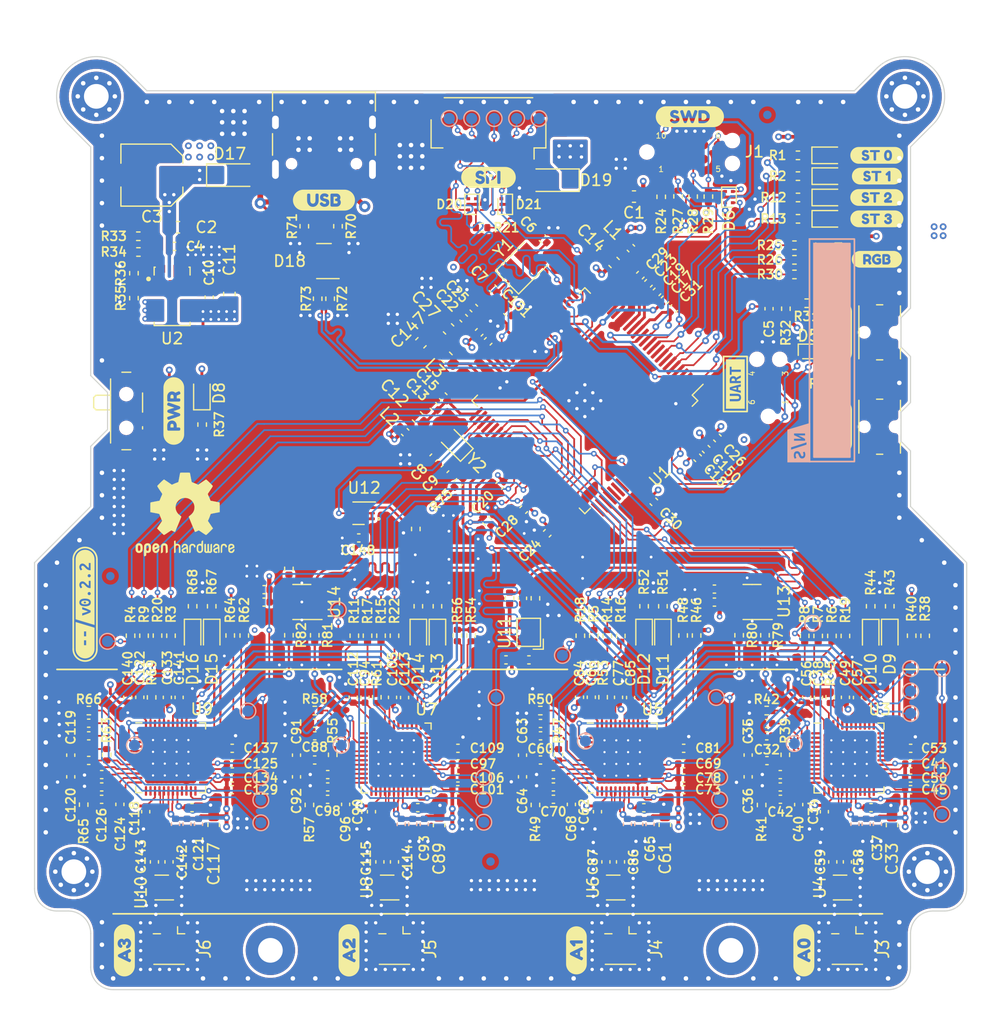
<source format=kicad_pcb>
(kicad_pcb (version 20240108) (generator "pcbnew") (generator_version "8.0")
  (title_block (title "ReLoki") (date "2022-12-12") (rev "0.2.1") (company "George Mason University"))
  (layers (0 "F.Cu" signal) (1 "In1.Cu" power) (2 "In2.Cu" power) (31 "B.Cu" signal) (34 "B.Paste" user) (35 "F.Paste" user) (36 "B.SilkS" user "B.Silkscreen") (37 "F.SilkS" user "F.Silkscreen") (38 "B.Mask" user) (39 "F.Mask" user) (44 "Edge.Cuts" user))
  (net 0 "")
  (net 1 "+3V3")
  (net 2 "GND")
  (net 3 "RESET_TRGT")
  (net 4 "Net-(C6-Pad2)")
  (net 5 "Net-(C7-Pad2)")
  (net 6 "Net-(C8-Pad2)")
  (net 7 "Net-(C9-Pad2)")
  (net 8 "Net-(C32-Pad1)")
  (net 9 "Net-(C32-Pad2)")
  (net 10 "Net-(C35-Pad1)")
  (net 11 "Net-(C40-Pad1)")
  (net 12 "Net-(C40-Pad2)")
  (net 13 "Net-(C42-Pad1)")
  (net 14 "Net-(C46-Pad1)")
  (net 15 "Net-(C48-Pad1)")
  (net 16 "Net-(C51-Pad1)")
  (net 17 "Net-(C53-Pad1)")
  (net 18 "Net-(C54-Pad1)")
  (net 19 "Net-(C57-Pad1)")
  (net 20 "/UWB-0/ANT_D_N")
  (net 21 "/UWB-0/ANT_C_N")
  (net 22 "/UWB-0/ANT_D_P")
  (net 23 "/UWB-0/ANT_C_P")
  (net 24 "Net-(C60-Pad1)")
  (net 25 "Net-(C60-Pad2)")
  (net 26 "Net-(C63-Pad1)")
  (net 27 "Net-(C68-Pad1)")
  (net 28 "Net-(C68-Pad2)")
  (net 29 "Net-(C70-Pad1)")
  (net 30 "Net-(C74-Pad1)")
  (net 31 "Net-(C76-Pad1)")
  (net 32 "Net-(C79-Pad1)")
  (net 33 "Net-(C81-Pad1)")
  (net 34 "Net-(C82-Pad1)")
  (net 35 "Net-(C85-Pad1)")
  (net 36 "/UWB-1/ANT_D_N")
  (net 37 "/UWB-1/ANT_C_N")
  (net 38 "/UWB-1/ANT_D_P")
  (net 39 "/UWB-1/ANT_C_P")
  (net 40 "Net-(C88-Pad1)")
  (net 41 "Net-(C88-Pad2)")
  (net 42 "Net-(C91-Pad1)")
  (net 43 "Net-(C96-Pad1)")
  (net 44 "Net-(C100-Pad1)")
  (net 45 "Net-(C98-Pad1)")
  (net 46 "Net-(C102-Pad1)")
  (net 47 "Net-(C104-Pad1)")
  (net 48 "Net-(C107-Pad1)")
  (net 49 "Net-(C109-Pad1)")
  (net 50 "Net-(C110-Pad1)")
  (net 51 "Net-(C113-Pad1)")
  (net 52 "/UWB-2/ANT_D_N")
  (net 53 "/UWB-2/ANT_C_N")
  (net 54 "/UWB-2/ANT_D_P")
  (net 55 "/UWB-2/ANT_C_P")
  (net 56 "Net-(C116-Pad1)")
  (net 57 "Net-(C116-Pad2)")
  (net 58 "Net-(C119-Pad1)")
  (net 59 "Net-(C124-Pad1)")
  (net 60 "Net-(C124-Pad2)")
  (net 61 "Net-(C126-Pad1)")
  (net 62 "Net-(C130-Pad1)")
  (net 63 "Net-(C132-Pad1)")
  (net 64 "Net-(C135-Pad1)")
  (net 65 "Net-(C137-Pad1)")
  (net 66 "Net-(C138-Pad1)")
  (net 67 "Net-(C141-Pad1)")
  (net 68 "/UWB-3/ANT_D_N")
  (net 69 "/UWB-3/ANT_C_N")
  (net 70 "/UWB-3/ANT_D_P")
  (net 71 "/UWB-3/ANT_C_P")
  (net 72 "Net-(C146-Pad1)")
  (net 73 "Net-(D1-Pad1)")
  (net 74 "Net-(D2-Pad1)")
  (net 75 "Net-(D3-Pad1)")
  (net 76 "Net-(D4-Pad1)")
  (net 77 "/Microcontroller/FC0_RXD")
  (net 78 "/Microcontroller/FC0_TXD")
  (net 79 "/Microcontroller/SWD_O")
  (net 80 "/Microcontroller/SWD_IO")
  (net 81 "/Microcontroller/SWD_CLK")
  (net 82 "Net-(D7-Pad2)")
  (net 83 "Net-(D7-Pad3)")
  (net 84 "Net-(D7-Pad4)")
  (net 85 "Net-(D8-Pad1)")
  (net 86 "Net-(D9-Pad1)")
  (net 87 "/UWB-0/LED_TX")
  (net 88 "Net-(D10-Pad1)")
  (net 89 "/UWB-0/LED_RX")
  (net 90 "Net-(D11-Pad1)")
  (net 91 "/UWB-1/LED_TX")
  (net 92 "Net-(D12-Pad1)")
  (net 93 "/UWB-1/LED_RX")
  (net 94 "Net-(D13-Pad1)")
  (net 95 "/UWB-2/LED_TX")
  (net 96 "Net-(D14-Pad1)")
  (net 97 "/UWB-2/LED_RX")
  (net 98 "Net-(D15-Pad1)")
  (net 99 "/UWB-3/LED_TX")
  (net 100 "Net-(D16-Pad1)")
  (net 101 "/UWB-3/LED_RX")
  (net 102 "/Microcontroller/USB0_D_N")
  (net 103 "/Microcontroller/USB0_D_P")
  (net 104 "+BATT")
  (net 105 "/Host SPI Bus/HSPI_CS")
  (net 106 "/Host SPI Bus/HSPI_MOSI")
  (net 107 "/Host SPI Bus/HSPI_MISO")
  (net 108 "/Host SPI Bus/HSPI_CLK")
  (net 109 "/Host SPI Bus/HOST_IRQ")
  (net 110 "Net-(D21-Pad3)")
  (net 113 "Net-(J1-Pad1)")
  (net 118 "/UWB-0/ANT_S")
  (net 119 "/UWB-1/ANT_S")
  (net 120 "/UWB-2/ANT_S")
  (net 121 "/UWB-3/ANT_S")
  (net 122 "/USB-C/USBC_CC1")
  (net 124 "/USB-C/USBC_CC2")
  (net 126 "Net-(L3-Pad1)")
  (net 127 "/Microcontroller/LED0")
  (net 128 "/Microcontroller/LED1")
  (net 129 "/Microcontroller/DW1000_RST3")
  (net 130 "Net-(R3-Pad2)")
  (net 131 "/Microcontroller/DW1000_IRQ3")
  (net 132 "Net-(R4-Pad2)")
  (net 133 "/Microcontroller/DW1000_WKUP1")
  (net 134 "Net-(R5-Pad2)")
  (net 135 "/Microcontroller/HS_SPI_CS0")
  (net 136 "Net-(R6-Pad2)")
  (net 137 "/Microcontroller/DW1000_WKUP0")
  (net 138 "Net-(R7-Pad2)")
  (net 139 "/Microcontroller/DW1000_IRQ0")
  (net 140 "Net-(R8-Pad2)")
  (net 141 "/Microcontroller/DW1000_WKUP3")
  (net 142 "Net-(R9-Pad2)")
  (net 143 "/Microcontroller/DW1000_SYNC")
  (net 144 "/TCXO/TCXO_CLK_OUT")
  (net 145 "/Microcontroller/DW1000_IRQ2")
  (net 146 "Net-(R11-Pad2)")
  (net 147 "/Microcontroller/LED2")
  (net 148 "/Microcontroller/LED3")
  (net 149 "Net-(R14-Pad1)")
  (net 150 "/Microcontroller/HS_SPI_CS1")
  (net 151 "Net-(R15-Pad1)")
  (net 152 "/Microcontroller/HS_SPI_CS2")
  (net 153 "Net-(R16-Pad1)")
  (net 154 "/Microcontroller/DW1000_RST1")
  (net 155 "Net-(R17-Pad1)")
  (net 156 "/Microcontroller/DW1000_WKUP2")
  (net 157 "Net-(R18-Pad1)")
  (net 158 "/Microcontroller/DW1000_IRQ1")
  (net 159 "Net-(R19-Pad1)")
  (net 160 "/Microcontroller/DW1000_RST0")
  (net 161 "Net-(R20-Pad1)")
  (net 162 "/Microcontroller/HS_SPI_CS3")
  (net 163 "Net-(R21-Pad1)")
  (net 164 "Net-(R22-Pad1)")
  (net 165 "/Microcontroller/DW1000_RST2")
  (net 166 "/Microcontroller/ISP1")
  (net 167 "Net-(R23-Pad2)")
  (net 168 "/Microcontroller/LED_R")
  (net 169 "/Microcontroller/LED_G")
  (net 170 "/Microcontroller/LED_B")
  (net 171 "Net-(R31-Pad1)")
  (net 172 "Net-(R33-Pad1)")
  (net 173 "Net-(R33-Pad2)")
  (net 174 "Net-(R34-Pad1)")
  (net 175 "Net-(R35-Pad2)")
  (net 176 "/UWB-0/SPIPHA")
  (net 177 "/UWB-0/SPIPOL")
  (net 178 "Net-(R42-Pad1)")
  (net 179 "/UWB-1/SPIPHA")
  (net 180 "/UWB-1/SPIPOL")
  (net 181 "Net-(R50-Pad1)")
  (net 182 "/UWB-2/SPIPHA")
  (net 183 "/UWB-2/SPIPOL")
  (net 184 "Net-(R58-Pad1)")
  (net 185 "/UWB-3/SPIPHA")
  (net 186 "/UWB-3/SPIPOL")
  (net 187 "Net-(R66-Pad1)")
  (net 198 "/Microcontroller/USB1_D_P")
  (net 199 "/Microcontroller/USB1_D_N")
  (net 206 "/Microcontroller/HS_SPI_MOSI")
  (net 207 "/Microcontroller/HS_SPI_SCK")
  (net 208 "/Microcontroller/HS_SPI_MISO")
  (net 221 "/Power/3V3_SW")
  (net 265 "Net-(C147-Pad1)")
  (net 268 "VBUS")
  (net 269 "/USB-C/USBC_D_P")
  (net 270 "/USB-C/USBC_D_N")
  (net 271 "VIN")
  (net 272 "VDDA_TRGT")
  (net 273 "VDD_TRGT")
  (net 274 "Net-(R10-Pad1)")
  (net 275 "Net-(R78-Pad1)")
  (net 276 "Net-(R79-Pad1)")
  (net 277 "/TCXO/CLK_0")
  (net 278 "Net-(R80-Pad1)")
  (net 279 "/TCXO/CLK_1")
  (net 280 "Net-(R81-Pad1)")
  (net 281 "/TCXO/CLK_2")
  (net 282 "Net-(R82-Pad1)")
  (net 283 "/TCXO/CLK_3")
  (net 284 "/Microcontroller/SYNC_L")
  (net 286 "/Microcontroller/CLK_DFF")
  (footprint "Resistor_SMD:R_0402_1005Metric" (layer "F.Cu") (at 112.799999 101.109999 -90)
    (property "Reference" "R14")
    (property "Value" "0R")
  )
  (footprint "Capacitor_SMD:C_0402_1005Metric" (layer "F.Cu") (at 119.599999 111.119999)
    (property "Reference" "C81")
    (property "Value" "0u1")
  )
  (footprint "Resistor_SMD:R_0402_1005Metric" (layer "F.Cu") (at 102.1 90.9 -45)
    (property "Reference" "R74" (hide yes))
    (property "Value" "100K")
  )
  (footprint "Resistor_SMD:R_0402_1005Metric" (layer "F.Cu") (at 100.674999 101.084999 -90)
    (property "Reference" "R54")
    (property "Value" "10K")
  )
  (footprint "kibuzzard-6352C089" (layer "F.Cu") (at 120.149999 54.910228)
    (property "Reference" "kibuzzard-6352C089" (hide yes))
    (property "Value" "G***" (hide yes))
  )
  (footprint "Package_QFP_U:HLQFP-100_14x14mm_P0.5mm" (layer "F.Cu") (at 110.799999 80.184152 -135)
    (property "Reference" "U1")
    (property "Value" "LPC55S69JBD100")
  )
  (footprint "Capacitor_SMD:C_0402_1005Metric" (layer "F.Cu") (at 116.609999 117.879999 -90)
    (property "Reference" "C65")
    (property "Value" "0u1")
  )
  (footprint "Capacitor_SMD:C_0402_1005Metric" (layer "F.Cu") (at 74.674999 106.589999 90)
    (property "Reference" "C141")
    (property "Value" "0u1")
  )
  (footprint "Resistor_SMD:R_0402_1005Metric" (layer "F.Cu") (at 104.1 97.77 90)
    (property "Reference" "R76" (hide yes))
    (property "Value" "10K")
  )
  (footprint "Resistor_SMD:R_0402_1005Metric" (layer "F.Cu") (at 132.649999 106.574999 90)
    (property "Reference" "R45")
    (property "Value" "10K DNP")
  )
  (footprint "Resistor_SMD:R_0402_1005Metric" (layer "F.Cu") (at 129.4625 68.95 180)
    (property "Reference" "R30")
    (property "Value" "60R")
  )
  (footprint "Resistor_SMD:R_0402_1005Metric" (layer "F.Cu") (at 124.5375 101.06 -90)
    (property "Reference" "R80")
    (property "Value" "30R")
  )
  (footprint "LED_SMD:LED_0603_1608Metric" (layer "F.Cu") (at 97.674999 101.119999 -90)
    (property "Reference" "D13")
    (property "Value" "LED_G")
  )
  (footprint "Resistor_SMD:R_0402_1005Metric" (layer "F.Cu") (at 129.4625 66.35 180)
    (property "Reference" "R25")
    (property "Value" "280R")
  )
  (footprint "Capacitor_SMD:C_0402_1005Metric" (layer "F.Cu") (at 74.349999 117.869999 -90)
    (property "Reference" "C127" (hide yes))
    (property "Value" "330p")
  )
  (footprint "LED_SMD:LED_0603_1608Metric" (layer "F.Cu") (at 95.974999 101.119999 -90)
    (property "Reference" "D14")
    (property "Value" "LED_Y")
  )
  (footprint "kibuzzard-66328EE8" (layer "F.Cu") (at 124.2 78.7 90)
    (property "Reference" "kibuzzard-66328EE8" (hide yes))
    (property "Value" "G***" (hide yes))
  )
  (footprint "Capacitor_SMD:C_0402_1005Metric" (layer "F.Cu") (at 117.939411 71.210589 45)
    (property "Reference" "C17")
    (property "Value" "47p")
  )
  (footprint "Resistor_SMD:R_0402_1005Metric" (layer "F.Cu") (at 130.374999 101.109999 90)
    (property "Reference" "R8")
    (property "Value" "0R")
  )
  (footprint "Capacitor_SMD:C_0402_1005Metric" (layer "F.Cu") (at 95.924999 116.399999)
    (property "Reference" "C102" (hide yes))
    (property "Value" "0u1")
  )
  (footprint "LED_SMD:LED_0603_1608Metric" (layer "F.Cu") (at 136.249999 101.132499 -90)
    (property "Reference" "D10")
    (property "Value" "LED_Y")
  )
  (footprint "Capacitor_SMD:C_0402_1005Metric" (layer "F.Cu") (at 105.352044 89.882107 -135)
    (property "Reference" "C28")
    (property "Value" "10n")
  )
  (footprint "Resistor_SMD:R_0402_1005Metric" (layer "F.Cu") (at 129.7725 60.2 180)
    (property "Reference" "R2")
    (property "Value" "270R")
  )
  (footprint "Resistor_SMD:R_0402_1005Metric" (layer "F.Cu") (at 68.224999 111.694999 90)
    (property "Reference" "R63")
    (property "Value" "16k 1%")
  )
  (footprint "Capacitor_SMD:C_0402_1005Metric" (layer "F.Cu") (at 122.3375 96.95 180)
    (property "Reference" "C149" (hide yes))
    (property "Value" "0u1")
  )
  (footprint "Resistor_SMD:R_0402_1005Metric" (layer "F.Cu") (at 106.834999 107.759999 180)
    (property "Reference" "R50")
    (property "Value" "11K 1%")
  )
  (footprint "Resistor_SMD:R_0402_1005Metric" (layer "F.Cu") (at 120.749999 101.079999 -90)
    (property "Reference" "R46")
    (property "Value" "10K")
  )
  (footprint "Capacitor_SMD:C_0402_1005Metric" (layer "F.Cu") (at 119.599999 114.799999)
    (property "Reference" "C73")
    (property "Value" "0u1")
  )
  (footprint "Capacitor_SMD:C_0402_1005Metric" (layer "F.Cu") (at 79.399999 113.759999)
    (property "Reference" "C134")
    (property "Value" "0u1")
  )
  (footprint "Capacitor_SMD:C_0402_1005Metric" (layer "F.Cu") (at 103.910589 72.260589 135)
    (property "Reference" "C151")
    (property "Value" "10n")
  )
  (footprint "Package_TO_SOT_SMD:SOT-143" (layer "F.Cu") (at 87.57 67.760228 180)
    (property "Reference" "D18")
    (property "Value" "PRTR5V0U2X")
  )
  (footprint "Resistor_SMD:R_0402_1005Metric" (layer "F.Cu") (at 86.274999 116.159999 90)
    (property "Reference" "R57")
    (property "Value" "270R 1%")
  )
  (footprint "Capacitor_SMD:C_0603_1608Metric" (layer "F.Cu") (at 79.149999 70.674999 90)
    (property "Reference" "C11")
    (property "Value" "22u")
  )
  (footprint "Package_TO_SOT_SMD:SOT-886" (layer "F.Cu") (at 100.76 62.710228 180)
    (property "Reference" "D20")
    (property "Value" "PESD3V3L4UF")
  )
  (footprint "Crystal:Crystal_SMD_2012-2Pin_2.0x1.2mm" (layer "F.Cu") (at 99.444436 84.165614 135)
    (property "Reference" "Y2")
    (property "Value" "32.768kHz")
  )
  (footprint "Capacitor_SMD:C_0402_1005Metric" (layer "F.Cu") (at 105.25 97.77 90)
    (property "Reference" "C146" (hide yes))
    (property "Value" "1n")
  )
  (footprint "Capacitor_SMD:C_0402_1005Metric" (layer "F.Cu") (at 115.739411 69.010589 45)
    (property "Reference" "C29")
    (property "Value" "10n")
  )
  (footprint "Capacitor_SMD:C_0402_1005Metric" (layer "F.Cu") (at 75.824999 116.399999)
    (property "Reference" "C130" (hide yes))
    (property "Value" "0u1")
  )
  (footprint "Symbol:OSHW-Logo2_9.8x8mm_SilkScreen" (layer "F.Cu") (at 75.2 90.3)
    (property "Reference" "REF**" (hide yes))
    (property "Value" "OSHW-Logo2_9.8x8mm_SilkScreen" (hide yes))
  )
  (footprint "Resistor_SMD:R_0402_1005Metric" (layer "F.Cu") (at 76.724999 82.309999 -90)
    (property "Reference" "R37")
    (property "Value" "270R")
  )
  (footprint "Connector_USB:USB_C_Receptacle_XKB_U262-16XN-4BVC11" (layer "F.Cu") (at 87.57 56.490228 180)
    (property "Reference" "J7" (hide yes))
    (property "Value" "USB_C_Receptacle_USB2.0")
  )
  (footprint "Capacitor_SMD:C_0603_1608Metric" (layer "F.Cu") (at 77.749999 117.934999 -90)
    (property "Reference" "C117")
    (property "Value" "47u")
  )
  (footprint "LED_SMD:LED_0603_1608Metric" (layer "F.Cu") (at 132.5125 60.2)
    (property "Reference" "D2" (hide yes))
    (property "Value" "LED_G")
  )
  (footprint "Capacitor_SMD:C_0402_1005Metric" (layer "F.Cu") (at 98.35 86.25 45)
    (property "Reference" "C9")
    (property "Value" "22p")
  )
  (footprint "Button_Switch_SMD:SW_SPDT_PCM12" (layer "F.Cu") (at 70.299999 81.099999 -90)
    (property "Reference" "SW3" (hide yes))
    (property "Value" "SW_SPDT")
  )
  (footprint "LED_SMD:LED_0603_1608Metric" (layer "F.Cu") (at 132.5125 64)
    (property "Reference" "D4" (hide yes))
    (property "Value" "LED_G")
  )
  (footprint "Resistor_SMD:R_0402_1005Metric" (layer "F.Cu") (at 137.949999 98.479999 90)
    (property "Reference" "R43")
    (property "Value" "270R")
  )
  (footprint "kibuzzard-6352C04F" (layer "F.Cu") (at 133.649999 82.499999 90)
    (property "Reference" "kibuzzard-6352C04F" (hide yes))
    (property "Value" "G***" (hide yes))
  )
  (footprint "Resistor_SMD:R_0402_1005Metric" (layer "F.Cu") (at 108.449999 111.699999 90)
    (property "Reference" "R47")
    (property "Value" "16k 1%")
  )
  (footprint "Button_Switch_SMD:Panasonic_EVQPUL_EVQPUC" (layer "F.Cu") (at 137.049999 74.099999 -90)
    (property "Reference" "SW2" (hide yes))
    (property "Value" "SW_Push")
  )
  (footprint "LED_SMD:LED_0603_1608Metric" (layer "F.Cu") (at 75.874999 101.119999 -90)
    (property "Reference" "D16")
    (property "Value" "LED_Y")
  )
  (footprint "Capacitor_SMD:C_0402_1005Metric" (layer "F.Cu") (at 86.744999 112.159999 180)
    (property "Reference" "C88")
    (property "Value" "1p2")
  )
  (footprint "Resistor_SMD:R_0402_1005Metric" (layer "F.Cu") (at 87.01 71.110228 -90)
    (property "Reference" "R73")
    (property "Value" "33R")
  )
  (footprint "Package_DFN_QFN:QFN-48-1EP_6x6mm_P0.4mm_EP4.2x4.2mm_ThermalVias" (layer "F.Cu") (at 114.124999 111.984999)
    (property "Reference" "U5")
    (property "Value" "DW1000")
  )
  (footprint "kibuzzard-6352EB82" (layer "F.Cu") (at 136.8 64)
    (property "Reference" "kibuzzard-6352EB82" (hide yes))
    (property "Value" "G***" (hide yes))
  )
  (footprint "Resistor_SMD:R_0402_1005Metric" (layer "F.Cu") (at 92.649999 101.099999 -90)
    (property "Reference" "R15")
    (property "Value" "0R")
  )
  (footprint "Capacitor_SMD:C_0402_1005Metric" (layer "F.Cu") (at 113.974999 121.229999 -90)
    (property "Reference" "C86")
    (property "Value" "12p")
  )
  (footprint "kibuzzard-66328FDF" (layer "F.Cu") (at 66.3 101.5 90)
    (property "Reference" "kibuzzard-66328FDF" (hide yes))
    (property "Value" "G***" (hide yes))
  )
  (footprint "Capacitor_SMD:C_0402_1005Metric" (layer "F.Cu") (at 121.6 84.5 -45)
    (property "Reference" "C150")
    (property "Value" "10n")
  )
  (footprint "Resistor_SMD:R_0402_1005Metric" (layer "F.Cu") (at 131.899999 79.85)
    (property "Reference" "R23")
    (property "Value" "2k2")
  )
  (footprint "Package_DFN_QFN_U:UQFN-8-1.55x1.55mm_P0.5mm" (layer "F.Cu") (at 91.15 90.2 180)
    (property "Reference" "U12")
    (property "Value" "SN74AUP1G74RSER")
  )
  (footprint "Inductor_SMD:L_0402_1005Metric_Pad0.77x0.64mm_HandSolder" (layer "F.Cu") (at 114.902044 66.609607 -45)
    (property "Reference" "L1")
    (property "Value" "Ferrite")
  )
  (footprint "Resistor_SMD:R_0402_1005Metric" (layer "F.Cu") (at 95.974999 98.479999 90)
    (property "Reference" "R60" (hide yes))
    (property "Value" "270R")
  )
  (footprint "Capacitor_SMD:C_0402_1005Metric" (layer "F.Cu") (at 87.904999 114.559999 180)
    (property "Reference" "C100" (hide yes))
    (property "Value" "0u1")
  )
  (footprint "Capacitor_SMD:C_0402_1005Metric" (layer "F.Cu") (at 109.599999 116.114999 90)
    (property "Reference" "C68")
    (property "Value" "18p")
  )
  (footprint "Capacitor_SMD:C_0402_1005Metric" (layer "F.Cu") (at 99.499999 111.119999)
    (property "Reference" "C109")
    (property "Value" "0u1")
  )
  (footprint "Capacitor_SMD:C_0402_1005Metric" (layer "F.Cu") (at 119.594999 112.499999)
    (property "Reference" "C69")
    (property "Value" "0u1")
  )
  (footprint "Capacitor_SMD:C_0402_1005Metric" (layer "F.Cu") (at 93.849999 121.229999 -90)
    (property "Reference" "C114")
    (property "Value" "12p")
  )
  (footprint "Capacitor_SMD:C_0603_1608Metric" (layer "F.Cu") (at 117.924999 117.934999 -90)
    (property "Reference" "C61")
    (property "Value" "47u")
  )
  (footprint "Resistor_SMD:R_0402_1005Metric" (layer "F.Cu") (at 66.634999 107.759999 180)
    (property "Reference" "R66")
    (property "Value" "11K 1%")
  )
  (footprint "Package_TO_SOT_SMD:SOT-886" (layer "F.Cu") (at 123.629999 62.065229 180)
    (property "Reference" "D6")
    (property "Value" "PESD3V3L4UF")
  )
  (footprint "Capacitor_SMD:C_0402_1005Metric" (layer "F.Cu") (at 96.499999 117.879999 -90)
    (property "Reference" "C93")
    (property "Value" "0u1")
  )
  (footprint "Capacitor_SMD:C_0402_1005Metric" (layer "F.Cu") (at 132.875 121.229999 -90)
    (property "Reference" "C59")
    (property "Value" "12p")
  )
  (footprint "Capacitor_SMD:C_0402_1005Metric" (layer "F.Cu") (at 87.894999 115.659999)
    (property "Reference" "C98")
    (property "Value" "820p")
  )
  (footprint "LED_SMD:LED_0603_1608Metric" (layer "F.Cu") (at 76.699999 79.509999 90)
    (property "Reference" "D8")
    (property "Value" "LED_R")
  )
  (footprint "RF_U:HHM1595A1" (layer "F.Cu") (at 133.525 123.509999 90)
    (property "Reference" "U4")
    (property "Value" "HHM1595A1")
  )
  (footprint "Capacitor_SMD:C_0402_1005Metric" (layer "F.Cu") (at 127.014999 112.214999 180)
    (property "Reference" "C32")
    (property "Value" "1p2")
  )
  (footprint "Resistor_SMD:R_0402_1005Metric" (layer "F.Cu") (at 88.82 64.660228 -90)
    (property "Reference" "R70")
    (property "Value" "5.1K")
  )
  (footprint "Capacitor_SMD:C_0402_1005Metric" (layer "F.Cu") (at 131.599999 106.584999 90)
    (property "Reference" "C38")
    (property "Value" "0u1")
  )
  (footprint "Resistor_SMD:R_0402_1005Metric" (layer "F.Cu") (at 70.649999 71.06 90)
    (property "Reference" "R35")
    (property "Value" "75K")
  )
  (footprint "Resistor_SMD:R_0402_1005Metric" (layer "F.Cu") (at 128.649999 111.699999 90)
    (property "Reference" "R39")
    (property "Value" "16k 1%")
  )
  (footprint "Capacitor_SMD:C_0603_1608Metric" (layer "F.Cu") (at 115.174999 62.020228 180)
    (property "Reference" "C1")
    (property "Value" "10u")
  )
  (footprint "Capacitor_SMD:C_0402_1005Metric" (layer "F.Cu") (at 110.324999 106.574999 90)
    (property "Reference" "C84")
    (property "Value" "0u1")
  )
  (footprint "Diode_SMD:D_SOD-123F" (layer "F.Cu") (at 79.32 60.110228)
    (property "Reference" "D17")
    (property "Value" "D_Schottky")
  )
  (footprint "Connector_Coaxial:U.FL_Hirose_U.FL-R-SMT-1_Vertical" (layer "F.Cu") (at 73.774999 128.509999 -90)
    (property "Reference" "J6")
    (property "Value" "Uf.l")
  )
  (footprint "Capacitor_SMD:C_0402_1005Metric" (layer "F.Cu") (at 86.749999 110.009999 180)
    (property "Reference" "C107" (hide yes))
    (property "Value" "0u1")
  )
  (footprint "Capacitor_SMD:C_0402_1005Metric" (layer "F.Cu") (at 107.999999 114.559999 180)
    (property "Reference" "C72" (hide yes))
    (property "Value" "0u1")
  )
  (footprint "Capacitor_SMD:C_0402_1005Metric" (layer "F.Cu") (at 126.999999 110.009999 180)
    (property "Reference" "C51" (hide yes))
    (property "Value" "0u1")
  )
  (footprint "Resistor_SMD:R_0402_1005Metric" (layer "F.Cu") (at 126.989999 107.759999 180)
    (property "Reference" "R42")
    (property "Value" "11K 1%")
  )
  (footprint "LED_SMD:LED_0603_1608Metric" (layer "F.Cu") (at 116.074999 101.119999 -90)
    (property "Reference" "D12")
    (property "Value" "LED_Y")
  )
  (footprint "RF_U:HHM1595A1" (layer "F.Cu") (at 93.199999 123.509999 90)
    (property "Reference" "U8")
    (property "Value" "HHM1595A1")
  )
  (footprint "Capacitor_SMD:C_0402_1005Metric" (layer "F.Cu") (at 128.199999 113.459999 180)
    (property "Reference" "C54" (hide yes))
    (property "Value" "0u1")
  )
  (footprint "Capacitor_SMD:C_0402_1005Metric" (layer "F.Cu") (at 119.594999 113.769999)
    (property "Reference" "C78")
    (property "Value" "0u1")
  )
  (footprint "Capacitor_SMD:C_0402_1005Metric" (layer "F.Cu") (at 99.499999 112.499999)
    (property "Reference" "C97")
    (property "Value" "0u1")
  )
  (footprint "Capacitor_SMD:C_0402_1005Metric" (layer "F.Cu") (at 65.024999 113.659999 -90)
    (property "Reference" "C120")
    (property "Value" "0u1")
  )
  (footprint "Capacitor_SMD:C_0402_1005Metric" (layer "F.Cu") (at 92.549999 121.229999 -90)
    (property "Reference" "C115")
    (property "Value" "12p")
  )
  (footprint "Capacitor_SMD:C_0402_1005Metric" (layer "F.Cu") (at 94.749999 106.604999 90)
    (property "Reference" "C113")
    (property "Value" "0u1")
  )
  (footprint "Connector_Coaxial:U.FL_Hirose_U.FL-R-SMT-1_Vertical" (layer "F.Cu") (at 113.974998 128.509999 -90)
    (property "Reference" "J4")
    (property "Value" "Uf.l")
  )
  (footprint "Resistor_SMD:R_0402_1005Metric" (layer "F.Cu") (at 93.849999 101.099999 -90)
    (property "Reference" "R22")
    (property "Value" "0R")
  )
  (footprint "Capacitor_SMD:C_0402_1005Metric" (layer "F.Cu") (at 126.999999 108.909999 180)
    (property "Reference" "C48" (hide yes))
    (property "Value" "0u1")
  )
  (footprint "Capacitor_SMD:C_0402_1005Metric" (layer "F.Cu") (at 101.391455 74.1 45)
    (property "Reference" "C16" (hide yes))
    (property "Value" "0u1")
  )
  (footprint "Capacitor_SMD:C_0402_1005Metric" (layer "F.Cu") (at 93.674999 106.589999 90)
    (property "Reference" "C105")
    (property "Value" "0u1")
  )
  (footprint "Capacitor_SMD:C_0402_1005Metric" (layer "F.Cu") (at 85.124999 113.659999 -90)
    (property "Reference" "C92")
    (property "Value" "0u1")
  )
  (footprint "kibuzzard-6352BF52" (layer "F.Cu") (at 87.57 62.335229)
    (property "Reference" "kibuzzard-6352BF52" (hide yes))
    (property "Value" "G***" (hide yes))
  )
  (footprint "Resistor_SMD:R_0402_1005Metric" (layer "F.Cu") (at 84.45 95.15 90)
    (property "Reference" "R78" (hide yes))
    (property "Value" "30R")
  )
  (footprint "Capacitor_SMD:C_0402_1005Metric" (layer "F.Cu") (at 69.399999 116.109999 90)
    (property "Reference" "C124")
    (property "Value" "18p")
  )
  (footprint "Resistor_SMD:R_0402_1005Metric" (layer "F.Cu") (at 128.7 72 90)
    (property "Reference" "R32")
    (property "Value" "100K")
  )
  (footprint "RF_U:HHM1595A1" (layer "F.Cu") (at 73.124999 123.509999 90)
    (property "Reference" "U10")
    (property "Value" "HHM1595A1")
  )
  (footprint "Capacitor_SMD:C_0402_1005Metric" (layer "F.Cu") (at 116.049999 116.409999)
    (property "Reference" "C74" (hide yes))
    (property "Value" "0u1")
  )
  (footprint "Capacitor_SMD:C_0402_1005Metric" (layer "F.Cu") (at 66.624999 110.009999 180)
    (property "Reference" "C135" (hide yes))
    (property "Value" "0u1")
  )
  (footprint "Fiducial:Fiducial_0.75mm_Mask1.5mm" (layer "F.Cu") (at 76.199999 56.060228)
    (property "Reference" "FID3" (hide yes))
    (property "Value" "Fiducial")
  )
  (footprint "Capacitor_SMD:C_0402_1005Metric" (layer "F.Cu") (at 100.012633 72.842696 135)
    (property "Reference" "C22")
    (property "Value" "47p")
  )
  (footprint "Resistor_SMD:R_0402_1005Metric" (layer "F.Cu") (at 110.399999 101.099999 -90)
    (property "Reference" "R18")
    (property "Value" "0R")
  )
  (footprint "Resistor_SMD:R_0402_1005Metric" (layer "F.Cu") (at 126.539999 116.164999 90)
    (property "Reference" "R41")
    (property "Value" "270R 1%")
  )
  (footprint "Resistor_SMD:R_0402_1005Metric" (layer "F.Cu") (at 121.8 62.020229 -90)
    (property "Reference" "R29")
    (property "Value" "10K")
  )
  (footprint "LED_SMD:LED_0603_1608Metric" (layer "F.Cu") (at 137.949999 101.119999 -90)
    (property "Reference" "D9")
    (property "Value" "LED_G")
  )
  (footprint "Capacitor_SMD:C_0402_1005Metric" (layer "F.Cu") (at 111.924999 116.764999 -90)
    (property "Reference" "C62")
    (property "Value" "10n")
  )
  (footprint "Capacitor_SMD:C_0402_1005Metric" (layer "F.Cu") (at 116.941455 89.182107 -45)
    (property "Reference" "C30")
    (property "Value" "0u1")
  )
  (footprint "Package_DFN_QFN:QFN-48-1EP_6x6mm_P0.4mm_EP4.2x4.2mm_ThermalVias" (layer "F.Cu") (at 93.999999 111.984999)
    (property "Reference" "U7")
    (property "Value" "DW1000")
  )
  (footprint "Capacitor_SMD:C_0402_1005Metric" (layer "F.Cu") (at 106.849999 112.159999 180)
    (property "Reference" "C60")
    (property "Value" "1p2")
  )
  (footprint "Capacitor_SMD:C_Elec_5x5.8" (layer "F.Cu") (at 72.249999 60.11 180)
    (property "Reference" "C3")
    (property "Value" "47uF 35V")
  )
  (footprint "Resistor_SMD:R_0402_1005Metric" (layer "F.Cu") (at 75.874999 98.479999 90)
    (property "Reference" "R68")
    (property "Value" "270R")
  )
  (footprint "Diode_SMD:D_SOD-123F" (layer "F.Cu") (at 108.1 60.560229 180)
    (property "Reference" "D19")
    (property "Value" "D_Schottky")
  )
  (footprint "Capacitor_SMD:C_0402_1005Metric" (layer "F.Cu") (at 139.809999 111.119999)
    (property "Reference" "C53")
    (property "Value" "0u1")
  )
  (footprint "Connector_Coaxial:U.FL_Hirose_U.FL-R-SMT-1_Vertical" (layer "F.Cu") (at 134.175 128.509999 -90)
    (property "Reference" "J3")
    (property "Value" "Uf.l")
  )
  (footprint "Resistor_SMD:R_0402_1005Metric" (layer "F.Cu") (at 120.439999 62.020229 -90)
    (property "Reference" "R28")
    (property "Value" "10K")
  )
  (footprint "Resistor_SMD:R_0402_1005Metric" (layer "F.Cu") (at 99.55 87.5 -135)
    (property "Reference" "R75")
    (property "Value" "100K")
  )
  (footprint "Resistor_SMD:R_0402_1005Metric" (layer "F.Cu") (at 88.12 71.110228 -90)
    (property "Reference" "R72")
    (property "Value" "33R")
  )
  (footprint "Capacitor_SMD:C_0402_1005Metric" (layer "F.Cu") (at 106.854999 110.009999 180)
    (property "Reference" "C79" (hide yes))
    (property "Value" "0u1")
  )
  (footprint "Capacitor_SMD:C_0402_1005Metric" (layer "F.Cu") (at 130.549999 106.584999 90)
    (property "Reference" "C56")
    (property "Value" "0u1")
  )
  (footprint "Capacitor_SMD:C_0402_1005Metric" (layer "F.Cu") (at 90.67 92.4 180)
    (property "Reference" "C148")
    (property "Value" "0u1")
  )
  (footprint "Resistor_SMD:R_0402_1005Metric" (layer "F.Cu") (at 86.75 101.06 -90)
    (property "Reference" "R81")
    (property "Value" "30R")
  )
  (footprint "Resistor_SMD:R_0402_1005Metric" (layer "F.Cu") (at 70.349999 101.099999 90)
    (property "Reference" "R4")
    (property "Value" "0R")
  )
  (footprint "Capacitor_SMD:C_0402_1005Metric" (layer "F.Cu") (at 103.78 103.25 180)
    (property "Reference" "C144" (hide yes))
    (property "Value" "0u1")
  )
  (footprint "Capacitor_SMD:C_0402_1005Metric" (layer "F.Cu") (at 128.209999 115.654999)
    (property "Reference" "C42")
    (property "Value" "820p")
  )
  (footprint "Capacitor_SMD:C_0402_1005Metric" (layer "F.Cu") (at 102.191455 74.9 45)
    (property "Reference" "C21" (hide yes))
    (property "Value" "10n")
  )
  (footprint "Resistor_SMD:R_0402_1005Metric" (layer "F.Cu") (at 116.074999 98.479999 90)
    (property "Reference" "R52")
    (property "Value" "270R")
  )
  (footprint "Resistor_SMD:R_0402_1005Metric" (layer "F.Cu") (at 72.749999 101.089999 -90)
    (property "Reference" "R20")
    (property "Value" "0R")
  )
  (footprint "Fiducial:Fiducial_0.75mm_Mask1.5mm" (layer "F.Cu") (at 91.799999 74.599999)
    (property "Reference" "FID8" (hide yes))
    (property "Value" "Fiducial" (hide yes))
  )
  (footprint "Resistor_SMD:R_0402_1005Metric" (layer "F.Cu") (at 85.82 64.660228 -90)
    (property "Reference" "R71")
    (property "Value" "5.1K")
  )
  (footprint "Capacitor_SMD:C_0402_1005Metric" (layer "F.Cu") (at 79.399999 114.799999)
    (property "Reference" "C129")
    (property "Value" "0u1")
  )
  (footprint "Resistor_SMD:R_0402_1005Metric" (layer "F.Cu") (at 73.949999 101.099999 90)
    (property "Reference" "R3")
    (property "Value" "0R")
  )
  (footprint "MountingHole:MountingHole_2.2mm_M2_Pad" (layer "F.Cu") (at 82.8 129.1)
    (property "Reference" "H5" (hide yes))
    (property "Value" "MountingHole" (hide yes))
  )
  (footprint "Capacitor_SMD:C_0402_1005Metric" (layer "F.Cu") (at 67.774999 115.659999)
    (property "Reference" "C126")
    (property "Value" "820p")
  )
  (footprint "Fiducial:Fiducial_0.75mm_Mask1.5mm" (layer "F.Cu") (at 109.97 55.860228)
    (property "Reference" "FID1" (hide yes))
    (property "Value" "Fiducial" (hide yes))
  )
  (footprint "Capacitor_SMD:C_0402_1005Metric" (layer "F.Cu") (at 79.404999 112.499999)
    (property "Reference" "C125")
    (property "Value" "0u1")
  )
  (footprint "Resistor_SMD:R_0402_1005Metric" (layer "F.Cu") (at 106.399999 116.159999 90)
    (property "Reference" "R49")
    (property "Value" "270R 1%")
  )
  (footprint "Capacitor_SMD:C_0402_1005Metric" (layer "F.Cu") (at 95.474999 117.879999 -90)
    (property "Reference" "C95" (hide yes))
    (property "Value" "10p")
  )
  (footprint "Capacitor_SMD:C_0402_1005Metric" (layer "F.Cu") (at 86.749999 108.884999 180)
    (property "Reference" "C104" (hide yes))
    (property "Value" "0u1")
  )
  (footprint "Resistor_SMD:R_0402_1005Metric" (layer "F.Cu") (at 92.274999 106.574999 90)
    (property "Reference" "R61")
    (property "Value" "10K DNP")
  )
  (footprint "Capacitor_SMD:C_0603_1608Metric" (layer "F.Cu") (at 96.204036 75.030115 -135)
    (property "Reference" "C147")
    (property "Value" "22u")
  )
  (footprint "Capacitor_SMD:C_0402_1005Metric" (layer "F.Cu") (at 85.124999 111.729999 -90)
    (property "Reference" "C91")
    (property "Value" "27p")
  )
  (footprint "Resistor_SMD:R_0402_1005Metric" (layer "F.Cu") (at 132.799999 101.119999 90)
    (property "Reference" "R6")
    (property "Value" "0R")
  )
  (footprint "Capacitor_SMD:C_0402_1005Metric" (layer "F.Cu") (at 134.849999 117.869999 -90)
    (property "Reference" "C43" (hide yes))
    (property "Value" "330p")
  )
  (footprint "Capacitor_SMD:C_0402_1005Metric" (layer "F.Cu") (at 127.199999 72 -90)
    (property "Reference" "C5")
    (property "Value" "10n")
  )
  (footprint "Capacitor_SMD:C_0402_1005Metric" (layer "F.Cu") (at 67.779999 113.459999 180)
    (property "Reference" "C138" (hide yes))
    (property "Value" "0u1")
  )
  (footprint "kibuzzard-6352CA75" (layer "F.Cu") (at 130.299999 129.099999 90)
    (property "Reference" "kibuzzard-6352CA75" (hide yes))
    (property "Value" "G***" (hide yes))
  )
  (footprint "Resistor_SMD:R_0402_1005Metric" (layer "F.Cu") (at 101.61 64.785228 180)
    (property "Reference" "R21")
    (property "Value" "0R")
  )
  (footprint "Capacitor_SMD:C_0402_1005Metric" (layer "F.Cu") (at 139.799999 113.769999)
    (property "Reference" "C50")
    (property "Value" "0u1")
  )
  (footprint "Capacitor_SMD:C_0402_1005Metric" (layer "F.Cu") (at 132.124999 116.764999 -90)
    (property "Reference" "C34")
    (property "Value" "10n")
  )
  (footprint "Capacitor_SMD:C_0402_1005Metric" (layer "F.Cu") (at 91.799999 116.764999 -90)
    (property "Reference" "C90")
    (property "Value" "10n")
  )
  (footprint "Capacitor_SMD:C_0402_1005Metric" (layer "F.Cu") (at 82.25 98.11 180)
    (property "Reference" "C154" (hide yes))
    (property "Value" "10n")
  )
  (footprint "Capacitor_SMD:C_0402_1005Metric" (layer "F.Cu") (at 139.809999 112.499999)
    (property "Reference" "C41")
    (property "Value" "0u1")
  )
  (footprint "Resistor_SMD:R_0402_1005Metric" (layer "F.Cu") (at 139.899999 101.099999 -90)
    (property "Reference" "R40")
    (property "Value" "10K DNP")
  )
  (footprint "Tag-Connect:TC2030-IDC-NL" (layer "F.Cu") (at 127.135 79.04 90)
    (property "Reference" "J2" (hide yes))
    (property "Value" "TC2030")
  )
  (footprint "Capacitor_SMD:C_0402_1005Metric" (layer "F.Cu") (at 116.464411 69.735589 45)
    (property "Reference" "C23")
    (property "Value" "10n")
  )
  (footprint "kibuzzard-6352CAA2" (layer "F.Cu") (at 69.799999 129.099999 90)
    (property "Reference" "kibuzzard-6352CAA2" (hide yes))
    (property "Value" "G***" (hide yes))
  )
  (footprint "Resistor_SMD:R_0402_1005Metric" (layer "F.Cu") (at 130.549999 71.509999 180)
    (property "Reference" "R31")
    (property "Value" "100R")
  )
  (footprint "Capacitor_SMD:C_0402_1005Metric" (layer "F.Cu") (at 100.912633 71.942696 135)
    (property "Reference" "C25")
    (property "Value" "0u1")
  )
  (footprint "Resistor_SMD:R_0402_1005Metric" (layer "F.Cu") (at 80.474999 101.084999 -90)
    (property "Reference" "R62")
    (property "Value" "10K")
  )
  (footprint "Resistor_SMD:R_0402_1005Metric" (layer "F.Cu") (at 119.099999 62 -90)
    (property "Reference" "R27")
    (property "Value" "10K")
  )
  (footprint "Resistor_SMD:R_0402_1005Metric" (layer "F.Cu") (at 90.274999 101.099999 90)
    (property "Reference" "R11")
    (property "Value" "0R")
  )
  (footprint "Connector_JST:JST_SH_SM08B-SRSS-TB_1x08-1MP_P1.00mm_Horizontal" (layer "F.Cu") (at 102.22 55.905228 180)
    (property "Reference" "J8" (hide yes))
    (property "Value" "JST_SH_SM08B")
  )
  (footprint "Capacitor_SMD:C_0402_1005Metric" (layer "F.Cu") (at 97.339411 85.260589 45)
    (property "Reference" "C8")
    (property "Value" "22p")
  )
  (footprint "Resistor_SMD:R_0402_1005Metric" (layer "F.Cu") (at 86.749999 107.759999 180)
    (property "Reference" "R58")
    (property "Value" "11K 1%")
  )
  (footprint "Capacitor_SMD:C_0402_1005Metric" (layer "F.Cu") (at 111.374999 106.574999 90)
    (property "Reference" "C66")
    (property "Value" "0u1")
  )
  (footprint "Capacitor_SMD:C_0402_1005Metric" (layer "F.Cu") (at 113.799999 106.584999 90)
    (property "Reference" "C77")
    (property "Value" "0u1")
  )
  (footprint "Capacitor_SMD:C_0402_1005Metric" (layer "F.Cu") (at 72.474999 121.229999 -90)
    (property "Reference" "C143")
    (property "Value" "12p")
  )
  (footprint "Button_Switch_SMD:Panasonic_EVQPUL_EVQPUC" (layer "F.Cu") (at 137.049999 82.499999 -90)
    (property "Reference" "SW1" (hide yes))
    (property "Value" "SW_Push")
  )
  (footprint "Capacitor_SMD:C_0402_1005Metric" (layer "F.Cu") (at 94.449999 117.879999 -90)
    (property "Reference" "C99" (hide yes))
    (property "Value" "330p")
  )
  (footprint "Resistor_SMD:R_0402_1005Metric" (layer "F.Cu") (at 66.174999 116.134999 90)
    (property "Reference" "R65")
    (property "Value" "270R 1%")
  )
  (footprint "Capacitor_SMD:C_0402_1005Metric" (layer "F.Cu") (at 122.602044 83.507107 -45)
    (property "Reference" "C26")
    (property "Value" "0u1")
  )
  (footprint "Resistor_SMD:R_0402_1005Metric" (layer "F.Cu") (at 131.574999 101.119999 90)
    (property "Reference" "R7")
    (property "Value" "0R")
  )
  (footprint "Capacitor_SMD:C_0402_1005Metric" (layer "F.Cu") (at 105.82 103.25)
    (property "Reference" "C145" (hide yes))
    (property "Value" "0n1")
  )
  (footprint "Capacitor_SMD:C_0402_1005Metric" (layer "F.Cu") (at 71.174999 106.579999 90)
    (property "Reference" "C122")
    (property "Value" "0u1")
  )
  (footprint "Capacitor_SMD:C_0402_1005Metric" (layer "F.Cu") (at 67.779999 114.559999 180)
    (property "Reference" "C128" (hide yes))
    (property "Value" "0u1")
  )
  (footprint "kibuzzard-6352EB6B" (layer "F.Cu") (at 136.8 58.35)
    (property "Reference" "kibuzzard-6352EB6B" (hide yes))
    (property "Value" "G***" (hide yes))
  )
  (footprint "Capacitor_SMD:C_0402_1005Metric" (layer "F.Cu") (at 107.06974 65.760589 -45)
    (property "Reference" "C6")
    (property "Value" "8p")
  )
  (footprint "kibuzzard-66328F53" (layer "F.Cu") (at 66.3 96.8 90)
    (property "Reference" "kibuzzard-66328F53" (hide yes))
    (property "Value" "G***" (hide yes))
  )
  (footprint "Fiducial:Fiducial_0.75mm_Mask1.5mm" (layer "F.Cu") (at 123.4 120.7)
    (property "Reference" "FID2" (hide yes))
    (property "Value" "Fiducial" (hide yes))
  )
  (footprint "Capacitor_SMD:C_0603_1608Metric" (layer "F.Cu") (at 98.664625 73.794688 135)
    (property "Reference" "C27")
    (property "Value" "2u2")
  )
  (footprint "Resistor_SMD:R_0402_1005Metric" (layer "F.Cu") (at 126.8375 101.06 -90)
    (property "Reference" "R79")
    (property "Value" "30R")
  )
  (footprint "RF_U:HHM1595A1" (layer "F.Cu") (at 113.324999 123.509999 90)
    (property "Reference" "U6")
    (property "Value" "HHM1595A1")
  )
  (footprint "Capacitor_SMD:C_0603_1608Metric" (layer "F.Cu") (at 97.824999 117.959999 -90)
    (property "Reference" "C89")
    (property "Value" "47u")
  )
  (footprint "Package_DFN_QFN:QFN-48-1EP_6x6mm_P0.4mm_EP4.2x4.2mm_ThermalVias" (layer "F.Cu") (at 73.924999 111.959999)
    (property "Reference" "U9")
    (property "Value" "DW1000")
  )
  (footprint "Resistor_SMD:R_0402_1005Metric" (layer "F.Cu") (at 129.7725 58.35 180)
    (property "Reference" "R1")
    (property "Value" "270R")
  )
  (footprint "Package_TO_SOT_SMD:SOT-886" (layer "F.Cu") (at 103.71 62.710228)
    (property "Reference" "D21")
    (property "Value" "PESD3V3L4UF")
  )
  (footprint "Capacitor_SMD:C_0402_1005Metric" (layer "F.Cu") (at 122.3375 98.11 180)
    (property "Reference" "C153" (hide yes))
    (property "Value" "10n")
  )
  (footprint "Capacitor_SMD:C_0402_1005Metric" (layer "F.Cu") (at 79.399999 111.119999)
    (property "Reference" "C137")
    (property "Value" "0u1")
  )
  (footprint "Resistor_SMD:R_0402_1005Metric" (layer "F.Cu") (at 71.549999 101.099999 90)
    (property "Reference" "R9")
    (property "Value" "0R")
  )
  (footprint "Capacitor_SMD:C_0402_1005Metric" (layer "F.Cu") (at 136.279999 116.399999)
    (property "Reference" "C46" (hide yes))
    (property "Value" "0u1")
  )
  (footprint "MountingHole:MountingHole_2.2mm_M2_Pad_Via" (layer "F.Cu") (at 67.3 53.1)
    (property "Reference" "H1" (hide yes))
    (property "Value" "MountingHole")
  )
  (footprint "Fiducial:Fiducial_0.75mm_Mask1.5mm" (layer "F.Cu") (at 68.55 98.7)
    (property "Reference" "FID5" (hide yes))
    (property "Value" "Fiducial")
  )
  (footprint "Resistor_SMD:R_0402_1005Metric" (layer "F.Cu") (at 71.049999 66.949999 180)
    (property "Reference" "R34")
    (property "Value" "62K")
  )
  (footprint "Resistor_SMD:R_0402_1005Metric" (layer "F.Cu") (at 117.599999 62.040229 90)
    (property "Reference" "R24")
    (property "Value" "0R")
  )
  (footprint "Capacitor_SMD:C_0402_1005Metric" (layer "F.Cu") (at 73.624999 106.589999 90)
    (property "Reference" "C133")
    (property "Value" "0u1")
  )
  (footprint "Capacitor_SMD:C_0402_1005Metric" (layer "F.Cu") (at 66.624999 108.884999 180)
    (property "Reference" "C132" (hide yes))
    (property "Value" "0u1")
  )
  (footprint "Resistor_SMD:R_0402_1005Metric" (layer "F.Cu") (at 77.574999 98.479999 90)
    (property "Reference" "R67")
    (property "Value" "270R")
  )
  (footprint "Capacitor_SMD:C_0402_1005Metric" (layer "F.Cu") (at 117.225 70.5 45)
    (property "Reference" "C19")
    (property "Value" "0u1")
  )
  (footprint "LED_SMD:LED_0603_1608Metric" (layer "F.Cu") (at 77.574999 101.119999 -90)
    (property "Reference" "D15")
    (property "Value" "LED_G")
  )
  (footprint "Resistor_SMD:R_0402_1005Metric" (layer "F.Cu") (at 113.999999 101.119999 -90)
    (property "Reference" "R16")
    (property "Value" "0R")
  )
  (footprint "Package_TO_SOT_SMD:SOT-886" (layer "F.Cu") (at 130.7 75.8 90)
    (property "Reference" "D5")
    (property "Value" "PESD3V3L4UF")
  )
  (footprint "Capacitor_SMD:C_0402_1005Metric" (layer "F.Cu") (at 77.349999 70.97 90)
    (property "Reference" "C10")
    (property "Value" "10n")
  )
  (footprint "Capacitor_SMD:C_0402_1005Metric" (layer "F.Cu") (at 128.199999 114.559999 180)
    (property "Reference" "C44" (hide yes))
    (property "Value" "0u1")
  )
  (footprint "Oscillator_U:Oscillator_SMD_Abracon_ATX13-4Pin_2.0x1.6mm" (layer "F.Cu") (at 105.8 100.8 90)
    (property "Reference" "U11")
    (property "Value" "ATX-13")
  )
  (footprint "Inductor_SMD:L_0402_1005Metric_Pad0.77x0.64mm_HandSolder" (layer "F.Cu") (at 94.8 82.984153 -45)
    (property "Reference" "L2")
    (property "Value" "Ferrite")
  )
  (footprint "LED_SMD:LED_Cree-PLCC4_2x2mm_CW" (layer "F.Cu") (at 132.5125 67.6 -90)
    (property "Reference" "D7" (hide yes))
    (property "Value" "LED_ABGR")
  )
  (footprint "Inductor_SMD:L_0603_1608Metric" (layer "F.Cu") (at 98.508891 76.338954 135)
    (property "Reference" "L3")
    (property "Value" "4.7u")
  )
  (footprint "Resistor_SMD:R_0402_1005Metric" (layer "F.Cu") (at 141.099999 101.109999 -90)
    (property "Reference" "R38")
    (property "Value" "10K")
  )
  (footprint "Capacitor_SMD:C_0402_1005Metric" (layer "F.Cu") (at 103.212633 87.721518 -135)
    (property "Reference" "C20")
    (property "Value" "0u1")
  )
  (footprint "kibuzzard-6352BF92" (layer "F.Cu") (at 102.22 60.310229)
    (property "Reference" "kibuzzard-6352BF92" (hide yes))
    (property "Value" "G***" (hide yes))
  )
  (footprint "Package_DFN_QFN:QFN-48-1EP_6x6mm_P0.4mm_EP4.2x4.2mm_ThermalVias" (layer "F.Cu") (at 134.324999 111.984999)
    (property "Reference" "U3")
    (property "Value" "DW1000")
  )
  (footprint "Capacitor_SMD:C_0603_1608Metric" (layer "F.Cu") (at 138.149999 117.959999 -90)
    (property "Reference" "C33")
    (property "Value" "47u")
  )
  (footprint "kibuzzard-6352CA94" (layer "F.Cu") (at 110.049999 129.099999 90)
    (property "Reference" "kibuzzard-6352CA94" (hide yes))
    (property "Value" "G***" (hide yes))
  )
  (footprint "Resistor_SMD:R_0402_1005Metric" (layer "F.Cu") (at 79.224999 101.079999 -90)
    (property "Reference" "R64")
    (property "Value" "10K DNP")
  )
  (footprint "Resistor_SMD:R_0402_1005Metric" (layer "F.Cu") (at 91.449999 101.099999 -90)
    (property "Reference" "R17")
    (property "Value" "0R")
  )
  (footprint "Capacitor_SMD:C_0402_1005Metric" (layer "F.Cu") (at 133.999999 106.584999 90)
    (property "Reference" "C49")
    (property "Value" "0u1")
  )
  (footprint "Resistor_SMD:R_0402_1005Metric" (layer "F.Cu") (at 136.249999 98.479999 90)
    (property "Reference" "R44")
    (property "Value" "270R")
  )
  (footprint "Resistor_SMD:R_0402_1005Metric" (layer "F.Cu") (at 95.75 91.6 -90)
    (property "Reference" "R10" (hide yes))
    (property "Value" "0R")
  )
  (footprint "Capacitor_SMD:C_0402_1005Metric" (layer "F.Cu") (at 114.589999 117.879999 -90)
    (property "Reference" "C71" (hide yes))
    (property "Value" "330p")
  )
  (footprint "Resistor_SMD:R_0402_1005Metric" (layer "F.Cu") (at 97.674999 98.479999 90)
    (property "Reference" "R59" (hide yes))
    (property "Value" "270R")
  )
  (footprint "Capacitor_SMD:C_0402_1005Metric" (layer "F.Cu") (at 76.399999 117.869999 -90)
    (property "Reference" "C121")
    (property "Value" "0u1")
  )
  (footprint "Resistor_SMD:R_0402_1005Metric" (layer "F.Cu") (at 129.4625 67.65 180)
    (property "Reference" "R26")
    (property "Value" "80R")
  )
  (footprint "Capacitor_SMD:C_0402_1005Metric" (layer "F.Cu") (at 107.452044 91.982107 -135)
    (property "Reference" "C24")
    (property "Value" "0u1")
  )
  (footprint "Resistor_SMD:R_0402_1005Metric" (layer "F.Cu") (at 117.749999 98.479999 90)
    (property "Reference" "R51")
    (property "Value" "270R")
  )
  (footprint "LOGO" (layer "F.Cu") (at 84.1 83.1 90)
    (property "Reference" "G***" (hide yes))
    (property "Value" "LOGO" (hide yes))
  )
  (footprint "Capacitor_SMD:C_0402_1005Metric" (layer "F.Cu") (at 90.174999 106.579999 90)
    (property "Reference" "C112")
    (property "Value" "0u1")
  )
  (footprint "Package_DFN_QFN_U:MPM3610_QFN-20_5x3mm" (layer "F.Cu") (at 74.049999 70.899999)
    (property "Reference" "U2")
    (property "Value" "MPM3610")
  )
  (footprint "kibuzzard-6352CA9B" (layer "F.Cu") (at 89.799999 129.099999 90)
    (property "Reference" "kibuzzard-6352CA9B" (hide yes))
    (property "Value" "G***" (hide yes))
  )
  (footprint "Capacitor_SMD:C_0402_1005Metric" (layer "F.Cu") (at 74.269999 66.449999)
    (property "Reference" "C4")
    (property "Value" "10n 35V")
  )
  (footprint "kibuzzard-6352EB77" (layer "F.Cu") (at 136.8 62.1)
    (property "Reference" "kibuzzard-6352EB77" (hide yes))
    (property "Value" "G***" (hide yes))
  )
  (footprint "Capacitor_SMD:C_0402_1005Metric" (layer "F.Cu") (at 89.499999 116.109999 90)
    (property "Reference" "C96")
    (property "Value" "18p")
  )
  (footprint "MountingHole:MountingHole_2.2mm_M2_Pad_Via" (layer "F.Cu") (at 65.3 122.1)
    (property "Reference" "H2" (hide yes))
    (property "Value" "MountingHole")
  )
  (footprint "Crystal_U:Crystal_SMD_Kyocera_CX3225G-2Pin_3.2x2.5mm" (layer "F.Cu") (at 105.252044 68.282107 45)
    (property "Reference" "Y1")
    (property "Value" "16MHz")
  )
  (footprint "Package_TO_SOT_SMD:SOT-23-6" (layer "F.Cu") (at 125.6875 98.1 180)
    (property "Reference" "U13")
    (property "Value" "PL133-37")
  )
  (footprint "Capacitor_SMD:C_0402_1005Metric" (layer "F.Cu") (at 105.249999 111.729999 -90)
    (property "Reference" "C63")
    (property "Value" "27p")
  )
  (footprint "kibuzzard-6352EB8E" (layer "F.Cu") (at 136.8 67.6)
    (property "Reference" "kibuzzard-6352EB8E" (hide yes))
    (property "Value" "G***" (hide yes))
  )
  (footprint "Capacitor_SMD:C_0402_1005Metric" (layer "F.Cu") (at 70.1 106.58 90)
    (property "Reference" "C140")
    (property "Value" "0u1")
  )
  (footprint "Capacitor_SMD:C_0402_1005Metric" (layer "F.Cu") (at 65.024999 111.729999 -90)
    (property "Reference" "C119")
    (property "Value" "27p")
  )
  (footprint "Resistor_SMD:R_0402_1005Metric" (layer "F.Cu") (at 70.649999 68.84 90)
    (property "Reference" "R36")
    (property "Value" "24K")
  )
  (footprint "Capacitor_SMD:C_0402_1005Metric" (layer "F.Cu") (at 99.494999 113.759999)
    (property "Reference" "C106")
    (property "Value" "0u1")
  )
  (footprint "LED_SMD:LED_0603_1608Metric" (layer "F.Cu") (at 117.749999 101.119999 -90)
    (property "Reference" "D11")
    (property "Value" "LED_G")
  )
  (footprint "Resistor_SMD:R_0402_1005Metric" (layer "F.Cu") (at 129.7775 62.1 180)
    (property "Reference" "R12")
    (property "Value" "270R")
  )
  (footprint "Resistor_SMD:R_0402_1005Metric" (layer "F.Cu") (at 99.449999 101.079999 -90)
    (property "Reference" "R56")
    (property "Value" "10K DNP")
  )
  (footprint "Capacitor_SMD:C_0402_1005Metric" (layer "F.Cu") (at 114.874999 106.604999 90)
    (property "Reference" "C85")
    (property "Value" "0u1")
  )
  (footprint "Capacitor_SMD:C_0402_1005Metric" (layer "F.Cu") (at 97.352044 80.682107 135)
    (property "Reference" "C13")
    (property "Value" "0u1")
  )
  (footprint "Capacitor_SMD:C_0402_1005Metric" (layer "F.Cu") (at 99.484999 114.799999)
    (property "Reference" "C101")
    (property "Value" "0u1")
  )
  (footprint "Capacitor_SMD:C_0402_1005Metric" (layer "F.Cu") (at 120.841455 85.271518 -45)
    (property "Reference" "C18")
    (property "Value" "10n")
  )
  (footprint "Tag-Connect:TC2050-IDC-NL" (layer "F.Cu") (at 120.129999 58.055228)
    (property "Reference" "J1")
    (property "Value" "TC2050")
  )
  (footprint "Resistor_SMD:R_0402_1005Metric" (layer "F.Cu") (at 112.424999 106.574999 90)
    (property "Reference" "R53")
    (property "Value" "10K DNP")
  )
  (footprint "Capacitor_SMD:C_0603_1608Metric" (layer "F.Cu") (at 95.904036 81.634099 135)
    (property "Reference" "C12")
    (property "Value" "22u")
  )
  (footprint "Capacitor_SMD:C_0402_1005Metric" (layer "F.Cu") (at 71.7 116.764999 -90)
    (property "Reference" "C118")
    (property "Value" "10n")
  )
  (footprint "Resistor_SMD:R_0402_1005Metric" (layer "F.Cu") (at 71.039999 65.549999)
    (property "Reference" "R33")
    (property "Value" "55K")
  )
  (footprint "Capacitor_SMD:C_0402_1005Metric" (layer "F.Cu") (at 125.339999 113.659999 -90)
    (property "Reference" "C36")
    (property "Value" "0u1")
  )
  (footprint "Connector_Coaxial:U.FL_Hirose_U.FL-R-SMT-1_Vertical" (layer "F.Cu") (at 93.849999 128.509999 -90)
    (property "Reference" "J5")
    (property "Value" "Uf.l")
  )
  (footprint "Capacitor_SMD:C_0402_1005Metric" (layer "F.Cu") (at 91.224999 106.579999 90)
    (property "Reference" "C94")
    (property "Value" "0u1")
  )
  (footprint "Capacitor_SMD:C_0402_1005Metric" (layer "F.Cu") (at 136.849999 117.869999 -90)
    (property "Reference" "C37")
    (property "Value" "0u1")
  )
  (footprint "kibuzzard-6352EB70" (layer "F.Cu") (at 136.8 60.2)
    (property "Reference" "kibuzzard-6352EB70" (hide yes))
    (property "Value" "G***" (hide yes))
  )
  (footprint "Capacitor_SMD:C_0402_1005Metric" (layer "F.Cu") (at 107.999999 115.654999)
    (property "Reference" "C70")
    (property "Value" "820p")
  )
  (footprint "Resistor_SMD:R_0402_1005Metric" (layer "F.Cu") (at 129.7775 64 180)
    (property "Reference" "R13")
    (property "Value" "270R")
  )
  (footprint "kibuzzard-6352C032" (layer "F.Cu") (at 133.649999 74.099999 90)
    (property "Reference" "kibuzzard-6352C032" (hide yes))
    (property "Value" "G***" (hide yes))
  )
  (footprint "Capacitor_SMD:C_0603_1608Metric" (layer "F.Cu") (at 74.574999 64.749999)
    (property "Reference" "C2")
    (property "Value" "4u7 35V")
  )
  (footprint "Capacitor_SMD:C_0402_1005Metric" (layer "F.Cu") (at 134.175 121.229999 -90)
    (property "Reference" "C58")
    (property "Value" "12p")
  )
  (footprint "Capacitor_SMD:C_0402_1005Metric" (layer "F.Cu") (at 66.624999 112.199999 180)
    (property "Reference" "C116" (hide yes))
    (property "Value" "1p2")
  )
  (footprint "Capacitor_SMD:C_0402_1005Metric" (layer "F.Cu") (at 82.25 97 180)
    (property "Reference" "C152" (hide yes))
    (property "Value" "0u1")
  )
  (footprint "Resistor_SMD:R_0402_1005Metric" (layer "F.Cu") (at 84.45 101.06 -90)
    (property "Reference" "R82")
    (property "Value" "30R")
  )
  (footprint "Capacitor_SMD:C_0402_1005Metric" (layer "F.Cu") (at 125.339999 111.719999 -90)
    (property "Reference" "C35")
    (property "Value" "27p")
  )
  (footprint "Capacitor_SMD:C_0402_1005Metric" (layer "F.Cu") (at 135.849999 117.869999 -90)
    (property "Reference" "C39" (hide yes))
    (property "Value" "10p")
  )
  (footprint "Resistor_SMD:R_0402_1005Metric" (layer "F.Cu") (at 72.224999 106.589999 90)
    (property "Reference" "R69")
    (property "Value" "10K DNP")
  )
  (footprint "MountingHole:MountingHole_2.2mm_M2_Pad_Via" (layer "F.Cu") (at 141.3 122.1)
    (property "Reference" "H3" (hide yes))
    (property "Value" "MountingHole")
  )
  (footprint "kibuzzard-6352C008" (layer "F.Cu") (at 74.199999 81.099999 90)
    (property "Reference" "kibuzzard-6352C008" (hide yes))
    (property "Value" "G***" (hide yes))
  )
  (footprint "Capacitor_SMD:C_0402_1005Metric" (layer "F.Cu") (at 135.074999 106.604999 90)
    (property "Reference" "C57")
    (property "Value" "0u1")
  )
  (footprint "Package_TO_SOT_SMD:SOT-23-6" (layer "F.Cu") (at 85.6 98.1 180)
    (property "Reference" "U14")
    (property "Value" "PL133-37")
  )
  (footprint "Capacitor_SMD:C_0402_1005Metric" (layer "F.Cu") (at 118.714411 71.985589 45)
    (property "Reference" "C31")
    (property "Value" "10n")
  )
  (footprint "Resistor_SMD:R_0402_1005Metric" (layer "F.Cu") (at 133.999999 101.119999 -90)
    (property "Reference" "R19")
    (property "Value" "0R")
  )
  (footprint "Capacitor_SMD:C_0402_1005Metric" (layer "F.Cu") (at 107.999999 113.459999 180)
    (property "Reference" "C82" (hide yes))
    (property "Value" "0u1")
  )
  (footprint "Resistor_SMD:R_0402_1005Metric" (layer "F.Cu") (at 111.599999 101.099999 90)
    (property "Reference" "R5")
    (property "Value" "0R")
  )
  (footprint "LED_SMD:LED_0603_1608Metric" (layer "F.Cu") (at 132.5125 62.1)
    (property "Reference" "D3" (hide yes))
    (property "Value" "LED_G")
  )
  (footprint "Resistor_SMD:R_0402_1005Metric" (layer "F.Cu") (at 119.549999 101.079999 -90)
    (property "Reference" "R48")
    (property "Value" "10K DNP")
  )
  (footprint "Capacitor_SMD:C_0402_1005Metric" (layer "F.Cu") (at 129.839999 116.129999 90)
    (property "Reference" "C40")
    (property "Value" "18p")
  )
  (footprint "Capacitor_SMD:C_0402_1005Metric" (layer "F.Cu") (at 75.374999 117.869999 -90)
    (property "Reference" "C123" (hide yes))
    (property "Value" "10p")
  )
  (footprint "LED_SMD:LED_0603_1608Metric" (layer "F.Cu") (at 132.5 58.35)
    (property "Reference" "D1" (hide yes))
    (property "Value" "LED_G")
  )
  (footprint "Capacitor_SMD:C_0402_1005Metric" (layer "F.Cu") (at 139.799999 114.799999)
    (property "Reference" "C45")
    (property "Value" "0u1")
  )
  (footprint "Resistor_SMD:R_0402_1005Metric" (layer "F.Cu") (at 88.349999 111.699999 90)
    (property "Reference" "R55")
    (property "Value" "16k 1%")
  )
  (footprint "Capacitor_SMD:C_0402_1005Metric" (layer "F.Cu") (at 106.849999 108.909999 180)
    (property "Reference" "C76" (hide yes))
    (property "Value" "0u1")
  )
  (footprint "Capacitor_SMD:C_0402_1005Metric" (layer "F.Cu") (at 112.674999 121.229999 -90)
    (property "Reference" "C87")
    (property "Value" "12p")
  )
  (footprint "MountingHole:MountingHole_2.2mm_M2_Pad" (layer "F.Cu") (at 123.8 129.1)
    (property "Reference" "H6" (hide yes))
    (property "Value" "MountingHole" (hide yes))
  )
  (footprint "Capacitor_SMD:C_0402_1005Metric" (layer "F.Cu") (at 98.191455 79.821518 135)
    (property "Reference" "C15")
    (property "Value" "47p")
  )
  (footprint "Capacitor_SMD:C_0402_1005Metric" (layer "F.Cu") (at 73.774999 121.229999 -90)
    (property "Reference" "C142")
    (property "Value" "12p")
  )
  (footprint "Capacitor_SMD:C_0603_1608Metric" (layer "F.Cu") (at 113.401991 67.886144 135)
    (property "Reference" "C14")
    (property "Value" "4u7")
  )
  (footprint "Capacitor_SMD:C_0402_1005Metric" (layer "F.Cu") (at 87.904999 113.459999 180)
    (property "Reference" "C110" (hide yes))
    (property "Value" "0u1")
  )
  (footprint "Resistor_SMD:R_0402_1005Metric" (layer "F.Cu") (at 106.4 97.77 -90)
    (property "Reference" "R77" (hide yes))
    (property "Value" "10K")
  )
  (footprint "Capacitor_SMD:C_0402_1005Metric" (layer "F.Cu") (at 105.249999 113.659999 -90)
    (property "Reference" "C64")
    (property "Value" "0u1")
  )
  (footprint "Capacitor_SMD:C_0402_1005Metric" (layer "F.Cu") (at 115.599999 117.879999 -90)
    (property "Reference" "C67" (hide yes))
    (property "Value" "10p")
  )
  (footprint "MountingHole:MountingHole_2.2mm_M2_Pad_Via" (layer "F.Cu") (at 139.3 53.1)
    (property "Reference" "H4" (hide yes))
    (property "Value" "MountingHole")
  )
  (footprint "Capacitor_SMD:C_0402_1005Metric" (layer "F.Cu") (at 102.61974 70.210589 -45)
    (property "Reference" "C7")
    (property "Value" "8p")
  )
  (footprint "TestPoint:TestPoint_Pad_D1.0mm" (layer "B.Cu") (at 139.8 106.025 -90)
    (property "Reference" "TP18" (hide yes))
    (property "Value" "TestPoint" (hide yes))
  )
  (footprint "Capacitor_SMD:C_0402_1005Metric" (layer "B.Cu") (at 95.474999 117.879999 -90)
    (property "Reference" "C108" (hide yes))
    (property "Value" "10p")
  )
  (footprint "TestPoint:TestPoint_Pad_D1.0mm" (layer "B.Cu") (at 142.6 115)
    (property "Reference" "TP1" (hide yes))
    (property "Value" "TestPoint" (hide yes))
  )
  (footprint "TestPoint:TestPoint_Pad_D1.0mm" (layer "B.Cu") (at 89.1 110.85 180)
    (property "Reference" "TP31" (hide yes))
    (property "Value" "TestPoint" (hide yes))
  )
  (footprint "TestPoint:TestPoint_Pad_D1.0mm" (layer "B.Cu") (at 106.725 55.075 180)
    (property "Reference" "TP20" (hide yes))
    (property "Value" "TestPoint" (hide yes))
  )
  (footprint "Capacitor_SMD:C_0402_1005Metric" (layer "B.Cu") (at 96.499999 117.879999 -90)
    (property "Reference" "C103" (hide yes))
    (property "Value" "0u1")
  )
  (footprint "Capacitor_SMD:C_0402_1005Metric" (layer "B.Cu") (at 114.589999 117.879999 -90)
    (property "Reference" "C83" (hide yes))
    (property "Value" "330p")
  )
  (footprint "Fiducial:Fiducial_0.75mm_Mask1.5mm" (layer "B.Cu") (at 68.55 95.8 180)
    (property "Reference" "FID7" (hide yes))
    (property "Value" "Fiducial" (hide yes))
  )
  (footprint "TestPoint:TestPoint_Pad_D1.0mm" (layer "B.Cu") (at 81.95 117.75 180)
    (property "Reference" "TP16" (hide yes))
    (property "Value" "TestPoint" (hide yes))
  )
  (footprint "TestPoint:TestPoint_Pad_D1.0mm" (layer "B.Cu") (at 122.8 117.7 180)
    (property "Reference" "TP8" (hide yes))
    (property "Value" "TestPoint" (hide yes))
  )
  (footprint "Capacitor_SMD:C_0402_1005Metric" (layer "B.Cu") (at 94.449998 117.879999 -90)
    (property "Reference" "C111" (hide yes))
    (property "Value" "330p")
  )
  (footprint "Fiducial:Fiducial_0.75mm_Mask1.5mm" (layer "B.Cu") (at 102.399999 121.199999 180)
    (property "Reference" "FID6" (hide yes))
    (property "Value" "Fiducial" (hide yes))
  )
  (footprint "TestPoint:TestPoint_Pad_D1.0mm" (layer "B.Cu") (at 101.8 117.7 180)
    (property "Reference" "TP12" (hide yes))
    (property "Value" "TestPoint" (hide yes))
  )
  (footprint "Capacitor_SMD:C_0402_1005Metric" (layer "B.Cu") (at 115.599999 117.879999 -90)
    (property "Reference" "C80" (hide yes))
    (property "Value" "10p")
  )
  (footprint "TestPoint:TestPoint_Pad_D1.0mm" (layer "B.Cu") (at 81.95 113.7 180)
    (property "Reference" "TP15" (hide yes))
    (property "Value" "TestPoint" (hide yes))
  )
  (footprint "TestPoint:TestPoint_Pad_D1.0mm" (layer "B.Cu") (at 101.8 115.7 180)
    (property "Reference" "TP9" (hide yes))
    (property "Value" "TestPoint" (hide yes))
  )
  (footprint "TestPoint:TestPoint_Pad_D1.0mm" (layer "B.Cu") (at 108.8 102.85 180)
    (property "Reference" "TP6" (hide yes))
    (property "Value" "TestPoint" (hide yes))
  )
  (footprint "Fiducial:Fiducial_0.75mm_Mask1.5mm" (layer "B.Cu") (at 127.05 54.75 180)
    (property "Reference" "FID4" (hide yes))
    (property "Value" "Fiducial" (hide yes))
  )
  (footprint "TestPoint:TestPoint_Pad_D1.0mm" (layer "B.Cu") (at 80.8 107.8 180)
    (property "Reference" "TP25" (hide yes))
    (property "Value" "TestPoint" (hide yes))
  )
  (footprint "Capacitor_SMD:C_0402_1005Metric" (layer "B.Cu") (at 135.849999 117.869999 -90)
    (property "Reference" "C52" (hide yes))
    (property "Value" "10p")
  )
  (footprint "TestPoint:TestPoint_Pad_D1.0mm" (layer "B.Cu") (at 68.3 101.6 180)
    (property "Reference" "TP14" (hide yes))
    (property "Value" "TestPoint" (hide yes))
  )
  (footprint "TestPoint:TestPoint_Pad_D1.0mm" (layer "B.Cu") (at 100.725 55.075 180)
    (property "Reference" "TP23" (hide yes))
    (property "Value" "TestPoint" (hide yes))
  )
  (footprint "Capacitor_SMD:C_0402_1005Metric" (layer "B.Cu") (at 75.374999 117.869999 -90)
    (property "Reference" "C136" (hide yes))
    (property "Value" "10p")
  )
  (footprint "TestPoint:TestPoint_Pad_D1.0mm" (layer "B.Cu") (at 142.6 117)
    (property "Reference" "TP4" (hide yes))
    (property "Value" "TestPoint" (hide yes))
  )
  (footprint "Capacitor_SMD:C_0402_1005Metric" (layer "B.Cu") (at 116.599999 117.884999 -90)
    (property "Reference" "C75" (hide yes))
    (property "Value" "0u1")
  )
  (footprint "TestPoint:TestPoint_Pad_D1.0mm" (layer "B.Cu") (at 122.8 115.7 180)
    (property "Reference" "TP5" (hide yes))
    (property "Value" "TestPoint" (hide yes))
  )
  (footprint "kibuzzard-66328E0B" (layer "B.Cu") (at 129.85 83.9169 90)
    (property "Reference" "kibuzzard-66328E0B" (hide yes))
    (property "Value" "G***" (hide yes))
  )
  (footprint "TestPoint:TestPoint_Pad_D1.0mm" (layer "B.Cu") (at 142.6 113)
    (property "Reference" "TP3" (hide yes))
    (property "Value" "TestPoint" (hide yes))
  )
  (footprint "TestPoint:TestPoint_Pad_D1.0mm" (layer "B.Cu") (at 139.8 104.025 -90)
    (property "Reference" "TP19" (hide yes))
    (property "Value" "TestPoint" (hide yes))
  )
  (footprint "Capacitor_SMD:C_0402_1005Metric" (layer "B.Cu") (at 134.849999 117.869999 -90)
    (property "Reference" "C55" (hide yes))
    (property "Value" "330p")
  )
  (footprint "TestPoint:TestPoint_Pad_D1.0mm" (layer "B.Cu") (at 129.45 110.7 180)
    (property "Reference" "TP29" (hide yes))
    (property "Value" "TestPoint" (hide yes))
  )
  (footprint "TestPoint:TestPoint_Pad_D1.0mm" (layer "B.Cu") (at 81.95 115.722014 180)
    (property "Reference" "TP13" (hide yes))
    (property "Value" "TestPoint" (hide yes))
  )
  (footprint "TestPoint:TestPoint_Pad_D1.0mm" (layer "B.Cu") (at 110.85 110.475 180)
    (property "Reference" "TP30" (hide yes))
    (property "Value" "TestPoint" (hide yes))
  )
  (footprint "TestPoint:TestPoint_Pad_D1.0mm" (layer "B.Cu") (at 122.8 113.7 180)
    (property "Reference" "TP7" (hide yes))
    (property "Value" "TestPoint" (hide yes))
  )
  (footprint "TestPoint:TestPoint_Pad_D1.0mm" (layer "B.Cu") (at 122.5 106.6 180)
    (property "Reference" "TP27" (hide yes))
    (property "Value" "TestPoint" (hide yes))
  )
  (footprint "TestPoint:TestPoint_Pad_D1.0mm" (layer "B.Cu") (at 102.725 55.075 180)
    (property "Reference" "TP22" (hide yes))
    (property "Value" "TestPoint" (hide yes))
  )
  (footprint "Capacitor_SMD:C_0402_1005Metric" (layer "B.Cu") (at 136.849999 117.869999 -90)
    (property "Reference" "C47" (hide yes))
    (property "Value" "0u1")
  )
  (footprint "TestPoint:TestPoint_Pad_D1.0mm" (layer "B.Cu") (at 70.7 110.85 180)
    (property "Reference" "TP32" (hide yes))
    (property "Value" "TestPoint" (hide yes))
  )
  (footprint "TestPoint:TestPoint_Pad_D1.0mm" (layer "B.Cu") (at 142.6 104.025 -90)
    (property "Reference" "TP26" (hide yes))
    (property "Value" "TestPoint" (hide yes))
  )
  (footprint "Capacitor_SMD:C_0402_1005Metric" (layer "B.Cu") (at 76.399999 117.869999 -90)
    (property "Reference" "C131" (hide yes))
    (property "Value" "0u1")
  )
  (footprint "TestPoint:TestPoint_Pad_D1.0mm" (layer "B.Cu") (at 139.8 108.025 -90)
    (property "Reference" "TP17" (hide yes))
    (property "Value" "TestPoint" (hide yes))
  )
  (footprint "TestPoint:TestPoint_Pad_D1.0mm" (layer "B.Cu") (at 88.85 98.8 180)
    (property "Reference" "TP10" (hide yes))
    (property "Value" "TestPoint" (hide yes))
  )
  (footprint "TestPoint:TestPoint_Pad_D1.0mm" (layer "B.Cu") (at 98.725 55.075 180)
    (property "Reference" "TP24" (hide yes))
    (property "Value" "TestPoint" (hide yes))
  )
  (footprint "TestPoint:TestPoint_Pad_D1.0mm" (layer "B.Cu") (at 102.9 106.6 180)
    (property "Reference" "TP28" (hide yes))
    (property "Value" "TestPoint" (hide yes))
  )
  (footprint "TestPoint:TestPoint_Pad_D1.0mm" (layer "B.Cu") (at 104.725 55.075 180)
    (property "Reference" "TP21" (hide yes))
    (property "Value" "TestPoint" (hide yes))
  )
  (footprint "TestPoint:TestPoint_Pad_D1.0mm" (layer "B.Cu") (at 131.1 100 -90)
    (property "Reference" "TP2" (hide yes))
    (property "Value" "TestPoint" (hide yes))
  )
  (footprint "Capacitor_SMD:C_0402_1005Metric" (layer "B.Cu") (at 74.349999 117.869999 -90)
    (property "Reference" "C139" (hide yes))
    (property "Value" "330p")
  )
  (footprint "TestPoint:TestPoint_Pad_D1.0mm" (layer "B.Cu") (at 101.8 113.7 180)
    (property "Reference" "TP11" (hide yes))
    (property "Value" "TestPoint" (hide yes))
  )
  (gr_rect (start 130.8 65.8) (end 134.8 85.6) (stroke (width 0.15)) (fill none) (layer "B.SilkS"))
  (gr_rect (start 131.2 66.2) (end 134.4 85.2) (stroke (width 0.15)) (fill solid) (layer "B.SilkS"))
  (gr_rect (start 123.15 76.25) (end 125.25 81.15) (stroke (width 0.15)) (fill none) (layer "F.SilkS"))
  (gr_line (start 65.25 94.3) (end 65.25 102.3) (stroke (width 0.15)) (layer "F.SilkS"))
  (gr_arc (start 67.35 102.3) (mid 66.3 103.35) (end 65.25 102.3) (stroke (width 0.15)) (layer "F.SilkS"))
  (gr_arc (start 65.7 94.75) (mid 65.7 94.75) (end 65.7 94.75) (stroke (width 0.15)) (layer "F.SilkS"))
  (gr_line (start 139.15 104.1) (end 142.8 104.1) (stroke (width 0.15)) (layer "F.SilkS"))
  (gr_line (start 98.75 104.1) (end 109.25 104.1) (stroke (width 0.15)) (layer "F.SilkS"))
  (gr_line (start 78.65 104.1) (end 89.15 104.1) (stroke (width 0.15)) (layer "F.SilkS"))
  (gr_line (start 67.35 94.3) (end 67.35 102.3) (stroke (width 0.15)) (layer "F.SilkS"))
  (gr_line (start 63.8 104.1) (end 69.15 104.1) (stroke (width 0.15)) (layer "F.SilkS"))
  (gr_line (start 118.95 104.1) (end 129.45 104.1) (stroke (width 0.15)) (layer "F.SilkS"))
  (gr_arc (start 65.25 94.3) (mid 66.3 93.25) (end 67.35 94.3) (stroke (width 0.15)) (layer "F.SilkS"))
  (gr_line (start 68.799999 125.849999) (end 137.299999 125.849999) (stroke (width 0.15)) (layer "F.SilkS"))
  (gr_arc (start 144.8 123.6) (mid 144.214214 125.014214) (end 142.8 125.6) (stroke (width 0.1)) (layer "Edge.Cuts"))
  (gr_line (start 138.949999 81.199999) (end 138.949999 83.799999) (stroke (width 0.1)) (layer "Edge.Cuts"))
  (gr_line (start 139.799999 76.249999) (end 139.799999 80.349999) (stroke (width 0.1)) (layer "Edge.Cuts"))
  (gr_arc (start 68.799999 132.599999) (mid 67.385786 132.014212) (end 66.799999 130.599999) (stroke (width 0.1)) (layer "Edge.Cuts"))
  (gr_arc (start 64.800001 55.599999) (mid 64.800001 50.600001) (end 69.799999 50.600001) (stroke (width 0.1)) (layer "Edge.Cuts"))
  (gr_arc (start 139.799999 130.599999) (mid 139.214213 132.014213) (end 137.799999 132.599999) (stroke (width 0.1)) (layer "Edge.Cuts"))
  (gr_line (start 138.949999 72.799999) (end 139.799999 71.949999) (stroke (width 0.1)) (layer "Edge.Cuts"))
  (gr_line (start 138.949999 81.199999) (end 139.799999 80.349999) (stroke (width 0.1)) (layer "Edge.Cuts"))
  (gr_line (start 144.799999 94.599999) (end 139.799999 89.599999) (stroke (width 0.1)) (layer "Edge.Cuts"))
  (gr_line (start 139.799999 84.649999) (end 139.799999 89.599999) (stroke (width 0.1)) (layer "Edge.Cuts"))
  (gr_line (start 138.949999 83.799999) (end 139.799999 84.649999) (stroke (width 0.1)) (layer "Edge.Cuts"))
  (gr_line (start 66.799999 89.599999) (end 66.799999 84.249999) (stroke (width 0.1)) (layer "Edge.Cuts"))
  (gr_line (start 71.8 52.6) (end 69.799999 50.600001) (stroke (width 0.1)) (layer "Edge.Cuts"))
  (gr_line (start 61.799999 94.599999) (end 61.8 123.6) (stroke (width 0.1)) (layer "Edge.Cuts"))
  (gr_line (start 134.8 52.6) (end 136.800001 50.600001) (stroke (width 0.1)) (layer "Edge.Cuts"))
  (gr_line (start 61.799999 94.599999) (end 66.799999 89.599999) (stroke (width 0.1)) (layer "Edge.Cuts"))
  (gr_line (start 144.799999 94.599999) (end 144.8 123.6) (stroke (width 0.1)) (layer "Edge.Cuts"))
  (gr_line (start 138.949999 72.799999) (end 138.949999 75.399999) (stroke (width 0.1)) (layer "Edge.Cuts"))
  (gr_line (start 141.799999 55.599999) (end 139.8 57.6) (stroke (width 0.1)) (layer "Edge.Cuts"))
  (gr_line (start 68.299999 79.449999) (end 66.799999 77.949999) (stroke (width 0.1)) (layer "Edge.Cuts"))
  (gr_arc (start 63.8 125.6) (mid 62.385786 125.014214) (end 61.8 123.6) (stroke (width 0.1)) (layer "Edge.Cuts"))
  (gr_line (start 64.799999 125.599999) (end 63.8 125.6) (stroke (width 0.1)) (layer "Edge.Cuts"))
  (gr_line (start 71.8 52.6) (end 134.8 52.6) (stroke (width 0.1)) (layer "Edge.Cuts"))
  (gr_arc (start 139.799999 127.599999) (mid 140.385786 126.185786) (end 141.799999 125.599999) (stroke (width 0.1)) (layer "Edge.Cuts"))
  (gr_line (start 66.799999 130.599999) (end 66.799999 127.599999) (stroke (width 0.1)) (layer "Edge.Cuts"))
  (gr_line (start 68.299999 82.749999) (end 66.799999 84.249999) (stroke (width 0.1)) (layer "Edge.Cuts"))
  (gr_line (start 139.799999 130.599999) (end 139.799999 127.599999) (stroke (width 0.1)) (layer "Edge.Cuts"))
  (gr_line (start 139.799999 71.949999) (end 139.8 57.6) (stroke (width 0.1)) (layer "Edge.Cuts"))
  (gr_line (start 68.299999 79.449999) (end 68.299999 82.749999) (stroke (width 0.1)) (layer "Edge.Cuts"))
  (gr_arc (start 136.800001 50.600001) (mid 141.799999 50.600001) (end 141.799999 55.599999) (stroke (width 0.1)) (layer "Edge.Cuts"))
  (gr_line (start 137.799999 132.599999) (end 68.799999 132.599999) (stroke (width 0.1)) (layer "Edge.Cuts"))
  (gr_line (start 138.949999 75.399999) (end 139.799999 76.249999) (stroke (width 0.1)) (layer "Edge.Cuts"))
  (gr_arc (start 64.799999 125.599999) (mid 66.214214 126.185785) (end 66.799999 127.599999) (stroke (width 0.1)) (layer "Edge.Cuts"))
  (gr_line (start 66.8 57.6) (end 64.800001 55.599999) (stroke (width 0.1)) (layer "Edge.Cuts"))
  (gr_line (start 142.8 125.6) (end 141.799999 125.599999) (stroke (width 0.1)) (layer "Edge.Cuts"))
  (gr_line (start 66.799999 77.949999) (end 66.8 57.6) (stroke (width 0.1)) (layer "Edge.Cuts"))
  (segment (start 115.949999 62.020228) (end 116.459999 62.020228) (width 0.508) (layer "F.Cu") (net 1))
  (segment (start 98.534999 112.984999) (end 99.019999 112.499999) (width 0.1524) (layer "F.Cu") (net 1))
  (segment (start 109.85 107.5) (end 110.295001 107.054999) (width 0.254) (layer "F.Cu") (net 1))
  (segment (start 136.849999 117.389999) (end 135.849999 117.389999) (width 0.3302) (layer "F.Cu") (net 1))
  (segment (start 104.9 71.95) (end 104.25 72.6) (width 0.3302) (layer "F.Cu") (net 1))
  (segment (start 91.799999 109.034999) (end 91.799999 108.642499) (width 0.1524) (layer "F.Cu") (net 1))
  (segment (start 119.055471 82.782769) (end 119.772702 83.5) (width 0.254) (layer "F.Cu") (net 1))
  (segment (start 97.684293 113.784999) (end 97.941267 114.041973) (width 0.1524) (layer "F.Cu") (net 1))
  (segment (start 121.260589 84.160589) (end 121.260589 83.310589) (width 0.254) (layer "F.Cu") (net 1))
  (segment (start 105.372954 74.757107) (end 105.357107 74.757107) (width 0.254) (layer "F.Cu") (net 1))
  (segment (start 132.124999 109.034999) (end 132.124999 108.639999) (width 0.1524) (layer "F.Cu") (net 1))
  (segment (start 78.074999 114.799999) (end 78.919999 114.799999) (width 0.1524) (layer "F.Cu") (net 1))
  (segment (start 101.5 100.55) (end 101.475001 100.574999) (width 0.254) (layer "F.Cu") (net 1))
  (segment (start 90.217499 107.059999) (end 90.174999 107.059999) (width 0.1524) (layer "F.Cu") (net 1))
  (segment (start 97.941267 114.041973) (end 98.377187 114.041973) (width 0.1524) (layer "F.Cu") (net 1))
  (segment (start 122.8175 96.95) (end 122.8175 98.11) (width 0.381) (layer "F.Cu") (net 1))
  (segment (start 139.325 114.805) (end 139.319999 114.799999) (width 0.3302) (layer "F.Cu") (net 1))
  (segment (start 114.275 115.75) (end 114.275 117.085) (width 0.1524) (layer "F.Cu") (net 1))
  (segment (start 76.874999 114.159999) (end 77.434999 114.159999) (width 0.1524) (layer "F.Cu") (net 1))
  (segment (start 121.6 63.45) (end 121.8 63.25) (width 0.2032) (layer "F.Cu") (net 1))
  (segment (start 119.975 83.5) (end 120.635589 84.160589) (width 0.254) (layer "F.Cu") (net 1))
  (segment (start 104.75 101.5) (end 105.25 101.5) (width 0.3302) (layer "F.Cu") (net 1))
  (segment (start 97.824999 117.184999) (end 96.714999 117.184999) (width 0.3302) (layer "F.Cu") (net 1))
  (segment (start 95.474999 117.399999) (end 96.499999 117.399999) (width 0.3302) (layer "F.Cu") (net 1))
  (segment (start 116.99 62.550229) (end 117.599999 62.550229) (width 0.508) (layer "F.Cu") (net 1))
  (segment (start 71.5 74.4) (end 76.4 74.4) (width 0.254) (layer "F.Cu") (net 1))
  (segment (start 72.124999 109.009999) (end 72.124999 108.009999) (width 0.1524) (layer "F.Cu") (net 1))
  (segment (start 74.124999 114.909999) (end 74.1 114.934998) (width 0.1524) (layer "F.Cu") (net 1))
  (segment (start 121.8 100.6) (end 120.78 100.6) (width 0.381) (layer "F.Cu") (net 1))
  (segment (start 119.772702 83.5) (end 119.975 83.5) (width 0.254) (layer "F.Cu") (net 1))
  (segment (start 92.599999 115.484999) (end 91.799999 116.284999) (width 0.1524) (layer "F.Cu") (net 1))
  (segment (start 104.3 103.29) (end 104.26 103.25) (width 0.3302) (layer "F.Cu") (net 1))
  (segment (start 98.199999 114.799999) (end 99.004999 114.799999) (width 0.1524) (layer "F.Cu") (net 1))
  (segment (start 101.475001 100.574999) (end 100.674999 100.574999) (width 0.254) (layer "F.Cu") (net 1))
  (segment (start 73.9425 116.9825) (end 73.724999 116.764999) (width 0.1524) (layer "F.Cu") (net 1))
  (segment (start 89.309999 107.059999) (end 90.174999 107.059999) (width 0.254) (layer "F.Cu") (net 1))
  (segment (start 131.3 116.2) (end 132.04 116.2) (width 0.254) (layer "F.Cu") (net 1))
  (segment (start 70.159999 107.059999) (end 70.149999 107.059999) (width 0.1524) (layer "F.Cu") (net 1))
  (segment (start 82.7 96.97) (end 82.73 97) (width 0.381) (layer "F.Cu") (net 1))
  (segment (start 133.3 64) (end 133.3 62.1) (width 0.3302) (layer "F.Cu") (net 1))
  (segment (start 71.69 116.25) (end 71.724999 116.284999) (width 0.254) (layer "F.Cu") (net 1))
  (segment (start 99 117.3) (end 99 116.5) (width 0.3302) (layer "F.Cu") (net 1))
  (segment (start 94.449999 117.399999) (end 95.474999 117.399999) (width 0.3302) (layer "F.Cu") (net 1))
  (segment (start 128.9 106.05) (end 129.914999 107.064999) (width 0.254) (layer "F.Cu") (net 1))
  (segment (start 116.609999 117.399999) (end 115.599999 117.399999) (width 0.3302) (layer "F.Cu") (net 1))
  (segment (start 139.319999 113.769999) (end 139.319999 112.509999) (width 0.3302) (layer "F.Cu") (net 1))
  (segment (start 91.15 92.4) (end 91.15 92.50024) (width 0.381) (layer "F.Cu") (net 1))
  (segment (start 117.784999 113.784999) (end 118.036899 114.036899) (width 0.1524) (layer "F.Cu") (net 1))
  (segment (start 93.799999 116.749999) (end 94.0125 116.9625) (width 0.1524) (layer "F.Cu") (net 1))
  (segment (start 113.924999 114.934999) (end 113.924999 116.734999) (width 0.1524) (layer "F.Cu") (net 1))
  (segment (start 91.799999 108.642499) (end 90.217499 107.059999) (width 0.1524) (layer "F.Cu") (net 1))
  (segment (start 97.584999 114.184999) (end 98.199999 114.799999) (width 0.1524) (layer "F.Cu") (net 1))
  (segment (start 70.8 116.25) (end 71.69 116.25) (width 0.254) (layer "F.Cu") (net 1))
  (segment (start 117.559999 114.184999) (end 118.174999 114.799999) (width 0.1524) (layer "F.Cu") (net 1))
  (segment (start 128.7 72.51) (end 128.7 72.7) (width 0.3302) (layer "F.Cu") (net 1))
  (segment (start 93.85 83.65) (end 94.174515 83.325485) (width 0.3302) (layer "F.Cu") (net 1))
  (segment (start 112.324999 108.004999) (end 111.374999 107.054999) (width 0.1524) (layer "F.Cu") (net 1))
  (segment (start 84.4525 98.11) (end 84.4625 98.1) (width 0.381) (layer "F.Cu") (net 1))
  (segment (start 132.524999 107.989999) (end 131.599999 107.064999) (width 0.1524) (layer "F.Cu") (net 1))
  (segment (start 92.199999 108.034999) (end 91.224999 107.059999) (width 0.1524) (layer "F.Cu") (net 1))
  (segment (start 99.449999 100.569999) (end 100.669999 100.569999) (width 0.254) (layer "F.Cu") (net 1))
  (segment (start 112.324999 109.034999) (end 112.324999 108.004999) (width 0.1524) (layer "F.Cu") (net 1))
  (segment (start 76.629999 117.159999) (end 76.399999 117.389999) (width 0.3302) (layer "F.Cu") (net 1))
  (segment (start 93.799999 114.934999) (end 93.799999 116.749999) (width 0.1524) (layer "F.Cu") (net 1))
  (segment (start 133.3 62.1) (end 133.3 60.2) (width 0.3302) (layer "F.Cu") (net 1))
  (segment (start 137.054999 117.184999) (end 136.849999 117.389999) (width 0.3302) (layer "F.Cu") (net 1))
  (segment (start 104.9 71.6) (end 104.9 71.95) (width 0.3302) (layer "F.Cu") (net 1))
  (segment (start 131.6375 56.7) (end 133.2875 58.35) (width 0.3302) (layer "F.Cu") (net 1))
  (segment (start 117.924999 117.159999) (end 116.849999 117.159999) (width 0.3302) (layer "F.Cu") (net 1))
  (segment (start 112.724999 114.934999) (end 112.724999 115.484999) (width 0.1524) (layer "F.Cu") (net 1))
  (segment (start 137.274999 112.984999) (end 137.28479 112.99479) (width 0.1524) (layer "F.Cu") (net 1))
  (segment (start 90.9 116.25) (end 91.765 116.25) (width 0.254) (layer "F.Cu") (net 1))
  (segment (start 114.324999 115.700001) (end 114.275 115.75) (width 0.1524) (layer "F.Cu") (net 1))
  (segment (start 139.899999 100.589999) (end 141.089999 100.589999) (width 0.254) (layer "F.Cu") (net 1))
  (segment (start 136.75 65.55) (end 133.55 65.55) (width 0.3302) (layer "F.Cu") (net 1))
  (segment (start 72.524999 115.484999) (end 71.724999 116.284999) (width 0.1524) (layer "F.Cu") (net 1))
  (segment (start 96.714999 117.184999) (end 96.499999 117.399999) (width 0.3302) (layer "F.Cu") (net 1))
  (segment (start 74.349999 117.389999) (end 73.9425 116.9825) (width 0.1524) (layer "F.Cu") (net 1))
  (segment (start 69.359999 107.059999) (end 70.149999 107.059999) (width 0.254) (layer "F.Cu") (net 1))
  (segment (start 114.497225 65.202775) (end 114.9 64.8) (width 0.381) (layer "F.Cu") (net 1))
  (segment (start 104.6 72.95) (end 104.25 72.6) (width 0.254) (layer "F.Cu") (net 1))
  (segment (start 93.7 82.8) (end 94.174515 82.8) (width 0.3302) (layer "F.Cu") (net 1))
  (segment (start 76.8852 112.9702) (end 78.454798 112.9702) (width 0.1524) (layer "F.Cu") (net 1))
  (segment (start 73.724999 114.909999) (end 73.724999 116.764999) (width 0.1524) (layer "F.Cu") (net 1))
  (segment (start 112.724999 115.484999) (end 111.924999 116.284999) (width 0.1524) (layer "F.Cu") (net 1))
  (segment (start 141.089999 100.589999) (end 141.099999 100.599999) (width 0.254) (layer "F.Cu") (net 1))
  (segment (start 78.34346 114.1262) (end 78.709661 113.759999) (width 0.1524) (layer "F.Cu") (net 1))
  (segment (start 99.014999 112.504999) (end 99.019999 112.499999) (width 0.3302) (layer "F.Cu") (net 1))
  (segment (start 104.6 74) (end 104.6 72.95) (width 0.254) (layer "F.Cu") (net 1))
  (segment (start 134.455 116.995) (end 134.849999 117.389999) (width 0.1524) (layer "F.Cu") (net 1))
  (segment (start 117.074999 113.784999) (end 117.784999 113.784999) (width 0.1524) (layer "F.Cu") (net 1))
  (segment (start 92.199999 109.034999) (end 92.199999 108.034999) (width 0.1524) (layer "F.Cu") (net 1))
  (segment (start 78.9 118.1) (end 78.9 114.819998) (width 0.3302) (layer "F.Cu") (net 1))
  (segment (start 82.7 95.8) (end 82.7 96.97) (width 0.381) (layer "F.Cu") (net 1))
  (segment (start 96.949999 113.784999) (end 97.684293 113.784999) (width 0.1524) (layer "F.Cu") (net 1))
  (segment (start 120.78 100.6) (end 120.749999 100.569999) (width 0.381) (layer "F.Cu") (net 1))
  (segment (start 137.834999 114.184999) (end 138.449999 114.799999) (width 0.1524) (layer "F.Cu") (net 1))
  (segment (start 94.0125 116.9625) (end 94.449999 117.399999) (width 0.1524) (layer "F.Cu") (net 1))
  (segment (start 133.0625 66.0375) (end 133.0625 66.85) (width 0.3302) (layer "F.Cu") (net 1))
  (segment (start 128.05 56.7) (end 128.9 56.7) (width 0.3302) (layer "F.Cu") (net 1))
  (segment (start 78.454798 112.9702) (end 78.924999 112.499999) (width 0.1524) (layer "F.Cu") (net 1))
  (segment (start 114.195 117.005) (end 114.589999 117.399999) (width 0.1524) (layer "F.Cu") (net 1))
  (segment (start 77.749999 117.159999) (end 78.759999 117.159999) (width 0.3302) (layer "F.Cu") (net 1))
  (segment (start 110.95 116.25) (end 111.89 116.25) (width 0.254) (layer "F.Cu") (net 1))
  (segment (start 77.749999 117.159999) (end 76.629999 117.159999) (width 0.3302) (layer "F.Cu") (net 1))
  (segment (start 70.649999 73.549999) (end 71.5 74.4) (width 0.254) (layer "F.Cu") (net 1))
  (segment (start 139.325 117.3) (end 138.265 117.3) (width 0.3302) (layer "F.Cu") (net 1))
  (segment (start 138.20704 114.04669) (end 139.043308 114.04669) (width 0.1524) (layer "F.Cu") (net 1))
  (segment (start 76.4 74.4) (end 76.8 74) (width 0.254) (layer "F.Cu") (net 1))
  (segment (start 139.325 116.5) (end 139.325 118.1) (width 0.3302) (layer "F.Cu") (net 1))
  (segment (start 94.174515 82.8) (end 94.395181 82.579334) (width 0.3302) (layer "F.Cu") (net 1))
  (segment (start 68.55 106.25) (end 69.359999 107.059999) (width 0.254) (layer "F.Cu") (net 1))
  (segment (start 110.295001 107.054999) (end 110.324999 107.054999) (width 0.254) (layer "F.Cu") (net 1))
  (segment (start 74.1 114.934998) (end 74.1 116.01013) (width 0.1524) (layer "F.Cu") (net 1))
  (segment (start 117.074999 114.184999) (end 117.559999 114.184999) (width 0.1524) (layer "F.Cu") (net 1))
  (segment (start 122.8 98.1275) (end 122.8175 98.11) (width 0.381) (layer "F.Cu") (net 1))
  (segment (start 82.73 97) (end 82.73 98.11) (width 0.381) (layer "F.Cu") (net 1))
  (segment (start 76.874999 113.759999) (end 77.534999 113.759999) (width 0.1524) (layer "F.Cu") (net 1))
  (segment (start 98.377187 114.041973) (end 98.659161 113.759999) (width 0.1524) (layer "F.Cu") (net 1))
  (segment (start 130.549999 107.064999) (end 131.599999 107.064999) (width 0.254) (layer "F.Cu") (net 1))
  (segment (start 90.25024 93.4) (end 90.1 93.4) (width 0.381) (layer "F.Cu") (net 1))
  (segment (start 71.724999 108.624999) (end 70.159999 107.059999) (width 0.1524) (layer "F.Cu") (net 1))
  (segment (start 92.599999 114.934999) (end 92.599999 115.484999) (width 0.1524) (layer "F.Cu") (net 1))
  (segment (start 104.26 103.25) (end 105.34 103.25) (width 0.3302) (layer "F.Cu") (net 1))
  (segment (start 118.629999 112.984999) (end 119.114999 112.499999) (width 0.1524) (layer "F.Cu") (net 1))
  (segment (start 132.04 116.2) (end 132.124999 116.284999) (width 0.254) (layer "F.Cu") (net 1))
  (segment (start 98.659161 113.759999) (end 99.014999 113.759999) (width 0.1524) (layer "F.Cu") (net 1))
  (segment (start 132.124999 108.639999) (end 130.549999 107.064999) (width 0.1524) (layer "F.Cu") (net 1))
  (segment (start 118.174999 114.799999) (end 119.119999 114.799999) (width 0.1524) (layer "F.Cu") (net 1))
  (segment (start 134.524999 115.900001) (end 134.475 115.95) (width 0.1524) (layer "F.Cu") (net 1))
  (segment (start 119.119999 114.799999) (end 119.119999 113.774999) (width 0.3302) (layer "F.Cu") (net 1))
  (segment (start 76.399999 117.389999) (end 75.374999 117.389999) (width 0.3302) (layer "F.Cu") (net 1))
  (segment (start 120.635589 84.160589) (end 121.260589 84.160589) (width 0.254) (layer "F.Cu") (net 1))
  (segment (start 119.125 116.5) (end 119.125 118.075) (width 0.3302) (layer "F.Cu") (net 1))
  (segment (start 119.15 118.1) (end 119.125 118.075) (width 0.3302) (layer "F.Cu") (net 1))
  (segment (start 122.8 99.4) (end 122.8 98.1275) (width 0.381) (layer "F.Cu") (net 1))
  (segment (start 93.35 83.15) (end 93.85 83.65) (width 0.3302) (layer "F.Cu") (net 1))
  (segment (start 116.849999 117.159999) (end 116.609999 117.399999) (width 0.3302) (layer "F.Cu") (net 1))
  (segment (start 77.434999 114.159999) (end 78.074999 114.799999) (width 0.1524) (layer "F.Cu") (net 1))
  (segment (start 76.699999 78.722499) (end 76.7 77.35) (width 0.254) (layer "F.Cu") (net 1))
  (segment (start 137.945349 113.784999) (end 138.20704 114.04669) (width 0.1524) (layer "F.Cu") (net 1))
  (segment (start 70.649999 71.57) (end 70.649999 73.549999) (width 0.254) (layer "F.Cu") (net 1))
  (segment (start 119.549999 100.569999) (end 120.749999 100.569999) (width 0.254) (layer "F.Cu") (net 1))
  (segment (start 122.8175 98.11) (end 124.54 98.11) (width 0.381) (layer "F.Cu") (net 1))
  (segment (start 132.524999 109.034999) (end 132.524999 107.989999) (width 0.1524) (layer "F.Cu") (net 1))
  (segment (start 97.2 89.8) (end 97.25 89.8) (width 0.25) (layer "F.Cu") (net 1))
  (segment (start 96.949999 112.984999) (end 98.534999 112.984999) (width 0.1524) (layer "F.Cu") (net 1))
  (segment (start 118.065 117.3) (end 117.924999 117.159999) (width 0.3302) (layer "F.Cu") (net 1))
  (segment (start 139.325 117.3) (end 139.325 116.5) (width 0.3302) (layer "F.Cu") (net 1))
  (segment (start 139.319999 114.799999) (end 139.319999 113.769999) (width 0.3302) (layer "F.Cu") (net 1))
  (segment (start 116 60.65) (end 116 61.970227) (width 0.381) (layer "F.Cu") (net 1))
  (segment (start 128.9 104.95) (end 128.9 106.05) (width 0.254) (layer "F.Cu") (net 1))
  (segment (start 132.124999 116.284999) (end 132.924999 115.484999) (width 0.1524) (layer "F.Cu") (net 1))
  (segment (start 137.274999 113.784999) (end 137.945349 113.784999) (width 0.1524) (layer "F.Cu") (net 1))
  (segment (start 117.074999 112.984999) (end 118.629999 112.984999) (width 0.1524) (layer "F.Cu") (net 1))
  (segment (start 111.924999 109.034999) (end 111.924999 108.654999) (width 0.1524) (layer "F.Cu") (net 1))
  (segment (start 119.125 114.805) (end 119.119999 114.799999) (width 0.3302) (layer "F.Cu") (net 1))
  (segment (start 97.25 89.8) (end 99.189376 87.860624) (width 0.25) (layer "F.Cu") (net 1))
  (segment (start 137.28479 112.99479) (end 138.835208 112.99479) (width 0.1524) (layer "F.Cu") (net 1))
  (segment (start 99.004999 114.799999) (end 99.004999 113.769999) (width 0.3302) (layer "F.Cu") (net 1))
  (segment (start 115.7 64.8) (end 114.9 64.8) (width 0.381) (layer "F.Cu") (net 1))
  (segment (start 78.9 118.1) (end 78.9 117.3) (width 0.3302) (layer "F.Cu") (net 1))
  (segment (start 139.043308 114.04669) (end 139.319999 113.769999) (width 0.1524) (layer "F.Cu") (net 1))
  (segment (start 100.669999 100.569999) (end 100.674999 100.574999) (width 0.254) (layer "F.Cu") (net 1))
  (segment (start 105.34 101.59) (end 105.25 101.5) (width 0.3302) (layer "F.Cu") (net 1))
  (segment (start 113.924999 116.734999) (end 114.195 117.005) (width 0.1524) (layer "F.Cu") (net 1))
  (segment (start 121.8 63.25) (end 121.8 62.530229) (width 0.2032) (layer "F.Cu") (net 1))
  (segment (start 94.15 115.825) (end 94.15 117.1) (width 0.1524) (layer "F.Cu") (net 1))
  (segment (start 76.874999 112.959999) (end 76.8852 112.9702) (width 0.1524) (layer "F.Cu") (net 1))
  (segment (start 105.34 103.25) (end 105.34 101.59) (width 0.3302) (layer "F.Cu") (net 1))
  (segment (start 118.75986 113.769999) (end 119.114999 113.769999) (width 0.1524) (layer "F.Cu") (net 1))
  (segment (start 78.709661 113.759999) (end 78.919999 113.759999) (width 0.1524) (layer "F.Cu") (net 1))
  (segment (start 99 114.804998) (end 99.004999 114.799999) (width 0.3302) (layer "F.Cu") (net 1))
  (segment (start 94.199999 115.775001) (end 94.15 115.825) (width 0.1524) (layer "F.Cu") (net 1))
  (segment (start 78.9 114.819998) (end 78.919999 114.799999) (width 0.3302) (layer "F.Cu") (net 1))
  (segment (start 114.497225 66.204788) (end 114.497225 65.202775) (width 0.381) (layer "F.Cu") (net 1))
  (segment (start 121.260589 83.310589) (end 121 83.05) (width 0.254) (layer "F.Cu") (net 1))
  (segment (start 134.475 115.95) (end 134.475 117.015) (width 0.1524) (layer "F.Cu") (net 1))
  (segment (start 75.374999 117.389999) (end 74.349999 117.389999) (width 0.3302) (layer "F.Cu") (net 1))
  (segment (start 99 118.1) (end 99 114.804998) (width 0.3302) (layer "F.Cu") (net 1))
  (segment (start 111.89 116.25) (end 111.924999 116.284999) (width 0.254) (layer "F.Cu") (net 1))
  (segment (start 111.924999 108.654999) (end 110.324999 107.054999) (width 0.1524) (layer "F.Cu") (net 1))
  (segment (start 99.014999 113.759999) (end 99.014999 112.504999) (width 0.3302) (layer "F.Cu") (net 1))
  (segment (start 77.9012 114.1262) (end 78.34346 114.1262) (width 0.1524) (layer "F.Cu") (net 1))
  (segment (start 119.125 118.075) (end 119.125 114.805) (width 0.3302) (layer "F.Cu") (net 1))
  (segment (start 138.449999 114.799999) (end 139.319999 114.799999) (width 0.1524) (layer "F.Cu") (net 1))
  (segment (start 78.919999 113.759999) (end 78.919999 112.504999) (width 0.3302) (layer "F.Cu") (net 1))
  (segment (start 118.9 98.5) (end 118.9 99.92) (width 0.254) (layer "F.Cu") (net 1))
  (segment (start 91.15 92.4) (end 91.15 90.85) (width 0.254) (layer "F.Cu") (net 1))
  (segment (start 118.49296 114.036899) (end 118.75986 113.769999) (width 0.1524) (layer "F.Cu") (net 1))
  (segment (start 74.1 116.01013) (end 74.0613 116.04883) (width 0.1524) (layer "F.Cu") (net 1))
  (segment (start 128.7 72.7) (end 129.7 73.7) (width 0.3302) (layer "F.Cu") (net 1))
  (segment (start 78.919999 114.799999) (end 78.919999 113.759999) (width 0.3302) (layer "F.Cu") (net 1))
  (segment (start 104.1 100.85) (end 104.75 101.5) (width 0.3302) (layer "F.Cu") (net 1))
  (segment (start 96.949999 114.184999) (end 97.584999 114.184999) (width 0.1524) (layer "F.Cu") (net 1))
  (segment (start 104.3 104.3) (end 104.3 103.29) (width 0.3302) (layer "F.Cu") (net 1))
  (segment (start 102.3 92.4) (end 102.460624 92.239376) (width 0.25) (layer "F.Cu") (net 1))
  (segment (start 110.324999 107.054999) (end 111.374999 107.054999) (width 0.254) (layer "F.Cu") (net 1))
  (segment (start 116 61.970227) (end 115.949999 62.020228) (width 0.381) (layer "F.Cu") (net 1))
  (segment (start 119.119999 113.774999) (end 119.114999 113.769999) (width 0.3302) (layer "F.Cu") (net 1))
  (segment (start 139.319999 112.509999) (end 139.329999 112.499999) (width 0.3302) (layer "F.Cu") (net 1))
  (segment (start 118.9 99.92) (end 119.549999 100.569999) (width 0.254) (layer "F.Cu") (net 1))
  (segment (start 71.724999 109.009999) (end 71.724999 108.624999) (width 0.1524) (layer "F.Cu") (net 1))
  (segment (start 119.125 117.3) (end 119.125 116.5) (width 0.3302) (layer "F.Cu") (net 1))
  (segment (start 104.1 98.28) (end 104.1 100.85) (width 0.3302) (layer "F.Cu") (net 1))
  (segment (start 91.3 90.7) (end 91.15 90.85) (width 0.2032) (layer "F.Cu") (net 1))
  (segment (start 132.924999 115.484999) (end 132.924999 114.934999) (width 0.1524) (layer "F.Cu") (net 1))
  (segment (start 119.05977 62.550229) (end 119.099999 62.51) (width 0.508) (layer "F.Cu") (net 1))
  (segment (start 119.114999 113.769999) (end 119.114999 112.499999) (width 0.3302) (layer "F.Cu") (net 1))
  (segment (start 76.8 74) (end 76.8 72.95) (width 0.254) (layer "F.Cu") (net 1))
  (segment (start 115.599999 117.399999) (end 114.589999 117.399999) (width 0.3302) (layer "F.Cu") (net 1))
  (segment (start 133.55 65.55) (end 133.0625 66.0375) (width 0.3302) (layer "F.Cu") (net 1))
  (segment (start 99 116.5) (end 99 118.1) (width 0.3302) (layer "F.Cu") (net 1))
  (segment (start 79.224999 100.569999) (end 80.469999 100.569999) (width 0.254) (layer "F.Cu") (net 1))
  (segment (start 72.124999 108.009999) (end 71.174999 107.059999) (width 0.1524) (layer "F.Cu") (net 1))
  (segment (start 94.449999 117.399999) (end 94.15 117.1) (width 0.254) (layer "F.Cu") (net 1))
  (segment (start 138.149999 117.184999) (end 137.054999 117.184999) (width 0.3302) (layer "F.Cu") (net 1))
  (segment (start 105.357107 74.757107) (end 104.6 74) (width 0.254) (layer "F.Cu") (net 1))
  (segment (start 91.765 116.25) (end 91.799999 116.284999) (width 0.254) (layer "F.Cu") (net 1))
  (segment (start 139.9 97) (end 139.899999 100.589999) (width 0.254) (layer "F.Cu") (net 1))
  (segment (start 135.849999 117.389999) (end 134.849999 117.389999) (width 0.3302) (layer "F.Cu") (net 1))
  (segment (start 128.9 56.7) (end 131.6375 56.7) (width 0.3302) (layer "F.Cu") (net 1))
  (segment (start 138.835208 112.99479) (end 139.329999 112.499999) (width 0.1524) (layer "F.Cu") (net 1))
  (segment (start 88.1 104.95) (end 88.1 105.85) (width 0.254) (layer "F.Cu") (net 1))
  (segment (start 77.534999 113.759999) (end 77.9012 114.1262) (width 0.1524) (layer "F.Cu") (net 1))
  (segment (start 78.759999 117.159999) (end 78.9 117.3) (width 0.3302) (layer "F.Cu") (net 1))
  (segment (start 134.524999 114.934999) (end 134.524999 115.900001) (width 0.1524) (layer "F.Cu") (net 1))
  (segment (start 102.460624 92.239376) (end 102.460624 91.260624) (width 0.25) (layer "F.Cu") (net 1))
  (segment (start 88.1 105.85) (end 89.309999 107.059999) (width 0.254) (layer "F.Cu") (net 1))
  (segment (start 91.825 90.2) (end 91.825 90.7) (width 0.2032) (layer "F.Cu") (net 1))
  (segment (start 93.35 83.15) (end 93.7 82.8) (width 0.3302) (layer "F.Cu") (net 1))
  (segment (start 117.599999 62.550229) (end 119.05977 62.550229) (width 0.2032) (layer "F.Cu") (net 1))
  (segment (start 91.825 90.7) (end 91.3 90.7) (width 0.2032) (layer "F.Cu") (net 1))
  (segment (start 74.349999 117.389999) (end 74.0613 117.1013) (width 0.254) (layer "F.Cu") (net 1))
  (segment (start 133.3 58.3625) (end 133.2875 58.35) (width 0.3302) (layer "F.Cu") (net 1))
  (segment (start 82.73 98.11) (end 84.4525 98.11) (width 0.381) (layer "F.Cu") (net 1))
  (segment (start 116.459999 62.020228) (end 116.99 62.550229) (width 0.508) (layer "F.Cu") (net 1))
  (segment (start 119.125 117.3) (end 118.065 117.3) (width 0.3302) (layer "F.Cu") (net 1))
  (segment (start 118.036899 114.036899) (end 118.49296 114.036899) (width 0.1524) (layer "F.Cu") (net 1))
  (segment (start 70.149999 107.059999) (end 71.174999 107.059999) (width 0.254) (layer "F.Cu") (net 1))
  (segment (start 74.0613 116.04883) (end 74.0613 117.1013) (width 0.1524) (layer "F.Cu") (net 1))
  (segment (start 114.324999 114.934999) (end 114.324999 115.700001) (width 0.1524) (layer "F.Cu") (net 1))
  (segment (start 90.174999 107.059999) (end 91.224999 107.059999) (width 0.254) (layer "F.Cu") (net 1))
  (segment (start 133.3 60.2) (end 133.3 58.3625) (width 0.3302) (layer "F.Cu") (net 1))
  (segment (start 134.124999 116.664999) (end 134.455 116.995) (width 0.1524) (layer "F.Cu") (net 1))
  (segment (start 68.55 105.45) (end 68.55 106.25) (width 0.254) (layer "F.Cu") (net 1))
  (segment (start 72.524999 114.909999) (end 72.524999 115.484999) (width 0.1524) (layer "F.Cu") (net 1))
  (segment (start 94.199999 114.934999) (end 94.199999 115.775001) (width 0.1524) (layer "F.Cu") (net 1))
  (segment (start 94.174515 83.325485) (end 94.174515 82.8) (width 0.3302) (layer "F.Cu") (net 1))
  (segment (start 114.589999 117.399999) (end 114.275 117.085) (width 0.254) (layer "F.Cu") (net 1))
  (segment (start 124.54 98.11) (end 124.55 98.1) (width 0.381) (layer "F.Cu") (net 1))
  (segment (start 91.15 92.50024) (end 90.25024 93.4) (width 0.381) (layer "F.Cu") (net 1))
  (segment (start 99.004999 113.769999) (end 99.014999 113.759999) (width 0.3302) (layer "F.Cu") (net 1))
  (segment (start 134.124999 114.934999) (end 134.124999 116.664999) (width 0.1524) (layer "F.Cu") (net 1))
  (segment (start 137.274999 114.184999) (end 137.834999 114.184999) (width 0.1524) (layer "F.Cu") (net 1))
  (segment (start 138.265 117.3) (end 138.149999 117.184999) (width 0.3302) (layer "F.Cu") (net 1))
  (segment (start 134.849999 117.389999) (end 134.475 117.015) (width 0.254) (layer "F.Cu") (net 1))
  (segment (start 129.914999 107.064999) (end 130.549999 107.064999) (width 0.254) (layer "F.Cu") (net 1))
  (segment (start 80.469999 100.569999) (end 80.474999 100.574999) (width 0.254) (layer "F.Cu") (net 1))
  (segment (start 139.325 118.1) (end 139.325 114.805) (width 0.3302) (layer "F.Cu") (net 1))
  (segment (start 78.919999 112.504999) (end 78.924999 112.499999) (width 0.3302) (layer "F.Cu") (net 1))
  (segment (start 79.3 100.494998) (end 79.224999 100.569999) (width 0.254) (layer "F.Cu") (net 1))
  (segment (start 79.3 97.1) (end 79.3 100.494998) (width 0.254) (layer "F.Cu") (net 1))
  (via (at 118.9 98.5) (size 0.5) (drill 0.25) (layers "F.Cu" "B.Cu") (net 1))
  (via (at 78.9 72.25) (size 0.5) (drill 0.25) (layers "F.Cu" "B.Cu") (net 1))
  (via (at 76.8 72.95) (size 0.5) (drill 0.25) (layers "F.Cu" "B.Cu") (net 1))
  (via (at 114.195 117.005) (size 0.6) (drill 0.3) (layers "F.Cu" "B.Cu") (net 1))
  (via (at 119.125 116.5) (size 0.6) (drill 0.3) (layers "F.Cu" "B.Cu") (net 1))
  (via (at 90.9 116.25) (size 0.6) (drill 0.3) (layers "F.Cu" "B.Cu") (net 1))
  (via (at 81.4 100.6) (size 0.5) (drill 0.25) (layers "F.Cu" "B.Cu") (net 1))
  (via (at 139.9 97) (size 0.5) (drill 0.25) (layers "F.Cu" "B.Cu") (net 1))
  (via (at 129.7 73.7) (size 0.6) (drill 0.3) (layers "F.Cu" "B.Cu") (net 1))
  (via (at 90.1 93.4) (size 0.5) (drill 0.25) (layers "F.Cu" "B.Cu") (net 1))
  (via (at 78.9 116.5) (size 0.6) (drill 0.3) (layers "F.Cu" "B.Cu") (net 1))
  (via (at 79.6 72.25) (size 0.5) (drill 0.25) (layers "F.Cu" "B.Cu") (net 1))
  (via (at 97.2 89.8) (size 0.5) (drill 0.25) (layers "F.Cu" "B.Cu") (net 1))
  (via (at 119.15 118.1) (size 0.6) (drill 0.3) (layers "F.Cu" "B.Cu") (net 1))
  (via (at 128.9 56.7) (size 0.6) (drill 0.3) (layers "F.Cu" "B.Cu") (net 1))
  (via (at 78.2 72.25) (size 0.5) (drill 0.25) (layers "F.Cu" "B.Cu") (net 1))
  (via (at 139.325 118.1) (size 0.6) (drill 0.3) (layers "F.Cu" "B.Cu") (net 1))
  (via (at 77.5 72.25) (size 0.5) (drill 0.25) (layers "F.Cu" "B.Cu") (net 1))
  (via (at 122.8 99.4) (size 0.5) (drill 0.25) (layers "F.Cu" "B.Cu") (net 1))
  (via (at 119.125 117.3) (size 0.6) (drill 0.3) (layers "F.Cu" "B.Cu") (net 1))
  (via (at 99 118.1) (size 0.6) (drill 0.3) (layers "F.Cu" "B.Cu") (net 1))
  (via (at 121.8 100.6) (size 0.5) (drill 0.25) (layers "F.Cu" "B.Cu") (net 1))
  (via (at 99 116.5) (size 0.6) (drill 0.3) (layers "F.Cu" "B.Cu") (net 1))
  (via (at 115.7 64.8) (size 0.6) (drill 0.3) (layers "F.Cu" "B.Cu") (net 1))
  (via (at 93.35 83.15) (size 0.5) (drill 0.25) (layers "F.Cu" "B.Cu") (net 1))
  (via (at 104.9 71.6) (size 0.6) (drill 0.3) (layers "F.Cu" "B.Cu") (net 1))
  (via (at 78.9 72.95) (size 0.5) (drill 0.25) (layers "F.Cu" "B.Cu") (net 1))
  (via (at 78.9 117.3) (size 0.6) (drill 0.3) (layers "F.Cu" "B.Cu") (net 1))
  (via (at 78.2 72.95) (size 0.5) (drill 0.25) (layers "F.Cu" "B.Cu") (net 1))
  (via (at 70.8 116.25) (size 0.6) (drill 0.3) (layers "F.Cu" "B.Cu") (net 1))
  (via (at 116 60.65) (size 0.6) (drill 0.3) (layers "F.Cu" "B.Cu") (net 1))
  (via (at 94.0125 116.9625) (size 0.6) (drill 0.3) (layers "F.Cu" "B.Cu") (net 1))
  (via (at 110.95 116.25) (size 0.6) (drill 0.3) (layers "F.Cu" "B.Cu") (net 1))
  (via (at 79.6 72.95) (size 0.5) (drill 0.25) (layers "F.Cu" "B.Cu") (net 1))
  (via (at 76.8 72.25) (size 0.5) (drill 0.25) (layers "F.Cu" "B.Cu") (net 1))
  (via (at 99.1 68.3) (size 0.6) (drill 0.3) (layers "F.Cu" "B.Cu") (net 1))
  (via (at 104.3 104.3) (size 0.6) (drill 0.3) (layers "F.Cu" "B.Cu") (net 1))
  (via (at 121.6 63.45) (size 0.6) (drill 0.3) (layers "F.Cu" "B.Cu") (net 1))
  (via (at 139.325 116.5) (size 0.6) (drill 0.3) (layers "F.Cu" "B.Cu") (net 1))
  (via (at 109.85 107.5) (size 0.6) (drill 0.3) (layers "F.Cu" "B.Cu") (net 1))
  (via (at 77.5 72.95) (size 0.5) (drill 0.25) (layers "F.Cu" "B.Cu") (net 1))
  (via (at 102.3 92.4) (size 0.5) (drill 0.25) (layers "F.Cu" "B.Cu") (net 1))
  (via (at 82.7 95.8) (size 0.5) (drill 0.25) (layers "F.Cu" "B.Cu") (net 1))
  (via (at 131.3 116.2) (size 0.6) (drill 0.3) (layers "F.Cu" "B.Cu") (net 1))
  (via (at 128.9 104.95) (size 0.5) (drill 0.25) (layers "F.Cu" "B.Cu") (net 1))
  (via (at 136.75 65.55) (size 0.6) (drill 0.3) (layers "F.Cu" "B.Cu") (net 1))
  (via (at 134.455 116.995) (size 0.6) (drill 0.3) (layers "F.Cu" "B.Cu") (net 1))
  (via (at 121 83.05) (size 0.6) (drill 0.3) (layers "F.Cu" "B.Cu") (net 1))
  (via (at 128.05 56.7) (size 0.6) (drill 0.3) (layers "F.Cu" "B.Cu") (net 1))
  (via (at 101.5 100.55) (size 0.6) (drill 0.3) (layers "F.Cu" "B.Cu") (net 1))
  (via (at 76.7 77.35) (size 0.6) (drill 0.3) (layers "F.Cu" "B.Cu") (net 1))
  (via (at 79.3 97.1) (size 0.6) (drill 0.3) (layers "F.Cu" "B.Cu") (net 1))
  (via (at 99 117.3) (size 0.6) (drill 0.3) (layers "F.Cu" "B.Cu") (net 1))
  (via (at 88.1 104.95) (size 0.6) (drill 0.3) (layers "F.Cu" "B.Cu") (net 1))
  (via (at 114.9 64.8) (size 0.6) (drill 0.3) (layers "F.Cu" "B.Cu") (net 1))
  (via (at 78.9 118.1) (size 0.6) (drill 0.3) (layers "F.Cu" "B.Cu") (net 1))
  (via (at 73.9425 116.9825) (size 0.6) (drill 0.3) (layers "F.Cu" "B.Cu") (net 1))
  (via (at 139.325 117.3) (size 0.6) (drill 0.3) (layers "F.Cu" "B.Cu") (net 1))
  (via (at 93.85 83.65) (size 0.5) (drill 0.25) (layers "F.Cu" "B.Cu") (net 1))
  (via (at 124.975 83.65) (size 0.6) (drill 0.3) (layers "F.Cu" "B.Cu") (net 1))
  (via (at 68.55 105.45) (size 0.6) (drill 0.3) (layers "F.Cu" "B.Cu") (net 1))
  (segment (start 98.900001 117.399999) (end 99 117.3) (width 0.3302) (layer "B.Cu") (net 1))
  (segment (start 74.349999 117.389999) (end 73.9425 116.9825) (width 0.254) (layer "B.Cu") (net 1))
  (segment (start 139.325 117.3) (end 136.939998 117.3) (width 0.3302) (layer "B.Cu") (net 1))
  (segment (start 116.599999 117.404999) (end 115.604999 117.404999) (width 0.3302) (layer "B.Cu") (net 1))
  (segment (start 136.939998 117.3) (end 136.849999 117.389999) (width 0.3302) (layer "B.Cu") (net 1))
  (segment (start 94.449998 117.399999) (end 95.474999 117.399999) (width 0.3302) (layer "B.Cu") (net 1))
  (segment (start 95.474999 117.399999) (end 96.499999 117.399999) (width 0.3302) (layer "B.Cu") (net 1))
  (segment (start 116.704998 117.3) (end 116.599999 117.404999) (width 0.3302) (layer "B.Cu") (net 1))
  (segment (start 119.125 117.3) (end 116.704998 117.3) (width 0.3302) (layer "B.Cu") (net 1))
  (segment (start 134.849999 117.389999) (end 134.455 116.995) (width 0.254) (layer "B.Cu") (net 1))
  (segment (start 115.599999 117.399999) (end 114.589999 117.399999) (width 0.3302) (layer "B.Cu") (net 1))
  (segment (start 115.604999 117.404999) (end 115.599999 117.399999) (width 0.3302) (layer "B.Cu") (net 1))
  (segment (start 76.489998 117.3) (end 76.399999 117.389999) (width 0.3302) (layer "B.Cu") (net 1))
  (segment (start 136.849999 117.389999) (end 135.849999 117.389999) (width 0.3302) (layer "B.Cu") (net 1))
  (segment (start 76.399999 117.389999) (end 75.374999 117.389999) (width 0.3302) (layer "B.Cu") (net 1))
  (segment (start 114.589999 117.399999) (end 114.195 117.005) (width 0.254) (layer "B.Cu") (net 1))
  (segment (start 78.9 117.3) (end 76.489998 117.3) (width 0.3302) (layer "B.Cu") (net 1))
  (segment (start 75.374999 117.389999) (end 74.349999 117.389999) (width 0.3302) (layer "B.Cu") (net 1))
  (segment (start 135.849999 117.389999) (end 134.849999 117.389999) (width 0.3302) (layer "B.Cu") (net 1))
  (segment (start 96.499999 117.399999) (end 98.900001 117.399999) (width 0.3302) (layer "B.Cu") (net 1))
  (segment (start 94.449998 117.399999) (end 94.0125 116.9625) (width 0.254) (layer "B.Cu") (net 1))
  (segment (start 125.7 96.4) (end 125.25 95.95) (width 0.381) (layer "F.Cu") (net 2))
  (segment (start 115.090001 123.509999) (end 115.1 123.5) (width 0.254) (layer "F.Cu") (net 2))
  (segment (start 92.549999 123.509999) (end 91.434999 123.509999) (width 0.254) (layer "F.Cu") (net 2))
  (segment (start 125.683229 61.983229) (end 125.95 62.25) (width 0.254) (layer "F.Cu") (net 2))
  (segment (start 107.92998 73.7786) (end 108.4886 73.7786) (width 0.254) (layer "F.Cu") (net 2))
  (segment (start 115 69.759151) (end 115.4 69.359151) (width 0.254) (layer "F.Cu") (net 2))
  (segment (start 72.474999 123.509999) (end 71.359999 123.509999) (width 0.254) (layer "F.Cu") (net 2))
  (segment (start 135.974999 111.384999) (end 135.899999 111.459999) (width 0.1524) (layer "F.Cu") (net 2))
  (segment (start 134.124999 110.084999) (end 133.799999 110.409999) (width 0.1524) (layer "F.Cu") (net 2))
  (segment (start 72.524999 109.009999) (end 72.524999 110.209999) (width 0.1524) (layer "F.Cu") (net 2))
  (segment (start 101.9 62.360229) (end 101.9 62.310229) (width 0.254) (layer "F.Cu") (net 2))
  (segment (start 86.7375 98.1) (end 85.6 98.1) (width 0.381) (layer "F.Cu") (net 2))
  (segment (start 125.8 98.1) (end 125.7 98.2) (width 0.381) (layer "F.Cu") (net 2))
  (segment (start 118.9 80.5) (end 118.9 80.45) (width 0.254) (layer "F.Cu") (net 2))
  (segment (start 101.1 62.710228) (end 101.55 62.710229) (width 0.254) (layer "F.Cu") (net 2))
  (segment (start 135.724999 113.734999) (end 135.899999 113.559999) (width 0.1524) (layer "F.Cu") (net 2))
  (segment (start 123.289999 62.065229) (end 123.969999 62.065229) (width 0.254) (layer "F.Cu") (net 2))
  (segment (start 91.434999 123.509999) (end 91.425 123.5) (width 0.254) (layer "F.Cu") (net 2))
  (segment (start 131.759999 123.509999) (end 131.75 123.5) (width 0.254) (layer "F.Cu") (net 2))
  (segment (start 132.924999 110.234999) (end 132.749999 110.409999) (width 0.1524) (layer "F.Cu") (net 2))
  (segment (start 74.890001 123.509999) (end 74.9 123.5) (width 0.254) (layer "F.Cu") (net 2))
  (segment (start 130.7 75.01) (end 130.7 75.46) (width 0.25) (layer "F.Cu") (net 2))
  (segment (start 130.29 74.6) (end 130.7 75.01) (width 0.25) (layer "F.Cu") (net 2))
  (segment (start 106.75 75.4) (end 106.35 75.8) (width 0.254) (layer "F.Cu") (net 2))
  (segment (start 95.399999 114.934999) (end 95.399999 113.734999) (width 0.1524) (layer "F.Cu") (net 2))
  (segment (start 105.726508 74.403554) (end 105.753554 74.403554) (width 0.254) (layer "F.Cu") (net 2))
  (segment (start 107.140721 72.989341) (end 107.92998 73.7786) (width 0.254) (layer "F.Cu") (net 2))
  (segment (start 120.116131 81.716131) (end 118.9 80.5) (width 0.254) (layer "F.Cu") (net 2))
  (segment (start 95.649999 111.384999) (end 95.574999 111.459999) (width 0.1524) (layer "F.Cu") (net 2))
  (segment (start 113.974999 123.509999) (end 115.090001 123.509999) (width 0.254) (layer "F.Cu") (net 2))
  (segment (start 100.42 62.710228) (end 101.1 62.710228) (width 0.254) (layer "F.Cu") (net 2))
  (segment (start 124.278998 62.065229) (end 124.360998 61.983229) (width 0.254) (layer "F.Cu") (net 2))
  (segment (start 107.140721 72.989341) (end 107.140721 72.990721) (width 0.254) (layer "F.Cu") (net 2))
  (segment (start 104.05 62.710228) (end 104.625001 62.710228) (width 0.254) (layer "F.Cu") (net 2))
  (segment (start 106 71.85) (end 105.95 71.85) (width 0.254) (layer "F.Cu") (net 2))
  (segment (start 132.875 123.509999) (end 131.759999 123.509999) (width 0.254) (layer "F.Cu") (net 2))
  (segment (start 115.699999 113.559999) (end 115.524999 113.734999) (width 0.1524) (layer "F.Cu") (net 2))
  (segment (start 111.559999 123.509999) (end 111.55 123.5) (width 0.254) (layer "F.Cu") (net 2))
  (segment (start 75.324999 113.709999) (end 75.499999 113.534999) (width 0.1524) (layer "F.Cu") (net 2))
  (segment (start 115.774999 111.384999) (end 115.699999 111.459999) (width 0.1524) (layer "F.Cu") (net 2))
  (segment (start 72.524999 110.209999) (end 72.349999 110.384999) (width 0.1524) (layer "F.Cu") (net 2))
  (segment (start 107.140721 72.989341) (end 107.139341 72.989341) (width 0.254) (layer "F.Cu") (net 2))
  (segment (start 117.074999 111.384999) (end 115.774999 111.384999) (width 0.1524) (layer "F.Cu") (net 2))
  (segment (start 93.799999 109.034999) (end 93.799999 110.084999) (width 0.1524) (layer "F.Cu") (net 2))
  (segment (start 104.975 62.360229) (end 104.975 62.060229) (width 0.254) (layer "F.Cu") (net 2))
  (segment (start 94.965001 123.509999) (end 94.975 123.5) (width 0.254) (layer "F.Cu") (net 2))
  (segment (start 114.469812 72.989341) (end 115.125 72.334153) (width 0.254) (layer "F.Cu") (net 2))
  (segment (start 137.274999 111.384999) (end 135.974999 111.384999) (width 0.1524) (layer "F.Cu") (net 2))
  (segment (start 132.924999 109.034999) (end 132.924999 110.234999) (width 0.1524) (layer "F.Cu") (net 2))
  (segment (start 115.4 69.359151) (end 115.4 69.35) (width 0.254) (layer "F.Cu") (net 2))
  (segment (start 76.874999 111.359999) (end 75.574999 111.359999) (width 0.1524) (layer "F.Cu") (net 2))
  (segment (start 93.799999 110.084999) (end 93.474999 110.409999) (width 0.1524) (layer "F.Cu") (net 2))
  (segment (start 101.55 62.710229) (end 101.9 62.360229) (width 0.254) (layer "F.Cu") (net 2))
  (segment (start 115.524999 113.734999) (end 115.524999 114.934999) (width 0.1524) (layer "F.Cu") (net 2))
  (segment (start 112.724999 109.034999) (end 112.724999 110.234999) (width 0.1524) (layer "F.Cu") (net 2))
  (segment (start 73.774999 123.509999) (end 74.890001 123.509999) (width 0.254) (layer "F.Cu") (net 2))
  (segment (start 96.949999 111.384999) (end 95.649999 111.384999) (width 0.1524) (layer "F.Cu") (net 2))
  (segment (start 107.139341 72.989341) (end 106 71.85) (width 0.254) (layer "F.Cu") (net 2))
  (segment (start 120.116131 81.722109) (end 120.116131 81.716131) (width 0.254) (layer "F.Cu") (net 2))
  (segment (start 129.8 74.6) (end 130.29 74.6) (width 0.25) (layer "F.Cu") (net 2))
  (segment (start 115.125 70.684153) (end 115 70.559153) (width 0.254) (layer "F.Cu") (net 2))
  (segment (start 124.360998 61.983229) (end 125.683229 61.983229) (width 0.254) (layer "F.Cu") (net 2))
  (segment (start 95.399999 113.734999) (end 95.574999 113.559999) (width 0.1524) (layer "F.Cu") (net 2))
  (segment (start 93.849999 123.509999) (end 94.965001 123.509999) (width 0.254) (layer "F.Cu") (net 2))
  (segment (start 92.599999 109.034999) (end 92.599999 110.234999) (width 0.1524) (layer "F.Cu") (net 2))
  (segment (start 135.724999 114.934999) (end 135.724999 113.734999) (width 0.1524) (layer "F.Cu") (net 2))
  (segment (start 103.37 62.710228) (end 104.05 62.710228) (width 0.254) (layer "F.Cu") (net 2))
  (segment (start 72.799999 70.649999) (end 73.500001 70.649999) (width 0.254) (layer "F.Cu") (net 2))
  (segment (start 75.324999 114.909999) (end 75.324999 113.709999) (width 0.1524) (layer "F.Cu") (net 2))
  (segment (start 73.724999 110.059999) (end 73.399999 110.384999) (width 0.1524) (layer "F.Cu") (net 2))
  (segment (start 115.125 72.334153) (end 115.125 70.684153) (width 0.254) (layer "F.Cu") (net 2))
  (segment (start 75.574999 111.359999) (end 75.499999 111.434999) (width 0.1524) (layer "F.Cu") (net 2))
  (segment (start 113.924999 109.034999) (end 113.924999 110.084999) (width 0.1524) (layer "F.Cu") (net 2))
  (segment (start 125.7 98.2) (end 125.7 96.4) (width 0.381) (layer "F.Cu") (net 2))
  (segment (start 134.175 123.509999) (end 135.290001 123.509999) (width 0.254) (layer "F.Cu") (net 2))
  (segment (start 130.7 76.14) (end 130.7 75.46) (width 0.25) (layer "F.Cu") (net 2))
  (segment (start 92.599999 110.234999) (end 92.424999 110.409999) (width 0.1524) (layer "F.Cu") (net 2))
  (segment (start 123.969999 62.065229) (end 124.278998 62.065229) (width 0.254) (layer "F.Cu") (net 2))
  (segment (start 115 70.559153) (end 115 69.759151) (width 0.254) (layer "F.Cu") (net 2))
  (segment (start 125.7 98.2) (end 125.7 99.8) (width 0.381) (layer "F.Cu") (net 2))
  (segment (start 88.57 68.710228) (end 88.57 68.660228) (width 0.206) (layer "F.Cu") (net 2))
  (segment (start 112.724999 110.234999) (end 112.549999 110.409999) (width 0.1524) (layer "F.Cu") (net 2))
  (segment (start 74.800001 69.349999) (end 75.499999 69.349999) (width 0.254) (layer "F.Cu") (net 2))
  (segment (start 88.57 68.710228) (end 88.57 68.760228) (width 0.206) (layer "F.Cu") (net 2))
  (segment (start 73.724999 109.009999) (end 73.724999 110.059999) (width 0.1524) (layer "F.Cu") (net 2))
  (segment (start 112.674999 123.509999) (end 111.559999 123.509999) (width 0.254) (layer "F.Cu") (net 2))
  (segment (start 108.4886 73.7786) (end 108.7 73.99) (width 0.254) (layer "F.Cu") (net 2))
  (segment (start 134.124999 109.034999) (end 134.124999 110.084999) (width 0.1524) (layer "F.Cu") (net 2))
  (segment (start 71.359999 123.509999) (end 71.35 123.5) (width 0.254) (layer "F.Cu") (net 2))
  (segment (start 105.753554 74.403554) (end 106.75 75.4) (width 0.254) (layer "F.Cu") (net 2))
  (segment (start 113.924999 110.084999) (end 113.599999 110.409999) (width 0.1524) (layer "F.Cu") (net 2))
  (segment (start 135.290001 123.509999) (end 135.3 123.5) (width 0.254) (layer "F.Cu") (net 2))
  (segment (start 85.6 96.4) (end 85.6 99.7) (width 0.381) (layer "F.Cu") (net 2))
  (segment (start 126.825 98.1) (end 125.8 98.1) (width 0.381) (layer "F.Cu") (net 2))
  (segment (start 73.500001 70.649999) (end 74.800001 69.349999) (width 0.254) (layer "F.Cu") (net 2))
  (segment (start 114.459277 72.989341) (end 114.469812 72.989341) (width 0.254) (layer "F.Cu") (net 2))
  (segment (start 104.625001 62.710228) (end 104.975 62.360229) (width 0.254) (layer "F.Cu") (net 2))
  (via (at 85.6 98.1) (size 0.5) (drill 0.25) (layers "F.Cu" "B.Cu") (net 2))
  (via (at 115.1 124.3) (size 0.6) (drill 0.3) (layers "F.Cu" "B.Cu") (net 2))
  (via (at 83.9 123.7) (size 0.6) (drill 0.3) (layers "F.Cu" "B.Cu") (net 2))
  (via (at 62.8 98.6) (size 0.8) (drill 0.4) (layers "F.Cu" "B.Cu") (net 2))
  (via (at 96.325 59.460229) (size 0.8) (drill 0.4) (layers "F.Cu" "B.Cu") (net 2))
  (via (at 91.325 126.65) (size 0.6) (drill 0.3) (layers "F.Cu" "B.Cu") (net 2))
  (via (at 143.8 116.6) (size 0.8) (drill 0.4) (layers "F.Cu" "B.Cu") (net 2))
  (via (at 84.1 108) (size 0.6) (drill 0.3) (layers "F.Cu" "B.Cu") (net 2))
  (via (at 141.9 65.5) (size 0.6) (drill 0.3) (layers "F.Cu" "B.Cu") (net 2))
  (via (at 94.4 85.8) (size 0.6) (drill 0.3) (layers "F.Cu" "B.Cu") (net 2))
  (via (at 78.5 56.435229) (size 0.8) (drill 0.4) (layers "F.Cu" "B.Cu") (net 2))
  (via (at 129.65 104.15) (size 0.6) (drill 0.3) (layers "F.Cu" "B.Cu") (net 2))
  (via (at 127.6 74.95) (size 0.6) (drill 0.3) (layers "F.Cu" "B.Cu") (net 2))
  (via (at 62.8 112.6) (size 0.8) (drill 0.4) (layers "F.Cu" "B.Cu") (net 2))
  (via (at 76.3 129.125) (size 0.6) (drill 0.3) (layers "F.Cu" "B.Cu") (net 2))
  (via (at 116.9 96.4) (size 0.6) (drill 0.3) (layers "F.Cu" "B.Cu") (net 2))
  (via (at 112.3 130.8) (size 0.6) (drill 0.3) (layers "F.Cu" "B.Cu") (net 2))
  (via (at 134.6 103) (size 0.5) (drill 0.25) (layers "F.Cu" "B.Cu") (net 2))
  (via (at 89.8 53.6) (size 0.8) (drill 0.4) (layers "F.Cu" "B.Cu") (net 2))
  (via (at 74.9 125.1) (size 0.6) (drill 0.3) (layers "F.Cu" "B.Cu") (net 2))
  (via (at 67.8 58.6) (size 0.8) (drill 0.4) (layers "F.Cu" "B.Cu") (net 2))
  (via (at 93.875 130.8) (size 0.6) (drill 0.3) (layers "F.Cu" "B.Cu") (net 2))
  (via (at 76.325 84.575) (size 0.6) (drill 0.3) (layers "F.Cu" "B.Cu") (net 2))
  (via (at 72.6 125.9) (size 0.6) (drill 0.3) (layers "F.Cu" "B.Cu") (net 2))
  (via (at 101.4 98.25) (size 0.5) (drill 0.25) (layers "F.Cu" "B.Cu") (net 2))
  (via (at 91.325 127.475) (size 0.6) (drill 0.3) (layers "F.Cu" "B.Cu") (net 2))
  (via (at 94.975 122.7) (size 0.6) (drill 0.3) (layers "F.Cu" "B.Cu") (net 2))
  (via (at 85.6 99.7) (size 0.5) (drill 0.25) (layers "F.Cu" "B.Cu") (net 2))
  (via (at 117.8 53.6) (size 0.8) (drill 0.4) (layers "F.Cu" "B.Cu") (net 2))
  (via (at 116.15 119.4) (size 0.6) (drill 0.3) (layers "F.Cu" "B.Cu") (net 2))
  (via (at 83.1 122.9) (size 0.6) (drill 0.3) (layers "F.Cu" "B.Cu") (net 2))
  (via (at 111.45 129.125) (size 0.6) (drill 0.3) (layers "F.Cu" "B.Cu") (net 2))
  (via (at 86.3 122.9) (size 0.6) (drill 0.3) (layers "F.Cu" "B.Cu") (net 2))
  (via (at 131.65 130.8) (size 0.6) (drill 0.3) (layers "F.Cu" "B.Cu") (net 2))
  (via (at 110.6 94.1) (size 0.5) (drill 0.25) (layers "F.Cu" "B.Cu") (net 2))
  (via (at 142.7 64.7) (size 0.6) (drill 0.3) (layers "F.Cu" "B.Cu") (net 2))
  (via (at 94.1 72.5) (size 0.6) (drill 0.3) (layers "F.Cu" "B.Cu") (net 2))
  (via (at 115.65 130.8) (size 0.6) (drill 0.3) (layers "F.Cu" "B.Cu") (net 2))
  (via (at 75.45 130.8) (size 0.6) (drill 0.3) (layers "F.Cu" "B.Cu") (net 2))
  (via (at 109.7 108.3) (size 0.5) (drill 0.25) (layers "F.Cu" "B.Cu") (net 2))
  (via (at 78.25 67.9) (size 0.5) (drill 0.25) (layers "F.Cu" "B.Cu") (net 2))
  (via (at 101.375 107.325) (size 0.6) (drill 0.3) (layers "F.Cu" "B.Cu") (net 2))
  (via (at 130.8 118.3) (size 0.6) (drill 0.3) (layers "F.Cu" "B.Cu") (net 2))
  (via (at 101.375 108.475) (size 0.6) (drill 0.3) (layers "F.Cu" "B.Cu") (net 2))
  (via (at 76.75 97.2) (size 0.6) (drill 0.3) (layers "F.Cu" "B.Cu") (net 2))
  (via (at 112.8 125.9) (size 0.6) (drill 0.3) (layers "F.Cu" "B.Cu") (net 2))
  (via (at 84.1 109) (size 0.6) (drill 0.3) (layers "F.Cu" "B.Cu") (net 2))
  (via (at 69.7 91.2) (size 0.6) (drill 0.3) (layers "F.Cu" "B.Cu") (net 2))
  (via (at 114.4 58.7) (size 0.6) (drill 0.3) (layers "F.Cu" "B.Cu") (net 2))
  (via (at 90.3 96.1) (size 0.5) (drill 0.25) (layers "F.Cu" "B.Cu") (net 2))
  (via (at 74.9 122.7) (size 0.6) (drill 0.3) (layers "F.Cu" "B.Cu") (net 2))
  (via (at 67.8 62.6) (size 0.8) (drill 0.4) (layers "F.Cu" "B.Cu") (net 2))
  (via (at 84.8 131.6) (size 0.8) (drill 0.4) (layers "F.Cu" "B.Cu") (net 2))
  (via (at 97.1 104.25) (size 0.5) (drill 0.25) (layers "F.Cu" "B.Cu") (net 2))
  (via (at 143.8 102.6) (size 0.8) (drill 0.4) (layers "F.Cu" "B.Cu") (net 2))
  (via (at 143.8 110.6) (size 0.8) (drill 0.4) (layers "F.Cu" "B.Cu") (net 2))
  (via (at 125.8 123.7) (size 0.6) (drill 0.3) (layers "F.Cu" "B.Cu") (net 2))
  (via (at 121.8 122.9) (size 0.6) (drill 0.3) (layers "F.Cu" "B.Cu") (net 2))
  (via (at 80.7 94.9) (size 0.5) (drill 0.25) (layers "F.Cu" "B.Cu") (net 2))
  (via (at 91.325 129.95) (size 0.6) (drill 0.3) (layers "F.Cu" "B.Cu") (net 2))
  (via (at 115.1 125.9) (size 0.6) (drill 0.3) (layers "F.Cu" "B.Cu") (net 2))
  (via (at 62.8 108.6) (size 0.8) (drill 0.4) (layers "F.Cu" "B.Cu") (net 2))
  (via (at 68.9 87.2) (size 0.6) (drill 0.3) (layers "F.Cu" "B.Cu") (net 2))
  (via (at 131.775 121.1) (size 0.6) (drill 0.3) (layers "F.Cu" "B.Cu") (net 2))
  (via (at 76.15 67.2) (size 0.5) (drill 0.25) (layers "F.Cu" "B.Cu") (net 2))
  (via (at 68.9 89.6) (size 0.6) (drill 0.3) (layers "F.Cu" "B.Cu") (net 2))
  (via (at 66.25 113.5) (size 0.6) (drill 0.3) (layers "F.Cu" "B.Cu") (net 2))
  (via (at 94.4 85) (size 0.6) (drill 0.3) (layers "F.Cu" "B.Cu") (net 2))
  (via (at 77.125 84.575) (size 0.6) (drill 0.3) (layers "F.Cu" "B.Cu") (net 2))
  (via (at 138.8 70.6) (size 0.8) (drill 0.4) (layers "F.Cu" "B.Cu") (net 2))
  (via (at 120.05 110.075) (size 0.6) (drill 0.3) (layers "F.Cu" "B.Cu") (net 2))
  (via (at 67.8 76.6) (size 0.8) (drill 0.4) (layers "F.Cu" "B.Cu") (net 2))
  (via (at 71.35 121.9) (size 0.6) (drill 0.3) (layers "F.Cu" "B.Cu") (net 2))
  (via (at 99.5 70.3) (size 0.6) (drill 0.3) (layers "F.Cu" "B.Cu") (net 2))
  (via (at 131.65 129.95) (size 0.6) (drill 0.3) (layers "F.Cu" "B.Cu") (net 2))
  (via (at 62.8 116.6) (size 0.8) (drill 0.4) (layers "F.Cu" "B.Cu") (net 2))
  (via (at 88.8 131.6) (size 0.8) (drill 0.4) (layers "F.Cu" "B.Cu") (net 2))
  (via (at 74.625 130.8) (size 0.6) (drill 0.3) (layers "F.Cu" "B.Cu") (net 2))
  (via (at 85.6 105.1) (size 0.5) (drill 0.25) (layers "F.Cu" "B.Cu") (net 2))
  (via (at 91.325 128.3) (size 0.6) (drill 0.3) (layers "F.Cu" "B.Cu") (net 2))
  (via (at 75.45 67.2) (size 0.5) (drill 0.25) (layers "F.Cu" "B.Cu") (net 2))
  (via (at 133.8 53.6) (size 0.8) (drill 0.4) (layers "F.Cu" "B.Cu") (net 2))
  (via (at 68.9 90.4) (size 0.6) (drill 0.3) (layers "F.Cu" "B.Cu") (net 2))
  (via (at 70.4 118.3) (size 0.6) (drill 0.3) (layers "F.Cu" "B.Cu") (net 2))
  (via (at 125.45 63.15) (size 0.6) (drill 0.3) (layers "F.Cu" "B.Cu") (net 2))
  (via (at 136.7 127.475) (size 0.6) (drill 0.3) (layers "F.Cu" "B.Cu") (net 2))
  (via (at 135.85 126.65) (size 0.6) (drill 0.3) (layers "F.Cu" "B.Cu") (net 2))
  (via (at 104.25 114.1) (size 0.6) (drill 0.3) (layers "F.Cu" "B.Cu") (net 2))
  (via (at 125.45 109) (size 0.6) (drill 0.3) (layers "F.Cu" "B.Cu") (net 2))
  (via (at 131.75 123.5) (size 0.6) (drill 0.3) (layers "F.Cu" "B.Cu") (net 2))
  (via (at 89.6 72.6) (size 0.6) (drill 0.3) (layers "F.Cu" "B.Cu") (net 2))
  (via (at 122.6 123.7) (size 0.6) (drill 0.3) (layers "F.Cu" "B.Cu") (net 2))
  (via (at 119 56.2) (size 0.6) (drill 0.3) (layers "F.Cu" "B.Cu") (net 2))
  (via (at 111.55 123.5) (size 0.6) (drill 0.3) (layers "F.Cu" "B.Cu") (net 2))
  (via (at 136.7 130.8) (size 0.6) (drill 0.3) (layers "F.Cu" "B.Cu") (net 2))
  (via (at 71.35 124.3) (size 0.6) (drill 0.3) (layers "F.Cu" "B.Cu") (net 2))
  (via (at 71.25 129.95) (size 0.6) (drill 0.3) (layers "F.Cu" "B.Cu") (net 2))
  (via (at 73.8 130.8) (size 0.6) (drill 0.3) (layers "F.Cu" "B.Cu") (net 2))
  (via (at 89 56.835229) (size 0.8) (drill 0.4) (layers "F.Cu" "B.Cu") (net 2))
  (via (at 121.8 53.6) (size 0.8) (drill 0.4) (layers "F.Cu" "B.Cu") (net 2))
  (via (at 127.9 103.7) (size 0.5) (drill 0.25) (layers "F.Cu" "B.Cu") (net 2))
  (via (at 101.3 92.5) (size 0.5) (drill 0.25) (layers "F.Cu" "B.Cu") (net 2))
  (via (at 137.1 105.4) (size 0.5) (drill 0.25) (layers "F.Cu" "B.Cu") (net 2))
  (via (at 125.8 131.6) (size 0.8) (drill 0.4) (layers "F.Cu" "B.Cu") (net 2))
  (via (at 85.4 66.2) (size 0.6) (drill 0.3) (layers "F.Cu" "B.Cu") (net 2))
  (via (at 108.4 64.8) (size 0.6) (drill 0.3) (layers "F.Cu" "B.Cu") (net 2))
  (via (at 99.1 90.4) (size 0.5) (drill 0.25) (layers "F.Cu" "B.Cu") (net 2))
  (via (at 103.8 131.6) (size 0.8) (drill 0.4) (layers "F.Cu" "B.Cu") (net 2))
  (via (at 107.8 131.6) (size 0.8) (drill 0.4) (layers "F.Cu" "B.Cu") (net 2))
  (via (at 126.35 61.25) (size 0.6) (drill 0.3) (layers "F.Cu" "B.Cu") (net 2))
  (via (at 126.6 74.95) (size 0.6) (drill 0.3) (layers "F.Cu" "B.Cu") (net 2))
  (via (at 72.95 130.8) (size 0.6) (drill 0.3) (layers "F.Cu" "B.Cu") (net 2))
  (via (at 111.55 122.7) (size 0.6) (drill 0.3) (layers "F.Cu" "B.Cu") (net 2))
  (via (at 96.375 129.95) (size 0.6) (drill 0.3) (layers "F.Cu" "B.Cu") (net 2))
  (via (at 138.8 68.6) (size 0.8) (drill 0.4) (layers "F.Cu" "B.Cu") (net 2))
  (via (at 121.867564 86.31841) (size 0.6) (drill 0.3) (layers "F.Cu" "B.Cu") (net 2))
  (via (at 90 56.835229) (size 0.8) (drill 0.4) (layers "F.Cu" "B.Cu") (net 2))
  (via (at 123.4 123.7) (size 0.6) (drill 0.3) (layers "F.Cu" "B.Cu") (net 2))
  (via (at 105.95 71.85) (size 0.6) (drill 0.3) (layers "F.Cu" "B.Cu") (net 2))
  (via (at 96.025 119.4) (size 0.6) (drill 0.3) (layers "F.Cu" "B.Cu") (net 2))
  (via (at 100.3 69.5) (size 0.6) (drill 0.3) (layers "F.Cu" "B.Cu") (net 2))
  (via (at 115.35 119.4) (size 0.6) (drill 0.3) (layers "F.Cu" "B.Cu") (net 2))
  (via (at 91.425 120.3) (size 0.6) (drill 0.3) (layers "F.Cu" "B.Cu") (net 2))
  (via (at 120.6 97.9) (size 0.5) (drill 0.25) (layers "F.Cu" "B.Cu") (net 2))
  (via (at 95.325 59.460229) (size 0.8) (drill 0.4) (layers "F.Cu" "B.Cu") (net 2))
  (via (at 94.1 73.3) (size 0.6) (drill 0.3) (layers "F.Cu" "B.Cu") (net 2))
  (via (at 84.1 107) (size 0.6) (drill 0.3) (layers "F.Cu" "B.Cu") (net 2))
  (via (at 126.6 123.7) (size 0.6) (drill 0.3) (layers "F.Cu" "B.Cu") (net 2))
  (via (at 132.175 125.1) (size 0.6) (drill 0.3) (layers "F.Cu" "B.Cu") (net 2))
  (via (at 138.8 56.6) (size 0.8) (drill 0.4) (layers "F.Cu" "B.Cu") (net 2))
  (via (at 106.145 105.82) (size 0.6) (drill 0.3) (layers "F.Cu" "B.Cu") (net 2))
  (via (at 76.3 130.8) (size 0.6) (drill 0.3) (layers "F.Cu" "B.Cu") (net 2))
  (via (at 91.825 125.1) (size 0.6) (drill 0.3) (layers "F.Cu" "B.Cu") (net 2))
  (via (at 111.7 118.3) (size 0.6) (drill 0.3) (layers "F.Cu" "B.Cu") (net 2))
  (via (at 95.2 103.15) (size 0.5) (drill 0.25) (layers "F.Cu" "B.Cu") (net 2))
  (via (at 138.8 130.6) (size 0.8) (drill 0.4) (layers "F.Cu" "B.Cu") (net 2))
  (via (at 117.825 116.1) (size 0.6) (drill 0.3) (layers "F.Cu" "B.Cu") (net 2))
  (via (at 124.3 114.15) (size 0.6) (drill 0.3) (layers "F.Cu" "B.Cu") (net 2))
  (via (at 69.7 86.4) (size 0.6) (drill 0.3) (layers "F.Cu" "B.Cu") (net 2))
  (via (at 125.25 95.95) (size 0.5) (drill 0.25) (layers "F.Cu" "B.Cu") (net 2))
  (via (at 98.7 91.8) (size 0.5) (drill 0.25) (layers "F.Cu" "B.Cu") (net 2))
  (via (at 100.7 118.3) (size 0.6) (drill 0.3) (layers "F.Cu" "B.Cu") (net 2))
  (via (at 86.3 56.835229) (size 0.8) (drill 0.4) (layers "F.Cu" "B.Cu") (net 2))
  (via (at 143.8 112.6) (size 0.8) (drill 0.4) (layers "F.Cu" "B.Cu") (net 2))
  (via (at 106.35 75.8) (size 0.6) (drill 0.3) (layers "F.Cu" "B.Cu") (net 2))
  (via (at 88.95 104.8) (size 0.6) (drill 0.3) (layers "F.Cu" "B.Cu") (net 2))
  (via (at 62.8 110.6) (size 0.8) (drill 0.4) (layers "F.Cu" "B.Cu") (net 2))
  (via (at 131.775 121.9) (size 0.6) (drill 0.3) (layers "F.Cu" "B.Cu") (net 2))
  (via (at 101.3 94.25) (size 0.5) (drill 0.25) (layers "F.Cu" "B.Cu") (net 2))
  (via (at 96.825 119.4) (size 0.6) (drill 0.3) (layers "F.Cu" "B.Cu") (net 2))
  (via (at 94.975 121.1) (size 0.6) (drill 0.3) (layers "F.Cu" "B.Cu") (net 2))
  (via (at 72.5 85.375) (size 0.6) (drill 0.3) (layers "F.Cu" "B.Cu") (net 2))
  (via (at 116.9 97.2) (size 0.6) (drill 0.3) (layers "F.Cu" "B.Cu") (net 2))
  (via (at 101.4 106.1) (size 0.5) (drill 0.25) (layers "F.Cu" "B.Cu") (net 2))
  (via (at 138.8 88.6) (size 0.8) (drill 0.4) (layers "F.Cu" "B.Cu") (net 2))
  (via (at 91.425 123.5) (size 0.6) (drill 0.3) (layers "F.Cu" "B.Cu") (net 2))
  (via (at 121 123.7) (size 0.6) (drill 0.3) (layers "F.Cu" "B.Cu") (net 2))
  (via (at 131.65 126.65) (size 0.6) (drill 0.3) (layers "F.Cu" "B.Cu") (net 2))
  (via (at 100.7 123.7) (size 0.6) (drill 0.3) (layers "F.Cu" "B.Cu") (net 2))
  (via (at 96.8 97.2) (size 0.6) (drill 0.3) (layers "F.Cu" "B.Cu") (net 2))
  (via (at 119.8 131.6) (size 0.8) (drill 0.4) (layers "F.Cu" "B.Cu") (net 2))
  (via (at 92.675 125.1) (size 0.6) (drill 0.3) (layers "F.Cu" "B.Cu") (net 2))
  (via (at 138.8 66.6) (size 0.8) (drill 0.4) (layers "F.Cu" "B.Cu") (net 2))
  (via (at 135.325 122.7) (size 0.6) (drill 0.3) (layers "F.Cu" "B.Cu") (net 2))
  (via (at 142.8 94.6) (size 0.8) (drill 0.4) (layers "F.Cu" "B.Cu") (net 2))
  (via (at 112.3 126.65) (size 0.6) (drill 0.3) (layers "F.Cu" "B.Cu") (net 2))
  (via (at 121.8 131.6) (size 0.8) (drill 0.4) (layers "F.Cu" "B.Cu") (net 2))
  (via (at 95.8 53.6) (size 0.8) (drill 0.4) (layers "F.Cu" "B.Cu") (net 2))
  (via (at 72.5 84.575) (size 0.6) (drill 0.3) (layers "F.Cu" "B.Cu") (net 2))
  (via (at 74.9 124.3) (size 0.6) (drill 0.3) (layers "F.Cu" "B.Cu") (net 2))
  (via (at 71.25 127.475) (size 0.6) (drill 0.3) (layers "F.Cu" "B.Cu") (net 2))
  (via (at 76.85 68.6) (size 0.5) (drill 0.25) (layers "F.Cu" "B.Cu") (net 2))
  (via (at 81.5 123.7) (size 0.6) (drill 0.3) (layers "F.Cu" "B.Cu") (net 2))
  (via (at 138.8 126.6) (size 0.8) (drill 0.4) (layers "F.Cu" "B.Cu") (net 2))
  (via (at 140.3 116.9) (size 0.6) (drill 0.3) (layers "F.Cu" "B.Cu") (net 2))
  (via (at 125.8 122.9) (size 0.6) (drill 0.3) (layers "F.Cu" "B.Cu") (net 2))
  (via (at 74.9 121.9) (size 0.6) (drill 0.3) (layers "F.Cu" "B.Cu") (net 2))
  (via (at 138.8 64.6) (size 0.8) (drill 0.4) (layers "F.Cu" "B.Cu") (net 2))
  (via (at 137.05 96.4) (size 0.6) (drill 0.3) (layers "F.Cu" "B.Cu") (net 2))
  (via (at 62.8 114.6) (size 0.8) (drill 0.4) (layers "F.Cu" "B.Cu") (net 2))
  (via (at 89.8 67) (size 0.6) (drill 0.3) (layers "F.Cu" "B.Cu") (net 2))
  (via (at 121.4 56.2) (size 0.6) (drill 0.3) (layers "F.Cu" "B.Cu") (net 2))
  (via (at 77.55 67.9) (size 0.5) (drill 0.25) (layers "F.Cu" "B.Cu") (net 2))
  (via (at 111.55 119.5) (size 0.6) (drill 0.3) (layers "F.Cu" "B.Cu") (net 2))
  (via (at 119.8 53.6) (size 0.8) (drill 0.4) (layers "F.Cu" "B.Cu") (net 2))
  (via (at 80.7 117.4) (size 0.6) (drill 0.3) (layers "F.Cu" "B.Cu") (net 2))
  (via (at 96.3 70.1) (size 0.6) (drill 0.3) (layers "F.Cu" "B.Cu") (net 2))
  (via (at 143.8 100.6) (size 0.8) (drill 0.4) (layers "F.Cu" "B.Cu") (net 2))
  (via (at 102.4 73.1) (size 0.6) (drill 0.3) (layers "F.Cu" "B.Cu") (net 2))
  (via (at 125.45 108) (size 0.6) (drill 0.3) (layers "F.Cu" "B.Cu") (net 2))
  (via (at 79.5 56.435229) (size 0.8) (drill 0.4) (layers "F.Cu" "B.Cu") (net 2))
  (via (at 109.8 53.6) (size 0.8) (drill 0.4) (layers "F.Cu" "B.Cu") (net 2))
  (via (at 91.425 124.3) (size 0.6) (drill 0.3) (layers "F.Cu" "B.Cu") (net 2))
  (via (at 135.325 125.1) (size 0.6) (drill 0.3) (layers "F.Cu" "B.Cu") (net 2))
  (via (at 129.8 131.6) (size 0.8) (drill 0.4) (layers "F.Cu" "B.Cu") (net 2))
  (via (at 118.9 80.45) (size 0.6) (drill 0.3) (layers "F.Cu" "B.Cu") (net 2))
  (via (at 120.6 97) (size 0.5) (drill 0.25) (layers "F.Cu" "B.Cu") (net 2))
  (via (at 97.8 131.6) (size 0.8) (drill 0.4) (layers "F.Cu" "B.Cu") (net 2))
  (via (at 111.95 125.1) (size 0.6) (drill 0.3) (layers "F.Cu" "B.Cu") (net 2))
  (via (at 115.1 123.5) (size 0.6) (drill 0.3) (layers "F.Cu" "B.Cu") (net 2))
  (via (at 94.975 125.1) (size 0.6) (drill 0.3) (layers "F.Cu" "B.Cu") (net 2))
  (via (at 96.375 127.475) (size 0.6) (drill 0.3) (layers "F.Cu" "B.Cu") (net 2))
  (via (at 107.5 98.3) (size 0.6) (drill 0.3) (layers "F.Cu" "B.Cu") (net 2))
  (via (at 135.325 121.1) (size 0.6) (drill 0.3) (layers "F.Cu" "B.Cu") (net 2))
  (via (at 74.9 123.5) (size 0.6) (drill 0.3) (layers "F.Cu" "B.Cu") (net 2))
  (via (at 74.675 104.9) (size 0.6) (drill 0.3) (layers "F.Cu" "B.Cu") (net 2))
  (via (at 123.8 53.6) (size 0.8) (drill 0.4) (layers "F.Cu" "B.Cu") (net 2))
  (via (at 118.9 90.3) (size 0.6) (drill 0.3) (layers "F.Cu" "B.Cu") (net 2))
  (via (at 71.35 122.7) (size 0.6) (drill 0.3) (layers "F.Cu" "B.Cu") (net 2))
  (via (at 115.1 125.1) (size 0.6) (drill 0.3) (layers "F.Cu" "B.Cu") (net 2))
  (via (at 105.8 53.6) (size 0.8) (drill 0.4) (layers "F.Cu" "B.Cu") (net 2))
  (via (at 97.1 70.1) (size 0.6) (drill 0.3) (layers "F.Cu" "B.Cu") (net 2))
  (via (at 94.975 124.3) (size 0.6) (drill 0.3) (layers "F.Cu" "B.Cu") (net 2))
  (via (at 75.95 119.4) (size 0.6) (drill 0.3) (layers "F.Cu" "B.Cu") (net 2))
  (via (at 135.325 121.9) (size 0.6) (drill 0.3) (layers "F.Cu" "B.Cu") (net 2))
  (via (at 86.35 114.45) (size 0.6) (drill 0.3) (layers "F.Cu" "B.Cu") (net 2))
  (via (at 126.6 114.45) (size 0.6) (drill 0.3) (layers "F.Cu" "B.Cu") (net 2))
  (via (at 94.325 58.435229) (size 0.8) (drill 0.4) (layers "F.Cu" "B.Cu") (net 2))
  (via (at 69.7 88) (size 0.6) (drill 0.3) (layers "F.Cu" "B.Cu") (net 2))
  (via (at 79.9 117.4) (size 0.6) (drill 0.3) (layers "F.Cu" "B.Cu") (net 2))
  (via (at 63.975 108) (size 0.6) (drill 0.3) (layers "F.Cu" "B.Cu") (net 2))
  (via (at 102.15 89.7) (size 0.5) (drill 0.25) (layers "F.Cu" "B.Cu") (net 2))
  (via (at 126.6 122.9) (size 0.6) (drill 0.3) (layers "F.Cu" "B.Cu") (net 2))
  (via (at 143.8 96.6) (size 0.8) (drill 0.4) (layers "F.Cu" "B.Cu") (net 2))
  (via (at 98.2 90.4) (size 0.5) (drill 0.25) (layers "F.Cu" "B.Cu") (net 2))
  (via (at 90 57.860229) (size 0.8) (drill 0.4) (layers "F.Cu" "B.Cu") (net 2))
  (via (at 111.45 127.475) (size 0.6) (drill 0.3) (layers "F.Cu" "B.Cu") (net 2))
  (via (at 105.6 108) (size 0.6) (drill 0.3) (layers "F.Cu" "B.Cu") (net 2))
  (via (at 79.7 110) (size 0.6) (drill 0.3) (layers "F.Cu" "B.Cu") (net 2))
  (via (at 67.8 64.6) (size 0.8) (drill 0.4) (layers "F.Cu" "B.Cu") (net 2))
  (via (at 79.9 118.2) (size 0.6) (drill 0.3) (layers "F.Cu" "B.Cu") (net 2))
  (via (at 113.6 58.7) (size 0.6) (drill 0.3) (layers "F.Cu" "B.Cu") (net 2))
  (via (at 113.6 59.5) (size 0.6) (drill 0.3) (layers "F.Cu" "B.Cu") (net 2))
  (via (at 110.6 118.3) (size 0.6) (drill 0.3) (layers "F.Cu" "B.Cu") (net 2))
  (via (at 96.375 129.125) (size 0.6) (drill 0.3) (layers "F.Cu" "B.Cu") (net 2))
  (via (at 99.8 131.6) (size 0.8) (drill 0.4) (layers "F.Cu" "B.Cu") (net 2))
  (via (at 138.8 90.6) (size 0.8) (drill 0.4) (layers "F.Cu" "B.Cu") (net 2))
  (via (at 62.8 118.6) (size 0.8) (drill 0.4) (layers "F.Cu" "B.Cu") (net 2))
  (via (at 135.85 130.8) (size 0.6) (drill 0.3) (layers "F.Cu" "B.Cu") (net 2))
  (via (at 140.8 92.6) (size 0.8) (drill 0.4) (layers "F.Cu" "B.Cu") (net 2))
  (via (at 91.425 122.7) (size 0.6) (drill 0.3) (layers "F.Cu" "B.Cu") (net 2))
  (via (at 68.9 86.4) (size 0.6) (drill 0.3) (layers "F.Cu" "B.Cu") (net 2))
  (via (at 94.65 91.95) (size 0.6) (drill 0.3) (layers "F.Cu" "B.Cu") (net 2))
  (via (at 103.1 122.9) (size 0.6) (drill 0.3) (layers "F.Cu" "B.Cu") (net 2))
  (via (at 105.6 90.95) (size 0.6) (drill 0.3) (layers "F.Cu" "B.Cu") (net 2))
  (via (at 84.1 114.1) (size 0.6) (drill 0.3) (layers "F.Cu" "B.Cu") (net 2))
  (via (at 76.85 67.9) (size 0.5) (drill 0.25) (layers "F.Cu" "B.Cu") (net 2))
  (via (at 85.3 56.835229) (size 0.8) (drill 0.4) (layers "F.Cu" "B.Cu") (net 2))
  (via (at 76.75 119.4) (size 0.6) (drill 0.3) (layers "F.Cu" "B.Cu") (net 2))
  (via (at 80.5 55.410229) (size 0.8) (drill 0.4) (layers "F.Cu" "B.Cu") (net 2))
  (via (at 121 117.8) (size 0.6) (drill 0.3) (layers "F.Cu" "B.Cu") (net 2))
  (via (at 77.475 116.175) (size 0.6) (drill 0.3) (layers "F.Cu" "B.Cu") (net 2))
  (via (at 67.8 86.6) (size 0.8) (drill 0.4) (layers "F.Cu" "B.Cu") (net 2))
  (via (at 103.8 53.6) (size 0.8) (drill 0.4) (layers "F.Cu" "B.Cu") (net 2))
  (via (at 83.6 103.7) (size 0.5) (drill 0.25) (layers "F.Cu" "B.Cu") (net 2))
  (via (at 76.85 67.2) (size 0.5) (drill 0.25) (layers "F.Cu" "B.Cu") (net 2))
  (via (at 102.85 89.7) (size 0.5) (drill 0.25) (layers "F.Cu" "B.Cu") (net 2))
  (via (at 136.7 129.95) (size 0.6) (drill 0.3) (layers "F.Cu" "B.Cu") (net 2))
  (via (at 62.8 96.6) (size 0.8) (drill 0.4) (layers "F.Cu" "B.Cu") (net 2))
  (via (at 92.175 130.8) (size 0.6) (drill 0.3) (layers "F.Cu" "B.Cu") (net 2))
  (via (at 95.7 93.9) (size 0.5) (drill 0.25) (layers "F.Cu" "B.Cu") (net 2))
  (via (at 102.3 122.9) (size 0.6) (drill 0.3) (layers "F.Cu" "B.Cu") (net 2))
  (via (at 120.2 117) (size 0.6) (drill 0.3) (layers "F.Cu" "B.Cu") (net 2))
  (via (at 115.1 121.9) (size 0.6) (drill 0.3) (layers "F.Cu" "B.Cu") (net 2))
  (via (at 131.775 119.5) (size 0.6) (drill 0.3) (layers "F.Cu" "B.Cu") (net 2))
  (via (at 86.8 131.6) (size 0.8) (drill 0.4) (layers "F.Cu" "B.Cu") (net 2))
  (via (at 89.5 105.4) (size 0.6) (drill 0.3) (layers "F.Cu" "B.Cu") (net 2))
  (via (at 121 117) (size 0.6) (drill 0.3) (layers "F.Cu" "B.Cu") (net 2))
  (via (at 84.6 66.2) (size 0.6) (drill 0.3) (layers "F.Cu" "B.Cu") (net 2))
  (via (at 85.3 57.860229) (size 0.8) (drill 0.4) (layers "F.Cu" "B.Cu") (net 2))
  (via (at 127.8 131.6) (size 0.8) (drill 0.4) (layers "F.Cu" "B.Cu") (net 2))
  (via (at 105.4 92) (size 0.5) (drill 0.25) (layers "F.Cu" "B.Cu") (net 2))
  (via (at 89.2 93.8) (size 0.5) (drill 0.25) (layers "F.Cu" "B.Cu") (net 2))
  (via (at 84.7 122.9) (size 0.6) (drill 0.3) (layers "F.Cu" "B.Cu") (net 2))
  (via (at 76.15 66.5) (size 0.5) (drill 0.25) (layers "F.Cu" "B.Cu") (net 2))
  (via (at 102.3 123.7) (size 0.6) (drill 0.3) (layers "F.Cu" "B.Cu") (net 2))
  (via (at 73.8 53.6) (size 0.8) (drill 0.4) (layers "F.Cu" "B.Cu") (net 2))
  (via (at 77.125 85.375) (size 0.6) (drill 0.3) (layers "F.Cu" "B.Cu") (net 2))
  (via (at 92.175 126.65) (size 0.6) (drill 0.3) (layers "F.Cu" "B.Cu") (net 2))
  (via (at 80.5 54.410229) (size 0.8) (drill 0.4) (layers "F.Cu" "B.Cu") (net 2))
  (via (at 123.4 103.7) (size 0.5) (drill 0.25) (layers "F.Cu" "B.Cu") (net 2))
  (via (at 134.2 130.8) (size 0.6) (drill 0.3) (layers "F.Cu" "B.Cu") (net 2))
  (via (at 78.5 55.410229) (size 0.8) (drill 0.4) (layers "F.Cu" "B.Cu") (net 2))
  (via (at 125.7 99.8) (size 0.5) (drill 0.25) (layers "F.Cu" "B.Cu") (net 2))
  (via (at 96.375 126.65) (size 0.6) (drill 0.3) (layers "F.Cu" "B.Cu") (net 2))
  (via (at 85.6 96.4) (size 0.5) (drill 0.25) (layers "F.Cu" "B.Cu") (net 2))
  (via (at 79.5 55.410229) (size 0.8) (drill 0.4) (layers "F.Cu" "B.Cu") (net 2))
  (via (at 79.5 54.410229) (size 0.8) (drill 0.4) (layers "F.Cu" "B.Cu") (net 2))
  (via (at 99.8 53.6) (size 0.8) (drill 0.4) (layers "F.Cu" "B.Cu") (net 2))
  (via (at 111.45 126.65) (size 0.6) (drill 0.3) (layers "F.Cu" "B.Cu") (net 2))
  (via (at 73.3 84.575) (size 0.6) (drill 0.3) (layers "F.Cu" "B.Cu") (net 2))
  (via (at 67.8 56.6) (size 0.8) (drill 0.4) (layers "F.Cu" "B.Cu") (net 2))
  (via (at 76.3 126.65) (size 0.6) (drill 0.3) (layers "F.Cu" "B.Cu") (net 2))
  (via (at 108.7 73.99) (size 0.6) (drill 0.3) (layers "F.Cu" "B.Cu") (net 2))
  (via (at 116.5 129.95) (size 0.6) (drill 0.3) (layers "F.Cu" "B.Cu") (net 2))
  (via (at 82.3 122.9) (size 0.6) (drill 0.3) (layers "F.Cu" "B.Cu") (net 2))
  (via (at 77.8 53.6) (size 0.8) (drill 0.4) (layers "F.Cu" "B.Cu") (net 2))
  (via (at 99.5 69.5) (size 0.6) (drill 0.3) (layers "F.Cu" "B.Cu") (net 2))
  (via (at 101.8 53.6) (size 0.8) (drill 0.4) (layers "F.Cu" "B.Cu") (net 2))
  (via (at 75.45 126.65) (size 0.6) (drill 0.3) (layers "F.Cu" "B.Cu") (net 2))
  (via (at 141.9 64.7) (size 0.6) (drill 0.3) (layers "F.Cu" "B.Cu") (net 2))
  (via (at 95.2 85) (size 0.6) (drill 0.3) (layers "F.Cu" "B.Cu") (net 2))
  (via (at 125.45 107) (size 0.6) (drill 0.3) (layers "F.Cu" "B.Cu") (net 2))
  (via (at 76.75 96.4) (size 0.6) (drill 0.3) (layers "F.Cu" "B.Cu") (net 2))
  (via (at 67.8 130.6) (size 0.8) (drill 0.4) (layers "F.Cu" "B.Cu") (net 2))
  (via (at 138.8 86.6) (size 0.8) (drill 0.4) (layers "F.Cu" "B.Cu") (net 2))
  (via (at 71.8 53.6) (size 0.8) (drill 0.4) (layers "F.Cu" "B.Cu") (net 2))
  (via (at 91.575 118.3) (size 0.6) (drill 0.3) (layers "F.Cu" "B.Cu") (net 2))
  (via (at 94.7 130.8) (size 0.6) (drill 0.3) (layers "F.Cu" "B.Cu") (net 2))
  (via (at 68.8 131.6) (size 0.8) (drill 0.4) (layers "F.Cu" "B.Cu") (net 2))
  (via (at 78.5 54.410229) (size 0.8) (drill 0.4) (layers "F.Cu" "B.Cu") (net 2))
  (via (at 103.1 123.7) (size 0.6) (drill 0.3) (layers "F.Cu" "B.Cu") (net 2))
  (via (at 80.7 123.7) (size 0.6) (drill 0.3) (layers "F.Cu" "B.Cu") (net 2))
  (via (at 63.799999 94.599999) (size 0.8) (drill 0.4) (layers "F.Cu" "B.Cu") (net 2))
  (via (at 104.7 123.7) (size 0.6) (drill 0.3) (layers "F.Cu" "B.Cu") (net 2))
  (via (at 111.55 121.9) (size 0.6) (drill 0.3) (layers "F.Cu" "B.Cu") (net 2))
  (via (at 131.9 118.3) (size 0.6) (drill 0.3) (layers "F.Cu" "B.Cu") (net 2))
  (via (at 122.6 85.5) (size 0.6) (drill 0.3) (layers "F.Cu" "B.Cu") (net 2))
  (via (at 72.1 130.8) (size 0.6) (drill 0.3) (layers "F.Cu" "B.Cu") (net 2))
  (via (at 121 122.9) (size 0.6) (drill 0.3) (layers "F.Cu" "B.Cu") (net 2))
  (via (at 133.35 130.8) (size 0.6) (drill 0.3) (layers "F.Cu" "B.Cu") (net 2))
  (via (at 74.9 125.9) (size 0.6) (drill 0.3) (layers "F.Cu" "B.Cu") (net 2))
  (via (at 81.6 94.9) (size 0.5) (drill 0.25) (layers "F.Cu" "B.Cu") (net 2))
  (via (at 93.8 53.6) (size 0.8) (drill 0.4) (layers "F.Cu" "B.Cu") (net 2))
  (via (at 97.9 116.2) (size 0.6) (drill 0.3) (layers "F.Cu" "B.Cu") (net 2))
  (via (at 131.65 129.125) (size 0.6) (drill 0.3) (layers "F.Cu" "B.Cu") (net 2))
  (via (at 83.8 53.6) (size 0.8) (drill 0.4) (layers "F.Cu" "B.Cu") (net 2))
  (via (at 104.8 108) (size 0.6) (drill 0.3) (layers "F.Cu" "B.Cu") (net 2))
  (via (at 93.025 130.8) (size 0.6) (drill 0.3) (layers "F.Cu" "B.Cu") (net 2))
  (via (at 88 103.7) (size 0.5) (drill 0.25) (layers "F.Cu" "B.Cu") (net 2))
  (via (at 103.9 122.9) (size 0.6) (drill 0.3) (layers "F.Cu" "B.Cu") (net 2))
  (via (at 71.35 123.5) (size 0.6) (drill 0.3) (layers "F.Cu" "B.Cu") (net 2))
  (via (at 111.45 128.3) (size 0.6) (drill 0.3) (layers "F.Cu" "B.Cu") (net 2))
  (via (at 94.325 59.460229) (size 0.8) (drill 0.4) (layers "F.Cu" "B.Cu") (net 2))
  (via (at 89.2 93.1) (size 0.5) (drill 0.25) (layers "F.Cu" "B.Cu") (net 2))
  (via (at 84.1 110) (size 0.6) (drill 0.3) (layers "F.Cu" "B.Cu") (net 2))
  (via (at 143.8 114.6) (size 0.8) (drill 0.4) (layers "F.Cu" "B.Cu") (net 2))
  (via (at 125.7 103.7) (size 0.5) (drill 0.25) (layers "F.Cu" "B.Cu") (net 2))
  (via (at 125 123.7) (size 0.6) (drill 0.3) (layers "F.Cu" "B.Cu") (net 2))
  (via (at 125.7 105.1) (size 0.5) (drill 0.25) (layers "F.Cu" "B.Cu") (net 2))
  (via (at 67.8 128.6) (size 0.8) (drill 0.4) (layers "F.Cu" "B.Cu") (net 2))
  (via (at 85.5 123.7) (size 0.6) (drill 0.3) (layers "F.Cu" "B.Cu") (net 2))
  (via (at 75.15 119.4) (size 0.6) (drill 0.3) (layers "F.Cu" "B.Cu") (net 2))
  (via (at 106.3 91.7) (size 0.6) (drill 0.3) (layers "F.Cu" "B.Cu") (net 2))
  (via (at 68.9 91.2) (size 0.6) (drill 0.3) (layers "F.Cu" "B.Cu") (net 2))
  (via (at 77.55 67.2) (size 0.5) (drill 0.25) (layers "F.Cu" "B.Cu") (net 2))
  (via (at 135.025 130.8) (size 0.6) (drill 0.3) (layers "F.Cu" "B.Cu") (net 2))
  (via (at 81.8 53.6) (size 0.8) (drill 0.4) (layers "F.Cu" "B.Cu") (net 2))
  (via (at 78.25 66.5) (size 0.5) (drill 0.25) (layers "F.Cu" "B.Cu") (net 2))
  (via (at 103.05 73.55) (size 0.6) (drill 0.3) (layers "F.Cu" "B.Cu") (net 2))
  (via (at 81.6 95.8) (size 0.5) (drill 0.25) (layers "F.Cu" "B.Cu") (net 2))
  (via (at 94.975 125.9) (size 0.6) (drill 0.3) (layers "F.Cu" "B.Cu") (net 2))
  (via (at 86.3 123.7) (size 0.6) (drill 0.3) (layers "F.Cu" "B.Cu") (net 2))
  (via (at 62.8 106.6) (size 0.8) (drill 0.4) (layers "F.Cu" "B.Cu") (net 2))
  (via (at 129.8 74.6) (size 0.6) (drill 0.3) (layers "F.Cu" "B.Cu") (net 2))
  (via (at 113.8 53.6) (size 0.8) (drill 0.4) (layers "F.Cu" "B.Cu") (net 2))
  (via (at 143.8 118.6) (size 0.8) (drill 0.4) (layers "F.Cu" "B.Cu") (net 2))
  (via (at 98.7 96.4) (size 0.5) (drill 0.25) (layers "F.Cu" "B.Cu") (net 2))
  (via (at 105.6 108.8) (size 0.6) (drill 0.3) (layers "F.Cu" "B.Cu") (net 2))
  (via (at 136.35 119.4) (size 0.6) (drill 0.3) (layers "F.Cu" "B.Cu") (net 2))
  (via (at 76.3 129.95) (size 0.6) (drill 0.3) (layers "F.Cu" "B.Cu") (net 2))
  (via (at 76.8 131.6) (size 0.8) (drill 0.4) (layers "F.Cu" "B.Cu") (net 2))
  (via (at 138.799999 58.599999) (size 0.8) (drill 0.4) (layers "F.Cu" "B.Cu") (net 2))
  (via (at 115.8 53.6) (size 0.8) (drill 0.4) (layers "F.Cu" "B.Cu") (net 2))
  (via (at 93.3 73.3) (size 0.6) (drill 0.3) (layers "F.Cu" "B.Cu") (net 2))
  (via (at 106.5 113.45) (size 0.6) (drill 0.3) (layers "F.Cu" "B.Cu") (net 2))
  (via (at 112.8 125.1) (size 0.6) (drill 0.3) (layers "F.Cu" "B.Cu") (net 2))
  (via (at 119.8 56.2) (size 0.6) (drill 0.3) (layers "F.Cu" "B.Cu") (net 2))
  (via (at 129.8 53.6) (size 0.8) (drill 0.4) (layers "F.Cu" "B.Cu") (net 2))
  (via (at 71.25 126.65) (size 0.6) (drill 0.3) (layers "F.Cu" "B.Cu") (net 2))
  (via (at 135.325 124.3) (size 0.6) (drill 0.3) (layers "F.Cu" "B.Cu") (net 2))
  (via (at 64 109) (size 0.6) (drill 0.3) (layers "F.Cu" "B.Cu") (net 2))
  (via (at 80.7 118.2) (size 0.6) (drill 0.3) (layers "F.Cu" "B.Cu") (net 2))
  (via (at 90.5 118.3) (size 0.6) (drill 0.3) (layers "F.Cu" "B.Cu") (net 2))
  (via (at 138.8 60.6) (size 0.8) (drill 0.4) (layers "F.Cu" "B.Cu") (net 2))
  (via (at 86.325 72.6) (size 0.6) (drill 0.3) (layers "F.Cu" "B.Cu") (net 2))
  (via (at 120.6 56.2) (size 0.6) (drill 0.3) (layers "F.Cu" "B.Cu") (net 2))
  (via (at 69.4 69.8) (size 0.6) (drill 0.3) (layers "F.Cu" "B.Cu") (net 2))
  (via (at 101.4 97.1) (size 0.5) (drill 0.25) (layers "F.Cu" "B.Cu") (net 2))
  (via (at 85.4 67) (size 0.6) (drill 0.3) (layers "F.Cu" "B.Cu") (net 2))
  (via (at 85.5 122.9) (size 0.6) (drill 0.3) (layers "F.Cu" "B.Cu") (net 2))
  (via (at 85.525 72.6) (size 0.6) (drill 0.3) (layers "F.Cu" "B.Cu") (net 2))
  (via (at 81.5 122.9) (size 0.6) (drill 0.3) (layers "F.Cu" "B.Cu") (net 2))
  (via (at 140.225 110.1) (size 0.6) (drill 0.3) (layers "F.Cu" "B.Cu") (net 2))
  (via (at 86.35 113.45) (size 0.6) (drill 0.3) (layers "F.Cu" "B.Cu") (net 2))
  (via (at 123.8 60.6) (size 0.6) (drill 0.3) (layers "F.Cu" "B.Cu") (net 2))
  (via (at 133.025 125.1) (size 0.6) (drill 0.3) (layers "F.Cu" "B.Cu") (net 2))
  (via (at 69.7 89.6) (size 0.6) (drill 0.3) (layers "F.Cu" "B.Cu") (net 2))
  (via (at 131.775 122.7) (size 0.6) (drill 0.3) (layers "F.Cu" "B.Cu") (net 2))
  (via (at 91.425 119.5) (size 0.6) (drill 0.3) (layers "F.Cu" "B.Cu") (net 2))
  (via (at 120.55 63.45) (size 0.6) (drill 0.3) (layers "F.Cu" "B.Cu") (net 2))
  (via (at 111.8 53.6) (size 0.8) (drill 0.4) (layers "F.Cu" "B.Cu") (net 2))
  (via (at 106.5 114.45) (size 0.6) (drill 0.3) (layers "F.Cu" "B.Cu") (net 2))
  (via (at 80.8 131.6) (size 0.8) (drill 0.4) (layers "F.Cu" "B.Cu") (net 2))
  (via (at 82.3 123.7) (size 0.6) (drill 0.3) (layers "F.Cu" "B.Cu") (net 2))
  (via (at 99.9 118.3) (size 0.6) (drill 0.3) (layers "F.Cu" "B.Cu") (net 2))
  (via (at 143.8 106.6) (size 0.8) (drill 0.4) (layers "F.Cu" "B.Cu") (net 2))
  (via (at 117.8 131.6) (size 0.8) (drill 0.4) (layers "F.Cu" "B.Cu") (net 2))
  (via (at 96.325 58.435229) (size 0.8) (drill 0.4) (layers "F.Cu" "B.Cu") (net 2))
  (via (at 77.15 104.55) (size 0.6) (drill 0.3) (layers "F.Cu" "B.Cu") (net 2))
  (via (at 85.8 53.6) (size 0.8) (drill 0.4) (layers "F.Cu" "B.Cu") (net 2))
  (via (at 100.3 70.3) (size 0.6) (drill 0.3) (layers "F.Cu" "B.Cu") (net 2))
  (via (at 92.675 125.9) (size 0.6) (drill 0.3) (layers "F.Cu" "B.Cu") (net 2))
  (via (at 107.36 75.82) (size 0.6) (drill 0.3) (layers "F.Cu" "B.Cu") (net 2))
  (via (at 123 60.2) (size 0.6) (drill 0.3) (layers "F.Cu" "B.Cu") (net 2))
  (via (at 100.7 117.5) (size 0.6) (drill 0.3) (layers "F.Cu" "B.Cu") (net 2))
  (via (at 65.8 92.6) (size 0.8) (drill 0.4) (layers "F.Cu" "B.Cu") (net 2))
  (via (at 76.525 105.15) (size 0.6) (drill 0.3) (layers "F.Cu" "B.Cu") (net 2))
  (via (at 71.35 119.5) (size 0.6) (drill 0.3) (layers "F.Cu" "B.Cu") (net 2))
  (via (at 85.6 103.7) (size 0.5) (drill 0.25) (layers "F.Cu" "B.Cu") (net 2))
  (via (at 84.7 123.7) (size 0.6) (drill 0.3) (layers "F.Cu" "B.Cu") (net 2))
  (via (at 114 130.8) (size 0.6) (drill 0.3) (layers "F.Cu" "B.Cu") (net 2))
  (via (at 80.7 95.8) (size 0.5) (drill 0.25) (layers "F.Cu" "B.Cu") (net 2))
  (via (at 101.5 122.9) (size 0.6) (drill 0.3) (layers "F.Cu" "B.Cu") (net 2))
  (via (at 95.525 126.65) (size 0.6) (drill 0.3) (layers "F.Cu" "B.Cu") (net 2))
  (via (at 123.4 122.9) (size 0.6) (drill 0.3) (layers "F.Cu" "B.Cu") (net 2))
  (via (at 105.5 123.7) (size 0.6) (drill 0.3) (layers "F.Cu" "B.Cu") (net 2))
  (via (at 102.25 101.65) (size 0.5) (drill 0.25) (layers "F.Cu" "B.Cu") (net 2))
  (via (at 91.325 130.8) (size 0.6) (drill 0.3) (layers "F.Cu" "B.Cu") (net 2))
  (via (at 69.7 90.4) (size 0.6) (drill 0.3) (layers "F.Cu" "B.Cu") (net 2))
  (via (at 69.7 87.2) (size 0.6) (drill 0.3) (layers "F.Cu" "B.Cu") (net 2))
  (via (at 116.95 119.4) (size 0.6) (drill 0.3) (layers "F.Cu" "B.Cu") (net 2))
  (via (at 93.3 72.5) (size 0.6) (drill 0.3) (layers "F.Cu" "B.Cu") (net 2))
  (via (at 120.2 117.8) (size 0.6) (drill 0.3) (layers "F.Cu" "B.Cu") (net 2))
  (via (at 96.325 57.435229) (size 0.8) (drill 0.4) (layers "F.Cu" "B.Cu") (net 2))
  (via (at 91.8 53.6) (size 0.8) (drill 0.4) (layers "F.Cu" "B.Cu") (net 2))
  (via (at 78.7 102.9) (size 0.5) (drill 0.25) (layers "F.Cu" "B.Cu") (net 2))
  (via (at 94.325 57.435229) (size 0.8) (drill 0.4) (layers "F.Cu" "B.Cu") (net 2))
  (via (at 135.55 119.4) (size 0.6) (drill 0.3) (layers "F.Cu" "B.Cu") (net 2))
  (via (at 68.9 88) (size 0.6) (drill 0.3) (layers "F.Cu" "B.Cu") (net 2))
  (via (at 67.8 60.6) (size 0.8) (drill 0.4) (layers "F.Cu" "B.Cu") (net 2))
  (via (at 101.9 62.310229) (size 0.6) (drill 0.3) (layers "F.Cu" "B.Cu") (net 2))
  (via (at 95.225 119.4) (size 0.6) (drill 0.3) (layers "F.Cu" "B.Cu") (net 2))
  (via (at 75.45 66.5) (size 0.5) (drill 0.25) (layers "F.Cu" "B.Cu") (net 2))
  (via (at 143.8 108.6) (size 0.8) (drill 0.4) (layers "F.Cu" "B.Cu") (net 2))
  (via (at 94.975 121.9) (size 0.6) (drill 0.3) (layers "F.Cu" "B.Cu") (net 2))
  (via (at 74.9 121.1) (size 0.6) (drill 0.3) (layers "F.Cu" "B.Cu") (net 2))
  (via (at 111.45 129.95) (size 0.6) (drill 0.3) (layers "F.Cu" "B.Cu") (net 2))
  (via (at 104.7 122.9) (size 0.6) (drill 0.3) (layers "F.Cu" "B.Cu") (net 2))
  (via (at 96.375 128.3) (size 0.6) (drill 0.3) (layers "F.Cu" "B.Cu") (net 2))
  (via (at 70.1 107.95) (size 0.5) (drill 0.25) (layers "F.Cu" "B.Cu") (net 2))
  (via (at 115.65 126.65) (size 0.6) (drill 0.3) (layers "F.Cu" "B.Cu") (net 2))
  (via (at 107.6 64.8) (size 0.6) (drill 0.3) (layers "F.Cu" "B.Cu") (net 2))
  (via (at 77.55 66.5) (size 0.5) (drill 0.25) (layers "F.Cu" "B.Cu") (net 2))
  (via (at 119.7 97.9) (size 0.5) (drill 0.25) (layers "F.Cu" "B.Cu") (net 2))
  (via (at 94.975 120.3) (size 0.6) (drill 0.3) (layers "F.Cu" "B.Cu") (net 2))
  (via (at 88.8 72.6) (size 0.6) (drill 0.3) (layers "F.Cu" "B.Cu") (net 2))
  (via (at 76.3 127.475) (size 0.6) (drill 0.3) (layers "F.Cu" "B.Cu") (net 2))
  (via (at 119.7 97) (size 0.5) (drill 0.25) (layers "F.Cu" "B.Cu") (net 2))
  (via (at 131.8 53.6) (size 0.8) (drill 0.4) (layers "F.Cu" "B.Cu") (net 2))
  (via (at 75.8 53.6) (size 0.8) (drill 0.4) (layers "F.Cu" "B.Cu") (net 2))
  (via (at 78.8 131.6) (size 0.8) (drill 0.4) (layers "F.Cu" "B.Cu") (net 2))
  (via (at 111.55 121.1) (size 0.6) (drill 0.3) (layers "F.Cu" "B.Cu") (net 2))
  (via (at 96.8 96.4) (size 0.6) (drill 0.3) (layers "F.Cu" "B.Cu") (net 2))
  (via (at 137.15 119.4) (size 0.6) (drill 0.3) (layers "F.Cu" "B.Cu") (net 2))
  (via (at 136.7 128.3) (size 0.6) (drill 0.3) (layers "F.Cu" "B.Cu") (net 2))
  (via (at 103.9 123.7) (size 0.6) (drill 0.3) (layers "F.Cu" "B.Cu") (net 2))
  (via (at 111.55 124.3) (size 0.6) (drill 0.3) (layers "F.Cu" "B.Cu") (net 2))
  (via (at 138.8 78.6) (size 0.8) (drill 0.4) (layers "F.Cu" "B.Cu") (net 2))
  (via (at 94.975 123.5) (size 0.6) (drill 0.3) (layers "F.Cu" "B.Cu") (net 2))
  (via (at 99.95 110.125) (size 0.6) (drill 0.3) (layers "F.Cu" "B.Cu") (net 2))
  (via (at 71.25 128.3) (size 0.6) (drill 0.3) (layers "F.Cu" "B.Cu") (net 2))
  (via (at 110.6 96) (size 0.5) (drill 0.25) (layers "F.Cu" "B.Cu") (net 2))
  (via (at 129.8 104.95) (size 0.6) (drill 0.3) (layers "F.Cu" "B.Cu") (net 2))
  (via (at 69.7 88.8) (size 0.6) (drill 0.3) (layers "F.Cu" "B.Cu") (net 2))
  (via (at 75.85 105.8) (size 0.5) (drill 0.25) (layers "F.Cu" "B.Cu") (net 2))
  (via (at 101.5 123.7) (size 0.6) (drill 0.3) (layers "F.Cu" "B.Cu") (net 2))
  (via (at 76.3 128.3) (size 0.6) (drill 0.3) (layers "F.Cu" "B.Cu") (net 2))
  (via (at 104.975 62.060229) (size 0.6) (drill 0.3) (layers "F.Cu" "B.Cu") (net 2))
  (via (at 67.8 90.6) (size 0.8) (drill 0.4) (layers "F.Cu" "B.Cu") (net 2))
  (via (at 97.1 69.3) (size 0.6) (drill 0.3) (layers "F.Cu" "B.Cu") (net 2))
  (via (at 71.35 121.1) (size 0.6) (drill 0.3) (layers "F.Cu" "B.Cu") (net 2))
  (via (at 114.15 105.15) (size 0.6) (drill 0.3) (layers "F.Cu" "B.Cu") (net 2))
  (via (at 121.8 123.7) (size 0.6) (drill 0.3) (layers "F.Cu" "B.Cu") (net 2))
  (via (at 67.8 126.6) (size 0.8) (drill 0.4) (layers "F.Cu" "B.Cu") (net 2))
  (via (at 131.775 120.3) (size 0.6) (drill 0.3) (layers "F.Cu" "B.Cu") (net 2))
  (via (at 62.8 100.6) (size 0.8) (drill 0.4) (layers "F.Cu" "B.Cu") (net 2))
  (via (at 125.45 110) (size 0.6) (drill 0.3) (layers "F.Cu" "B.Cu") (net 2))
  (via (at 100.7 122.9) (size 0.6) (drill 0.3) (layers "F.Cu" "B.Cu") (net 2))
  (via (at 116.5 128.3) (size 0.6) (drill 0.3) (layers "F.Cu" "B.Cu") (net 2))
  (via (at 122.6 122.9) (size 0.6) (drill 0.3) (layers "F.Cu" "B.Cu") (net 2))
  (via (at 71.25 130.8) (size 0.6) (drill 0.3) (layers "F.Cu" "B.Cu") (net 2))
  (via (at 124.2 123.7) (size 0.6) (drill 0.3) (layers "F.Cu" "B.Cu") (net 2))
  (via (at 95.325 58.435229) (size 0.8) (drill 0.4) (layers "F.Cu" "B.Cu") (net 2))
  (via (at 108.5 99.3) (size 0.6) (drill 0.3) (layers "F.Cu" "B.Cu") (net 2))
  (via (at 133.025 125.9) (size 0.6) (drill 0.3) (layers "F.Cu" "B.Cu") (net 2))
  (via (at 113.15 130.8) (size 0.6) (drill 0.3) (layers "F.Cu" "B.Cu") (net 2))
  (via (at 137.8 131.6) (size 0.8) (drill 0.4) (layers "F.Cu" "B.Cu") (net 2))
  (via (at 116.5 126.65) (size 0.6) (drill 0.3) (layers "F.Cu" "B.Cu") (net 2))
  (via (at 115.1 122.7) (size 0.6) (drill 0.3) (layers "F.Cu" "B.Cu") (net 2))
  (via (at 95.325 57.435229) (size 0.8) (drill 0.4) (layers "F.Cu" "B.Cu") (net 2))
  (via (at 136.7 129.125) (size 0.6) (drill 0.3) (layers "F.Cu" "B.Cu") (net 2))
  (via (at 98.7 94.3) (size 0.5) (drill 0.25) (layers "F.Cu" "B.Cu") (net 2))
  (via (at 138.8 128.6) (size 0.8) (drill 0.4) (layers "F.Cu" "B.Cu") (net 2))
  (via (at 135.3 123.5) (size 0.6) (drill 0.3) (layers "F.Cu" "B.Cu") (net 2))
  (via (at 62.8 104.6) (size 0.8) (drill 0.4) (layers "F.Cu" "B.Cu") (net 2))
  (via (at 141.1 116.9) (size 0.6) (drill 0.3) (layers "F.Cu" "B.Cu") (net 2))
  (via (at 91.425 121.1) (size 0.6) (drill 0.3) (layers "F.Cu" "B.Cu") (net 2))
  (via (at 131.65 128.3) (size 0.6) (drill 0.3) (layers "F.Cu" "B.Cu") (net 2))
  (via (at 72.1 126.65) (size 0.6) (drill 0.3) (layers "F.Cu" "B.Cu") (net 2))
  (via (at 71.25 129.125) (size 0.6) (drill 0.3) (layers "F.Cu" "B.Cu") (net 2))
  (via (at 96.3 69.3) (size 0.6) (drill 0.3) (layers "F.Cu" "B.Cu") (net 2))
  (via (at 138.05 116.2) (size 0.6) (drill 0.3) (layers "F.Cu" "B.Cu") (net 2))
  (via (at 89.8 66.2) (size 0.6) (drill 0.3) (layers "F.Cu" "B.Cu") (net 2))
  (via (at 106.3 123.7) (size 0.6) (drill 0.3) (layers "F.Cu" "B.Cu") (net 2))
  (via (at 71.75 125.1) (size 0.6) (drill 0.3) (layers "F.Cu" "B.Cu") (net 2))
  (via (at 91.325 129.125) (size 0.6) (drill 0.3) (layers "F.Cu" "B.Cu") (net 2))
  (via (at 111.55 120.3) (size 0.6) (drill 0.3) (layers "F.Cu" "B.Cu") (net 2))
  (via (at 125.95 62.25) (size 0.6) (drill 0.3) (layers "F.Cu" "B.Cu") (net 2))
  (via (at 83.1 123.7) (size 0.6) (drill 0.3) (layers "F.Cu" "B.Cu") (net 2))
  (via (at 99.9 117.5) (size 0.6) (drill 0.3) (layers "F.Cu" "B.Cu") (net 2))
  (via (at 78.25 67.2) (size 0.5) (drill 0.25) (layers "F.Cu" "B.Cu") (net 2))
  (via (at 64 110) (size 0.6) (drill 0.3) (layers "F.Cu" "B.Cu") (net 2))
  (via (at 135.325 120.3) (size 0.6) (drill 0.3) (layers "F.Cu" "B.Cu") (net 2))
  (via (at 132.5 126.65) (size 0.6) (drill 0.3) (layers "F.Cu" "B.Cu") (net 2))
  (via (at 114.825 130.8) (size 0.6) (drill 0.3) (layers "F.Cu" "B.Cu") (net 2))
  (via (at 135.325 125.9) (size 0.6) (drill 0.3) (layers "F.Cu" "B.Cu") (net 2))
  (via (at 83.9 122.9) (size 0.6) (drill 0.3) (layers "F.Cu" "B.Cu") (net 2))
  (via (at 136.1 104.4) (size 0.5) (drill 0.25) (layers "F.Cu" "B.Cu") (net 2))
  (via (at 76.85 66.5) (size 0.5) (drill 0.25) (layers "F.Cu" "B.Cu") (net 2))
  (via (at 80.5 56.435229) (size 0.8) (drill 0.4) (layers "F.Cu" "B.Cu") (net 2))
  (via (at 74.675 103.9) (size 0.6) (drill 0.3) (layers "F.Cu" "B.Cu") (net 2))
  (via (at 62.8 102.6) (size 0.8) (drill 0.4) (layers "F.Cu" "B.Cu") (net 2))
  (via (at 115.1 121.1) (size 0.6) (drill 0.3) (layers "F.Cu" "B.Cu") (net 2))
  (via (at 111.45 130.8) (size 0.6) (drill 0.3) (layers "F.Cu" "B.Cu") (net 2))
  (via (at 63.975 107) (size 0.6) (drill 0.3) (layers "F.Cu" "B.Cu") (net 2))
  (via (at 105.8 131.6) (size 0.8) (drill 0.4) (layers "F.Cu" "B.Cu") (net 2))
  (via (at 66.25 114.5) (size 0.6) (drill 0.3) (layers "F.Cu" "B.Cu") (net 2))
  (via (at 91.425 121.9) (size 0.6) (drill 0.3) (layers "F.Cu" "B.Cu") (net 2))
  (via (at 131.775 124.3) (size 0.6) (drill 0.3) (layers "F.Cu" "B.Cu") (net 2))
  (via (at 107.5 99.3) (size 0.6) (drill 0.3) (layers "F.Cu" "B.Cu") (net 2))
  (via (at 116.5 127.475) (size 0.6) (drill 0.3) (layers "F.Cu" "B.Cu") (net 2))
  (via (at 76.325 85.375) (size 0.6) (drill 0.3) (layers "F.Cu" "B.Cu") (net 2))
  (via (at 132.5 130.8) (size 0.6) (drill 0.3) (layers "F.Cu" "B.Cu") (net 2))
  (via (at 95.5 96.3) (size 0.5) (drill 0.25) (layers "F.Cu" "B.Cu") (net 2))
  (via (at 74.9 120.3) (size 0.6) (drill 0.3) (layers "F.Cu" "B.Cu") (net 2))
  (via (at 78.25 68.6) (size 0.5) (drill 0.25) (layers "F.Cu" "B.Cu") (net 2))
  (via (at 131.65 127.475) (size 0.6) (drill 0.3) (layers "F.Cu" "B.Cu") (net 2))
  (via (at 103.25 79.05) (size 0.6) (drill 0.3) (layers "F.Cu" "B.Cu") (net 2))
  (via (at 67.8 88.6) (size 0.8) (drill 0.4) (layers "F.Cu" "B.Cu") (net 2))
  (via (at 72.6 125.1) (size 0.6) (drill 0.3) (layers "F.Cu" "B.Cu") (net 2))
  (via (at 73.3 85.375) (size 0.6) (drill 0.3) (layers "F.Cu" "B.Cu") (net 2))
  (via (at 116.5 130.8) (size 0.6) (drill 0.3) (layers "F.Cu" "B.Cu") (net 2))
  (via (at 89 57.860229) (size 0.8) (drill 0.4) (layers "F.Cu" "B.Cu") (net 2))
  (via (at 89.2 92.4) (size 0.5) (drill 0.25) (layers "F.Cu" "B.Cu") (net 2))
  (via (at 137.05 97.2) (size 0.6) (drill 0.3) (layers "F.Cu" "B.Cu") (net 2))
  (via (at 104.975 61.260229) (size 0.6) (drill 0.3) (layers "F.Cu" "B.Cu") (net 2))
  (via (at 69.7 92) (size 0.6) (drill 0.3) (layers "F.Cu" "B.Cu") (net 2))
  (via (at 126.6 113.45) (size 0.6) (drill 0.3) (layers "F.Cu" "B.Cu") (net 2))
  (via (at 101.8 131.6) (size 0.8) (drill 0.4) (layers "F.Cu" "B.Cu") (net 2))
  (via (at 143.8 98.6) (size 0.8) (drill 0.4) (layers "F.Cu" "B.Cu") (net 2))
  (via (at 136.7 126.65) (size 0.6) (drill 0.3) (layers "F.Cu" "B.Cu") (net 2))
  (via (at 116.7 94.1) (size 0.5) (drill 0.25) (layers "F.Cu" "B.Cu") (net 2))
  (via (at 90.6 66.2) (size 0.6) (drill 0.3) (layers "F.Cu" "B.Cu") (net 2))
  (via (at 68.9 88.8) (size 0.6) (drill 0.3) (layers "F.Cu" "B.Cu") (net 2))
  (via (at 71.5 118.3) (size 0.6) (drill 0.3) (layers "F.Cu" "B.Cu") (net 2))
  (via (at 105.5 122.9) (size 0.6) (drill 0.3) (layers "F.Cu" "B.Cu") (net 2))
  (via (at 115.1 120.3) (size 0.6) (drill 0.3) (layers "F.Cu" "B.Cu") (net 2))
  (via (at 114.4 59.5) (size 0.6) (drill 0.3) (layers "F.Cu" "B.Cu") (net 2))
  (via (at 71.35 120.3) (size 0.6) (drill 0.3) (layers "F.Cu" "B.Cu") (net 2))
  (via (at 118.1 90.3) (size 0.6) (drill 0.3) (layers "F.Cu" "B.Cu") (net 2))
  (via (at 86.3 57.860229) (size 0.8) (drill 0.4) (layers "F.Cu" "B.Cu") (net 2))
  (via (at 96.3 104.25) (size 0.5) (drill 0.25) (layers "F.Cu" "B.Cu") (net 2))
  (via (at 95.525 130.8) (size 0.6) (drill 0.3) (layers "F.Cu" "B.Cu") (net 2))
  (via (at 116.5 129.125) (size 0.6) (drill 0.3) (layers "F.Cu" "B.Cu") (net 2))
  (via (at 125.8 53.6) (size 0.8) (drill 0.4) (layers "F.Cu" "B.Cu") (net 2))
  (via (at 117.48 104.51) (size 0.5) (drill 0.25) (layers "F.Cu" "B.Cu") (net 2))
  (via (at 67.6 106.275) (size 0.6) (drill 0.3) (layers "F.Cu" "B.Cu") (net 2))
  (via (at 77.55 68.6) (size 0.5) (drill 0.25) (layers "F.Cu" "B.Cu") (net 2))
  (via (at 106.3 122.9) (size 0.6) (drill 0.3) (layers "F.Cu" "B.Cu") (net 2))
  (via (at 138.8 62.6) (size 0.8) (drill 0.4) (layers "F.Cu" "B.Cu") (net 2))
  (via (at 124.2 122.9) (size 0.6) (drill 0.3) (layers "F.Cu" "B.Cu") (net 2))
  (via (at 87.8 53.6) (size 0.8) (drill 0.4) (layers "F.Cu" "B.Cu") (net 2))
  (via (at 95.2 85.8) (size 0.6) (drill 0.3) (layers "F.Cu" "B.Cu") (net 2))
  (via (at 96.375 130.8) (size 0.6) (drill 0.3) (layers "F.Cu" "B.Cu") (net 2))
  (via (at 80.7 122.9) (size 0.6) (drill 0.3) (layers "F.Cu" "B.Cu") (net 2))
  (via (at 63.85 114.125) (size 0.6) (drill 0.3) (layers "F.Cu" "B.Cu") (net 2))
  (via (at 103.85 78.5) (size 0.6) (drill 0.3) (layers "F.Cu" "B.Cu") (net 2))
  (via (at 125 122.9) (size 0.6) (drill 0.3) (layers "F.Cu" "B.Cu") (net 2))
  (via (at 69.4 71.4) (size 0.6) (drill 0.3) (layers "F.Cu" "B.Cu") (net 2))
  (via (at 69.4 68.2) (size 0.6) (drill 0.3) (layers "F.Cu" "B.Cu") (net 2))
  (via (at 141.1 117.7) (size 0.6) (drill 0.3) (layers "F.Cu" "B.Cu") (net 2))
  (via (at 68.9 92) (size 0.6) (drill 0.3) (layers "F.Cu" "B.Cu") (net 2))
  (via (at 109.8 131.6) (size 0.8) (drill 0.4) (layers "F.Cu" "B.Cu") (net 2))
  (via (at 140.3 117.7) (size 0.6) (drill 0.3) (layers "F.Cu" "B.Cu") (net 2))
  (via (at 104.8 108.8) (size 0.6) (drill 0.3) (layers "F.Cu" "B.Cu") (net 2))
  (via (at 142.7 65.5) (size 0.6) (drill 0.3) (layers "F.Cu" "B.Cu") (net 2))
  (segment (start 110.65 73.35) (end 108.208488 73.35) (width 0.2032) (layer "F.Cu") (net 3))
  (segment (start 123.3 63.25) (end 123.3 67.65) (width 0.2032) (layer "F.Cu") (net 3))
  (segment (start 110.85 73.15) (end 110.65 73.35) (width 0.2032) (layer "F.Cu") (net 3))
  (segment (start 123.3 67.65) (end 127.159999 71.509999) (width 0.2032) (layer "F.Cu") (net 3))
  (segment (start 127.18 71.52) (end 127.199999 71.52) (width 0.2032) (layer "F.Cu") (net 3))
  (segment (start 127.159999 71.509999) (end 130.039999 71.509999) (width 0.2032) (layer "F.Cu") (net 3))
  (segment (start 123.3 63.25) (end 123.3 62.57523) (width 0.2032) (layer "F.Cu") (net 3))
  (segment (start 125.7 71.8) (end 126.9 71.8) (width 0.2032) (layer "F.Cu") (net 3))
  (segment (start 117.589999 56.410001) (end 118 56) (width 0.2032) (layer "F.Cu") (net 3))
  (segment (start 126.9 71.8) (end 127.18 71.52) (width 0.2032) (layer "F.Cu") (net 3))
  (segment (start 117.589999 57.420228) (end 117.589999 56.410001) (width 0.2032) (layer "F.Cu") (net 3))
  (segment (start 123.3 62.57523) (end 123.289999 62.565229) (width 0.1524) (layer "F.Cu") (net 3))
  (segment (start 108.208488 73.35) (end 107.494275 72.635787) (width 0.2032) (layer "F.Cu") (net 3))
  (via (at 123.3 63.25) (size 0.6) (drill 0.3) (layers "F.Cu" "B.Cu") (net 3))
  (via (at 110.85 73.15) (size 0.6) (drill 0.3) (layers "F.Cu" "B.Cu") (net 3))
  (via (at 118 56) (size 0.5) (drill 0.25) (layers "F.Cu" "B.Cu") (net 3))
  (via (at 125.7 71.8) (size 0.6) (drill 0.3) (layers "F.Cu" "B.Cu") (net 3))
  (segment (start 123.3 62.5) (end 123.3 63.25) (width 0.2032) (layer "B.Cu") (net 3))
  (segment (start 110.85 73.4) (end 110.85 73.15) (width 0.2032) (layer "B.Cu") (net 3))
  (segment (start 118.6 55.4) (end 124.4 55.4) (width 0.2032) (layer "B.Cu") (net 3))
  (segment (start 124.5 73) (end 124.5 75.65) (width 0.2032) (layer "B.Cu") (net 3))
  (segment (start 125.7 71.8) (end 124.5 73) (width 0.2032) (layer "B.Cu") (net 3))
  (segment (start 123.8 62) (end 123.3 62.5) (width 0.2032) (layer "B.Cu") (net 3))
  (segment (start 124.5 75.65) (end 122.6 77.55) (width 0.2032) (layer "B.Cu") (net 3))
  (segment (start 125.5 56.5) (end 125.5 61.6) (width 0.2032) (layer "B.Cu") (net 3))
  (segment (start 125.1 62) (end 123.8 62) (width 0.2032) (layer "B.Cu") (net 3))
  (segment (start 118 56) (end 118.6 55.4) (width 0.2032) (layer "B.Cu") (net 3))
  (segment (start 117.425 77.55) (end 114.825 74.95) (width 0.2032) (layer "B.Cu") (net 3))
  (segment (start 114.825 74.95) (end 112.4 74.95) (width 0.2032) (layer "B.Cu") (net 3))
  (segment (start 124.4 55.4) (end 125.5 56.5) (width 0.2032) (layer "B.Cu") (net 3))
  (segment (start 125.5 61.6) (end 125.1 62) (width 0.2032) (layer "B.Cu") (net 3))
  (segment (start 112.4 74.95) (end 110.85 73.4) (width 0.2032) (layer "B.Cu") (net 3))
  (segment (start 122.6 77.55) (end 117.425 77.55) (width 0.2032) (layer "B.Cu") (net 3))
  (segment (start 106.390847 67.575) (end 105.959151 67.575) (width 0.2032) (layer "F.Cu") (net 4))
  (segment (start 107.45 69.734153) (end 107.45 68.634153) (width 0.2032) (layer "F.Cu") (net 4))
  (segment (start 108.908488 71.192641) (end 107.45 69.734153) (width 0.2032) (layer "F.Cu") (net 4))
  (segment (start 107.409151 66.125) (end 107.409151 66.1) (width 0.2032) (layer "F.Cu") (net 4))
  (segment (start 105.959151 67.575) (end 107.409151 66.125) (width 0.2032) (layer "F.Cu") (net 4))
  (segment (start 107.45 68.634153) (end 106.390847 67.575) (width 0.2032) (layer "F.Cu") (net 4))
  (segment (start 104.544937 68.989214) (end 102.984151 70.55) (width 0.2032) (layer "F.Cu") (net 5))
  (segment (start 108.554935 71.575127) (end 107.063961 70.084153) (width 0.2032) (layer "F.Cu") (net 5))
  (segment (start 106 70.084153) (end 104.905061 68.989214) (width 0.2032) (layer "F.Cu") (net 5))
  (segment (start 102.984151 70.55) (end 102.959151 70.55) (width 0.2032) (layer "F.Cu") (net 5))
  (segment (start 104.905061 68.989214) (end 104.544937 68.989214) (width 0.2032) (layer "F.Cu") (net 5))
  (segment (start 107.063961 70.084153) (end 106 70.084153) (width 0.2032) (layer "F.Cu") (net 5))
  (segment (start 101.483867 81.722109) (end 100.105976 83.1) (width 0.1524) (layer "F.Cu") (net 6))
  (segment (start 97.698922 84.921178) (end 98.949461 83.670639) (width 0.1524) (layer "F.Cu") (net 6))
  (segment (start 100.105976 83.1) (end 99.5201 83.1) (width 0.1524) (layer "F.Cu") (net 6))
  (segment (start 97.678822 84.921178) (end 97.698922 84.921178) (width 0.1524) (layer "F.Cu") (net 6))
  (segment (start 99.5201 83.1) (end 98.949461 83.670639) (width 0.1524) (layer "F.Cu") (net 6))
  (segment (start 101.824337 82.075663) (end 100.5 83.4) (width 0.1524) (layer "F.Cu") (net 7))
  (segment (start 101.837421 82.075663) (end 101.824337 82.075663) (width 0.1524) (layer "F.Cu") (net 7))
  (segment (start 100.5 83.4) (end 100.5 84.1) (width 0.1524) (layer "F.Cu") (net 7))
  (segment (start 98.689411 85.910589) (end 99.939411 84.660589) (width 0.1524) (layer "F.Cu") (net 7))
  (segment (start 100.5 84.1) (end 99.939411 84.660589) (width 0.1524) (layer "F.Cu") (net 7))
  (segment (start 128.644999 112.214999) (end 128.649999 112.209999) (width 0.1524) (layer "F.Cu") (net 8))
  (segment (start 127.494999 112.214999) (end 128.644999 112.214999) (width 0.1524) (layer "F.Cu") (net 8))
  (segment (start 129.559999 112.209999) (end 128.649999 112.209999) (width 0.1524) (layer "F.Cu") (net 8))
  (segment (start 129.934999 112.584999) (end 129.559999 112.209999) (width 0.1524) (layer "F.Cu") (net 8))
  (segment (start 131.374999 112.584999) (end 129.934999 112.584999) (width 0.1524) (layer "F.Cu") (net 8))
  (segment (start 131.374999 112.984999) (end 129.534999 112.984999) (width 0.1524) (layer "F.Cu") (net 9))
  (segment (start 129.348799 112.801199) (end 127.121199 112.801199) (width 0.1524) (layer "F.Cu") (net 9))
  (segment (start 129.349999 112.799999) (end 129.348799 112.801199) (width 0.1524) (layer "F.Cu") (net 9))
  (segment (start 129.534999 112.984999) (end 129.349999 112.799999) (width 0.1524) (layer "F.Cu") (net 9))
  (segment (start 125.339999 112.199999) (end 126.519999 112.199999) (width 0.1524) (layer "F.Cu") (net 9))
  (segment (start 125.339999 112.199999) (end 125.339999 113.179999) (width 0.1524) (layer "F.Cu") (net 9))
  (segment (start 126.519999 112.199999) (end 126.534999 112.214999) (width 0.1524) (layer "F.Cu") (net 9))
  (segment (start 127.121199 112.801199) (end 126.534999 112.214999) (width 0.1524) (layer "F.Cu") (net 9))
  (segment (start 128.599999 111.239999) (end 128.649999 111.189999) (width 0.1524) (layer "F.Cu") (net 10))
  (segment (start 125.339999 111.239999) (end 128.599999 111.239999) (width 0.1524) (layer "F.Cu") (net 10))
  (segment (start 130.389999 116.609999) (end 129.839999 116.609999) (width 0.1524) (layer "F.Cu") (net 11))
  (segment (start 130.349999 114.399999) (end 130.349999 114.999999) (width 0.1524) (layer "F.Cu") (net 11))
  (segment (start 130.699999 116.299999) (end 130.389999 116.609999) (width 0.1524) (layer "F.Cu") (net 11))
  (segment (start 130.699999 115.349999) (end 130.699999 116.299999) (width 0.1524) (layer "F.Cu") (net 11))
  (segment (start 129.774999 116.674999) (end 129.839999 116.609999) (width 0.1524) (layer "F.Cu") (net 11))
  (segment (start 130.564999 114.184999) (end 130.349999 114.399999) (width 0.1524) (layer "F.Cu") (net 11))
  (segment (start 131.374999 114.184999) (end 130.564999 114.184999) (width 0.1524) (layer "F.Cu") (net 11))
  (segment (start 130.349999 114.999999) (end 130.699999 115.349999) (width 0.1524) (layer "F.Cu") (net 11))
  (segment (start 126.539999 116.674999) (end 129.774999 116.674999) (width 0.1524) (layer "F.Cu") (net 11))
  (segment (start 129.839999 114.109999) (end 129.839999 115.649999) (width 0.1524) (layer "F.Cu") (net 12))
  (segment (start 131.374999 113.784999) (end 130.164999 113.784999) (width 0.1524) (layer "F.Cu") (net 12))
  (segment (start 129.839999 115.649999) (end 128.694999 115.649999) (width 0.1524) (layer "F.Cu") (net 12))
  (segment (start 130.164999 113.784999) (end 129.839999 114.109999) (width 0.1524) (layer "F.Cu") (net 12))
  (segment (start 128.679999 114.559999) (end 128.679999 115.644999) (width 0.1524) (layer "F.Cu") (net 12))
  (segment (start 128.694999 115.649999) (end 128.689999 115.654999) (width 0.1524) (layer "F.Cu") (net 12))
  (segment (start 128.679999 115.644999) (end 128.689999 115.654999) (width 0.1524) (layer "F.Cu") (net 12))
  (segment (start 127.729999 115.654999) (end 126.539999 115.654999) (width 0.1524) (layer "F.Cu") (net 13))
  (segment (start 134.924999 114.934999) (end 134.924999 116.024999) (width 0.1524) (layer "F.Cu") (net 14))
  (segment (start 133.677399 107.387599) (end 133.999999 107.064999) (width 0.1524) (layer "F.Cu") (net 14))
  (segment (start 133.999999 107.410565) (end 133.999999 107.064999) (width 0.254) (layer "F.Cu") (net 14))
  (segment (start 135.299999 116.399999) (end 135.1375 116.2375) (width 0.254) (layer "F.Cu") (net 14))
  (segment (start 134.924999 116.024999) (end 135.1375 116.2375) (width 0.1524) (layer "F.Cu") (net 14))
  (segment (start 134.237635 107.648201) (end 133.999999 107.410565) (width 0.254) (layer "F.Cu") (net 14))
  (segment (start 135.799999 116.399999) (end 135.299999 116.399999) (width 0.254) (layer "F.Cu") (net 14))
  (segment (start 133.677399 108.501083) (end 133.677399 107.387599) (width 0.1524) (layer "F.Cu") (net 14))
  (segment (start 133.724999 108.548683) (end 133.677399 108.501083) (width 0.1524) (layer "F.Cu") (net 14))
  (segment (start 133.724999 109.034999) (end 133.724999 108.548683) (width 0.1524) (layer "F.Cu") (net 14))
  (via (at 135.1375 116.2375) (size 0.6) (drill 0.3) (layers "F.Cu" "B.Cu") (net 14))
  (via (at 134.237635 107.648201) (size 0.6) (drill 0.3) (layers "F.Cu" "B.Cu") (net 14))
  (segment (start 130.433367 111.784999) (end 129.752399 111.104031) (width 0.1524) (layer "F.Cu") (net 15))
  (segment (start 129.752399 111.104031) (end 129.752399 110.002399) (width 0.1524) (layer "F.Cu") (net 15))
  (segment (start 128.659999 108.909999) (end 127.479999 108.909999) (width 0.1524) (layer "F.Cu") (net 15))
  (segment (start 129.752399 110.002399) (end 128.659999 108.909999) (width 0.1524) (layer "F.Cu") (net 15))
  (segment (start 131.374999 111.784999) (end 130.433367 111.784999) (width 0.1524) (layer "F.Cu") (net 15))
  (segment (start 128.899999 109.999999) (end 127.489999 109.999999) (width 0.1524) (layer "F.Cu") (net 16))
  (segment (start 127.489999 109.999999) (end 127.479999 110.009999) (width 0.1524) (layer "F.Cu") (net 16))
  (segment (start 131.374999 112.184999) (end 130.334999 112.184999) (width 0.1524) (layer "F.Cu") (net 16))
  (segment (start 129.399999 111.249999) (end 129.399999 110.499999) (width 0.1524) (layer "F.Cu") (net 16))
  (segment (start 130.334999 112.184999) (end 129.399999 111.249999) (width 0.1524) (layer "F.Cu") (net 16))
  (segment (start 129.399999 110.499999) (end 128.899999 109.999999) (width 0.1524) (layer "F.Cu") (net 16))
  (segment (start 137.274999 111.784999) (end 137.865001 111.784999) (width 0.1524) (layer "F.Cu") (net 17))
  (segment (start 138.530001 111.119999) (end 139.329999 111.119999) (width 0.1524) (layer "F.Cu") (net 17))
  (segment (start 137.865001 111.784999) (end 138.530001 111.119999) (width 0.1524) (layer "F.Cu") (net 17))
  (segment (start 129.439999 113.459999) (end 128.679999 113.459999) (width 0.1524) (layer "F.Cu") (net 18))
  (segment (start 131.374999 113.384999) (end 129.514999 113.384999) (width 0.1524) (layer "F.Cu") (net 18))
  (segment (start 129.514999 113.384999) (end 129.439999 113.459999) (width 0.1524) (layer "F.Cu") (net 18))
  (segment (start 135.074999 107.625001) (end 135.074999 107.084999) (width 0.1524) (layer "F.Cu") (net 19))
  (segment (start 134.524999 109.034999) (end 134.524999 108.175001) (width 0.1524) (layer "F.Cu") (net 19))
  (segment (start 134.524999 108.175001) (end 135.074999 107.625001) (width 0.1524) (layer "F.Cu") (net 19))
  (segment (start 133.652 115.007998) (end 133.652001 120.227) (width 0.127) (layer "F.Cu") (net 20))
  (segment (start 133.724999 114.934999) (end 133.652 115.007998) (width 0.127) (layer "F.Cu") (net 20))
  (segment (start 133.652001 120.227) (end 134.175 120.749999) (width 0.127) (layer "F.Cu") (net 20))
  (segment (start 134.175 121.709999) (end 134.175 122.859999) (width 0.197) (layer "F.Cu") (net 21))
  (segment (start 133.324999 114.934999) (end 133.397998 115.007998) (width 0.127) (layer "F.Cu") (net 22))
  (segment (start 133.397999 120.227) (end 132.875 120.749999) (width 0.127) (layer "F.Cu") (net 22))
  (segment (start 133.397998 115.007998) (end 133.397999 120.227) (width 0.127) (layer "F.Cu") (net 22))
  (segment (start 132.875 121.709999) (end 132.875 122.859999) (width 0.197) (layer "F.Cu") (net 23))
  (segment (start 108.449999 112.209999) (end 107.379999 112.209999) (width 0.1524) (layer "F.Cu") (net 24))
  (segment (start 109.309999 112.209999) (end 108.449999 112.209999) (width 0.1524) (layer "F.Cu") (net 24))
  (segment (start 107.379999 112.209999) (end 107.329999 112.159999) (width 0.1524) (layer "F.Cu") (net 24))
  (segment (start 109.684999 112.584999) (end 109.309999 112.209999) (width 0.1524) (layer "F.Cu") (net 24))
  (segment (start 111.174999 112.584999) (end 109.684999 112.584999) (width 0.1524) (layer "F.Cu") (net 24))
  (segment (start 111.174999 112.984999) (end 109.284999 112.984999) (width 0.1524) (layer "F.Cu") (net 25))
  (segment (start 109.284999 112.984999) (end 109.099999 112.799999) (width 0.1524) (layer "F.Cu") (net 25))
  (segment (start 107.009999 112.799999) (end 106.369999 112.159999) (width 0.1524) (layer "F.Cu") (net 25))
  (segment (start 105.299999 112.159999) (end 105.249999 112.209999) (width 0.1524) (layer "F.Cu") (net 25))
  (segment (start 106.369999 112.159999) (end 105.299999 112.159999) (width 0.1524) (layer "F.Cu") (net 25))
  (segment (start 109.099999 112.799999) (end 107.009999 112.799999) (width 0.1524) (layer "F.Cu") (net 25))
  (segment (start 105.249999 112.209999) (end 105.249999 113.179999) (width 0.1524) (layer "F.Cu") (net 25))
  (segment (start 108.449999 111.189999) (end 105.309999 111.189999) (width 0.1524) (layer "F.Cu") (net 26))
  (segment (start 105.309999 111.189999) (end 105.249999 111.249999) (width 0.1524) (layer "F.Cu") (net 26))
  (segment (start 110.349999 115.149999) (end 110.349999 116.349999) (width 0.1524) (layer "F.Cu") (net 27))
  (segment (start 106.399999 116.669999) (end 109.524999 116.669999) (width 0.1524) (layer "F.Cu") (net 27))
  (segment (start 110.349999 116.349999) (end 110.099999 116.599999) (width 0.1524) (layer "F.Cu") (net 27))
  (segment (start 110.099999 114.399999) (end 110.099999 114.899999) (width 0.1524) (layer "F.Cu") (net 27))
  (segment (start 109.604999 116.599999) (end 109.599999 116.594999) (width 0.1524) (layer "F.Cu") (net 27))
  (segment (start 109.524999 116.669999) (end 109.599999 116.594999) (width 0.1524) (layer "F.Cu") (net 27))
  (segment (start 111.174999 114.184999) (end 110.314999 114.184999) (width 0.1524) (layer "F.Cu") (net 27))
  (segment (start 110.314999 114.184999) (end 110.099999 114.399999) (width 0.1524) (layer "F.Cu") (net 27))
  (segment (start 110.099999 114.899999) (end 110.349999 115.149999) (width 0.1524) (layer "F.Cu") (net 27))
  (segment (start 110.099999 116.599999) (end 109.604999 116.599999) (width 0.1524) (layer "F.Cu") (net 27))
  (segment (start 109.599999 114.099999) (end 109.599999 115.634999) (width 0.1524) (layer "F.Cu") (net 28))
  (segment (start 108.499999 115.634999) (end 108.479999 115.654999) (width 0.1524) (layer "F.Cu") (net 28))
  (segment (start 111.174999 113.784999) (end 109.914999 113.784999) (width 0.1524) (layer "F.Cu") (net 28))
  (segment (start 109.914999 113.784999) (end 109.599999 114.099999) (width 0.1524) (layer "F.Cu") (net 28))
  (segment (start 109.599999 115.634999) (end 108.499999 115.634999) (width 0.1524) (layer "F.Cu") (net 28))
  (segment (start 108.479999 115.654999) (end 108.479999 114.559999) (width 0.1524) (layer "F.Cu") (net 28))
  (segment (start 107.519999 115.654999) (end 106.404999 115.654999) (width 0.1524) (layer "F.Cu") (net 29))
  (segment (start 106.404999 115.654999) (end 106.399999 115.649999) (width 0.1524) (layer "F.Cu") (net 29))
  (segment (start 114.724999 116.124999) (end 114.724999 114.934999) (width 0.1524) (layer "F.Cu") (net 30))
  (segment (start 113.799999 107.427535) (end 114.01665 107.644186) (width 0.254) (layer "F.Cu") (net 30))
  (segment (start 113.524999 107.339999) (end 113.799999 107.064999) (width 0.1524) (layer "F.Cu") (net 30))
  (segment (start 114.8625 116.2625) (end 114.724999 116.124999) (width 0.1524) (layer "F.Cu") (net 30))
  (segment (start 115.569999 116.409999) (end 115.009999 116.409999) (width 0.254) (layer "F.Cu") (net 30))
  (segment (start 113.524999 109.034999) (end 113.524999 107.339999) (width 0.1524) (layer "F.Cu") (net 30))
  (segment (start 115.009999 116.409999) (end 114.8625 116.2625) (width 0.254) (layer "F.Cu") (net 30))
  (segment (start 113.799999 107.064999) (end 113.799999 107.427535) (width 0.254) (layer "F.Cu") (net 30))
  (via (at 114.8625 116.2625) (size 0.6) (drill 0.3) (layers "F.Cu" "B.Cu") (net 30))
  (via (at 114.01665 107.644186) (size 0.6) (drill 0.3) (layers "F.Cu" "B.Cu") (net 30))
  (segment (start 108.409999 108.909999) (end 107.329999 108.909999) (width 0.1524) (layer "F.Cu") (net 31))
  (segment (start 110.183367 111.784999) (end 109.552399 111.154031) (width 0.1524) (layer "F.Cu") (net 31))
  (segment (start 109.552399 111.154031) (end 109.552399 110.052399) (width 0.1524) (layer "F.Cu") (net 31))
  (segment (start 111.174999 111.784999) (end 110.183367 111.784999) (width 0.1524) (layer "F.Cu") (net 31))
  (segment (start 109.552399 110.052399) (end 108.409999 108.909999) (width 0.1524) (layer "F.Cu") (net 31))
  (segment (start 111.174999 112.184999) (end 110.084999 112.184999) (width 0.1524) (layer "F.Cu") (net 32))
  (segment (start 109.199999 110.499999) (end 108.699999 109.999999) (width 0.1524) (layer "F.Cu") (net 32))
  (segment (start 107.344999 109.999999) (end 107.334999 110.009999) (width 0.1524) (layer "F.Cu") (net 32))
  (segment (start 109.199999 111.299999) (end 109.199999 110.499999) (width 0.1524) (layer "F.Cu") (net 32))
  (segment (start 110.084999 112.184999) (end 109.199999 111.299999) (width 0.1524) (layer "F.Cu") (net 32))
  (segment (start 108.699999 109.999999) (end 107.344999 109.999999) (width 0.1524) (layer "F.Cu") (net 32))
  (segment (start 117.074999 111.784999) (end 117.665001 111.784999) (width 0.1524) (layer "F.Cu") (net 33))
  (segment (start 118.330001 111.119999) (end 119.119999 111.119999) (width 0.1524) (layer "F.Cu") (net 33))
  (segment (start 117.665001 111.784999) (end 118.330001 111.119999) (width 0.1524) (layer "F.Cu") (net 33))
  (segment (start 109.264999 113.384999) (end 109.189999 113.459999) (width 0.1524) (layer "F.Cu") (net 34))
  (segment (start 109.189999 113.459999) (end 108.479999 113.459999) (width 0.1524) (layer "F.Cu") (net 34))
  (segment (start 111.174999 113.384999) (end 109.264999 113.384999) (width 0.1524) (layer "F.Cu") (net 34))
  (segment (start 114.324999 108.150001) (end 114.874999 107.600001) (width 0.1524) (layer "F.Cu") (net 35))
  (segment (start 114.874999 107.600001) (end 114.874999 107.084999) (width 0.1524) (layer "F.Cu") (net 35))
  (segment (start 114.324999 109.034999) (end 114.324999 108.150001) (width 0.1524) (layer "F.Cu") (net 35))
  (segment (start 113.452 120.227) (end 113.974999 120.749999) (width 0.127) (layer "F.Cu") (net 36))
  (segment (start 113.524999 114.934999) (end 113.452 115.007998) (width 0.127) (layer "F.Cu") (net 36))
  (segment (start 113.452 115.007998) (end 113.452 120.227) (width 0.127) (layer "F.Cu") (net 36))
  (segment (start 113.974999 121.709999) (end 113.974999 122.859999) (width 0.197) (layer "F.Cu") (net 37))
  (segment (start 113.124999 114.934999) (end 113.197998 115.007998) (width 0.127) (layer "F.Cu") (net 38))
  (segment (start 113.197998 115.007998) (end 113.197998 120.227) (width 0.127) (layer "F.Cu") (net 38))
  (segment (start 113.197998 120.227) (end 112.674999 120.749999) (width 0.127) (layer "F.Cu") (net 38))
  (segment (start 112.674999 121.709999) (end 112.674999 122.859999) (width 0.197) (layer "F.Cu") (net 39))
  (segment (start 89.534999 112.584999) (end 89.159999 112.209999) (width 0.1524) (layer "F.Cu") (net 40))
  (segment (start 87.274999 112.209999) (end 87.224999 112.159999) (width 0.1524) (layer "F.Cu") (net 40))
  (segment (start 91.049999 112.584999) (end 89.534999 112.584999) (width 0.1524) (layer "F.Cu") (net 40))
  (segment (start 88.349999 112.209999) (end 87.274999 112.209999) (width 0.1524) (layer "F.Cu") (net 40))
  (segment (start 89.159999 112.209999) (end 88.349999 112.209999) (width 0.1524) (layer "F.Cu") (net 40))
  (segment (start 91.049999 112.984999) (end 89.134999 112.984999) (width 0.1524) (layer "F.Cu") (net 41))
  (segment (start 86.264999 112.159999) (end 85.174999 112.159999) (width 0.1524) (layer "F.Cu") (net 41))
  (segment (start 85.124999 112.209999) (end 85.124999 113.179999) (width 0.1524) (layer "F.Cu") (net 41))
  (segment (start 89.134999 112.984999) (end 88.906199 112.756199) (width 0.1524) (layer "F.Cu") (net 41))
  (segment (start 85.174999 112.159999) (end 85.124999 112.209999) (width 0.1524) (layer "F.Cu") (net 41))
  (segment (start 88.906199 112.756199) (end 86.861199 112.756199) (width 0.1524) (layer "F.Cu") (net 41))
  (segment (start 86.861199 112.756199) (end 86.264999 112.159999) (width 0.1524) (layer "F.Cu") (net 41))
  (segment (start 88.349999 111.189999) (end 85.184999 111.189999) (width 0.1524) (layer "F.Cu") (net 42))
  (segment (start 85.184999 111.189999) (end 85.124999 111.249999) (width 0.1524) (layer "F.Cu") (net 42))
  (segment (start 91.049999 114.184999) (end 90.214999 114.184999) (width 0.1524) (layer "F.Cu") (net 43))
  (segment (start 89.999999 114.899999) (end 90.249999 115.149999) (width 0.1524) (layer "F.Cu") (net 43))
  (segment (start 86.274999 116.669999) (end 89.419999 116.669999) (width 0.1524) (layer "F.Cu") (net 43))
  (segment (start 89.419999 116.669999) (end 89.499999 116.589999) (width 0.1524) (layer "F.Cu") (net 43))
  (segment (start 89.959999 116.589999) (end 89.499999 116.589999) (width 0.1524) (layer "F.Cu") (net 43))
  (segment (start 89.999999 114.399999) (end 89.999999 114.899999) (width 0.1524) (layer "F.Cu") (net 43))
  (segment (start 90.214999 114.184999) (end 89.999999 114.399999) (width 0.1524) (layer "F.Cu") (net 43))
  (segment (start 90.249999 115.149999) (end 90.249999 116.299999) (width 0.1524) (layer "F.Cu") (net 43))
  (segment (start 90.249999 116.299999) (end 89.959999 116.589999) (width 0.1524) (layer "F.Cu") (net 43))
  (segment (start 89.499999 114.099999) (end 89.499999 115.629999) (width 0.1524) (layer "F.Cu") (net 44))
  (segment (start 88.384999 114.559999) (end 88.384999 115.649999) (width 0.1524) (layer "F.Cu") (net 44))
  (segment (start 89.469999 115.659999) (end 89.499999 115.629999) (width 0.1524) (layer "F.Cu") (net 44))
  (segment (start 89.814999 113.784999) (end 89.499999 114.099999) (width 0.1524) (layer "F.Cu") (net 44))
  (segment (start 88.374999 115.659999) (end 89.469999 115.659999) (width 0.1524) (layer "F.Cu") (net 44))
  (segment (start 91.049999 113.784999) (end 89.814999 113.784999) (width 0.1524) (layer "F.Cu") (net 44))
  (segment (start 88.384999 115.649999) (end 88.374999 115.659999) (width 0.1524) (layer "F.Cu") (net 44))
  (segment (start 86.284999 115.659999) (end 86.274999 115.649999) (width 0.1524) (layer "F.Cu") (net 45))
  (segment (start 87.414999 115.659999) (end 86.284999 115.659999) (width 0.1524) (layer "F.Cu") (net 45))
  (segment (start 95.444999 116.399999) (end 94.899999 116.399999) (width 0.254) (layer "F.Cu") (net 46))
  (segment (start 93.932207 107.707207) (end 93.674999 107.449999) (width 0.254) (layer "F.Cu") (net 46))
  (segment (start 93.399999 107.344999) (end 93.674999 107.069999) (width 0.1524) (layer "F.Cu") (net 46))
  (segment (start 93.674999 107.449999) (end 93.674999 107.069999) (width 0.254) (layer "F.Cu") (net 46))
  (segment (start 93.399999 109.034999) (end 93.399999 107.344999) (width 0.1524) (layer "F.Cu") (net 46))
  (segment (start 94.899999 116.399999) (end 94.75 116.25) (width 0.254) (layer "F.Cu") (net 46))
  (segment (start 94.599999 116.099999) (end 94.599999 114.934999) (width 0.1524) (layer "F.Cu") (net 46))
  (segment (start 94.75 116.25) (end 94.599999 116.099999) (width 0.1524) (layer "F.Cu") (net 46))
  (via (at 94.75 116.25) (size 0.6) (drill 0.3) (layers "F.Cu" "B.Cu") (net 46))
  (via (at 93.932207 107.707207) (size 0.6) (drill 0.3) (layers "F.Cu" "B.Cu") (net 46))
  (segment (start 89.452399 110.152399) (end 88.184999 108.884999) (width 0.1524) (layer "F.Cu") (net 47))
  (segment (start 88.184999 108.884999) (end 87.229999 108.884999) (width 0.1524) (layer "F.Cu") (net 47))
  (segment (start 91.049999 111.784999) (end 90.033367 111.784999) (width 0.1524) (layer "F.Cu") (net 47))
  (segment (start 89.452399 111.204031) (end 89.452399 110.152399) (width 0.1524) (layer "F.Cu") (net 47))
  (segment (start 90.033367 111.784999) (end 89.452399 111.204031) (width 0.1524) (layer "F.Cu") (net 47))
  (segment (start 88.509999 110.009999) (end 87.229999 110.009999) (width 0.1524) (layer "F.Cu") (net 48))
  (segment (start 89.099999 110.599999) (end 88.509999 110.009999) (width 0.1524) (layer "F.Cu") (net 48))
  (segment (start 89.099999 111.349999) (end 89.099999 110.599999) (width 0.1524) (layer "F.Cu") (net 48))
  (segment (start 89.934999 112.184999) (end 89.099999 111.349999) (width 0.1524) (layer "F.Cu") (net 48))
  (segment (start 91.049999 112.184999) (end 89.934999 112.184999) (width 0.1524) (layer "F.Cu") (net 48))
  (segment (start 98.205001 111.119999) (end 99.019999 111.119999) (width 0.1524) (layer "F.Cu") (net 49))
  (segment (start 96.949999 111.784999) (end 97.540001 111.784999) (width 0.1524) (layer "F.Cu") (net 49))
  (segment (start 97.540001 111.784999) (end 98.205001 111.119999) (width 0.1524) (layer "F.Cu") (net 49))
  (segment (start 91.049999 113.384999) (end 89.114999 113.384999) (width 0.1524) (layer "F.Cu") (net 50))
  (segment (start 89.039999 113.459999) (end 88.384999 113.459999) (width 0.1524) (layer "F.Cu") (net 50))
  (segment (start 89.114999 113.384999) (end 89.039999 113.459999) (width 0.1524) (layer "F.Cu") (net 50))
  (segment (start 94.199999 109.034999) (end 94.199999 108.253579) (width 0.1524) (layer "F.Cu") (net 51))
  (segment (start 94.199999 108.253579) (end 94.749999 107.703579) (width 0.1524) (layer "F.Cu") (net 51))
  (segment (start 94.749999 107.703579) (end 94.749999 107.084999) (width 0.1524) (layer "F.Cu") (net 51))
  (segment (start 93.327 115.007998) (end 93.327 120.227) (width 0.127) (layer "F.Cu") (net 52))
  (segment (start 93.327 120.227) (end 93.849999 120.749999) (width 0.127) (layer "F.Cu") (net 52))
  (segment (start 93.399999 114.934999) (end 93.327 115.007998) (width 0.127) (layer "F.Cu") (net 52))
  (segment (start 93.849999 121.709999) (end 93.849999 122.859999) (width 0.197) (layer "F.Cu") (net 53))
  (segment (start 93.072998 115.007998) (end 93.072998 120.227) (width 0.127) (layer "F.Cu") (net 54))
  (segment (start 93.072998 120.227) (end 92.549999 120.749999) (width 0.127) (layer "F.Cu") (net 54))
  (segment (start 92.999999 114.934999) (end 93.072998 115.007998) (width 0.127) (layer "F.Cu") (net 54))
  (segment (start 92.549999 121.709999) (end 92.549999 122.859999) (width 0.197) (layer "F.Cu") (net 55))
  (segment (start 69.509999 112.559999) (end 69.154999 112.204999) (width 0.1524) (layer "F.Cu") (net 56))
  (segment (start 67.109999 112.204999) (end 67.104999 112.199999) (width 0.1524) (layer "F.Cu") (net 56))
  (segment (start 69.154999 112.204999) (end 68.224999 112.204999) (width 0.1524) (layer "F.Cu") (net 56))
  (segment (start 70.974999 112.559999) (end 69.509999 112.559999) (width 0.1524) (layer "F.Cu") (net 56))
  (segment (start 68.224999 112.204999) (end 67.109999 112.204999) (width 0.1524) (layer "F.Cu") (net 56))
  (segment (start 66.744999 112.799999) (end 66.144999 112.199999) (width 0.1524) (layer "F.Cu") (net 57))
  (segment (start 66.144999 112.199999) (end 65.034999 112.199999) (width 0.1524) (layer "F.Cu") (net 57))
  (segment (start 68.949999 112.799999) (end 66.744999 112.799999) (width 0.1524) (layer "F.Cu") (net 57))
  (segment (start 65.034999 112.199999) (end 65.024999 112.209999) (width 0.1524) (layer "F.Cu") (net 57))
  (segment (start 70.974999 112.959999) (end 69.109999 112.959999) (width 0.1524) (layer "F.Cu") (net 57))
  (segment (start 65.024999 113.179999) (end 65.024999 112.209999) (width 0.1524) (layer "F.Cu") (net 57))
  (segment (start 69.109999 112.959999) (end 68.949999 112.799999) (width 0.1524) (layer "F.Cu") (net 57))
  (segment (start 65.089999 111.184999) (end 65.024999 111.249999) (width 0.1524) (layer "F.Cu") (net 58))
  (segment (start 68.224999 111.184999) (end 65.089999 111.184999) (width 0.1524) (layer "F.Cu") (net 58))
  (segment (start 69.899999 114.999999) (end 70.149999 115.249999) (width 0.1524) (layer "F.Cu") (net 59))
  (segment (start 70.139999 114.159999) (end 69.899999 114.399999) (width 0.1524) (layer "F.Cu") (net 59))
  (segment (start 69.909999 116.589999) (end 69.399999 116.589999) (width 0.1524) (layer "F.Cu") (net 59))
  (segment (start 66.174999 116.644999) (end 69.344999 116.644999) (width 0.1524) (layer "F.Cu") (net 59))
  (segment (start 70.974999 114.159999) (end 70.139999 114.159999) (width 0.1524) (layer "F.Cu") (net 59))
  (segment (start 69.899999 114.399999) (end 69.899999 114.999999) (width 0.1524) (layer "F.Cu") (net 59))
  (segment (start 69.344999 116.644999) (end 69.399999 116.589999) (width 0.1524) (layer "F.Cu") (net 59))
  (segment (start 70.149999 115.249999) (end 70.149999 116.349999) (width 0.1524) (layer "F.Cu") (net 59))
  (segment (start 70.149999 116.349999) (end 69.909999 116.589999) (width 0.1524) (layer "F.Cu") (net 59))
  (segment (start 69.399999 114.099999) (end 69.399999 115.629999) (width 0.1524) (layer "F.Cu") (net 60))
  (segment (start 70.974999 113.759999) (end 69.739999 113.759999) (width 0.1524) (layer "F.Cu") (net 60))
  (segment (start 68.259999 115.654999) (end 68.254999 115.659999) (width 0.1524) (layer "F.Cu") (net 60))
  (segment (start 69.399999 115.629999) (end 68.284999 115.629999) (width 0.1524) (layer "F.Cu") (net 60))
  (segment (start 68.284999 115.629999) (end 68.254999 115.659999) (width 0.1524) (layer "F.Cu") (net 60))
  (segment (start 68.259999 114.559999) (end 68.259999 115.654999) (width 0.1524) (layer "F.Cu") (net 60))
  (segment (start 69.739999 113.759999) (end 69.399999 114.099999) (width 0.1524) (layer "F.Cu") (net 60))
  (segment (start 67.294999 115.659999) (end 66.209999 115.659999) (width 0.1524) (layer "F.Cu") (net 61))
  (segment (start 66.209999 115.659999) (end 66.174999 115.624999) (width 0.1524) (layer "F.Cu") (net 61))
  (segment (start 73.324999 109.009999) (end 73.324999 107.369999) (width 0.1524) (layer "F.Cu") (net 62))
  (segment (start 74.749999 116.399999) (end 74.6375 116.2875) (width 0.254) (layer "F.Cu") (net 62))
  (segment (start 73.324999 107.369999) (end 73.624999 107.069999) (width 0.1524) (layer "F.Cu") (net 62))
  (segment (start 73.624999 107.486453) (end 73.83898 107.700434) (width 0.254) (layer "F.Cu") (net 62))
  (segment (start 73.624999 107.069999) (end 73.624999 107.486453) (width 0.254) (layer "F.Cu") (net 62))
  (segment (start 74.6375 116.2875) (end 74.524999 116.174999) (width 0.1524) (layer "F.Cu") (net 62))
  (segment (start 75.344999 116.399999) (end 74.749999 116.399999) (width 0.254) (layer "F.Cu") (net 62))
  (segment (start 74.524999 116.174999) (end 74.524999 114.909999) (width 0.1524) (layer "F.Cu") (net 62))
  (via (at 74.6375 116.2875) (size 0.6) (drill 0.3) (layers "F.Cu" "B.Cu") (net 62))
  (via (at 73.83898 107.700434) (size 0.6) (drill 0.3) (layers "F.Cu" "B.Cu") (net 62))
  (segment (start 69.302399 111.104031) (end 69.302399 109.952399) (width 0.1524) (layer "F.Cu") (net 63))
  (segment (start 69.302399 109.952399) (end 68.234999 108.884999) (width 0.1524) (layer "F.Cu") (net 63))
  (segment (start 68.234999 108.884999) (end 67.104999 108.884999) (width 0.1524) (layer "F.Cu") (net 63))
  (segment (start 69.958367 111.759999) (end 69.302399 111.104031) (width 0.1524) (layer "F.Cu") (net 63))
  (segment (start 70.974999 111.759999) (end 69.958367 111.759999) (width 0.1524) (layer "F.Cu") (net 63))
  (segment (start 70.974999 112.159999) (end 69.859999 112.159999) (width 0.1524) (layer "F.Cu") (net 64))
  (segment (start 68.509999 110.009999) (end 67.104999 110.009999) (width 0.1524) (layer "F.Cu") (net 64))
  (segment (start 69.859999 112.159999) (end 68.949999 111.249999) (width 0.1524) (layer "F.Cu") (net 64))
  (segment (start 68.949999 110.449999) (end 68.509999 110.009999) (width 0.1524) (layer "F.Cu") (net 64))
  (segment (start 68.949999 111.249999) (end 68.949999 110.449999) (width 0.1524) (layer "F.Cu") (net 64))
  (segment (start 76.874999 111.759999) (end 77.390001 111.759999) (width 0.1524) (layer "F.Cu") (net 65))
  (segment (start 78.030001 111.119999) (end 78.919999 111.119999) (width 0.1524) (layer "F.Cu") (net 65))
  (segment (start 77.390001 111.759999) (end 78.030001 111.119999) (width 0.1524) (layer "F.Cu") (net 65))
  (segment (start 69.139999 113.359999) (end 69.039999 113.459999) (width 0.1524) (layer "F.Cu") (net 66))
  (segment (start 69.039999 113.459999) (end 68.259999 113.459999) (width 0.1524) (layer "F.Cu") (net 66))
  (segment (start 70.974999 113.359999) (end 69.139999 113.359999) (width 0.1524) (layer "F.Cu") (net 66))
  (segment (start 74.124999 109.009999) (end 74.124999 108.228579) (width 0.1524) (layer "F.Cu") (net 67))
  (segment (start 74.674999 107.678579) (end 74.674999 107.069999) (width 0.1524) (layer "F.Cu") (net 67))
  (segment (start 74.124999 108.228579) (end 74.674999 107.678579) (width 0.1524) (layer "F.Cu") (net 67))
  (segment (start 73.252 120.227) (end 73.774999 120.749999) (width 0.127) (layer "F.Cu") (net 68))
  (segment (start 73.324999 114.909999) (end 73.252 114.982998) (width 0.127) (layer "F.Cu") (net 68))
  (segment (start 73.252 114.982998) (end 73.252 120.227) (width 0.127) (layer "F.Cu") (net 68))
  (segment (start 73.774999 121.709999) (end 73.774999 122.859999) (width 0.197) (layer "F.Cu") (net 69))
  (segment (start 72.997998 114.982998) (end 72.997998 120.227) (width 0.127) (layer "F.Cu") (net 70))
  (segment (start 72.924999 114.909999) (end 72.997998 114.982998) (width 0.127) (layer "F.Cu") (net 70))
  (segment (start 72.997998 120.227) (end 72.474999 120.749999) (width 0.127) (layer "F.Cu") (net 70))
  (segment (start 72.474999 121.709999) (end 72.474999 122.859999) (width 0.197) (layer "F.Cu") (net 71))
  (segment (start 105.25 100.1) (end 105.25 98.25) (width 0.2032) (layer "F.Cu") (net 72))
  (segment (start 130.2825 58.35) (end 131.7125 58.35) (width 0.1524) (layer "F.Cu") (net 73))
  (segment (start 130.2825 60.2) (end 131.725 60.2) (width 0.1524) (layer "F.Cu") (net 74))
  (segment (start 130.2875 62.1) (end 131.725 62.1) (width 0.1524) (layer "F.Cu") (net 75))
  (segment (start 130.2875 64) (end 131.725 64) (width 0.1524) (layer "F.Cu") (net 76))
  (segment (start 118.55 85.105726) (end 118.55 85.725) (width 0.1524) (layer "F.Cu") (net 77))
  (segment (start 129.7 76.64) (end 130.2 76.14) (width 0.1524) (layer "F.Cu") (net 77))
  (segment (start 118.55 85.725) (end 119.275 86.45) (width 0.1524) (layer "F.Cu") (net 77))
  (segment (start 117.641257 84.196983) (end 118.55 85.105726) (width 0.1524) (layer "F.Cu") (net 77))
  (segment (start 128.6 81.6) (end 128.6 81.14) (width 0.1524) (layer "F.Cu") (net 77))
  (segment (start 128.6 81.14) (end 127.77 80.31) (width 0.1524) (layer "F.Cu") (net 77))
  (segment (start 129.7 77.1) (end 129.7 76.64) (width 0.1524) (layer "F.Cu") (net 77))
  (via (at 119.275 86.45) (size 0.6) (drill 0.3) (layers "F.Cu" "B.Cu") (net 77))
  (via (at 128.6 81.6) (size 0.6) (drill 0.3) (layers "F.Cu" "B.Cu") (net 77))
  (via (at 129.7 77.1) (size 0.6) (drill 0.3) (layers "F.Cu" "B.Cu") (net 77))
  (segment (start 120.325 87.5) (end 122.9 87.5) (width 0.1524) (layer "B.Cu") (net 77))
  (segment (start 122.9 87.5) (end 128.6 81.8) (width 0.1524) (layer "B.Cu") (net 77))
  (segment (start 128.6 81.6) (end 128.6 78.2) (width 0.1524) (layer "B.Cu") (net 77))
  (segment (start 128.6 81.8) (end 128.6 81.6) (width 0.1524) (layer "B.Cu") (net 77))
  (segment (start 119.275 86.45) (end 120.325 87.5) (width 0.1524) (layer "B.Cu") (net 77))
  (segment (start 128.6 78.2) (end 129.7 77.1) (width 0.1524) (layer "B.Cu") (net 77))
  (segment (start 129.33 80.6) (end 127.77 79.04) (width 0.1524) (layer "F.Cu") (net 78))
  (segment (start 119.3 84.4) (end 118.389876 83.489876) (width 0.1524) (layer "F.Cu") (net 78))
  (segment (start 131.2 76.7) (end 131.2 76.14) (width 0.1524) (layer "F.Cu") (net 78))
  (segment (start 119.3 84.9) (end 119.3 84.4) (width 0.1524) (layer "F.Cu") (net 78))
  (segment (start 130.7 77.2) (end 131.2 76.7) (width 0.1524) (layer "F.Cu") (net 78))
  (segment (start 118.389876 83.489876) (end 118.348364 83.489876) (width 0.1524) (layer "F.Cu") (net 78))
  (segment (start 129.5 80.6) (end 129.33 80.6) (width 0.1524) (layer "F.Cu") (net 78))
  (via (at 119.3 84.9) (size 0.6) (drill 0.3) (layers "F.Cu" "B.Cu") (net 78))
  (via (at 129.5 80.6) (size 0.6) (drill 0.3) (layers "F.Cu" "B.Cu") (net 78))
  (via (at 130.7 77.2) (size 0.6) (drill 0.3) (layers "F.Cu" "B.Cu") (net 78))
  (segment (start 118.55 86.55) (end 118.55 85.65) (width 0.1524) (layer "B.Cu") (net 78))
  (segment (start 129.5 80.6) (end 129.5 78.4) (width 0.1524) (layer "B.Cu") (net 78))
  (segment (start 123.1 88.1) (end 120.1 88.1) (width 0.1524) (layer "B.Cu") (net 78))
  (segment (start 120.1 88.1) (end 118.55 86.55) (width 0.1524) (layer "B.Cu") (net 78))
  (segment (start 129.5 78.4) (end 130.7 77.2) (width 0.1524) (layer "B.Cu") (net 78))
  (segment (start 118.55 85.65) (end 119.3 84.9) (width 0.1524) (layer "B.Cu") (net 78))
  (segment (start 129.5 80.6) (end 129.5 81.7) (width 0.1524) (layer "B.Cu") (net 78))
  (segment (start 129.5 81.7) (end 123.1 88.1) (width 0.1524) (layer "B.Cu") (net 78))
  (segment (start 121.8 65.6) (end 118.1 65.6) (width 0.1524) (layer "F.Cu") (net 79))
  (segment (start 114.2 69.5) (end 114.2 71.15) (width 0.1524) (layer "F.Cu") (net 79))
  (segment (start 114.2 71.15) (end 113.42132 71.92868) (width 0.1524) (layer "F.Cu") (net 79))
  (segment (start 121.810229 61.510229) (end 122.5 62.2) (width 0.1524) (layer "F.Cu") (net 79))
  (segment (start 122.5 64.9) (end 121.8 65.6) (width 0.1524) (layer "F.Cu") (net 79))
  (segment (start 123.289999 61.565229) (end 122.615229 61.565229) (width 0.1524) (layer "F.Cu") (net 79))
  (segment (start 121.8 61.510229) (end 121.810229 61.510229) (width 0.1524) (layer "F.Cu") (net 79))
  (segment (start 122.5 62.2) (end 122.5 64.9) (width 0.1524) (layer "F.Cu") (net 79))
  (segment (start 122.669999 57.420228) (end 122.669999 56.619999) (width 0.2032) (layer "F.Cu") (net 79))
  (segment (start 121.8 60.5) (end 121.8 61.510229) (width 0.1524) (layer "F.Cu") (net 79))
  (segment (start 118.1 65.6) (end 114.2 69.5) (width 0.1524) (layer "F.Cu") (net 79))
  (segment (start 122.615229 61.565229) (end 122.560229 61.510229) (width 0.1524) (layer "F.Cu") (net 79))
  (segment (start 122.560229 61.510229) (end 121.8 61.510229) (width 0.1524) (layer "F.Cu") (net 79))
  (segment (start 113.42132 71.92868) (end 113.398616 71.92868) (width 0.1524) (layer "F.Cu") (net 79))
  (via (at 122.669999 56.619999) (size 0.5) (drill 0.25) (layers "F.Cu" "B.Cu") (net 79))
  (via (at 121.8 60.5) (size 0.5) (drill 0.25) (layers "F.Cu" "B.Cu") (net 79))
  (segment (start 121.8 60.5) (end 121.8 57.489998) (width 0.1524) (layer "B.Cu") (net 79))
  (segment (start 121.8 57.489998) (end 122.669999 56.619999) (width 0.1524) (layer "B.Cu") (net 79))
  (segment (start 123.974999 62.560229) (end 123.969999 62.565229) (width 0.1524) (layer "F.Cu") (net 80))
  (segment (start 119.2 73.45) (end 118.102671 74.547329) (width 0.1524) (layer "F.Cu") (net 80))
  (segment (start 117.143929 74.547329) (end 116.580597 75.110661) (width 0.1524) (layer "F.Cu") (net 80))
  (segment (start 118.859999 60.420228) (end 118.859999 58.690228) (width 0.1524) (layer "F.Cu") (net 80))
  (segment (start 119.1 60.660229) (end 119.099999 61.49) (width 0.1524) (layer "F.Cu") (net 80))
  (segment (start 119.2 72.95) (end 119.2 73.45) (width 0.1524) (layer "F.Cu") (net 80))
  (segment (start 124.6 62.560229) (end 123.974999 62.560229) (width 0.1524) (layer "F.Cu") (net 80))
  (segment (start 119.1 60.660229) (end 118.859999 60.420228) (width 0.1524) (layer "F.Cu") (net 80))
  (segment (start 118.102671 74.547329) (end 117.143929 74.547329) (width 0.1524) (layer "F.Cu") (net 80))
  (via (at 124.6 62.560229) (size 0.5) (drill 0.25) (layers "F.Cu" "B.Cu") (net 80))
  (via (at 119.2 72.95) (size 0.6) (drill 0.3) (layers "F.Cu" "B.Cu") (net 80))
  (via (at 119.1 60.660229) (size 0.5) (drill 0.25) (layers "F.Cu" "B.Cu") (net 80))
  (segment (start 123.2 64.2) (end 123.65 64.2) (width 0.1524) (layer "B.Cu") (net 80))
  (segment (start 122.2738 62.8738) (end 122.6 63.2) (width 0.1524) (layer "B.Cu") (net 80))
  (segment (start 124 63.85) (end 124.6 63.25) (width 0.1524) (layer "B.Cu") (net 80))
  (segment (start 123.65 64.2) (end 124 63.85) (width 0.1524) (layer "B.Cu") (net 80))
  (segment (start 121.5 64.2) (end 123.65 64.2) (width 0.1524) (layer "B.Cu") (net 80))
  (segment (start 122.6 63.6) (end 123.2 64.2) (width 0.1524) (layer "B.Cu") (net 80))
  (segment (start 119.1 60.660229) (end 119.1 61.45) (width 0.1524) (layer "B.Cu") (net 80))
  (segment (start 119.2 72.95) (end 119.2 66.5) (width 0.1524) (layer "B.Cu") (net 80))
  (segment (start 124.6 63.25) (end 124.6 62.560229) (width 0.1524) (layer "B.Cu") (net 80))
  (segment (start 120.5238 62.8738) (end 122.2738 62.8738) (width 0.1524) (layer "B.Cu") (net 80))
  (segment (start 119.1 61.45) (end 120.5238 62.8738) (width 0.1524) (layer "B.Cu") (net 80))
  (segment (start 122.6 63.2) (end 122.6 63.6) (width 0.1524) (layer "B.Cu") (net 80))
  (segment (start 119.2 66.5) (end 121.5 64.2) (width 0.1524) (layer "B.Cu") (net 80))
  (segment (start 120.45 60.110229) (end 120.45 61.500228) (width 0.1524) (layer "F.Cu") (net 81))
  (segment (start 119.8 62.1) (end 120.389771 61.510229) (width 0.1524) (layer "F.Cu") (net 81))
  (segment (start 120.389771 61.510229) (end 120.439999 61.510229) (width 0.1524) (layer "F.Cu") (net 81))
  (segment (start 119.75 64.6) (end 119.8 64.55) (width 0.1524) (layer "F.Cu") (net 81))
  (segment (start 124.5 61.560229) (end 123.974999 61.560229) (width 0.1524) (layer "F.Cu") (net 81))
  (segment (start 120.45 59.640227) (end 120.45 60.110229) (width 0.1524) (layer "F.Cu") (net 81))
  (segment (start 119.8 64.55) (end 119.8 62.1) (width 0.1524) (layer "F.Cu") (net 81))
  (segment (start 117.11514 73.869011) (end 116.227044 74.757107) (width 0.1524) (layer "F.Cu") (net 81))
  (segment (start 123.974999 61.560229) (end 123.969999 61.565229) (width 0.1524) (layer "F.Cu") (net 81))
  (segment (start 120.45 61.500228) (end 120.439999 61.510229) (width 0.1524) (layer "F.Cu") (net 81))
  (segment (start 124.7 61.360229) (end 124.5 61.560229) (width 0.1524) (layer "F.Cu") (net 81))
  (segment (start 121.399999 58.690228) (end 120.45 59.640227) (width 0.1524) (layer "F.Cu") (net 81))
  (segment (start 117.11514 73.604135) (end 117.11514 73.869011) (width 0.1524) (layer "F.Cu") (net 81))
  (via (at 120.45 60.110229) (size 0.5) (drill 0.25) (layers "F.Cu" "B.Cu") (net 81))
  (via (at 124.7 61.360229) (size 0.5) (drill 0.25) (layers "F.Cu" "B.Cu") (net 81))
  (via (at 117.11514 73.604135) (size 0.6) (drill 0.3) (layers "F.Cu" "B.Cu") (net 81))
  (via (at 119.75 64.6) (size 0.6) (drill 0.3) (layers "F.Cu" "B.Cu") (net 81))
  (segment (start 121.25 61.25) (end 124.589771 61.25) (width 0.1524) (layer "B.Cu") (net 81))
  (segment (start 118.2 66.15) (end 118.2 72.519275) (width 0.1524) (layer "B.Cu") (net 81))
  (segment (start 120.45 60.45) (end 121.25 61.25) (width 0.1524) (layer "B.Cu") (net 81))
  (segment (start 119.75 64.6) (end 118.2 66.15) (width 0.1524) (layer "B.Cu") (net 81))
  (segment (start 124.589771 61.25) (end 124.7 61.360229) (width 0.1524) (layer "B.Cu") (net 81))
  (segment (start 118.2 72.519275) (end 117.11514 73.604135) (width 0.1524) (layer "B.Cu") (net 81))
  (segment (start 120.45 60.110229) (end 120.45 60.45) (width 0.1524) (layer "B.Cu") (net 81))
  (segment (start 132.35745 69.65) (end 133.0625 68.94495) (width 0.1524) (layer "F.Cu") (net 82))
  (segment (start 133.0625 68.94495) (end 133.0625 68.35) (width 0.1524) (layer "F.Cu") (net 82))
  (segment (start 129.9725 68.95) (end 130.6725 69.65) (width 0.1524) (layer "F.Cu") (net 82))
  (segment (start 130.6725 69.65) (end 132.35745 69.65) (width 0.1524) (layer "F.Cu") (net 82))
  (segment (start 130.35 67.65) (end 131.05 68.35) (width 0.1524) (layer "F.Cu") (net 83))
  (segment (start 129.9725 67.65) (end 130.35 67.65) (width 0.1524) (layer "F.Cu") (net 83))
  (segment (start 131.05 68.35) (end 131.9625 68.35) (width 0.1524) (layer "F.Cu") (net 83))
  (segment (start 129.9725 66.35) (end 130.45 66.35) (width 0.1524) (layer "F.Cu") (net 84))
  (segment (start 130.45 66.35) (end 130.95 66.85) (width 0.1524) (layer "F.Cu") (net 84))
  (segment (start 130.95 66.85) (end 131.9625 66.85) (width 0.1524) (layer "F.Cu") (net 84))
  (segment (start 76.699999 80.297499) (end 76.699999 81.774999) (width 0.254) (layer "F.Cu") (net 85))
  (segment (start 76.699999 81.774999) (end 76.724999 81.799999) (width 0.254) (layer "F.Cu") (net 85))
  (segment (start 137.949999 100.332499) (end 137.949999 98.989999) (width 0.2032) (layer "F.Cu") (net 86))
  (segment (start 138.799999 109.599999) (end 138.799999 108.399999) (width 0.1524) (layer "F.Cu") (net 87))
  (segment (start 138.214999 110.184999) (end 138.799999 109.599999) (width 0.1524) (layer "F.Cu") (net 87))
  (segment (start 138.799999 108.399999) (end 138.799999 103.599999) (width 0.2032) (layer "F.Cu") (net 87))
  (segment (start 138.799999 103.599999) (end 137.949999 102.749999) (width 0.2032) (layer "F.Cu") (net 87))
  (segment (start 137.274999 110.184999) (end 138.214999 110.184999) (width 0.1524) (layer "F.Cu") (net 87))
  (segment (start 137.949999 102.749999) (end 137.949999 101.907499) (width 0.2032) (layer "F.Cu") (net 87))
  (segment (start 136.249999 100.344999) (end 136.249999 98.989999) (width 0.2032) (layer "F.Cu") (net 88))
  (segment (start 138.249999 103.919999) (end 136.249999 101.919999) (width 0.2032) (layer "F.Cu") (net 89))
  (segment (start 138.249999 109.349999) (end 138.249999 108.399999) (width 0.1524) (layer "F.Cu") (net 89))
  (segment (start 137.814999 109.784999) (end 138.249999 109.349999) (width 0.1524) (layer "F.Cu") (net 89))
  (segment (start 137.274999 109.784999) (end 137.814999 109.784999) (width 0.1524) (layer "F.Cu") (net 89))
  (segment (start 138.249999 108.399999) (end 138.249999 103.919999) (width 0.2032) (layer "F.Cu") (net 89))
  (segment (start 117.749999 100.332499) (end 117.749999 98.989999) (width 0.2032) (layer "F.Cu") (net 90))
  (segment (start 117.964999 110.184999) (end 118.599999 109.549999) (width 0.1524) (layer "F.Cu") (net 91))
  (segment (start 118.599999 103.549999) (end 117.749999 102.699999) (width 0.2032) (layer "F.Cu") (net 91))
  (segment (start 117.074999 110.184999) (end 117.964999 110.184999) (width 0.1524) (layer "F.Cu") (net 91))
  (segment (start 118.599999 109.549999) (end 118.599999 108.399999) (width 0.1524) (layer "F.Cu") (net 91))
  (segment (start 118.599999 108.399999) (end 118.599999 103.549999) (width 0.2032) (layer "F.Cu") (net 91))
  (segment (start 117.749999 102.699999) (end 117.749999 101.907499) (width 0.2032) (layer "F.Cu") (net 91))
  (segment (start 116.074999 100.332499) (end 116.074999 98.989999) (width 0.2032) (layer "F.Cu") (net 92))
  (segment (start 117.614999 109.784999) (end 118.049999 109.349999) (width 0.1524) (layer "F.Cu") (net 93))
  (segment (start 118.049999 109.349999) (end 118.049999 108.399999) (width 0.1524) (layer "F.Cu") (net 93))
  (segment (start 118.049999 108.399999) (end 118.049999 103.882499) (width 0.2032) (layer "F.Cu") (net 93))
  (segment (start 117.074999 109.784999) (end 117.614999 109.784999) (width 0.1524) (layer "F.Cu") (net 93))
  (segment (start 118.049999 103.882499) (end 116.074999 101.907499) (width 0.2032) (layer "F.Cu") (net 93))
  (segment (start 97.674999 100.332499) (end 97.674999 98.989999) (width 0.2032) (layer "F.Cu") (net 94))
  (segment (start 96.949999 110.184999) (end 97.964999 110.184999) (width 0.1524) (layer "F.Cu") (net 95))
  (segment (start 98.449999 108.399999) (end 98.449999 103.599999) (width 0.2032) (layer "F.Cu") (net 95))
  (segment (start 98.449999 109.699999) (end 98.449999 108.399999) (width 0.1524) (layer "F.Cu") (net 95))
  (segment (start 97.964999 110.184999) (end 98.449999 109.699999) (width 0.1524) (layer "F.Cu") (net 95))
  (segment (start 98.449999 103.599999) (end 97.674999 102.824999) (width 0.2032) (layer "F.Cu") (net 95))
  (segment (start 97.674999 102.824999) (end 97.674999 101.907499) (width 0.2032) (layer "F.Cu") (net 95))
  (segment (start 95.974999 100.332499) (end 95.974999 98.989999) (width 0.2032) (layer "F.Cu") (net 96))
  (segment (start 97.899999 103.832499) (end 95.974999 101.907499) (width 0.2032) (layer "F.Cu") (net 97))
  (segment (start 97.899999 108.399999) (end 97.899999 103.832499) (width 0.2032) (layer "F.Cu") (net 97))
  (segment (start 97.899999 109.599999) (end 97.899999 108.399999) (width 0.1524) (layer "F.Cu") (net 97))
  (segment (start 96.949999 109.784999) (end 97.714999 109.784999) (width 0.1524) (layer "F.Cu") (net 97))
  (segment (start 97.714999 109.784999) (end 97.899999 109.599999) (width 0.1524) (layer "F.Cu") (net 97))
  (segment (start 77.574999 100.332499) (end 77.574999 98.989999) (width 0.2032) (layer "F.Cu") (net 98))
  (segment (start 77.538367 110.159999) (end 78.349999 109.348367) (width 0.1524) (layer "F.Cu") (net 99))
  (segment (start 78.349999 103.799999) (end 77.574999 103.024999) (width 0.2032) (layer "F.Cu") (net 99))
  (segment (start 78.349999 109.348367) (end 78.349999 108.449999) (width 0.1524) (layer "F.Cu") (net 99))
  (segment (start 76.874999 110.159999) (end 77.538367 110.159999) (width 0.1524) (layer "F.Cu") (net 99))
  (segment (start 78.349999 108.449999) (end 78.349999 103.799999) (width 0.2032) (layer "F.Cu") (net 99))
  (segment (start 77.574999 103.024999) (end 77.574999 101.907499) (width 0.2032) (layer "F.Cu") (net 99))
  (segment (start 75.874999 100.332499) (end 75.874999 98.989999) (width 0.2032) (layer "F.Cu") (net 100))
  (segment (start 77.799999 103.999999) (end 77.799999 108.449999) (width 0.2032) (layer "F.Cu") (net 101))
  (segment (start 77.439999 109.759999) (end 77.799999 109.399999) (width 0.1524) (layer "F.Cu") (net 101))
  (segment (start 75.874999 101.907499) (end 75.874999 102.074999) (width 0.2032) (layer "F.Cu") (net 101))
  (segment (start 77.799999 109.399999) (end 77.799999 108.449999) (width 0.1524) (layer "F.Cu") (net 101))
  (segment (start 75.874999 102.074999) (end 77.799999 103.999999) (width 0.2032) (layer "F.Cu") (net 101))
  (segment (start 76.874999 109.759999) (end 77.439999 109.759999) (width 0.1524) (layer "F.Cu") (net 101))
  (segment (start 105.72 57.905228) (end 105.72 59.580229) (width 0.508) (layer "F.Cu") (net 104))
  (segment (start 105.72 59.580229) (end 106.7 60.560229) (width 0.508) (layer "F.Cu") (net 104))
  (segment (start 102.55 60.535229) (end 103.72 59.365229) (width 0.1524) (layer "F.Cu") (net 105))
  (segment (start 103.72 57.38) (end 104.725 56.375) (width 0.1524) (layer "F.Cu") (net 105))
  (segment (start 102.55 62.635229) (end 102.55 60.535229) (width 0.1524) (layer "F.Cu") (net 105))
  (segment (start 101.975001 63.210228) (end 102.55 62.635229) (width 0.1524) (layer "F.Cu") (net 105))
  (segment (start 101.1 63.210228) (end 101.1 64.785228) (width 0.1524) (layer "F.Cu") (net 105))
  (segment (start 101.1 63.210228) (end 101.975001 63.210228) (width 0.1524) (layer "F.Cu") (net 105))
  (segment (start 103.72 59.365229) (end 103.72 57.905228) (width 0.1524) (layer "F.Cu") (net 105))
  (segment (start 103.72 57.905228) (end 103.72 57.38) (width 0.1524) (layer "F.Cu") (net 105))
  (via (at 104.725 56.375) (size 0.5) (drill 0.25) (layers "F.Cu" "B.Cu") (net 105))
  (segment (start 104.725 56.375) (end 104.725 55.075) (width 0.1524) (layer "B.Cu") (net 105))
  (segment (start 118.781565 78.909973) (end 119.145245 78.909973) (width 0.1524) (layer "F.Cu") (net 106))
  (segment (start 101.25 60.635229) (end 102.72 59.165229) (width 0.1524) (layer "F.Cu") (net 106))
  (segment (start 102.72 59.165229) (end 102.72 57.905228) (width 0.1524) (layer "F.Cu") (net 106))
  (segment (start 117.05 78.05) (end 117.921592 78.05) (width 0.1524) (layer "F.Cu") (net 106))
  (segment (start 101.25 62.060228) (end 101.25 61.510229) (width 0.1524) (layer "F.Cu") (net 106))
  (segment (start 119.145245 78.909973) (end 119.762577 78.292641) (width 0.1524) (layer "F.Cu") (net 106))
  (segment (start 101.25 61.510229) (end 101.25 60.635229) (width 0.1524) (layer "F.Cu") (net 106))
  (segment (start 117.921592 78.05) (end 118.781565 78.909973) (width 0.1524) (layer "F.Cu") (net 106))
  (segment (start 101.1 62.210228) (end 101.25 62.060228) (width 0.1524) (layer "F.Cu") (net 106))
  (segment (start 102.72 56.655) (end 102.725 56.65) (width 0.1524) (layer "F.Cu") (net 106))
  (segment (start 102.72 57.905228) (end 102.72 56.655) (width 0.1524) (layer "F.Cu") (net 106))
  (via (at 101.25 61.510229) (size 0.5) (drill 0.25) (layers "F.Cu" "B.Cu") (net 106))
  (via (at 117.05 78.05) (size 0.5) (drill 0.25) (layers "F.Cu" "B.Cu") (net 106))
  (via (at 102.725 56.65) (size 0.5) (drill 0.25) (layers "F.Cu" "B.Cu") (net 106))
  (segment (start 109.85 73.3) (end 112.125 75.575) (width 0.1524) (layer "B.Cu") (net 106))
  (segment (start 109.85 72.15) (end 109.85 72.346421) (width 0.1524) (layer "B.Cu") (net 106))
  (segment (start 104.9 66.8) (end 108.5 66.8) (width 0.1524) (layer "B.Cu") (net 106))
  (segment (start 108.5 66.8) (end 109.85 68.15) (width 0.1524) (layer "B.Cu") (net 106))
  (segment (start 110.15 70.65) (end 110.242432 70.65) (width 0.1524) (layer "B.Cu") (net 106))
  (segment (start 109.457568 71.85) (end 109.55 71.85) (width 0.1524) (layer "B.Cu") (net 106))
  (segment (start 109.85 68.15) (end 109.85 70.35) (width 0.1524) (layer "B.Cu") (net 106))
  (segment (start 112.125 75.575) (end 114.55 75.575) (width 0.1524) (layer "B.Cu") (net 106))
  (segment (start 109.85 72.346421) (end 109.85 73.3) (width 0.1524) (layer "B.Cu") (net 106))
  (segment (start 110.15 71.25) (end 109.457568 71.25) (width 0.1524) (layer "B.Cu") (net 106))
  (segment (start 101.25 63.15) (end 104.9 66.8) (width 0.1524) (layer "B.Cu") (net 106))
  (segment (start 101.25 61.510229) (end 101.25 63.15) (width 0.1524) (layer "B.Cu") (net 106))
  (segment (start 114.55 75.575) (end 117.025 78.05) (width 0.1524) (layer "B.Cu") (net 106))
  (segment (start 110.242432 71.25) (end 110.15 71.25) (width 0.1524) (layer "B.Cu") (net 106))
  (segment (start 117.025 78.05) (end 117.05 78.05) (width 0.1524) (layer "B.Cu") (net 106))
  (segment (start 102.725 56.65) (end 102.725 55.075) (width 0.1524) (layer "B.Cu") (net 106))
  (arc (start 110.242432 70.65) (mid 110.454564 70.737868) (end 110.542432 70.95) (width 0.1524) (layer "B.Cu") (net 106))
  (arc (start 109.457568 71.25) (mid 109.245436 71.337868) (end 109.157568 71.55) (width 0.1524) (layer "B.Cu") (net 106))
  (arc (start 109.85 70.35) (mid 109.937868 70.562132) (end 110.15 70.65) (width 0.1524) (layer "B.Cu") (net 106))
  (arc (start 109.55 71.85) (mid 109.762132 71.937868) (end 109.85 72.15) (width 0.1524) (layer "B.Cu") (net 106))
  (arc (start 109.157568 71.55) (mid 109.245436 71.762132) (end 109.457568 71.85) (width 0.1524) (layer "B.Cu") (net 106))
  (arc (start 110.542432 70.95) (mid 110.454564 71.162132) (end 110.242432 71.25) (width 0.1524) (layer "B.Cu") (net 106))
  (segment (start 101.72 59.065229) (end 100.3 60.485229) (width 0.1524) (layer "F.Cu") (net 107))
  (segment (start 108.65 69.75) (end 108.65 69.881718) (width 0.1524) (layer "F.Cu") (net 107))
  (segment (start 108.64471 69.887008) (end 108.64471 70.250688) (width 0.1524) (layer "F.Cu") (net 107))
  (segment (start 101.72 57.905228) (end 101.72 59.065229) (width 0.1524) (layer "F.Cu") (net 107))
  (segment (start 108.65 69.881718) (end 108.64471 69.887008) (width 0.1524) (layer "F.Cu") (net 107))
  (segment (start 100.3 60.485229) (end 100.3 61.460229) (width 0.1524) (layer "F.Cu") (net 107))
  (segment (start 108.3 69.4) (end 108.65 69.75) (width 0.1524) (layer "F.Cu") (net 107))
  (segment (start 100.3 61.460229) (end 100.3 62.090228) (width 0.1524) (layer "F.Cu") (net 107))
  (segment (start 101.72 57.395) (end 100.725 56.4) (width 0.1524) (layer "F.Cu") (net 107))
  (segment (start 101.72 57.905228) (end 101.72 57.395) (width 0.1524) (layer "F.Cu") (net 107))
  (segment (start 108.64471 70.250688) (end 109.262042 70.86802) (width 0.1524) (layer "F.Cu") (net 107))
  (segment (start 100.3 62.090228) (end 100.42 62.210228) (width 0.1524) (layer "F.Cu") (net 107))
  (via (at 108.3 69.4) (size 0.5) (drill 0.25) (layers "F.Cu" "B.Cu") (net 107))
  (via (at 100.3 61.460229) (size 0.5) (drill 0.25) (layers "F.Cu" "B.Cu") (net 107))
  (via (at 100.725 56.4) (size 0.5) (drill 0.25) (layers "F.Cu" "B.Cu") (net 107))
  (segment (start 102.762737 67.952684) (end 102.762736 67.952685) (width 0.1524) (layer "B.Cu") (net 107))
  (segment (start 100.3 63.65) (end 100.3 64.3932) (width 0.1524) (layer "B.Cu") (net 107))
  (segment (start 106.8 68.1) (end 107.2 68.1) (width 0.1524) (layer "B.Cu") (net 107))
  (segment (start 100 62.8) (end 100.55 62.8) (width 0.1524) (layer "B.Cu") (net 107))
  (segment (start 105.3 68.4) (end 105.3 67.577036) (width 0.1524) (layer "B.Cu") (net 107))
  (segment (start 102.479897 65.689948) (end 101.489946 66.679895) (width 0.1524) (layer "B.Cu") (net 107))
  (segment (start 101.065684 66.255633) (end 102.055631 65.265682) (width 0.1524) (layer "B.Cu") (net 107))
  (segment (start 103.469842 67.669842) (end 103.9 68.1) (width 0.1524) (layer "B.Cu") (net 107))
  (segment (start 100 62.2) (end 99.65 62.2) (width 0.1524) (layer "B.Cu") (net 107))
  (segment (start 106.5 68.772964) (end 106.5 68.4) (width 0.1524) (layer "B.Cu") (net 107))
  (segment (start 100.725 56.4) (end 100.725 55.075) (width 0.1524) (layer "B.Cu") (net 107))
  (segment (start 100.3 61.460229) (end 100.3 61.9) (width 0.1524) (layer "B.Cu") (net 107))
  (segment (start 103.328423 66.538474) (end 102.338472 67.528421) (width 0.1524) (layer "B.Cu") (net 107))
  (segment (start 103.328422 66.538475) (end 103.328423 66.538474) (width 0.1524) (layer "B.Cu") (net 107))
  (segment (start 100.3 64.5) (end 100.5 64.7) (width 0.1524) (layer "B.Cu") (net 107))
  (segment (start 100.8 63.05) (end 100.8 63.15) (width 0.1524) (layer "B.Cu") (net 107))
  (segment (start 105.9 67.577036) (end 105.9 68.1) (width 0.1524) (layer "B.Cu") (net 107))
  (segment (start 100.3 64.3932) (end 100.3 64.5) (width 0.1524) (layer "B.Cu") (net 107))
  (segment (start 107.2 68.1) (end 108.3 69.2) (width 0.1524) (layer "B.Cu") (net 107))
  (segment (start 100.924265 64.699999) (end 100.924264 64.7) (width 0.1524) (layer "B.Cu") (net 107))
  (segment (start 101.065685 66.255632) (end 101.065684 66.255633) (width 0.1524) (layer "B.Cu") (net 107))
  (segment (start 102.762736 67.952685) (end 103.045578 67.669842) (width 0.1524) (layer "B.Cu") (net 107))
  (segment (start 108.3 69.2) (end 108.3 69.4) (width 0.1524) (layer "B.Cu") (net 107))
  (segment (start 101.631371 64.841422) (end 100.64142 65.831369) (width 0.1524) (layer "B.Cu") (net 107))
  (segment (start 105.9 68.1) (end 105.9 68.772964) (width 0.1524) (layer "B.Cu") (net 107))
  (segment (start 99.65 62.8) (end 100 62.8) (width 0.1524) (layer "B.Cu") (net 107))
  (segment (start 105.3 68.772964) (end 105.3 68.4) (width 0.1524) (layer "B.Cu") (net 107))
  (segment (start 102.479896 65.689949) (end 102.479897 65.689948) (width 0.1524) (layer "B.Cu") (net 107))
  (segment (start 101.63137 64.841423) (end 101.631371 64.841422) (width 0.1524) (layer "B.Cu") (net 107))
  (segment (start 104.7 68.4) (end 104.7 68.772964) (width 0.1524) (layer "B.Cu") (net 107))
  (segment (start 101.91421 67.104159) (end 102.904157 66.114208) (width 0.1524) (layer "B.Cu") (net 107))
  (segment (start 101.914211 67.104158) (end 101.91421 67.104159) (width 0.1524) (layer "B.Cu") (net 107))
  (segment (start 103.9 68.1) (end 104.4 68.1) (width 0.1524) (layer "B.Cu") (net 107))
  (segment (start 100.924264 64.7) (end 101.207107 64.417158) (width 0.1524) (layer "B.Cu") (net 107))
  (arc (start 105.6 67.277036) (mid 105.812132 67.364904) (end 105.9 67.577036) (width 0.1524) (layer "B.Cu") (net 107))
  (arc (start 99.65 62.2) (mid 99.437868 62.287868) (end 99.35 62.5) (width 0.1524) (layer "B.Cu") (net 107))
  (arc (start 100.55 62.8) (mid 100.726777 62.873223) (end 100.8 63.05) (width 0.1524) (layer "B.Cu") (net 107))
  (arc (start 100.55 63.4) (mid 100.373223 63.473223) (end 100.3 63.65) (width 0.1524) (layer "B.Cu") (net 107))
  (arc (start 100.64142 65.831369) (mid 100.553552 66.043501) (end 100.64142 66.255633) (width 0.1524) (layer "B.Cu") (net 107))
  (arc (start 102.055631 65.265682) (mid 102.267765 65.177816) (end 102.479897 65.265684) (width 0.1524) (layer "B.Cu") (net 107))
  (arc (start 100.3 61.9) (mid 100.212132 62.112132) (end 100 62.2) (width 0.1524) (layer "B.Cu") (net 107))
  (arc (start 106.5 68.4) (mid 106.587868 68.187868) (end 106.8 68.1) (width 0.1524) (layer "B.Cu") (net 107))
  (arc (start 101.207107 64.417158) (mid 101.419239 64.32929) (end 101.631371 64.417158) (width 0.1524) (layer "B.Cu") (net 107))
  (arc (start 103.045578 67.669842) (mid 103.25771 67.581974) (end 103.469842 67.669842) (width 0.1524) (layer "B.Cu") (net 107))
  (arc (start 102.479897 65.265684) (mid 102.567764 65.477816) (end 102.479896 65.689949) (width 0.1524) (layer "B.Cu") (net 107))
  (arc (start 104.7 68.772964) (mid 104.787868 68.985096) (end 105 69.072964) (width 0.1524) (layer "B.Cu") (net 107))
  (arc (start 100.64142 66.255633) (mid 100.853553 66.343501) (end 101.065685 66.255632) (width 0.1524) (layer "B.Cu") (net 107))
  (arc (start 102.338472 67.528421) (mid 102.250604 67.740553) (end 102.338472 67.952685) (width 0.1524) (layer "B.Cu") (net 107))
  (arc (start 105.9 68.772964) (mid 105.987868 68.985096) (end 106.2 69.072964) (width 0.1524) (layer "B.Cu") (net 107))
  (arc (start 104.4 68.1) (mid 104.612132 68.187868) (end 104.7 68.4) (width 0.1524) (layer "B.Cu") (net 107))
  (arc (start 102.338472 67.952685) (mid 102.550605 68.040553) (end 102.762737 67.952684) (width 0.1524) (layer "B.Cu") (net 107))
  (arc (start 99.35 62.5) (mid 99.437868 62.712132) (end 99.65 62.8) (width 0.1524) (layer "B.Cu") (net 107))
  (arc (start 106.2 69.072964) (mid 106.412132 68.985096) (end 106.5 68.772964) (width 0.1524) (layer "B.Cu") (net 107))
  (arc (start 101.489946 66.679895) (mid 101.402078 66.892027) (end 101.489946 67.104159) (width 0.1524) (layer "B.Cu") (net 107))
  (arc (start 101.631371 64.417158) (mid 101.719238 64.62929) (end 101.63137 64.841423) (width 0.1524) (layer "B.Cu") (net 107))
  (arc (start 100.5 64.7) (mid 100.712134 64.787869) (end 100.924265 64.699999) (width 0.1524) (layer "B.Cu") (net 107))
  (arc (start 102.904157 66.114208) (mid 103.116291 66.026342) (end 103.328423 66.11421) (width 0.1524) (layer "B.Cu") (net 107))
  (arc (start 103.328423 66.11421) (mid 103.41629 66.326342) (end 103.328422 66.538475) (width 0.1524) (layer "B.Cu") (net 107))
  (arc (start 101.489946 67.104159) (mid 101.702079 67.192027) (end 101.914211 67.104158) (width 0.1524) (layer "B.Cu") (net 107))
  (arc (start 105.3 67.577036) (mid 105.387868 67.364904) (end 105.6 67.277036) (width 0.1524) (layer "B.Cu") (net 107))
  (arc (start 105 69.072964) (mid 105.212132 68.985096) (end 105.3 68.772964) (width 0.1524) (layer "B.Cu") (net 107))
  (arc (start 100.8 63.15) (mid 100.726777 63.326777) (end 100.55 63.4) (width 0.1524) (layer "B.Cu") (net 107))
  (segment (start 100.72 57.905228) (end 100.72 57.37) (width 0.1524) (layer "F.Cu") (net 108))
  (segment (start 99.325 61.060229) (end 99.325 60.410229) (width 0.1524) (layer "F.Cu") (net 108))
  (segment (start 103.4 74.45) (end 103.395409 74.454591) (width 0.1524) (layer "F.Cu") (net 108))
  (segment (start 100.72 59.015229) (end 100.72 57.905228) (width 0.1524) (layer "F.Cu") (net 108))
  (segment (start 103.395409 74.454591) (end 103.395409 75.607989) (width 0.1524) (layer "F.Cu") (net 108))
  (segment (start 99.325 60.410229) (end 100.72 59.015229) (width 0.1524) (layer "F.Cu") (net 108))
  (segment (start 100.72 57.37) (end 99.475 56.125) (width 0.1524) (layer "F.Cu") (net 108))
  (segment (start 103.395409 75.607989) (end 103.958741 76.171321) (width 0.1524) (layer "F.Cu") (net 108))
  (segment (start 99.325 62.860229) (end 99.674999 63.210228) (width 0.1524) (layer "F.Cu") (net 108))
  (segment (start 99.325 61.060229) (end 99.325 62.860229) (width 0.1524) (layer "F.Cu") (net 108))
  (segment (start 99.674999 63.210228) (end 100.42 63.210228) (width 0.1524) (layer "F.Cu") (net 108))
  (via (at 99.325 61.060229) (size 0.5) (drill 0.25) (layers "F.Cu" "B.Cu") (net 108))
  (via (at 99.475 56.125) (size 0.5) (drill 0.25) (layers "F.Cu" "B.Cu") (net 108))
  (via (at 103.4 74.45) (size 0.5) (drill 0.25) (layers "F.Cu" "B.Cu") (net 108))
  (segment (start 98.6 64.6) (end 98.2 64.6) (width 0.1524) (layer "B.Cu") (net 108))
  (segment (start 100.059646 67.861671) (end 100.059647 67.86167) (width 0.1524) (layer "B.Cu") (net 108))
  (segment (start 100.483908 68.285933) (end 101.079869 67.689976) (width 0.1524) (layer "B.Cu") (net 108))
  (segment (start 99.475 55.825) (end 98.725 55.075) (width 0.1524) (layer "B.Cu") (net 108))
  (segment (start 101.079869 67.689976) (end 101.079868 67.689977) (width 0.1524) (layer "B.Cu") (net 108))
  (segment (start 100.231343 66.84145) (end 100.231342 66.841451) (width 0.1524) (layer "B.Cu") (net 108))
  (segment (start 99.807079 66.417186) (end 99.774264 66.45) (width 0.1524) (layer "B.Cu") (net 108))
  (segment (start 101.332434 69.134459) (end 101.928395 68.538502) (width 0.1524) (layer "B.Cu") (net 108))
  (segment (start 99.635382 67.437407) (end 100.231343 66.84145) (width 0.1524) (layer "B.Cu") (net 108))
  (segment (start 100.655603 67.26571) (end 100.059646 67.861671) (width 0.1524) (layer "B.Cu") (net 108))
  (segment (start 102.882987 69.280962) (end 102.882986 69.280963) (width 0.1524) (layer "B.Cu") (net 108))
  (segment (start 102.605224 70.407249) (end 102.605225 70.407248) (width 0.1524) (layer "B.Cu") (net 108))
  (segment (start 104 73.85) (end 104 71.1) (width 0.1524) (layer "B.Cu") (net 108))
  (segment (start 102.458721 68.856696) (end 101.756698 69.558723) (width 0.1524) (layer "B.Cu") (net 108))
  (segment (start 98.2 64) (end 99.2 64) (width 0.1524) (layer "B.Cu") (net 108))
  (segment (start 99.774264 66.45) (end 99.774265 66.449999) (width 0.1524) (layer "B.Cu") (net 108))
  (segment (start 103.307247 69.705222) (end 102.605224 70.407249) (width 0.1524) (layer "B.Cu") (net 108))
  (segment (start 99.55 63.4) (end 99.2 63.4) (width 0.1524) (layer "B.Cu") (net 108))
  (segment (start 99.35 66.45) (end 98.9 66) (width 0.1524) (layer "B.Cu") (net 108))
  (segment (start 103.4 74.45) (end 104 73.85) (width 0.1524) (layer "B.Cu") (net 108))
  (segment (start 103.731513 70.129488) (end 103.731512 70.129489) (width 0.1524) (layer "B.Cu") (net 108))
  (segment (start 99.2 64) (end 99.55 64) (width 0.1524) (layer "B.Cu") (net 108))
  (segment (start 101.756698 69.558723) (end 101.756699 69.558722) (width 0.1524) (layer "B.Cu") (net 108))
  (segment (start 104 71.1) (end 103.592631 70.692631) (width 0.1524) (layer "B.Cu") (net 108))
  (segment (start 99.475 56.125) (end 99.475 55.825) (width 0.1524) (layer "B.Cu") (net 108))
  (segment (start 101.928395 68.538502) (end 101.928394 68.538503) (width 0.1524) (layer "B.Cu") (net 108))
  (segment (start 98.9 63.1) (end 98.9 61.485229) (width 0.1524) (layer "B.Cu") (net 108))
  (segment (start 98.9 61.485229) (end 99.325 61.060229) (width 0.1524) (layer "B.Cu") (net 108))
  (segment (start 98.9 66) (end 98.9 64.9) (width 0.1524) (layer "B.Cu") (net 108))
  (segment (start 100.908172 68.710197) (end 100.908173 68.710196) (width 0.1524) (layer "B.Cu") (net 108))
  (segment (start 101.504129 68.114236) (end 100.908172 68.710197) (width 0.1524) (layer "B.Cu") (net 108))
  (segment (start 103.592631 70.268367) (end 103.731513 70.129488) (width 0.1524) (layer "B.Cu") (net 108))
  (segment (start 102.18096 69.982985) (end 102.882987 69.280962) (width 0.1524) (layer "B.Cu") (net 108))
  (arc (start 102.882987 68.856698) (mid 102.670855 68.76883) (end 102.458721 68.856696) (width 0.1524) (layer "B.Cu") (net 108))
  (arc (start 101.079869 67.265712) (mid 100.867737 67.177844) (end 100.655603 67.26571) (width 0.1524) (layer "B.Cu") (net 108))
  (arc (start 99.85 63.7) (mid 99.762132 63.487868) (end 99.55 63.4) (width 0.1524) (layer "B.Cu") (net 108))
  (arc (start 99.2 63.4) (mid 98.987868 63.312132) (end 98.9 63.1) (width 0.1524) (layer "B.Cu") (net 108))
  (arc (start 99.774265 66.449999) (mid 99.562134 66.537869) (end 99.35 66.45) (width 0.1524) (layer "B.Cu") (net 108))
  (arc (start 101.928395 68.114238) (mid 101.716263 68.02637) (end 101.504129 68.114236) (width 0.1524) (layer "B.Cu") (net 108))
  (arc (start 100.908173 68.710196) (mid 100.696041 68.798065) (end 100.483908 68.710197) (width 0.1524) (layer "B.Cu") (net 108))
  (arc (start 103.731512 70.129489) (mid 103.81938 69.917356) (end 103.731513 69.705224) (width 0.1524) (layer "B.Cu") (net 108))
  (arc (start 101.332434 69.558723) (mid 101.244566 69.346591) (end 101.332434 69.134459) (width 0.1524) (layer "B.Cu") (net 108))
  (arc (start 102.882986 69.280963) (mid 102.970854 69.06883) (end 102.882987 68.856698) (width 0.1524) (layer "B.Cu") (net 108))
  (arc (start 101.928394 68.538503) (mid 102.016262 68.32637) (end 101.928395 68.114238) (width 0.1524) (layer "B.Cu") (net 108))
  (arc (start 98.2 64.6) (mid 97.987868 64.512132) (end 97.9 64.3) (width 0.1524) (layer "B.Cu") (net 108))
  (arc (start 99.635382 67.861671) (mid 99.547514 67.649539) (end 99.635382 67.437407) (width 0.1524) (layer "B.Cu") (net 108))
  (arc (start 98.9 64.9) (mid 98.812132 64.687868) (end 98.6 64.6) (width 0.1524) (layer "B.Cu") (net 108))
  (arc (start 100.059647 67.86167) (mid 99.847515 67.949539) (end 99.635382 67.861671) (width 0.1524) (layer "B.Cu") (net 108))
  (arc (start 97.9 64.3) (mid 97.987868 64.087868) (end 98.2 64) (width 0.1524) (layer "B.Cu") (net 108))
  (arc (start 100.231342 66.841451) (mid 100.31921 66.629318) (end 100.231343 66.417186) (width 0.1524) (layer "B.Cu") (net 108))
  (arc (start 100.231343 66.417186) (mid 100.019211 66.329318) (end 99.807079 66.417186) (width 0.1524) (layer "B.Cu") (net 108))
  (arc (start 101.079868 67.689977) (mid 101.167736 67.477844) (end 101.079869 67.265712) (width 0.1524) (layer "B.Cu") (net 108))
  (arc (start 100.483908 68.710197) (mid 100.39604 68.498065) (end 100.483908 68.285933) (width 0.1524) (layer "B.Cu") (net 108))
  (arc (start 99.55 64) (mid 99.762132 63.912132) (end 99.85 63.7) (width 0.1524) (layer "B.Cu") (net 108))
  (arc (start 103.731513 69.705224) (mid 103.519381 69.617356) (end 103.307247 69.705222) (width 0.1524) (layer "B.Cu") (net 108))
  (arc (start 101.756699 69.558722) (mid 101.544567 69.646591) (end 101.332434 69.558723) (width 0.1524) (layer "B.Cu") (net 108))
  (arc (start 103.592631 70.692631) (mid 103.504763 70.480499) (end 103.592631 70.268367) (width 0.1524) (layer "B.Cu") (net 108))
  (arc (start 102.605225 70.407248) (mid 102.393093 70.495117) (end 102.18096 70.407249) (width 0.1524) (layer "B.Cu") (net 108))
  (arc (start 102.18096 70.407249) (mid 102.093092 70.195117) (end 102.18096 69.982985) (width 0.1524) (layer "B.Cu") (net 108))
  (segment (start 103.4 61.5) (end 104.72 60.18) (width 0.1524) (layer "F.Cu") (net 109))
  (segment (start 108.972702 72.7) (end 108.201382 71.92868) (width 0.1524) (layer "F.Cu") (net 109))
  (segment (start 110.6 72.2) (end 110.1 72.7) (width 0.1524) (layer "F.Cu") (net 109))
  (segment (start 104.72 57.905228) (end 104.72 57.38) (width 0.1524) (layer "F.Cu") (net 109))
  (segment (start 103.4 61.5) (end 103.37 61.53) (width 0.1524) (layer "F.Cu") (net 109))
  (segment (start 110.1 72.7) (end 108.972702 72.7) (width 0.1524) (layer "F.Cu") (net 109))
  (segment (start 110.1 66.75) (end 110.6 67.25) (width 0.1524) (layer "F.Cu") (net 109))
  (segment (start 103.37 61.53) (end 103.37 62.210228) (width 0.1524) (layer "F.Cu") (net 109))
  (segment (start 104.72 57.38) (end 105.975 56.125) (width 0.1524) (layer "F.Cu") (net 109))
  (segment (start 104.72 60.18) (end 104.72 57.905228) (width 0.1524) (layer "F.Cu") (net 109))
  (segment (start 110.6 67.25) (end 110.6 72.2) (width 0.1524) (layer "F.Cu") (net 109))
  (via (at 105.975 56.125) (size 0.5) (drill 0.25) (layers "F.Cu" "B.Cu") (net 109))
  (via (at 103.4 61.5) (size 0.5) (drill 0.25) (layers "F.Cu" "B.Cu") (net 109))
  (via (at 110.1 66.75) (size 0.5) (drill 0.25) (layers "F.Cu" "B.Cu") (net 109))
  (segment (start 105.975 56.125) (end 105.975 55.825) (width 0.1524) (layer "B.Cu") (net 109))
  (segment (start 103.4 63.6) (end 103.4 61.5) (width 0.1524) (layer "B.Cu") (net 109))
  (segment (start 109.95 66.75) (end 108.9 65.7) (width 0.1524) (layer "B.Cu") (net 109))
  (segment (start 105.975 55.825) (end 106.725 55.075) (width 0.1524) (layer "B.Cu") (net 109))
  (segment (start 110.1 66.75) (end 109.95 66.75) (width 0.1524) (layer "B.Cu") (net 109))
  (segment (start 108.9 65.7) (end 105.5 65.7) (width 0.1524) (layer "B.Cu") (net 109))
  (segment (start 105.5 65.7) (end 103.4 63.6) (width 0.1524) (layer "B.Cu") (net 109))
  (segment (start 99.695888 57.92934) (end 99.72 57.905228) (width 0.1524) (layer "F.Cu") (net 110))
  (segment (start 103.37 63.210228) (end 102.850001 63.210228) (width 0.1524) (layer "F.Cu") (net 110))
  (segment (start 102.850001 63.210228) (end 102.6 63.460229) (width 0.1524) (layer "F.Cu") (net 110))
  (segment (start 99.695888 59.295888) (end 99.695888 57.92934) (width 0.1524) (layer "F.Cu") (net 110))
  (via (at 102.6 63.460229) (size 0.5) (drill 0.25) (layers "F.Cu" "B.Cu") (net 110))
  (via (at 99.695888 59.295888) (size 0.5) (drill 0.25) (layers "F.Cu" "B.Cu") (net 110))
  (segment (start 102.6 60.2) (end 102.1 59.7) (width 0.1524) (layer "B.Cu") (net 110))
  (segment (start 101.695888 59.295888) (end 99.695888 59.295888) (width 0.1524) (layer "B.Cu") (net 110))
  (segment (start 102.1 59.7) (end 101.695888 59.295888) (width 0.1524) (layer "B.Cu") (net 110))
  (segment (start 102.6 63.460229) (end 102.6 60.2) (width 0.1524) (layer "B.Cu") (net 110))
  (segment (start 117.599999 58.700228) (end 117.589999 58.690228) (width 0.508) (layer "F.Cu") (net 113))
  (segment (start 117.599999 61.530229) (end 117.599999 58.700228) (width 0.508) (layer "F.Cu") (net 113))
  (segment (start 134.175 124.159999) (end 134.175 127.459999) (width 0.254) (layer "F.Cu") (net 118))
  (segment (start 113.974999 124.159999) (end 113.974998 127.459999) (width 0.254) (layer "F.Cu") (net 119))
  (segment (start 93.849999 124.159999) (end 93.849999 127.459999) (width 0.254) (layer "F.Cu") (net 120))
  (segment (start 73.774999 124.159999) (end 73.774999 127.459999) (width 0.254) (layer "F.Cu") (net 121))
  (segment (start 88.82 60.160228) (end 88.82 64.150228) (width 0.254) (layer "F.Cu") (net 122))
  (segment (start 85.82 60.160228) (end 85.82 64.150228) (width 0.254) (layer "F.Cu") (net 124))
  (segment (start 100.440581 76.895801) (end 99.065738 76.895801) (width 0.254) (layer "F.Cu") (net 126))
  (segment (start 101.837421 78.292641) (end 100.440581 76.895801) (width 0.254) (layer "F.Cu") (net 126))
  (segment (start 119.8 76.5) (end 119.433898 76.5) (width 0.1524) (layer "F.Cu") (net 127))
  (segment (start 121.45 74.85) (end 119.8 76.5) (width 0.1524) (layer "F.Cu") (net 127))
  (segment (start 119.433898 76.5) (end 118.701917 77.231981) (width 0.1524) (layer "F.Cu") (net 127))
  (segment (start 127.7 58.35) (end 129.2625 58.35) (width 0.1524) (layer "F.Cu") (net 127))
  (segment (start 127.05 59) (end 127.7 58.35) (width 0.1524) (layer "F.Cu") (net 127))
  (segment (start 121.55 74.85) (end 121.45 74.85) (width 0.1524) (layer "F.Cu") (net 127))
  (via (at 127.05 59) (size 0.6) (drill 0.3) (layers "F.Cu" "B.Cu") (net 127))
  (via (at 121.55 74.85) (size 0.6) (drill 0.3) (layers "F.Cu" "B.Cu") (net 127))
  (segment (start 123.9 66.8) (end 125.9 66.8) (width 0.1524) (layer "B.Cu") (net 127))
  (segment (start 121.55 74.63513) (end 122.1 74.08513) (width 0.1524) (layer "B.Cu") (net 127))
  (segment (start 127.7 65) (end 127.7 59.65) (width 0.1524) (layer "B.Cu") (net 127))
  (segment (start 127.7 59.65) (end 127.05 59) (width 0.1524) (layer "B.Cu") (net 127))
  (segment (start 121.55 74.85) (end 121.55 74.63513) (width 0.1524) (layer "B.Cu") (net 127))
  (segment (start 122.1 74.08513) (end 122.1 68.6) (width 0.1524) (layer "B.Cu") (net 127))
  (segment (start 122.1 68.6) (end 123.9 66.8) (width 0.1524) (layer "B.Cu") (net 127))
  (segment (start 125.9 66.8) (end 127.7 65) (width 0.1524) (layer "B.Cu") (net 127))
  (segment (start 120.9 74.25) (end 120.9 74.6) (width 0.1524) (layer "F.Cu") (net 128))
  (segment (start 119.55 75.95) (end 119.276792 75.95) (width 0.1524) (layer "F.Cu") (net 128))
  (segment (start 120.9 74.6) (end 119.55 75.95) (width 0.1524) (layer "F.Cu") (net 128))
  (segment (start 126.95 60.2) (end 129.2625 60.2) (width 0.1524) (layer "F.Cu") (net 128))
  (segment (start 119.276792 75.95) (end 118.348364 76.878428) (width 0.1524) (layer "F.Cu") (net 128))
  (via (at 120.9 74.25) (size 0.6) (drill 0.3) (layers "F.Cu" "B.Cu") (net 128))
  (via (at 126.95 60.2) (size 0.6) (drill 0.3) (layers "F.Cu" "B.Cu") (net 128))
  (segment (start 125.65 66.2) (end 123.7 66.2) (width 0.1524) (layer "B.Cu") (net 128))
  (segment (start 123.7 66.2) (end 121.5 68.4) (width 0.1524) (layer "B.Cu") (net 128))
  (segment (start 126.95 60.2) (end 127.1 60.35) (width 0.1524) (layer "B.Cu") (net 128))
  (segment (start 121.5 73.65) (end 120.9 74.25) (width 0.1524) (layer "B.Cu") (net 128))
  (segment (start 127.1 60.35) (end 127.1 64.75) (width 0.1524) (layer "B.Cu") (net 128))
  (segment (start 121.5 68.4) (end 121.5 73.65) (width 0.1524) (layer "B.Cu") (net 128))
  (segment (start 127.1 64.75) (end 125.65 66.2) (width 0.1524) (layer "B.Cu") (net 128))
  (segment (start 73.949999 104.150001) (end 73.65 104.45) (width 0.1524) (layer "F.Cu") (net 129))
  (segment (start 78.125 113.6005) (end 77.884499 113.359999) (width 0.1524) (layer "F.Cu") (net 129))
  (segment (start 73.949999 101.609999) (end 73.949999 104.150001) (width 0.1524) (layer "F.Cu") (net 129))
  (segment (start 77.884499 113.359999) (end 76.874999 113.359999) (width 0.1524) (layer "F.Cu") (net 129))
  (via (at 78.125 113.6005) (size 0.5) (drill 0.25) (layers "F.Cu" "B.Cu") (net 129))
  (via (at 73.65 104.45) (size 0.5) (drill 0.25) (layers "F.Cu" "B.Cu") (net 129))
  (segment (start 72.31796 104.5262) (end 72.39416 104.45) (width 0.1524) (layer "B.Cu") (net 129))
  (segment (start 69 107.7) (end 72.1738 104.5262) (width 0.1524) (layer "B.Cu") (net 129))
  (segment (start 78.125 113.6005) (end 77.8995 113.6005) (width 0.1524) (layer "B.Cu") (net 129))
  (segment (start 69 111.7) (end 69 107.7) (width 0.1524) (layer "B.Cu") (net 129))
  (segment (start 71.65 114.35) (end 69 111.7) (width 0.1524) (layer "B.Cu") (net 129))
  (segment (start 78.125 113.6005) (end 78.2245 113.7) (width 0.1524) (layer "B.Cu") (net 129))
  (segment (start 78.2245 113.7) (end 81.95 113.7) (width 0.1524) (layer "B.Cu") (net 129))
  (segment (start 77.8995 113.6005) (end 77.15 114.35) (width 0.1524) (layer "B.Cu") (net 129))
  (segment (start 72.39416 104.45) (end 73.65 104.45) (width 0.1524) (layer "B.Cu") (net 129))
  (segment (start 72.1738 104.5262) (end 72.31796 104.5262) (width 0.1524) (layer "B.Cu") (net 129))
  (segment (start 77.15 114.35) (end 71.65 114.35) (width 0.1524) (layer "B.Cu") (net 129))
  (segment (start 109.85 83.6) (end 109.85 86.791006) (width 0.1524) (layer "F.Cu") (net 130))
  (segment (start 109.85 86.791006) (end 108.201382 88.439624) (width 0.1524) (layer "F.Cu") (net 130))
  (segment (start 73.95 97.25) (end 73.949999 100.589999) (width 0.1524) (layer "F.Cu") (net 130))
  (segment (start 109.1 82.85) (end 109.85 83.6) (width 0.1524) (layer "F.Cu") (net 130))
  (via (at 109.1 82.85) (size 0.5) (drill 0.25) (layers "F.Cu" "B.Cu") (net 130))
  (via (at 73.95 97.25) (size 0.5) (drill 0.25) (layers "F.Cu" "B.Cu") (net 130))
  (segment (start 91.5 83.9) (end 93.35 82.05) (width 0.1524) (layer "B.Cu") (net 130))
  (segment (start 73.95 97.25) (end 73.9 97.2) (width 0.1524) (layer "B.Cu") (net 130))
  (segment (start 108.55 82.3) (end 109.1 82.85) (width 0.1524) (layer "B.Cu") (net 130))
  (segment (start 106.65 82.05) (end 106.9 82.3) (width 0.1524) (layer "B.Cu") (net 130))
  (segment (start 106.9 82.3) (end 108.55 82.3) (width 0.1524) (layer "B.Cu") (net 130))
  (segment (start 73.9 93.45) (end 83.45 83.9) (width 0.1524) (layer "B.Cu") (net 130))
  (segment (start 73.9 97.2) (end 73.9 93.45) (width 0.1524) (layer "B.Cu") (net 130))
  (segment (start 83.45 83.9) (end 91.5 83.9) (width 0.1524) (layer "B.Cu") (net 130))
  (segment (start 93.35 82.05) (end 106.65 82.05) (width 0.1524) (layer "B.Cu") (net 130))
  (segment (start 70.349999 104.449999) (end 70.349999 101.609999) (width 0.1524) (layer "F.Cu") (net 131))
  (segment (start 69.459999 101.609999) (end 70.349999 101.609999) (width 0.1524) (layer "F.Cu") (net 131))
  (segment (start 69.45 101.6) (end 69.459999 101.609999) (width 0.1524) (layer "F.Cu") (net 131))
  (segment (start 72.924999 107.799999) (end 72.224999 107.099999) (width 0.1524) (layer "F.Cu") (net 131))
  (segment (start 71.05 105.15) (end 70.349999 104.449999) (width 0.1524) (layer "F.Cu") (net 131))
  (segment (start 72.35 105.15) (end 71.05 105.15) (width 0.1524) (layer "F.Cu") (net 131))
  (segment (start 72.224999 107.099999) (end 72.350001 107.099999) (width 0.1524) (layer "F.Cu") (net 131))
  (segment (start 72.924999 109.009999) (end 72.924999 107.799999) (width 0.1524) (layer "F.Cu") (net 131))
  (segment (start 72.9 106.55) (end 72.9 105.7) (width 0.1524) (layer "F.Cu") (net 131))
  (segment (start 72.350001 107.099999) (end 72.9 106.55) (width 0.1524) (layer "F.Cu") (net 131))
  (segment (start 72.9 105.7) (end 72.35 105.15) (width 0.1524) (layer "F.Cu") (net 131))
  (via (at 69.45 101.6) (size 0.5) (drill 0.25) (layers "F.Cu" "B.Cu") (net 131))
  (segment (start 69.45 101.6) (end 68.3 101.6) (width 0.1524) (layer "B.Cu") (net 131))
  (segment (start 70.45 97.25) (end 70.45 100.489998) (width 0.1524) (layer "F.Cu") (net 132))
  (segment (start 107.19416 80.1) (end 110.45 83.35584) (width 0.1524) (layer "F.Cu") (net 132))
  (segment (start 106.8 80.1) (end 107.19416 80.1) (width 0.1524) (layer "F.Cu") (net 132))
  (segment (start 110.45 86.898112) (end 108.554935 88.793177) (width 0.1524) (layer "F.Cu") (net 132))
  (segment (start 110.45 83.35584) (end 110.45 86.898112) (width 0.1524) (layer "F.Cu") (net 132))
  (segment (start 70.45 100.489998) (end 70.349999 100.589999) (width 0.1524) (layer "F.Cu") (net 132))
  (via (at 70.45 97.25) (size 0.5) (drill 0.25) (layers "F.Cu" "B.Cu") (net 132))
  (via (at 106.8 80.1) (size 0.5) (drill 0.25) (layers "F.Cu" "B.Cu") (net 132))
  (segment (start 82.254031 82.2476) (end 90.8024 82.2476) (width 0.1524) (layer "B.Cu") (net 132))
  (segment (start 92.7 80.35) (end 106.55 80.35) (width 0.1524) (layer "B.Cu") (net 132))
  (segment (start 70.45 93.45) (end 81.65 82.25) (width 0.1524) (layer "B.Cu") (net 132))
  (segment (start 90.8024 82.2476) (end 92.7 80.35) (width 0.1524) (layer "B.Cu") (net 132))
  (segment (start 81.65 82.25) (end 82.251631 82.25) (width 0.1524) (layer "B.Cu") (net 132))
  (segment (start 106.55 80.35) (end 106.8 80.1) (width 0.1524) (layer "B.Cu") (net 132))
  (segment (start 70.45 97.25) (end 70.45 93.45) (width 0.1524) (layer "B.Cu") (net 132))
  (segment (start 82.251631 82.25) (end 82.254031 82.2476) (width 0.1524) (layer "B.Cu") (net 132))
  (segment (start 111.599999 103.250001) (end 111.599999 101.609999) (width 0.1524) (layer "F.Cu") (net 133))
  (segment (start 111.05 103.8) (end 111.599999 103.250001) (width 0.1524) (layer "F.Cu") (net 133))
  (segment (start 116.203684 115.7) (end 115.924999 115.421315) (width 0.1524) (layer "F.Cu") (net 133))
  (segment (start 116.925 115.4757) (end 116.7007 115.7) (width 0.1524) (layer "F.Cu") (net 133))
  (segment (start 116.7007 115.7) (end 116.203684 115.7) (width 0.1524) (layer "F.Cu") (net 133))
  (segment (start 115.924999 115.421315) (end 115.924999 114.934999) (width 0.1524) (layer "F.Cu") (net 133))
  (via (at 116.925 115.4757) (size 0.5) (drill 0.25) (layers "F.Cu" "B.Cu") (net 133))
  (via (at 111.05 103.8) (size 0.5) (drill 0.25) (layers "F.Cu" "B.Cu") (net 133))
  (segment (start 111.05 103.8) (end 108 106.85) (width 0.1524) (layer "B.Cu") (net 133))
  (segment (start 108 106.85) (end 108 111.775) (width 0.1524) (layer "B.Cu") (net 133))
  (segment (start 116.925 115.4757) (end 120.5757 115.4757) (width 0.1524) (layer "B.Cu") (net 133))
  (segment (start 111.725 115.5) (end 116.9007 115.5) (width 0.1524) (layer "B.Cu") (net 133))
  (segment (start 116.9007 115.5) (end 116.925 115.4757) (width 0.1524) (layer "B.Cu") (net 133))
  (segment (start 120.5757 115.4757) (end 122.8 117.7) (width 0.1524) (layer "B.Cu") (net 133))
  (segment (start 108 111.775) (end 111.725 115.5) (width 0.1524) (layer "B.Cu") (net 133))
  (segment (start 107.371727 83.571727) (end 105.7 81.9) (width 0.1524) (layer "F.Cu") (net 134))
  (segment (start 107.371727 84.428273) (end 107.371727 83.571727) (width 0.1524) (layer "F.Cu") (net 134))
  (segment (start 112.1 97.35) (end 112.1 98) (width 0.1524) (layer "F.Cu") (net 134))
  (segment (start 104.134404 81.9) (end 102.898081 83.136323) (width 0.1524) (layer "F.Cu") (net 134))
  (segment (start 105.7 81.9) (end 104.134404 81.9) (width 0.1524) (layer "F.Cu") (net 134))
  (segment (start 112.1 98) (end 111.599999 98.500001) (width 0.1524) (layer "F.Cu") (net 134))
  (segment (start 111.599999 98.500001) (end 111.599999 100.589999) (width 0.1524) (layer "F.Cu") (net 134))
  (via (at 107.371727 84.428273) (size 0.5) (drill 0.25) (layers "F.Cu" "B.Cu") (net 134))
  (via (at 112.1 97.35) (size 0.5) (drill 0.25) (layers "F.Cu" "B.Cu") (net 134))
  (segment (start 107.371727 84.428273) (end 107.378273 84.428273) (width 0.1524) (layer "B.Cu") (net 134))
  (segment (start 113.95 91) (end 113.95 95.5) (width 0.1524) (layer "B.Cu") (net 134))
  (segment (start 107.378273 84.428273) (end 113.95 91) (width 0.1524) (layer "B.Cu") (net 134))
  (segment (start 113.95 95.5) (end 112.1 97.35) (width 0.1524) (layer "B.Cu") (net 134))
  (segment (start 137.8 115) (end 136.59 115) (width 0.1524) (layer "F.Cu") (net 135))
  (segment (start 132.799999 101.629999) (end 132.799999 102.100001) (width 0.1524) (layer "F.Cu") (net 135))
  (segment (start 131.874863 103.025137) (end 131.874863 104.928705) (width 0.1524) (layer "F.Cu") (net 135))
  (segment (start 136.59 115) (end 136.524999 114.934999) (width 0.1524) (layer "F.Cu") (net 135))
  (segment (start 132.799999 102.100001) (end 132.1 102.8) (width 0.1524) (layer "F.Cu") (net 135))
  (segment (start 132.1 102.8) (end 131.874863 103.025137) (width 0.1524) (layer "F.Cu") (net 135))
  (via (at 137.8 115) (size 0.5) (drill 0.25) (layers "F.Cu" "B.Cu") (net 135))
  (via (at 131.874863 104.928705) (size 0.5) (drill 0.25) (layers "F.Cu" "B.Cu") (net 135))
  (segment (start 137.8 115) (end 142.6 115) (width 0.1524) (layer "B.Cu") (net 135))
  (segment (start 131.775 105.028568) (end 131.775 113.775) (width 0.1524) (layer "B.Cu") (net 135))
  (segment (start 131.775 113.775) (end 133 115) (width 0.1524) (layer "B.Cu") (net 135))
  (segment (start 131.874863 104.928705) (end 131.775 105.028568) (width 0.1524) (layer "B.Cu") (net 135))
  (segment (start 133 115) (end 137.8 115) (width 0.1524) (layer "B.Cu") (net 135))
  (segment (start 111.7 86.825) (end 110.175 88.35) (width 0.1524) (layer "F.Cu") (net 136))
  (segment (start 110.175 88.587326) (end 109.262042 89.500284) (width 0.1524) (layer "F.Cu") (net 136))
  (segment (start 132.8 98.1) (end 132.799999 100.609999) (width 0.1524) (layer "F.Cu") (net 136))
  (segment (start 111.7 86.1) (end 111.7 86.825) (width 0.1524) (layer "F.Cu") (net 136))
  (segment (start 110.175 88.35) (end 110.175 88.587326) (width 0.1524) (layer "F.Cu") (net 136))
  (via (at 132.8 98.1) (size 0.5) (drill 0.25) (layers "F.Cu" "B.Cu") (net 136))
  (via (at 111.7 86.1) (size 0.5) (drill 0.25) (layers "F.Cu" "B.Cu") (net 136))
  (segment (start 120.25 94.05) (end 112.3 86.1) (width 0.1524) (layer "B.Cu") (net 136))
  (segment (start 112.3 86.1) (end 111.7 86.1) (width 0.1524) (layer "B.Cu") (net 136))
  (segment (start 132.8 98.1) (end 128.75 94.05) (width 0.1524) (layer "B.Cu") (net 136))
  (segment (start 128.75 94.05) (end 120.25 94.05) (width 0.1524) (layer "B.Cu") (net 136))
  (segment (start 136.124999 115.424999) (end 136.124999 114.934999) (width 0.1524) (layer "F.Cu") (net 137))
  (segment (start 131.221727 101.983271) (end 131.221727 104.678273) (width 0.1524) (layer "F.Cu") (net 137))
  (segment (start 136.4 115.7) (end 136.124999 115.424999) (width 0.1524) (layer "F.Cu") (net 137))
  (segment (start 131.574999 101.629999) (end 131.221727 101.983271) (width 0.1524) (layer "F.Cu") (net 137))
  (segment (start 137.025 115.7) (end 136.4 115.7) (width 0.1524) (layer "F.Cu") (net 137))
  (segment (start 137.125 115.6) (end 137.025 115.7) (width 0.1524) (layer "F.Cu") (net 137))
  (via (at 131.221727 104.678273) (size 0.5) (drill 0.25) (layers "F.Cu" "B.Cu") (net 137))
  (via (at 137.125 115.6) (size 0.5) (drill 0.25) (layers "F.Cu" "B.Cu") (net 137))
  (segment (start 137.125 115.6) (end 141.2 115.6) (width 0.1524) (layer "B.Cu") (net 137))
  (segment (start 141.2 115.6) (end 142.6 117) (width 0.1524) (layer "B.Cu") (net 137))
  (segment (start 132.8 115.6) (end 131.221727 114.021727) (width 0.1524) (layer "B.Cu") (net 137))
  (segment (start 137.125 115.6) (end 132.8 115.6) (width 0.1524) (layer "B.Cu") (net 137))
  (segment (start 131.221727 114.021727) (end 131.221727 104.678273) (width 0.1524) (layer "B.Cu") (net 137))
  (segment (start 131.55 100.585) (end 131.574999 100.609999) (width 0.1524) (layer "F.Cu") (net 138))
  (segment (start 117.9 92.5) (end 117.8476 92.5524) (width 0.1524) (layer "F.Cu") (net 138))
  (segment (start 114.7024 92.5524) (end 112.003837 89.853837) (width 0.1524) (layer "F.Cu") (net 138))
  (segment (start 131.55 98.15) (end 131.55 100.585) (width 0.1524) (layer "F.Cu") (net 138))
  (segment (start 112.003837 89.853837) (end 111.984403 89.853837) (width 0.1524) (layer "F.Cu") (net 138))
  (segment (start 117.8476 92.5524) (end 114.7024 92.5524) (width 0.1524) (layer "F.Cu") (net 138))
  (via (at 117.9 92.5) (size 0.5) (drill 0.25) (layers "F.Cu" "B.Cu") (net 138))
  (via (at 131.55 98.15) (size 0.5) (drill 0.25) (layers "F.Cu" "B.Cu") (net 138))
  (segment (start 117.9 92.5) (end 120.025 94.625) (width 0.1524) (layer "B.Cu") (net 138))
  (segment (start 120.025 94.625) (end 128.025 94.625) (width 0.1524) (layer "B.Cu") (net 138))
  (segment (start 128.025 94.625) (end 131.55 98.15) (width 0.1524) (layer "B.Cu") (net 138))
  (segment (start 133.3 106.5) (end 133.3 105.813475) (width 0.1524) (layer "F.Cu") (net 139))
  (segment (start 132.092823 105.454905) (end 131.254905 105.454905) (width 0.1524) (layer "F.Cu") (net 139))
  (segment (start 132.097728 105.45) (end 132.092823 105.454905) (width 0.1524) (layer "F.Cu") (net 139))
  (segment (start 133.3 105.813475) (end 132.936525 105.45) (width 0.1524) (layer "F.Cu") (net 139))
  (segment (start 129.655 100.9) (end 130.374999 101.619999) (width 0.1524) (layer "F.Cu") (net 139))
  (segment (start 131.254905 105.454905) (end 130.374999 104.574999) (width 0.1524) (layer "F.Cu") (net 139))
  (segment (start 133.324999 109.034999) (end 133.324999 107.759999) (width 0.1524) (layer "F.Cu") (net 139))
  (segment (start 133.324999 107.759999) (end 132.649999 107.084999) (width 0.1524) (layer "F.Cu") (net 139))
  (segment (start 130.374999 104.574999) (end 130.374999 101.619999) (width 0.1524) (layer "F.Cu") (net 139))
  (segment (start 129.5 100.9) (end 129.655 100.9) (width 0.1524) (layer "F.Cu") (net 139))
  (segment (start 132.649999 107.084999) (end 132.715001 107.084999) (width 0.1524) (layer "F.Cu") (net 139))
  (segment (start 132.936525 105.45) (end 132.097728 105.45) (width 0.1524) (layer "F.Cu") (net 139))
  (segment (start 132.715001 107.084999) (end 133.3 106.5) (width 0.1524) (layer "F.Cu") (net 139))
  (via (at 129.5 100.9) (size 0.5) (drill 0.25) (layers "F.Cu" "B.Cu") (net 139))
  (segment (start 129.5 100.9) (end 130.4 100) (width 0.1524) (layer "B.Cu") (net 139))
  (segment (start 130.4 100) (end 131.1 100) (width 0.1524) (layer "B.Cu") (net 139))
  (segment (start 116.3 91.65) (end 115.2 91.65) (width 0.1524) (layer "F.Cu") (net 140))
  (segment (start 130.4 100.574998) (end 130.374999 100.599999) (width 0.1524) (layer "F.Cu") (net 140))
  (segment (start 115.2 91.65) (end 112.69673 89.14673) (width 0.1524) (layer "F.Cu") (net 140))
  (segment (start 112.69673 89.14673) (end 112.69151 89.14673) (width 0.1524) (layer "F.Cu") (net 140))
  (segment (start 130.4 98.15) (end 130.4 100.574998) (width 0.1524) (layer "F.Cu") (net 140))
  (via (at 130.4 98.15) (size 0.5) (drill 0.25) (layers "F.Cu" "B.Cu") (net 140))
  (via (at 116.3 91.65) (size 0.5) (drill 0.25) (layers "F.Cu" "B.Cu") (net 140))
  (segment (start 119.85 95.2) (end 127.45 95.2) (width 0.1524) (layer "B.Cu") (net 140))
  (segment (start 116.3 91.65) (end 119.85 95.2) (width 0.1524) (layer "B.Cu") (net 140))
  (segment (start 127.45 95.2) (end 130.4 98.15) (width 0.1524) (layer "B.Cu") (net 140))
  (segment (start 76.9 115.475) (end 76.763801 115.611199) (width 0.1524) (layer "F.Cu") (net 141))
  (segment (start 71.549999 101.609999) (end 71.549999 103.550001) (width 0.1524) (layer "F.Cu") (net 141))
  (segment (start 76.763801 115.611199) (end 75.939883 115.611199) (width 0.1524) (layer "F.Cu") (net 141))
  (segment (start 75.724999 115.396315) (end 75.724999 114.909999) (width 0.1524) (layer "F.Cu") (net 141))
  (segment (start 71.549999 103.550001) (end 71.25 103.85) (width 0.1524) (layer "F.Cu") (net 141))
  (segment (start 75.939883 115.611199) (end 75.724999 115.396315) (width 0.1524) (layer "F.Cu") (net 141))
  (via (at 76.9 115.475) (size 0.5) (drill 0.25) (layers "F.Cu" "B.Cu") (net 141))
  (via (at 71.25 103.85) (size 0.5) (drill 0.25) (layers "F.Cu" "B.Cu") (net 141))
  (segment (start 71.4 115.7) (end 67.8 112.1) (width 0.1524) (layer "B.Cu") (net 141))
  (segment (start 67.8 112.1) (end 67.8 107.3) (width 0.1524) (layer "B.Cu") (net 141))
  (segment (start 76.9 115.475) (end 79.675 115.475) (width 0.1524) (layer "B.Cu") (net 141))
  (segment (start 67.8 107.3) (end 71.25 103.85) (width 0.1524) (layer "B.Cu") (net 141))
  (segment (start 76.9 115.475) (end 76.675 115.7) (width 0.1524) (layer "B.Cu") (net 141))
  (segment (start 76.675 115.7) (end 71.4 115.7) (width 0.1524) (layer "B.Cu") (net 141))
  (segment (start 79.675 115.475) (end 81.95 117.75) (width 0.1524) (layer "B.Cu") (net 141))
  (segment (start 109.05 83.55) (end 109.3 83.8) (width 0.1524) (layer "F.Cu") (net 142))
  (segment (start 108.3 82.79416) (end 109.05 83.54416) (width 0.1524) (layer "F.Cu") (net 142))
  (segment (start 107.06904 80.745695) (end 108.3 81.976655) (width 0.1524) (layer "F.Cu") (net 142))
  (segment (start 108.3 81.976655) (end 108.3 82.79416) (width 0.1524) (layer "F.Cu") (net 142))
  (segment (start 109.3 83.8) (end 109.3 86.633898) (width 0.1524) (layer "F.Cu") (net 142))
  (segment (start 71.55 97.25) (end 71.549999 100.589999) (width 0.1524) (layer "F.Cu") (net 142))
  (segment (start 109.3 86.633898) (end 107.847828 88.08607) (width 0.1524) (layer "F.Cu") (net 142))
  (segment (start 109.05 83.54416) (end 109.05 83.55) (width 0.1524) (layer "F.Cu") (net 142))
  (via (at 71.55 97.25) (size 0.5) (drill 0.25) (layers "F.Cu" "B.Cu") (net 142))
  (via (at 107.06904 80.745695) (size 0.5) (drill 0.25) (layers "F.Cu" "B.Cu") (net 142))
  (segment (start 71.55 97.25) (end 71.55 93.5) (width 0.1524) (layer "B.Cu") (net 142))
  (segment (start 91.05 82.8) (end 92.9 80.95) (width 0.1524) (layer "B.Cu") (net 142))
  (segment (start 71.55 93.5) (end 82.25 82.8) (width 0.1524) (layer "B.Cu") (net 142))
  (segment (start 92.9 80.95) (end 106.864735 80.95) (width 0.1524) (layer "B.Cu") (net 142))
  (segment (start 106.864735 80.95) (end 107.06904 80.745695) (width 0.1524) (layer "B.Cu") (net 142))
  (segment (start 82.25 82.8) (end 91.05 82.8) (width 0.1524) (layer "B.Cu") (net 142))
  (segment (start 102.5 93.3) (end 126.4 93.3) (width 0.1524) (layer "F.Cu") (net 143))
  (segment (start 128.9738 94.1738) (end 128.9738 94.7738) (width 0.1524) (layer "F.Cu") (net 143))
  (segment (start 129.6738 96.8738) (end 129.2738 96.8738) (width 0.1524) (layer "F.Cu") (net 143))
  (segment (start 139.9 93.3) (end 142.6 96) (width 0.1524) (layer "F.Cu") (net 143))
  (segment (start 128.2738 96.2738) (end 129.6738 96.2738) (width 0.1524) (layer "F.Cu") (net 143))
  (segment (start 129.6738 95.6738) (end 128.2738 95.6738) (width 0.1524) (layer "F.Cu") (net 143))
  (segment (start 138.306823 112.584999) (end 138.423232 112.46859) (width 0.1524) (layer "F.Cu") (net 143))
  (segment (start 137.274999 112.584999) (end 138.306823 112.584999) (width 0.1524) (layer "F.Cu") (net 143))
  (segment (start 128.9738 97.1738) (end 128.9738 101.4738) (width 0.1524) (layer "F.Cu") (net 143))
  (segment (start 128.1 93.3) (end 128.9738 94.1738) (width 0.1524) (layer "F.Cu") (net 143))
  (segment (start 128.9738 103.2738) (end 128.9738 104.0262) (width 0.1524) (layer "F.Cu") (net 143))
  (segment (start 118.275 112.425) (end 118.115001 112.584999) (width 0.1524) (layer "F.Cu") (net 143))
  (segment (start 91.1 93.7) (end 94.16 93.7) (width 0.1524) (layer "F.Cu") (net 143))
  (segment (start 127 106) (end 124.3 106) (width 0.1524) (layer "F.Cu") (net 143))
  (segment (start 126.4 93.3) (end 139.9 93.3) (width 0.1524) (layer "F.Cu") (net 143))
  (segment (start 98.106822 112.584999) (end 98.237071 112.45475) (width 0.1524) (layer "F.Cu") (net 143))
  (segment (start 77.983454 112.559999) (end 78.099453 112.444) (width 0.1524) (layer "F.Cu") (net 143))
  (segment (start 129.5238 102.3738) (end 128.2738 102.3738) (width 0.1524) (layer "F.Cu") (net 143))
  (segment (start 128.2738 102.9738) (end 128.6738 102.9738) (width 0.1524) (layer "F.Cu") (net 143))
  (segment (start 128.9738 104.0262) (end 127 106) (width 0.1524) (layer "F.Cu") (net 143))
  (segment (start 76.874999 112.559999) (end 77.983454 112.559999) (width 0.1524) (layer "F.Cu") (net 143))
  (segment (start 94.16 93.7) (end 95.75 92.11) (width 0.1524) (layer "F.Cu") (net 143))
  (segment (start 124.3 106) (end 123.7 106.6) (width 0.1524) (layer "F.Cu") (net 143))
  (segment (start 129.2738 101.7738) (end 129.5238 101.7738) (width 0.1524) (layer "F.Cu") (net 143))
  (segment (start 96.94 93.3) (end 102.5 93.3) (width 0.1524) (layer "F.Cu") (net 143))
  (segment (start 96.949999 112.584999) (end 98.106822 112.584999) (width 0.1524) (layer "F.Cu") (net 143))
  (segment (start 129.2738 95.0738) (end 129.6738 95.0738) (width 0.1524) (layer "F.Cu") (net 143))
  (segment (start 82.1 106.7) (end 82.7 106.1) (width 0.1524) (layer "F.Cu") (net 143))
  (segment (start 95.75 92.11) (end 96.94 93.3) (width 0.1524) (layer "F.Cu") (net 143))
  (segment (start 142.6 96) (end 142.6 106.65) (width 0.1524) (layer "F.Cu") (net 143))
  (segment (start 82.7 106.1) (end 82.7 100.6) (width 0.1524) (layer "F.Cu") (net 143))
  (segment (start 118.115001 112.584999) (end 117.074999 112.584999) (width 0.1524) (layer "F.Cu") (net 143))
  (segment (start 126.4 93.3) (end 128.1 93.3) (width 0.1524) (layer "F.Cu") (net 143))
  (via (at 78.099453 112.444) (size 0.5) (drill 0.25) (layers "F.Cu" "B.Cu") (net 143))
  (via (at 142.6 106.65) (size 0.5) (drill 0.25) (layers "F.Cu" "B.Cu") (net 143))
  (via (at 82.1 106.7) (size 0.5) (drill 0.25) (layers "F.Cu" "B.Cu") (net 143))
  (via (at 138.423232 112.46859) (size 0.5) (drill 0.25) (layers "F.Cu" "B.Cu") (net 143))
  (via (at 118.275 112.425) (size 0.5) (drill 0.25) (layers "F.Cu" "B.Cu") (net 143))
  (via (at 82.7 100.6) (size 0.5) (drill 0.25) (layers "F.Cu" "B.Cu") (net 143))
  (via (at 98.237071 112.45475) (size 0.5) (drill 0.25) (layers "F.Cu" "B.Cu") (net 143))
  (via (at 123.7 106.6) (size 0.5) (drill 0.25) (layers "F.Cu" "B.Cu") (net 143))
  (via (at 102.5 93.3) (size 0.5) (drill 0.25) (layers "F.Cu" "B.Cu") (net 143))
  (via (at 91.1 93.7) (size 0.5) (drill 0.25) (layers "F.Cu" "B.Cu") (net 143))
  (arc (start 127.9738 95.9738) (mid 128.061668 96.185932) (end 128.2738 96.2738) (width 0.1524) (layer "F.Cu") (net 143))
  (arc (start 129.5238 101.7738) (mid 129.735932 101.861668) (end 129.8238 102.0738) (width 0.1524) (layer "F.Cu") (net 143))
  (arc (start 129.2738 96.8738) (mid 129.061668 96.961668) (end 128.9738 97.1738) (width 0.1524) (layer "F.Cu") (net 143))
  (arc (start 128.2738 95.6738) (mid 128.061668 95.761668) (end 127.9738 95.9738) (width 0.1524) (layer "F.Cu") (net 143))
  (arc (start 129.9738 95.3738) (mid 129.885932 95.585932) (end 129.6738 95.6738) (width 0.1524) (layer "F.Cu") (net 143))
  (arc (start 128.9738 101.4738) (mid 129.061668 101.685932) (end 129.2738 101.7738) (width 0.1524) (layer "F.Cu") (net 143))
  (arc (start 127.9738 102.6738) (mid 128.061668 102.885932) (end 128.2738 102.9738) (width 0.1524) (layer "F.Cu") (net 143))
  (arc (start 129.6738 96.2738) (mid 129.885932 96.361668) (end 129.9738 96.5738) (width 0.1524) (layer "F.Cu") (net 143))
  (arc (start 128.2738 102.3738) (mid 128.061668 102.461668) (end 127.9738 102.6738) (width 0.1524) (layer "F.Cu") (net 143))
  (arc (start 129.9738 96.5738) (mid 129.885932 96.785932) (end 129.6738 96.8738) (width 0.1524) (layer "F.Cu") (net 143))
  (arc (start 128.6738 102.9738) (mid 128.885932 103.061668) (end 128.9738 103.2738) (width 0.1524) (layer "F.Cu") (net 143))
  (arc (start 129.6738 95.0738) (mid 129.885932 95.161668) (end 129.9738 95.3738) (width 0.1524) (layer "F.Cu") (net 143))
  (arc (start 128.9738 94.7738) (mid 129.061668 94.985932) (end 129.2738 95.0738) (width 0.1524) (layer "F.Cu") (net 143))
  (arc (start 129.8238 102.0738) (mid 129.735932 102.285932) (end 129.5238 102.3738) (width 0.1524) (layer "F.Cu") (net 143))
  (segment (start 89.2 95.6) (end 91.1 93.7) (width 0.1524) (layer "B.Cu") (net 143))
  (segment (start 142.6 110.75) (end 142.6 106.65) (width 0.1524) (layer "B.Cu") (net 143))
  (segment (start 104.489232 99.8) (end 103.2 99.8) (width 0.1524) (layer "B.Cu") (net 143))
  (segment (start 102.9 97.4) (end 102.160768 97.4) (width 0.1524) (layer "B.Cu") (net 143))
  (segment (start 102.9 93.7) (end 102.9 95.9) (width 0.1524) (layer "B.Cu") (net 143))
  (segment (start 102.060768 99.2) (end 102.9 99.2) (width 0.1524) (layer "B.Cu") (net 143))
  (segment (start 104.489232 98.6) (end 102.9 98.6) (width 0.1524) (layer "B.Cu") (net 143))
  (segment (start 102.6 96.2) (end 102.110768 96.2) (width 0.1524) (layer "B.Cu") (net 143))
  (segment (start 102.9 99.2) (end 104.489232 99.2) (width 0.1524) (layer "B.Cu") (net 143))
  (segment (start 140.88141 112.46859) (end 142.6 110.75) (width 0.1524) (layer "B.Cu") (net 143))
  (segment (start 102.9 102.5) (end 102.9 102.55) (width 0.1524) (layer "B.Cu") (net 143))
  (segment (start 104.489232 97.4) (end 102.9 97.4) (width 0.1524) (layer "B.Cu") (net 143))
  (segment (start 82.1 106.7) (end 82.15 106.75) (width 0.1524) (layer "B.Cu") (net 143))
  (segment (start 83.8 95.6) (end 89.2 95.6) (width 0.1524) (layer "B.Cu") (net 143))
  (segment (start 82.15 110.65) (end 80.356 112.444) (width 0.1524) (layer "B.Cu") (net 143))
  (segment (start 123.7 106.6) (end 122.5 106.6) (width 0.1524) (layer "B.Cu") (net 143))
  (segment (start 102.6 96.8) (end 104.489232 96.8) (width 0.1524) (layer "B.Cu") (net 143))
  (segment (start 103.2 100.4) (end 104.489232 100.4) (width 0.1524) (layer "B.Cu") (net 143))
  (segment (start 102.5 93.3) (end 102.9 93.7) (width 0.1524) (layer "B.Cu") (net 143))
  (segment (start 118.275 112.425) (end 121.975 112.425) (width 0.1524) (layer "B.Cu") (net 143))
  (segment (start 104.489232 102.2) (end 103.2 102.2) (width 0.1524) (layer "B.Cu") (net 143))
  (segment (start 82.7 96.7) (end 83.8 95.6) (width 0.1524) (layer "B.Cu") (net 143))
  (segment (start 138.423232 112.46859) (end 140.88141 112.46859) (width 0.1524) (layer "B.Cu") (net 143))
  (segment (start 121.975 112.425) (end 123.7 110.7) (width 0.1524) (layer "B.Cu") (net 143))
  (segment (start 101.24525 112.45475) (end 98.237071 112.45475) (width 0.1524) (layer "B.Cu") (net 143))
  (segment (start 82.15 106.75) (end 82.15 110.65) (width 0.1524) (layer "B.Cu") (net 143))
  (segment (start 81.9 106.7) (end 80.8 107.8) (width 0.1524) (layer "B.Cu") (net 143))
  (segment (start 102.9 102.55) (end 102.9 110.8) (width 0.1524) (layer "B.Cu") (net 143))
  (segment (start 102.160768 98) (end 102.9 98) (width 0.1524) (layer "B.Cu") (net 143))
  (segment (start 102.9 110.8) (end 101.24525 112.45475) (width 0.1524) (layer "B.Cu") (net 143))
  (segment (start 102.110768 96.8) (end 102.6 96.8) (width 0.1524) (layer "B.Cu") (net 143))
  (segment (start 102.9 98) (end 104.489232 98) (width 0.1524) (layer "B.Cu") (net 143))
  (segment (start 103.2 101.6) (end 104.489232 101.6) (width 0.1524) (layer "B.Cu") (net 143))
  (segment (start 142.6 106.65) (end 142.6 104.025) (width 0.1524) (layer "B.Cu") (net 143))
  (segment (start 123.7 110.7) (end 123.7 106.6) (width 0.1524) (layer "B.Cu") (net 143))
  (segment (start 102.9 98.6) (end 102.060768 98.6) (width 0.1524) (layer "B.Cu") (net 143))
  (segment (start 80.356 112.444) (end 78.099453 112.444) (width 0.1524) (layer "B.Cu") (net 143))
  (segment (start 104.489232 101) (end 103.2 101) (width 0.1524) (layer "B.Cu") (net 143))
  (segment (start 82.7 100.6) (end 82.7 96.7) (width 0.1524) (layer "B.Cu") (net 143))
  (segment (start 82.1 106.7) (end 81.9 106.7) (width 0.1524) (layer "B.Cu") (net 143))
  (arc (start 102.110768 96.2) (mid 101.898636 96.287868) (end 101.810768 96.5) (width 0.1524) (layer "B.Cu") (net 143))
  (arc (start 104.789232 97.1) (mid 104.701364 97.312132) (end 104.489232 97.4) (width 0.1524) (layer "B.Cu") (net 143))
  (arc (start 103.2 101) (mid 102.987868 101.087868) (end 102.9 101.3) (width 0.1524) (layer "B.Cu") (net 143))
  (arc (start 104.789232 98.3) (mid 104.701364 98.512132) (end 104.489232 98.6) (width 0.1524) (layer "B.Cu") (net 143))
  (arc (start 102.9 101.3) (mid 102.987868 101.512132) (end 103.2 101.6) (width 0.1524) (layer "B.Cu") (net 143))
  (arc (start 101.810768 96.5) (mid 101.898636 96.712132) (end 102.110768 96.8) (width 0.1524) (layer "B.Cu") (net 143))
  (arc (start 102.9 100.1) (mid 102.987868 100.312132) (end 103.2 100.4) (width 0.1524) (layer "B.Cu") (net 143))
  (arc (start 104.489232 100.4) (mid 104.701364 100.487868) (end 104.789232 100.7) (width 0.1524) (layer "B.Cu") (net 143))
  (arc (start 104.489232 99.2) (mid 104.701364 99.287868) (end 104.789232 99.5) (width 0.1524) (layer "B.Cu") (net 143))
  (arc (start 104.489232 96.8) (mid 104.701364 96.887868) (end 104.789232 97.1) (width 0.1524) (layer "B.Cu") (net 143))
  (arc (start 103.2 102.2) (mid 102.987868 102.287868) (end 102.9 102.5) (width 0.1524) (layer "B.Cu") (net 143))
  (arc (start 103.2 99.8) (mid 102.987868 99.887868) (end 102.9 100.1) (width 0.1524) (layer "B.Cu") (net 143))
  (arc (start 101.760768 98.9) (mid 101.848636 99.112132) (end 102.060768 99.2) (width 0.1524) (layer "B.Cu") (net 143))
  (arc (start 102.060768 98.6) (mid 101.848636 98.687868) (end 101.760768 98.9) (width 0.1524) (layer "B.Cu") (net 143))
  (arc (start 104.789232 100.7) (mid 104.701364 100.912132) (end 104.489232 101) (width 0.1524) (layer "B.Cu") (net 143))
  (arc (start 104.489232 101.6) (mid 104.701364 101.687868) (end 104.789232 101.9) (width 0.1524) (layer "B.Cu") (net 143))
  (arc (start 104.489232 98) (mid 104.701364 98.087868) (end 104.789232 98.3) (width 0.1524) (layer "B.Cu") (net 143))
  (arc (start 101.860768 97.7) (mid 101.948636 97.912132) (end 102.160768 98) (width 0.1524) (layer "B.Cu") (net 143))
  (arc (start 104.789232 99.5) (mid 104.701364 99.712132) (end 104.489232 99.8) (width 0.1524) (layer "B.Cu") (net 143))
  (arc (start 104.789232 101.9) (mid 104.701364 102.112132) (end 104.489232 102.2) (width 0.1524) (layer "B.Cu") (net 143))
  (arc (start 102.9 95.9) (mid 102.812132 96.112132) (end 102.6 96.2) (width 0.1524) (layer "B.Cu") (net 143))
  (arc (start 102.160768 97.4) (mid 101.948636 97.487868) (end 101.860768 97.7) (width 0.1524) (layer "B.Cu") (net 143))
  (segment (start 126.118629 95.518629) (end 126.331371 95.731371) (width 0.2032) (layer "F.Cu") (net 144))
  (segment (start 93.54362 95.448365) (end 93.745256 95.448365) (width 0.2032) (layer "F.Cu") (net 144))
  (segment (start 94.743512 95.05) (end 94.944438 95.05) (width 0.2032) (layer "F.Cu") (net 144))
  (segment (start 107.312742 95.05) (end 124.987258 95.05) (width 0.2032) (layer "F.Cu") (net 144))
  (segment (start 93.344438 95.05) (end 93.344438 95.249183) (width 0.2032) (layer "F.Cu") (net 144))
  (segment (start 93.944438 95.05) (end 93.944438 94.850926) (width 0.2032) (layer "F.Cu") (net 144))
  (segment (start 92.34362 95.448365) (end 92.545256 95.448365) (width 0.2032) (layer "F.Cu") (net 144))
  (segment (start 104.318629 95.518629) (end 105.25 96.45) (width 0.2032) (layer "F.Cu") (net 144))
  (segment (start 92.744438 95.05) (end 92.744438 94.850817) (width 0.2032) (layer "F.Cu") (net 144))
  (segment (start 105.25 97.29) (end 105.25 96.45) (width 0.2032) (layer "F.Cu") (net 144))
  (segment (start 94.143512 94.651852) (end 94.345364 94.651852) (width 0.2032) (layer "F.Cu") (net 144))
  (segment (start 93.344438 94.850817) (end 93.344438 95.05) (width 0.2032) (layer "F.Cu") (net 144))
  (segment (start 95.3 95.05) (end 103.187258 95.05) (width 0.2032) (layer "F.Cu") (net 144))
  (segment (start 91.74255 94.651888) (end 91.945382 94.651888) (width 0.2032) (layer "F.Cu") (net 144))
  (segment (start 86.7375 97.15) (end 86.7375 96.725242) (width 0.2032) (layer "F.Cu") (net 144))
  (segment (start 126.8 96.862742) (end 126.8 97.125) (width 0.2032) (layer "F.Cu") (net 144))
  (segment (start 105.28 97.26) (end 105.25 97.29) (width 0.2032) (layer "F.Cu") (net 144))
  (segment (start 104.1 97.26) (end 105.22 97.26) (width 0.2032) (layer "F.Cu") (net 144))
  (segment (start 105.22 97.26) (end 105.25 97.29) (width 0.2032) (layer "F.Cu") (net 144))
  (segment (start 106.4 97.26) (end 105.28 97.26) (width 0.2032) (layer "F.Cu") (net 144))
  (segment (start 92.94362 94.651635) (end 93.145256 94.651635) (width 0.2032) (layer "F.Cu") (net 144))
  (segment (start 105.25 96.45) (end 106.181371 95.518629) (width 0.2032) (layer "F.Cu") (net 144))
  (segment (start 92.144438 94.850944) (end 92.144438 95.05) (width 0.2032) (layer "F.Cu") (net 144))
  (segment (start 87.206129 95.593871) (end 87.281371 95.518629) (width 0.2032) (layer "F.Cu") (net 144))
  (segment (start 92.144438 95.05) (end 92.144438 95.249183) (width 0.2032) (layer "F.Cu") (net 144))
  (segment (start 92.744438 95.249183) (end 92.744438 95.05) (width 0.2032) (layer "F.Cu") (net 144))
  (segment (start 94.944438 95.05) (end 95.3 95.05) (width 0.2032) (layer "F.Cu") (net 144))
  (segment (start 88.412742 95.05) (end 91.344438 95.05) (width 0.2032) (layer "F.Cu") (net 144))
  (segment (start 93.944438 95.249183) (end 93.944438 95.05) (width 0.2032) (layer "F.Cu") (net 144))
  (segment (start 126.8 97.125) (end 126.825 97.15) (width 0.2032) (layer "F.Cu") (net 144))
  (arc (start 86.7375 96.725242) (mid 86.859293 96.112948) (end 87.206129 95.593871) (width 0.2032) (layer "F.Cu") (net 144))
  (arc (start 93.344438 95.249183) (mid 93.402777 95.390026) (end 93.54362 95.448365) (width 0.2032) (layer "F.Cu") (net 144))
  (arc (start 87.281371 95.518629) (mid 87.800449 95.171793) (end 88.412742 95.05) (width 0.2032) (layer "F.Cu") (net 144))
  (arc (start 126.118629 95.518629) (mid 125.599552 95.171793) (end 124.987258 95.05) (width 0.2032) (layer "F.Cu") (net 144))
  (arc (start 92.545256 95.448365) (mid 92.686099 95.390026) (end 92.744438 95.249183) (width 0.2032) (layer "F.Cu") (net 144))
  (arc (start 91.945382 94.651888) (mid 92.086136 94.71019) (end 92.144438 94.850944) (width 0.2032) (layer "F.Cu") (net 144))
  (arc (start 103.187258 95.05) (mid 103.799551 95.171793) (end 104.318629 95.518629) (width 0.2032) (layer "F.Cu") (net 144))
  (arc (start 91.543494 94.850944) (mid 91.601796 94.71019) (end 91.74255 94.651888) (width 0.2032) (layer "F.Cu") (net 144))
  (arc (start 126.331371 95.731371) (mid 126.678207 96.250448) (end 126.8 96.862742) (width 0.2032) (layer "F.Cu") (net 144))
  (arc (start 93.145256 94.651635) (mid 93.286099 94.709974) (end 93.344438 94.850817) (width 0.2032) (layer "F.Cu") (net 144))
  (arc (start 106.181371 95.518629) (mid 106.700448 95.171793) (end 107.312742 95.05) (width 0.2032) (layer "F.Cu") (net 144))
  (arc (start 94.544438 94.850926) (mid 94.602745 94.991693) (end 94.743512 95.05) (width 0.2032) (layer "F.Cu") (net 144))
  (arc (start 91.344438 95.05) (mid 91.485192 94.991698) (end 91.543494 94.850944) (width 0.2032) (layer "F.Cu") (net 144))
  (arc (start 93.745256 95.448365) (mid 93.886099 95.390026) (end 93.944438 95.249183) (width 0.2032) (layer "F.Cu") (net 144))
  (arc (start 93.944438 94.850926) (mid 94.002745 94.710159) (end 94.143512 94.651852) (width 0.2032) (layer "F.Cu") (net 144))
  (arc (start 94.345364 94.651852) (mid 94.486131 94.710159) (end 94.544438 94.850926) (width 0.2032) (layer "F.Cu") (net 144))
  (arc (start 92.744438 94.850817) (mid 92.802777 94.709974) (end 92.94362 94.651635) (width 0.2032) (layer "F.Cu") (net 144))
  (arc (start 92.144438 95.249183) (mid 92.202777 95.390026) (end 92.34362 95.448365) (width 0.2032) (layer "F.Cu") (net 144))
  (segment (start 88.85 100.8) (end 89.659999 101.609999) (width 0.1524) (layer "F.Cu") (net 145))
  (segment (start 89.5 102.384998) (end 89.5 104.4) (width 0.1524) (layer "F.Cu") (net 145))
  (segment (start 88.85 99.9) (end 88.85 100.8) (width 0.1524) (layer "F.Cu") (net 145))
  (segment (start 90.274999 101.609999) (end 89.5 102.384998) (width 0.1524) (layer "F.Cu") (net 145))
  (segment (start 89.659999 101.609999) (end 90.274999 101.609999) (width 0.1524) (layer "F.Cu") (net 145))
  (segment (start 92.95 106.409998) (end 92.274999 107.084999) (width 0.1524) (layer "F.Cu") (net 145))
  (segment (start 90.55 105.45) (end 92.561525 105.45) (width 0.1524) (layer "F.Cu") (net 145))
  (segment (start 92.95 105.838475) (end 92.95 106.409998) (width 0.1524) (layer "F.Cu") (net 145))
  (segment (start 89.5 104.4) (end 90.55 105.45) (width 0.1524) (layer "F.Cu") (net 145))
  (segment (start 92.561525 105.45) (end 92.95 105.838475) (width 0.1524) (layer "F.Cu") (net 145))
  (segment (start 92.999999 109.034999) (end 92.999999 107.809999) (width 0.1524) (layer "F.Cu") (net 145))
  (segment (start 92.999999 107.809999) (end 92.274999 107.084999) (width 0.1524) (layer "F.Cu") (net 145))
  (via (at 88.85 99.9) (size 0.5) (drill 0.25) (layers "F.Cu" "B.Cu") (net 145))
  (segment (start 88.85 99.9) (end 88.85 98.8) (width 0.1524) (layer "B.Cu") (net 145))
  (segment (start 90.3 97.35) (end 90.3 100.564998) (width 0.1524) (layer "F.Cu") (net 146))
  (segment (start 105.870283 87.529717) (end 105.870283 87.235189) (width 0.1524) (layer "F.Cu") (net 146))
  (segment (start 105.870283 87.235189) (end 106.433615 86.671857) (width 0.1524) (layer "F.Cu") (net 146))
  (segment (start 105.328273 88.071727) (end 105.870283 87.529717) (width 0.1524) (layer "F.Cu") (net 146))
  (segment (start 105.328273 88.128273) (end 105.328273 88.071727) (width 0.1524) (layer "F.Cu") (net 146))
  (segment (start 90.3 100.564998) (end 90.274999 100.589999) (width 0.1524) (layer "F.Cu") (net 146))
  (via (at 105.328273 88.128273) (size 0.5) (drill 0.25) (layers "F.Cu" "B.Cu") (net 146))
  (via (at 90.3 97.35) (size 0.5) (drill 0.25) (layers "F.Cu" "B.Cu") (net 146))
  (segment (start 105.328273 88.128273) (end 104.698124 87.498124) (width 0.1524) (layer "B.Cu") (net 146))
  (segment (start 91.9 90.1) (end 91.9 95.75) (width 0.1524) (layer "B.Cu") (net 146))
  (segment (start 104.698124 87.498124) (end 94.501876 87.498124) (width 0.1524) (layer "B.Cu") (net 146))
  (segment (start 94.501876 87.498124) (end 91.9 90.1) (width 0.1524) (layer "B.Cu") (net 146))
  (segment (start 91.9 95.75) (end 90.3 97.35) (width 0.1524) (layer "B.Cu") (net 146))
  (segment (start 118.724817 74.900883) (end 117.497481 74.900883) (width 0.1524) (layer "F.Cu") (net 147))
  (segment (start 117.497481 74.900883) (end 116.93415 75.464214) (width 0.1524) (layer "F.Cu") (net 147))
  (segment (start 126.45 63.15) (end 127.5 62.1) (width 0.1524) (layer "F.Cu") (net 147))
  (segment (start 119.35 74.2757) (end 118.724817 74.900883) (width 0.1524) (layer "F.Cu") (net 147))
  (segment (start 127.5 62.1) (end 129.2675 62.1) (width 0.1524) (layer "F.Cu") (net 147))
  (via (at 126.45 63.15) (size 0.6) (drill 0.3) (layers "F.Cu" "B.Cu") (net 147))
  (via (at 119.35 74.2757) (size 0.6) (drill 0.3) (layers "F.Cu" "B.Cu") (net 147))
  (segment (start 120.9 72.7257) (end 119.35 74.2757) (width 0.1524) (layer "B.Cu") (net 147))
  (segment (start 126.45 63.15) (end 126.45 64.6) (width 0.1524) (layer "B.Cu") (net 147))
  (segment (start 126.45 64.6) (end 125.45 65.6) (width 0.1524) (layer "B.Cu") (net 147))
  (segment (start 125.45 65.6) (end 123.5 65.6) (width 0.1524) (layer "B.Cu") (net 147))
  (segment (start 123.5 65.6) (end 120.9 68.2) (width 0.1524) (layer "B.Cu") (net 147))
  (segment (start 120.9 68.2) (end 120.9 72.7257) (width 0.1524) (layer "B.Cu") (net 147))
  (segment (start 125.65 64.45) (end 126.1 64) (width 0.1524) (layer "F.Cu") (net 148))
  (segment (start 115.310158 74.966886) (end 115.87349 74.403554) (width 0.1524) (layer "F.Cu") (net 148))
  (segment (start 113.075 74.3489) (end 113.692986 74.966886) (width 0.1524) (layer "F.Cu") (net 148))
  (segment (start 113.692986 74.966886) (end 115.310158 74.966886) (width 0.1524) (layer "F.Cu") (net 148))
  (segment (start 126.1 64) (end 129.2675 64) (width 0.1524) (layer "F.Cu") (net 148))
  (via (at 125.65 64.45) (size 0.6) (drill 0.3) (layers "F.Cu" "B.Cu") (net 148))
  (via (at 113.075 74.3489) (size 0.6) (drill 0.3) (layers "F.Cu" "B.Cu") (net 148))
  (segment (start 125.1 65) (end 125.65 64.45) (width 0.1524) (layer "B.Cu") (net 148))
  (segment (start 113.075 74.3489) (end 118.3011 74.3489) (width 0.1524) (layer "B.Cu") (net 148))
  (segment (start 119.1238 73.5262) (end 119.43867 73.5262) (width 0.1524) (layer "B.Cu") (net 148))
  (segment (start 119.43867 73.5262) (end 120.3 72.66487) (width 0.1524) (layer "B.Cu") (net 148))
  (segment (start 118.3011 74.3489) (end 119.1238 73.5262) (width 0.1524) (layer "B.Cu") (net 148))
  (segment (start 120.3 68) (end 123.3 65) (width 0.1524) (layer "B.Cu") (net 148))
  (segment (start 120.3 72.66487) (end 120.3 68) (width 0.1524) (layer "B.Cu") (net 148))
  (segment (start 123.3 65) (end 125.1 65) (width 0.1524) (layer "B.Cu") (net 148))
  (segment (start 107.6 85.1) (end 106.55 85.1) (width 0.1524) (layer "F.Cu") (net 149))
  (segment (start 104.95 83.5) (end 104.655724 83.5) (width 0.1524) (layer "F.Cu") (net 149))
  (segment (start 113.05 97.9) (end 112.799999 98.150001) (width 0.1524) (layer "F.Cu") (net 149))
  (segment (start 113.05 97.35) (end 113.05 97.9) (width 0.1524) (layer "F.Cu") (net 149))
  (segment (start 108.196727 84.503273) (end 107.6 85.1) (width 0.1524) (layer "F.Cu") (net 149))
  (segment (start 106.55 85.1) (end 104.95 83.5) (width 0.1524) (layer "F.Cu") (net 149))
  (segment (start 104.655724 83.5) (end 103.958741 84.196983) (width 0.1524) (layer "F.Cu") (net 149))
  (segment (start 112.799999 98.150001) (end 112.799999 100.599999) (width 0.1524) (layer "F.Cu") (net 149))
  (via (at 113.05 97.35) (size 0.5) (drill 0.25) (layers "F.Cu" "B.Cu") (net 149))
  (via (at 108.196727 84.503273) (size 0.5) (drill 0.25) (layers "F.Cu" "B.Cu") (net 149))
  (segment (start 114.5 95.9) (end 113.05 97.35) (width 0.1524) (layer "B.Cu") (net 149))
  (segment (start 108.196727 84.503273) (end 114.5 90.806546) (width 0.1524) (layer "B.Cu") (net 149))
  (segment (start 114.5 90.806546) (end 114.5 95.9) (width 0.1524) (layer "B.Cu") (net 149))
  (segment (start 111.773207 103.821011) (end 111.773207 103.706933) (width 0.1524) (layer "F.Cu") (net 150))
  (segment (start 112.799999 102.680141) (end 112.799999 101.619999) (width 0.1524) (layer "F.Cu") (net 150))
  (segment (start 111.773207 103.706933) (end 112.799999 102.680141) (width 0.1524) (layer "F.Cu") (net 150))
  (segment (start 117.453613 114.934999) (end 116.324999 114.934999) (width 0.1524) (layer "F.Cu") (net 150))
  (segment (start 117.505961 114.882651) (end 117.453613 114.934999) (width 0.1524) (layer "F.Cu") (net 150))
  (via (at 117.505961 114.882651) (size 0.5) (drill 0.25) (layers "F.Cu" "B.Cu") (net 150))
  (via (at 111.773207 103.821011) (size 0.5) (drill 0.25) (layers "F.Cu" "B.Cu") (net 150))
  (segment (start 108.5 107.094218) (end 108.5 111.475) (width 0.1524) (layer "B.Cu") (net 150))
  (segment (start 108.5 111.475) (end 111.975 114.95) (width 0.1524) (layer "B.Cu") (net 150))
  (segment (start 111.773207 103.821011) (end 108.5 107.094218) (width 0.1524) (layer "B.Cu") (net 150))
  (segment (start 117.52331 114.9) (end 122 114.9) (width 0.1524) (layer "B.Cu") (net 150))
  (segment (start 111.975 114.95) (end 117.438612 114.95) (width 0.1524) (layer "B.Cu") (net 150))
  (segment (start 117.505961 114.882651) (end 117.52331 114.9) (width 0.1524) (layer "B.Cu") (net 150))
  (segment (start 117.438612 114.95) (end 117.505961 114.882651) (width 0.1524) (layer "B.Cu") (net 150))
  (segment (start 122 114.9) (end 122.8 115.7) (width 0.1524) (layer "B.Cu") (net 150))
  (segment (start 106.223836 87.588742) (end 106.787168 87.02541) (width 0.1524) (layer "F.Cu") (net 151))
  (segment (start 106.223836 88.026164) (end 106.223836 87.588742) (width 0.1524) (layer "F.Cu") (net 151))
  (segment (start 105.15 89.1) (end 106.223836 88.026164) (width 0.1524) (layer "F.Cu") (net 151))
  (segment (start 104.8 89.1) (end 105.15 89.1) (width 0.1524) (layer "F.Cu") (net 151))
  (segment (start 92.65 97.3) (end 92.649999 100.589999) (width 0.1524) (layer "F.Cu") (net 151))
  (via (at 92.65 97.3) (size 0.5) (drill 0.25) (layers "F.Cu" "B.Cu") (net 151))
  (via (at 104.8 89.1) (size 0.5) (drill 0.25) (layers "F.Cu" "B.Cu") (net 151))
  (segment (start 93.2 96.75) (end 92.65 97.3) (width 0.1524) (layer "B.Cu") (net 151))
  (segment (start 95.25 88.6) (end 93.2 90.65) (width 0.1524) (layer "B.Cu") (net 151))
  (segment (start 104.25 89.1) (end 103.75 88.6) (width 0.1524) (layer "B.Cu") (net 151))
  (segment (start 104.8 89.1) (end 104.25 89.1) (width 0.1524) (layer "B.Cu") (net 151))
  (segment (start 103.75 88.6) (end 95.25 88.6) (width 0.1524) (layer "B.Cu") (net 151))
  (segment (start 93.2 90.65) (end 93.2 96.75) (width 0.1524) (layer "B.Cu") (net 151))
  (segment (start 91.245549 104.674271) (end 92.649999 103.269821) (width 0.1524) (layer "F.Cu") (net 152))
  (segment (start 97.375 114.95) (end 96.215 114.95) (width 0.1524) (layer "F.Cu") (net 152))
  (segment (start 96.215 114.95) (end 96.199999 114.934999) (width 0.1524) (layer "F.Cu") (net 152))
  (segment (start 92.649999 103.269821) (end 92.649999 101.609999) (width 0.1524) (layer "F.Cu") (net 152))
  (via (at 97.375 114.95) (size 0.5) (drill 0.25) (layers "F.Cu" "B.Cu") (net 152))
  (via (at 91.245549 104.674271) (size 0.5) (drill 0.25) (layers "F.Cu" "B.Cu") (net 152))
  (segment (start 91.85 114.95) (end 97.375 114.95) (width 0.1524) (layer "B.Cu") (net 152))
  (segment (start 91.245549 104.674271) (end 91.022243 104.897577) (width 0.1524) (layer "B.Cu") (net 152))
  (segment (start 91.25 105.145154) (end 91.25 114.35) (width 0.1524) (layer "B.Cu") (net 152))
  (segment (start 101.05 114.95) (end 101.8 115.7) (width 0.1524) (layer "B.Cu") (net 152))
  (segment (start 97.375 114.95) (end 101.05 114.95) (width 0.1524) (layer "B.Cu") (net 152))
  (segment (start 91.25 114.35) (end 91.85 114.95) (width 0.1524) (layer "B.Cu") (net 152))
  (segment (start 91.002423 104.897577) (end 91.25 105.145154) (width 0.1524) (layer "B.Cu") (net 152))
  (segment (start 91.022243 104.897577) (end 91.002423 104.897577) (width 0.1524) (layer "B.Cu") (net 152))
  (segment (start 104.29151 82.45) (end 103.251634 83.489876) (width 0.1524) (layer "F.Cu") (net 153))
  (segment (start 105.484245 82.45) (end 104.29151 82.45) (width 0.1524) (layer "F.Cu") (net 153))
  (segment (start 106.806508 83.772263) (end 105.484245 82.45) (width 0.1524) (layer "F.Cu") (net 153))
  (segment (start 114 97.35) (end 113.999999 100.609999) (width 0.1524) (layer "F.Cu") (net 153))
  (via (at 106.806508 83.772263) (size 0.5) (drill 0.25) (layers "F.Cu" "B.Cu") (net 153))
  (via (at 114 97.35) (size 0.5) (drill 0.25) (layers "F.Cu" "B.Cu") (net 153))
  (segment (start 115.05 90.55) (end 115.05 96.3) (width 0.1524) (layer "B.Cu") (net 153))
  (segment (start 106.834245 83.8) (end 108.3 83.8) (width 0.1524) (layer "B.Cu") (net 153))
  (segment (start 108.3 83.8) (end 115.05 90.55) (width 0.1524) (layer "B.Cu") (net 153))
  (segment (start 115.05 96.3) (end 114 97.35) (width 0.1524) (layer "B.Cu") (net 153))
  (segment (start 106.806508 83.772263) (end 106.834245 83.8) (width 0.1524) (layer "B.Cu") (net 153))
  (segment (start 118.275 113.510699) (end 118.1493 113.384999) (width 0.1524) (layer "F.Cu") (net 154))
  (segment (start 118.1493 113.384999) (end 117.074999 113.384999) (width 0.1524) (layer "F.Cu") (net 154))
  (segment (start 113.999999 102.500001) (end 113.999999 101.629999) (width 0.1524) (layer "F.Cu") (net 154))
  (segment (start 112.65 103.85) (end 113.999999 102.500001) (width 0.1524) (layer "F.Cu") (net 154))
  (via (at 118.275 113.510699) (size 0.5) (drill 0.25) (layers "F.Cu" "B.Cu") (net 154))
  (via (at 112.65 103.85) (size 0.5) (drill 0.25) (layers "F.Cu" "B.Cu") (net 154))
  (segment (start 117.6995 114.086199) (end 118.275 113.510699) (width 0.1524) (layer "B.Cu") (net 154))
  (segment (start 111.861199 114.086199) (end 117.6995 114.086199) (width 0.1524) (layer "B.Cu") (net 154))
  (segment (start 121.310699 113.510699) (end 121.5 113.7) (width 0.1524) (layer "B.Cu") (net 154))
  (segment (start 118.275 113.510699) (end 121.310699 113.510699) (width 0.1524) (layer "B.Cu") (net 154))
  (segment (start 121.5 113.7) (end 122.8 113.7) (width 0.1524) (layer "B.Cu") (net 154))
  (segment (start 109.1 107.4) (end 109.1 111.325) (width 0.1524) (layer "B.Cu") (net 154))
  (segment (start 112.65 103.85) (end 109.1 107.4) (width 0.1524) (layer "B.Cu") (net 154))
  (segment (start 109.1 111.325) (end 111.861199 114.086199) (width 0.1524) (layer "B.Cu") (net 154))
  (segment (start 104.5 87.191258) (end 104.5 87.508154) (width 0.1524) (layer "F.Cu") (net 155))
  (segment (start 104.5 87.508154) (end 103.98383 88.024324) (width 0.1524) (layer "F.Cu") (net 155))
  (segment (start 105.726508 85.96475) (end 104.5 87.191258) (width 0.1524) (layer "F.Cu") (net 155))
  (segment (start 91.45 97.3) (end 91.449999 100.589999) (width 0.1524) (layer "F.Cu") (net 155))
  (via (at 103.98383 88.024324) (size 0.5) (drill 0.25) (layers "F.Cu" "B.Cu") (net 155))
  (via (at 91.45 97.3) (size 0.5) (drill 0.25) (layers "F.Cu" "B.Cu") (net 155))
  (segment (start 94.9 88.05) (end 92.6 90.35) (width 0.1524) (layer "B.Cu") (net 155))
  (segment (start 103.98383 88.024324) (end 103.958154 88.05) (width 0.1524) (layer "B.Cu") (net 155))
  (segment (start 92.6 96.15) (end 91.45 97.3) (width 0.1524) (layer "B.Cu") (net 155))
  (segment (start 92.6 90.35) (end 92.6 96.15) (width 0.1524) (layer "B.Cu") (net 155))
  (segment (start 103.958154 88.05) (end 94.9 88.05) (width 0.1524) (layer "B.Cu") (net 155))
  (segment (start 90.55 104.6) (end 91.449999 103.700001) (width 0.1524) (layer "F.Cu") (net 156))
  (segment (start 96.6 115.7) (end 96.078684 115.7) (width 0.1524) (layer "F.Cu") (net 156))
  (segment (start 96.078684 115.7) (end 95.799999 115.421315) (width 0.1524) (layer "F.Cu") (net 156))
  (segment (start 96.75 115.55) (end 96.6 115.7) (width 0.1524) (layer "F.Cu") (net 156))
  (segment (start 95.799999 115.421315) (end 95.799999 114.934999) (width 0.1524) (layer "F.Cu") (net 156))
  (segment (start 91.449999 103.700001) (end 91.449999 101.609999) (width 0.1524) (layer "F.Cu") (net 156))
  (via (at 96.75 115.55) (size 0.5) (drill 0.25) (layers "F.Cu" "B.Cu") (net 156))
  (via (at 90.55 104.6) (size 0.5) (drill 0.25) (layers "F.Cu" "B.Cu") (net 156))
  (segment (start 99.65 115.55) (end 101.8 117.7) (width 0.1524) (layer "B.Cu") (net 156))
  (segment (start 96.75 115.55) (end 99.65 115.55) (width 0.1524) (layer "B.Cu") (net 156))
  (segment (start 90.7 114.55) (end 91.7 115.55) (width 0.1524) (layer "B.Cu") (net 156))
  (segment (start 90.7 105.093523) (end 90.7 114.55) (width 0.1524) (layer "B.Cu") (net 156))
  (segment (start 91.7 115.55) (end 96.75 115.55) (width 0.1524) (layer "B.Cu") (net 156))
  (segment (start 90.55 104.6) (end 90.55 104.943523) (width 0.1524) (layer "B.Cu") (net 156))
  (segment (start 90.55 104.943523) (end 90.7 105.093523) (width 0.1524) (layer "B.Cu") (net 156))
  (segment (start 111.1 98.2) (end 110.399999 98.900001) (width 0.1524) (layer "F.Cu") (net 157))
  (segment (start 104.16852 83.280098) (end 103.605188 83.84343) (width 0.1524) (layer "F.Cu") (net 157))
  (segment (start 104.45 83) (end 104.169902 83.280098) (width 0.1524) (layer "F.Cu") (net 157))
  (segment (start 110.399999 98.900001) (end 110.399999 100.589999) (width 0.1524) (layer "F.Cu") (net 157))
  (segment (start 104.169902 83.280098) (end 104.16852 83.280098) (width 0.1524) (layer "F.Cu") (net 157))
  (segment (start 106.646727 84.453273) (end 105.193454 83) (width 0.1524) (layer "F.Cu") (net 157))
  (segment (start 111.1 97.35) (end 111.1 98.2) (width 0.1524) (layer "F.Cu") (net 157))
  (segment (start 105.193454 83) (end 104.45 83) (width 0.1524) (layer "F.Cu") (net 157))
  (via (at 106.646727 84.453273) (size 0.5) (drill 0.25) (layers "F.Cu" "B.Cu") (net 157))
  (via (at 111.1 97.35) (size 0.5) (drill 0.25) (layers "F.Cu" "B.Cu") (net 157))
  (segment (start 113.4 95.05) (end 111.1 97.35) (width 0.1524) (layer "B.Cu") (net 157))
  (segment (start 106.646727 84.453273) (end 106.653273 84.453273) (width 0.1524) (layer "B.Cu") (net 157))
  (segment (start 113.4 91.2) (end 113.4 95.05) (width 0.1524) (layer "B.Cu") (net 157))
  (segment (start 106.653273 84.453273) (end 113.4 91.2) (width 0.1524) (layer "B.Cu") (net 157))
  (segment (start 113.05 106.459998) (end 112.424999 107.084999) (width 0.1524) (layer "F.Cu") (net 158))
  (segment (start 112.461525 105.2) (end 113.05 105.788475) (width 0.1524) (layer "F.Cu") (net 158))
  (segment (start 111.15 105.2) (end 112.461525 105.2) (width 0.1524) (layer "F.Cu") (net 158))
  (segment (start 110.399999 101.609999) (end 109.590001 101.609999) (width 0.1524) (layer "F.Cu") (net 158))
  (segment (start 110.399999 104.449999) (end 111.15 105.2) (width 0.1524) (layer "F.Cu") (net 158))
  (segment (start 109.590001 101.609999) (end 109.4 101.8) (width 0.1524) (layer "F.Cu") (net 158))
  (segment (start 113.124999 109.034999) (end 113.124999 107.784999) (width 0.1524) (layer "F.Cu") (net 158))
  (segment (start 113.124999 107.784999) (end 112.424999 107.084999) (width 0.1524) (layer "F.Cu") (net 158))
  (segment (start 113.05 105.788475) (end 113.05 106.459998) (width 0.1524) (layer "F.Cu") (net 158))
  (segment (start 110.399999 101.609999) (end 110.399999 104.449999) (width 0.1524) (layer "F.Cu") (net 158))
  (via (at 109.4 101.8) (size 0.5) (drill 0.25) (layers "F.Cu" "B.Cu") (net 158))
  (segment (start 109.4 102.25) (end 108.8 102.85) (width 0.1524) (layer "B.Cu") (net 158))
  (segment (start 109.4 101.8) (end 109.4 102.25) (width 0.1524) (layer "B.Cu") (net 158))
  (segment (start 115.037672 92.2) (end 112.337956 89.500284) (width 0.1524) (layer "F.Cu") (net 159))
  (segment (start 117.05 92.2) (end 115.037672 92.2) (width 0.1524) (layer "F.Cu") (net 159))
  (segment (start 133.85 98.1) (end 133.999999 98.249999) (width 0.1524) (layer "F.Cu") (net 159))
  (segment (start 118.096727 91.153273) (end 117.05 92.2) (width 0.1524) (layer "F.Cu") (net 159))
  (segment (start 133.999999 98.249999) (end 133.999999 100.609999) (width 0.1524) (layer "F.Cu") (net 159))
  (via (at 118.096727 91.153273) (size 0.5) (drill 0.25) (layers "F.Cu" "B.Cu") (net 159))
  (via (at 133.85 98.1) (size 0.5) (drill 0.25) (layers "F.Cu" "B.Cu") (net 159))
  (segment (start 129.25 93.5) (end 133.85 98.1) (width 0.1524) (layer "B.Cu") (net 159))
  (segment (start 118.096727 91.153273) (end 118.153273 91.153273) (width 0.1524) (layer "B.Cu") (net 159))
  (segment (start 120.5 93.5) (end 129.25 93.5) (width 0.1524) (layer "B.Cu") (net 159))
  (segment (start 118.153273 91.153273) (end 120.5 93.5) (width 0.1524) (layer "B.Cu") (net 159))
  (segment (start 138.289509 113.384999) (end 137.274999 113.384999) (width 0.1524) (layer "F.Cu") (net 160))
  (segment (start 132.7 103.6) (end 132.7 104.7) (width 0.1524) (layer "F.Cu") (net 160))
  (segment (start 133.999999 101.629999) (end 133.999999 102.300001) (width 0.1524) (layer "F.Cu") (net 160))
  (segment (start 138.425 113.52049) (end 138.289509 113.384999) (width 0.1524) (layer "F.Cu") (net 160))
  (segment (start 132.8 103.5) (end 132.7 103.6) (width 0.1524) (layer "F.Cu") (net 160))
  (segment (start 133.999999 102.300001) (end 132.8 103.5) (width 0.1524) (layer "F.Cu") (net 160))
  (via (at 138.425 113.52049) (size 0.5) (drill 0.25) (layers "F.Cu" "B.Cu") (net 160))
  (via (at 132.7 104.7) (size 0.5) (drill 0.25) (layers "F.Cu" "B.Cu") (net 160))
  (segment (start 142.1 113.5) (end 138.44549 113.5) (width 0.1524) (layer "B.Cu") (net 160))
  (segment (start 142.6 113) (end 142.1 113.5) (width 0.1524) (layer "B.Cu") (net 160))
  (segment (start 133.75 109.225) (end 132.7 108.175) (width 0.1524) (layer "B.Cu") (net 160))
  (segment (start 138.44549 113.5) (end 138.425 113.52049) (width 0.1524) (layer "B.Cu") (net 160))
  (segment (start 132.7 108.175) (end 132.7 104.7) (width 0.1524) (layer "B.Cu") (net 160))
  (segment (start 138.425 113.52049) (end 137.1 112.19549) (width 0.1524) (layer "B.Cu") (net 160))
  (segment (start 137.1 109.65) (end 136.675 109.225) (width 0.1524) (layer "B.Cu") (net 160))
  (segment (start 136.675 109.225) (end 133.75 109.225) (width 0.1524) (layer "B.Cu") (net 160))
  (segment (start 137.1 112.19549) (end 137.1 109.65) (width 0.1524) (layer "B.Cu") (net 160))
  (segment (start 107 82.25) (end 108.75 84) (width 0.1524) (layer "F.Cu") (net 161))
  (segment (start 72.75 97.25) (end 72.749999 100.579999) (width 0.1524) (layer "F.Cu") (net 161))
  (segment (start 107 81.6) (end 107 82.25) (width 0.1524) (layer "F.Cu") (net 161))
  (segment (start 107.704052 86.815632) (end 107.140721 87.378963) (width 0.1524) (layer "F.Cu") (net 161))
  (segment (start 108.034368 86.815632) (end 107.704052 86.815632) (width 0.1524) (layer "F.Cu") (net 161))
  (segment (start 108.75 84) (end 108.75 86.1) (width 0.1524) (layer "F.Cu") (net 161))
  (segment (start 108.75 86.1) (end 108.034368 86.815632) (width 0.1524) (layer "F.Cu") (net 161))
  (via (at 72.75 97.25) (size 0.5) (drill 0.25) (layers "F.Cu" "B.Cu") (net 161))
  (via (at 107 81.6) (size 0.5) (drill 0.25) (layers "F.Cu" "B.Cu") (net 161))
  (segment (start 82.8 83.35) (end 72.75 93.4) (width 0.1524) (layer "B.Cu") (net 161))
  (segment (start 72.75 93.4) (end 72.75 97.25) (width 0.1524) (layer "B.Cu") (net 161))
  (segment (start 106.9 81.5) (end 93.1 81.5) (width 0.1524) (layer "B.Cu") (net 161))
  (segment (start 107 81.6) (end 106.9 81.5) (width 0.1524) (layer "B.Cu") (net 161))
  (segment (start 93.1 81.5) (end 91.25 83.35) (width 0.1524) (layer "B.Cu") (net 161))
  (segment (start 91.25 83.35) (end 82.8 83.35) (width 0.1524) (layer "B.Cu") (net 161))
  (segment (start 77.325 114.9) (end 76.134998 114.9) (width 0.1524) (layer "F.Cu") (net 162))
  (segment (start 72.749999 101.599999) (end 72.749999 103.350001) (width 0.1524) (layer "F.Cu") (net 162))
  (segment (start 72.749999 103.350001) (end 72.1 104) (width 0.1524) (layer "F.Cu") (net 162))
  (segment (start 76.134998 114.9) (end 76.124999 114.909999) (width 0.1524) (layer "F.Cu") (net 162))
  (via (at 77.325 114.9) (size 0.5) (drill 0.25) (layers "F.Cu" "B.Cu") (net 162))
  (via (at 72.1 104) (size 0.5) (drill 0.25) (layers "F.Cu" "B.Cu") (net 162))
  (segment (start 71.4 114.9) (end 68.4 111.9) (width 0.1524) (layer "B.Cu") (net 162))
  (segment (start 68.4 107.5) (end 71.9 104) (width 0.1524) (layer "B.Cu") (net 162))
  (segment (start 77.325 114.9) (end 81.127986 114.9) (width 0.1524) (layer "B.Cu") (net 162))
  (segment (start 81.127986 114.9) (end 81.95 115.722014) (width 0.1524) (layer "B.Cu") (net 162))
  (segment (start 77.325 114.9) (end 71.4 114.9) (width 0.1524) (layer "B.Cu") (net 162))
  (segment (start 68.4 111.9) (end 68.4 107.5) (width 0.1524) (layer "B.Cu") (net 162))
  (segment (start 71.9 104) (end 72.1 104) (width 0.1524) (layer "B.Cu") (net 162))
  (segment (start 104.05 63.95) (end 108.7 63.95) (width 0.1524) (layer "F.Cu") (net 163))
  (segment (start 106.52979 78.5) (end 106.15 78.5) (width 0.1524) (layer "F.Cu") (net 163))
  (segment (start 114.1 85.605474) (end 115.166383 86.671857) (width 0.1524) (layer "F.Cu") (net 163))
  (segment (start 111.05 66.3) (end 111.05 72.05) (width 0.1524) (layer "F.Cu") (net 163))
  (segment (start 114.1 85.5) (end 114.1 85.605474) (width 0.1524) (layer "F.Cu") (net 163))
  (segment (start 111.05 72.05) (end 111.45 72.45) (width 0.1524) (layer "F.Cu") (net 163))
  (segment (start 103.214772 64.785228) (end 104.05 63.95) (width 0.1524) (layer "F.Cu") (net 163))
  (segment (start 108.7 63.95) (end 111.05 66.3) (width 0.1524) (layer "F.Cu") (net 163))
  (segment (start 102.12 64.785228) (end 103.214772 64.785228) (width 0.1524) (layer "F.Cu") (net 163))
  (segment (start 111.45 72.45) (end 111.45 73.57979) (width 0.1524) (layer "F.Cu") (net 163))
  (segment (start 111.45 73.57979) (end 106.52979 78.5) (width 0.1524) (layer "F.Cu") (net 163))
  (via (at 114.1 85.5) (size 0.5) (drill 0.25) (layers "F.Cu" "B.Cu") (net 163))
  (via (at 106.15 78.5) (size 0.5) (drill 0.25) (layers "F.Cu" "B.Cu") (net 163))
  (segment (start 113.15 85.5) (end 114.1 85.5) (width 0.1524) (layer "B.Cu") (net 163))
  (segment (start 106.15 78.5) (end 113.15 85.5) (width 0.1524) (layer "B.Cu") (net 163))
  (segment (start 103.8 89.25) (end 103.4 89.25) (width 0.1524) (layer "F.Cu") (net 164))
  (segment (start 104.65 88.4) (end 103.8 89.25) (width 0.1524) (layer "F.Cu") (net 164))
  (segment (start 106.080061 86.318303) (end 106.080061 86.319939) (width 0.1524) (layer "F.Cu") (net 164))
  (segment (start 105.4 87.2) (end 104.65 87.95) (width 0.1524) (layer "F.Cu") (net 164))
  (segment (start 104.65 87.95) (end 104.65 88.4) (width 0.1524) (layer "F.Cu") (net 164))
  (segment (start 93.85 97.3) (end 93.849999 100.589999) (width 0.1524) (layer "F.Cu") (net 164))
  (segment (start 106.080061 86.319939) (end 105.4 87) (width 0.1524) (layer "F.Cu") (net 164))
  (segment (start 105.4 87) (end 105.4 87.2) (width 0.1524) (layer "F.Cu") (net 164))
  (via (at 103.4 89.25) (size 0.5) (drill 0.25) (layers "F.Cu" "B.Cu") (net 164))
  (via (at 93.85 97.3) (size 0.5) (drill 0.25) (layers "F.Cu" "B.Cu") (net 164))
  (segment (start 93.85 90.95) (end 93.85 97.3) (width 0.1524) (layer "B.Cu") (net 164))
  (segment (start 103.3 89.15) (end 95.65 89.15) (width 0.1524) (layer "B.Cu") (net 164))
  (segment (start 95.65 89.15) (end 93.85 90.95) (width 0.1524) (layer "B.Cu") (net 164))
  (segment (start 103.4 89.25) (end 103.3 89.15) (width 0.1524) (layer "B.Cu") (net 164))
  (segment (start 98.028453 113.384999) (end 96.949999 113.384999) (width 0.1524) (layer "F.Cu") (net 165))
  (segment (start 93.849999 103.021728) (end 93.849999 101.609999) (width 0.1524) (layer "F.Cu") (net 165))
  (segment (start 92 104.871727) (end 93.849999 103.021728) (width 0.1524) (layer "F.Cu") (net 165))
  (segment (start 98.159227 113.515773) (end 98.028453 113.384999) (width 0.1524) (layer "F.Cu") (net 165))
  (via (at 98.159227 113.515773) (size 0.5) (drill 0.25) (layers "F.Cu" "B.Cu") (net 165))
  (via (at 92 104.871727) (size 0.5) (drill 0.25) (layers "F.Cu" "B.Cu") (net 165))
  (segment (start 92 107.125) (end 94.2 109.325) (width 0.1524) (layer "B.Cu") (net 165))
  (segment (start 92 104.871727) (end 92 107.125) (width 0.1524) (layer "B.Cu") (net 165))
  (segment (start 101 113.7) (end 101.8 113.7) (width 0.1524) (layer "B.Cu") (net 165))
  (segment (start 96.75 110.275) (end 96.75 112.106546) (width 0.1524) (layer "B.Cu") (net 165))
  (segment (start 100.815773 113.515773) (end 101 113.7) (width 0.1524) (layer "B.Cu") (net 165))
  (segment (start 95.8 109.325) (end 96.75 110.275) (width 0.1524) (layer "B.Cu") (net 165))
  (segment (start 96.75 112.106546) (end 98.159227 113.515773) (width 0.1524) (layer "B.Cu") (net 165))
  (segment (start 94.2 109.325) (end 95.8 109.325) (width 0.1524) (layer "B.Cu") (net 165))
  (segment (start 98.159227 113.515773) (end 100.815773 113.515773) (width 0.1524) (layer "B.Cu") (net 165))
  (segment (start 116.227044 85.611197) (end 118.215847 87.6) (width 0.1524) (layer "F.Cu") (net 166))
  (segment (start 118.215847 87.6) (end 128.7 87.6) (width 0.1524) (layer "F.Cu") (net 166))
  (segment (start 131.389999 84.910001) (end 131.389999 79.85) (width 0.1524) (layer "F.Cu") (net 166))
  (segment (start 128.7 87.6) (end 131.389999 84.910001) (width 0.1524) (layer "F.Cu") (net 166))
  (segment (start 136.45 80.125) (end 136.45 84.874998) (width 0.1524) (layer "F.Cu") (net 167))
  (segment (start 136.199999 79.874999) (end 136.45 80.125) (width 0.1524) (layer "F.Cu") (net 167))
  (segment (start 132.409999 79.85) (end 132.434998 79.874999) (width 0.1524) (layer "F.Cu") (net 167))
  (segment (start 132.434998 79.874999) (end 136.199999 79.874999) (width 0.1524) (layer "F.Cu") (net 167))
  (segment (start 136.45 84.874998) (end 136.199999 85.124999) (width 0.1524) (layer "F.Cu") (net 167))
  (segment (start 128 66.35) (end 128.9525 66.35) (width 0.1524) (layer "F.Cu") (net 168))
  (segment (start 119.055471 77.585535) (end 119.618803 77.022203) (width 0.1524) (layer "F.Cu") (net 168))
  (segment (start 122.5 75) (end 122.5 74.5) (width 0.1524) (layer "F.Cu") (net 168))
  (segment (start 120.477797 77.022203) (end 120.95 76.55) (width 0.1524) (layer "F.Cu") (net 168))
  (segment (start 120.95 76.55) (end 122.5 75) (width 0.1524) (layer "F.Cu") (net 168))
  (segment (start 119.618803 77.022203) (end 120.477797 77.022203) (width 0.1524) (layer "F.Cu") (net 168))
  (via (at 122.5 74.5) (size 0.6) (drill 0.3) (layers "F.Cu" "B.Cu") (net 168))
  (via (at 128 66.35) (size 0.6) (drill 0.3) (layers "F.Cu" "B.Cu") (net 168))
  (segment (start 122.7 68.8) (end 124.1 67.4) (width 0.1524) (layer "B.Cu") (net 168))
  (segment (start 122.5 74.5) (end 122.7 74.3) (width 0.1524) (layer "B.Cu") (net 168))
  (segment (start 124.1 67.4) (end 126.95 67.4) (width 0.1524) (layer "B.Cu") (net 168))
  (segment (start 126.95 67.4) (end 128 66.35) (width 0.1524) (layer "B.Cu") (net 168))
  (segment (start 122.7 74.3) (end 122.7 68.8) (width 0.1524) (layer "B.Cu") (net 168))
  (segment (start 128.1 67.65) (end 128.9525 67.65) (width 0.1524) (layer "F.Cu") (net 169))
  (segment (start 117.641257 76.171321) (end 118.512578 75.3) (width 0.1524) (layer "F.Cu") (net 169))
  (segment (start 118.512578 75.3) (end 119.2 75.3) (width 0.1524) (layer "F.Cu") (net 169))
  (via (at 128.1 67.65) (size 0.6) (drill 0.3) (layers "F.Cu" "B.Cu") (net 169))
  (via (at 119.2 75.3) (size 0.6) (drill 0.3) (layers "F.Cu" "B.Cu") (net 169))
  (segment (start 123.3 74.51487) (end 123.3 69) (width 0.1524) (layer "B.Cu") (net 169))
  (segment (start 119.8 75.9) (end 121.91487 75.9) (width 0.1524) (layer "B.Cu") (net 169))
  (segment (start 121.91487 75.9) (end 123.3 74.51487) (width 0.1524) (layer "B.Cu") (net 169))
  (segment (start 123.3 69) (end 124.3 68) (width 0.1524) (layer "B.Cu") (net 169))
  (segment (start 127.75 68) (end 128.1 67.65) (width 0.1524) (layer "B.Cu") (net 169))
  (segment (start 119.2 75.3) (end 119.8 75.9) (width 0.1524) (layer "B.Cu") (net 169))
  (segment (start 124.3 68) (end 127.75 68) (width 0.1524) (layer "B.Cu") (net 169))
  (segment (start 120.469684 78.999748) (end 122.5 76.969432) (width 0.1524) (layer "F.Cu") (net 170))
  (segment (start 122.5 76.969432) (end 122.5 76.5) (width 0.1524) (layer "F.Cu") (net 170))
  (segment (start 128.15 68.95) (end 128.9525 68.95) (width 0.1524) (layer "F.Cu") (net 170))
  (segment (start 128.1 68.9) (end 128.15 68.95) (width 0.1524) (layer "F.Cu") (net 170))
  (via (at 122.5 76.5) (size 0.6) (drill 0.3) (layers "F.Cu" "B.Cu") (net 170))
  (via (at 128.1 68.9) (size 0.6) (drill 0.3) (layers "F.Cu" "B.Cu") (net 170))
  (segment (start 128.1 68.9) (end 124.2 68.9) (width 0.1524) (layer "B.Cu") (net 170))
  (segment (start 123.9 74.7) (end 122.5 76.1) (width 0.1524) (layer "B.Cu") (net 170))
  (segment (start 123.9 69.2) (end 123.9 74.7) (width 0.1524) (layer "B.Cu") (net 170))
  (segment (start 124.2 68.9) (end 123.9 69.2) (width 0.1524) (layer "B.Cu") (net 170))
  (segment (start 122.5 76.1) (end 122.5 76.5) (width 0.1524) (layer "B.Cu") (net 170))
  (segment (start 131.059999 71.509999) (end 131.094999 71.474999) (width 0.1524) (layer "F.Cu") (net 171))
  (segment (start 136.5 76.424998) (end 136.3762 76.548798) (width 0.254) (layer "F.Cu") (net 171))
  (segment (start 136.5 71.775) (end 136.5 76.424998) (width 0.254) (layer "F.Cu") (net 171))
  (segment (start 136.3762 76.548798) (end 136.199999 76.724999) (width 0.1524) (layer "F.Cu") (net 171))
  (segment (start 136.199999 71.474999) (end 136.3762 71.6512) (width 0.1524) (layer "F.Cu") (net 171))
  (segment (start 136.3762 71.6512) (end 136.5 71.775) (width 0.254) (layer "F.Cu") (net 171))
  (segment (start 131.094999 71.474999) (end 136.199999 71.474999) (width 0.254) (layer "F.Cu") (net 171))
  (segment (start 70.1 75.8) (end 74 75.8) (width 0.254) (layer "F.Cu") (net 172))
  (segment (start 68.35 66.625) (end 68.35 74.05) (width 0.254) (layer "F.Cu") (net 172))
  (segment (start 70.529999 65.549999) (end 69.425001 65.549999) (width 0.254) (layer "F.Cu") (net 172))
  (segment (start 74 75.8) (end 75 76.8) (width 0.254) (layer "F.Cu") (net 172))
  (segment (start 75 76.8) (end 75 80.7) (width 0.254) (layer "F.Cu") (net 172))
  (segment (start 75 80.7) (end 73.850001 81.849999) (width 0.254) (layer "F.Cu") (net 172))
  (segment (start 73.850001 81.849999) (end 71.729999 81.849999) (width 0.254) (layer "F.Cu") (net 172))
  (segment (start 68.35 74.05) (end 70.1 75.8) (width 0.254) (layer "F.Cu") (net 172))
  (segment (start 69.425001 65.549999) (end 68.35 66.625) (width 0.254) (layer "F.Cu") (net 172))
  (segment (start 73.299999 68.449999) (end 73.299999 67.899999) (width 0.1524) (layer "F.Cu") (net 173))
  (segment (start 72.349999 66.949999) (end 72.349999 66.349999) (width 0.1524) (layer "F.Cu") (net 173))
  (segment (start 72.349999 66.349999) (end 71.549999 65.549999) (width 0.1524) (layer "F.Cu") (net 173))
  (segment (start 73.299999 67.899999) (end 72.349999 66.949999) (width 0.1524) (layer "F.Cu") (net 173))
  (segment (start 72.799999 68.449999) (end 72.799999 68.199999) (width 0.1524) (layer "F.Cu") (net 174))
  (segment (start 71.559999 66.959999) (end 71.559999 66.949999) (width 0.1524) (layer "F.Cu") (net 174))
  (segment (start 72.799999 68.199999) (end 71.559999 66.959999) (width 0.1524) (layer "F.Cu") (net 174))
  (segment (start 72.649999 69.349999) (end 70.649999 69.35) (width 0.254) (layer "F.Cu") (net 175))
  (segment (start 70.649999 69.35) (end 70.649999 70.55) (width 0.254) (layer "F.Cu") (net 175))
  (segment (start 140.799999 101.919999) (end 141.099999 101.619999) (width 0.1524) (layer "F.Cu") (net 176))
  (segment (start 137.963369 112.184999) (end 138.298369 111.849999) (width 0.1524) (layer "F.Cu") (net 176))
  (segment (start 141.049999 111.449999) (end 141.049999 109.249999) (width 0.1524) (layer "F.Cu") (net 176))
  (segment (start 138.298369 111.849999) (end 140.649999 111.849999) (width 0.1524) (layer "F.Cu") (net 176))
  (segment (start 137.274999 112.184999) (end 137.963369 112.184999) (width 0.1524) (layer "F.Cu") (net 176))
  (segment (start 140.649999 111.849999) (end 141.049999 111.449999) (width 0.1524) (layer "F.Cu") (net 176))
  (segment (start 141.049999 109.249999) (end 140.799999 108.999999) (width 0.1524) (layer "F.Cu") (net 176))
  (segment (start 140.799999 108.999999) (end 140.799999 101.919999) (width 0.1524) (layer "F.Cu") (net 176))
  (segment (start 138.165001 110.984999) (end 140.199999 108.950001) (width 0.1524) (layer "F.Cu") (net 177))
  (segment (start 140.199999 108.950001) (end 140.199999 101.909999) (width 0.1524) (layer "F.Cu") (net 177))
  (segment (start 137.274999 110.984999) (end 138.165001 110.984999) (width 0.1524) (layer "F.Cu") (net 177))
  (segment (start 140.199999 101.909999) (end 139.899999 101.609999) (width 0.1524) (layer "F.Cu") (net 177))
  (segment (start 130.104799 110.958063) (end 130.104799 109.504799) (width 0.1524) (layer "F.Cu") (net 178))
  (segment (start 130.104799 109.504799) (end 128.359999 107.759999) (width 0.1524) (layer "F.Cu") (net 178))
  (segment (start 130.531735 111.384999) (end 130.104799 110.958063) (width 0.1524) (layer "F.Cu") (net 178))
  (segment (start 131.374999 111.384999) (end 130.531735 111.384999) (width 0.1524) (layer "F.Cu") (net 178))
  (segment (start 128.359999 107.759999) (end 127.499999 107.759999) (width 0.1524) (layer "F.Cu") (net 178))
  (segment (start 120.449999 109.099999) (end 120.449999 101.889999) (width 0.1524) (layer "F.Cu") (net 179))
  (segment (start 120.849999 109.499999) (end 120.449999 109.099999) (width 0.1524) (layer "F.Cu") (net 179))
  (segment (start 117.763369 112.184999) (end 118.199185 111.749183) (width 0.1524) (layer "F.Cu") (net 179))
  (segment (start 118.199185 111.749183) (end 120.500815 111.749183) (width 0.1524) (layer "F.Cu") (net 179))
  (segment (start 120.849999 111.399999) (end 120.849999 109.499999) (width 0.1524) (layer "F.Cu") (net 179))
  (segment (start 117.074999 112.184999) (end 117.763369 112.184999) (width 0.1524) (layer "F.Cu") (net 179))
  (segment (start 120.500815 111.749183) (end 120.849999 111.399999) (width 0.1524) (layer "F.Cu") (net 179))
  (segment (start 120.449999 101.889999) (end 120.749999 101.589999) (width 0.1524) (layer "F.Cu") (net 179))
  (segment (start 117.074999 110.984999) (end 117.964999 110.984999) (width 0.1524) (layer "F.Cu") (net 180))
  (segment (start 117.964999 110.984999) (end 119.849999 109.099999) (width 0.1524) (layer "F.Cu") (net 180))
  (segment (start 119.849999 101.889999) (end 119.549999 101.589999) (width 0.1524) (layer "F.Cu") (net 180))
  (segment (start 119.849999 109.099999) (end 119.849999 101.889999) (width 0.1524) (layer "F.Cu") (net 180))
  (segment (start 111.174999 111.384999) (end 110.281735 111.384999) (width 0.1524) (layer "F.Cu") (net 181))
  (segment (start 109.904799 109.604799) (end 108.059999 107.759999) (width 0.1524) (layer "F.Cu") (net 181))
  (segment (start 110.281735 111.384999) (end 109.904799 111.008063) (width 0.1524) (layer "F.Cu") (net 181))
  (segment (start 108.059999 107.759999) (end 107.344999 107.759999) (width 0.1524) (layer "F.Cu") (net 181))
  (segment (start 109.904799 111.008063) (end 109.904799 109.604799) (width 0.1524) (layer "F.Cu") (net 181))
  (segment (start 100.349999 109.149999) (end 100.349999 101.919999) (width 0.1524) (layer "F.Cu") (net 182))
  (segment (start 100.749999 111.374999) (end 100.749999 109.549999) (width 0.1524) (layer "F.Cu") (net 182))
  (segment (start 100.374999 111.749999) (end 100.749999 111.374999) (width 0.1524) (layer "F.Cu") (net 182))
  (segment (start 100.349999 101.919999) (end 100.674999 101.594999) (width 0.1524) (layer "F.Cu") (net 182))
  (segment (start 98.198369 111.749999) (end 100.374999 111.749999) (width 0.1524) (layer "F.Cu") (net 182))
  (segment (start 96.949999 112.184999) (end 97.763369 112.184999) (width 0.1524) (layer "F.Cu") (net 182))
  (segment (start 97.763369 112.184999) (end 98.198369 111.749999) (width 0.1524) (layer "F.Cu") (net 182))
  (segment (start 100.749999 109.549999) (end 100.349999 109.149999) (width 0.1524) (layer "F.Cu") (net 182))
  (segment (start 97.740001 110.984999) (end 99.799999 108.925001) (width 0.1524) (layer "F.Cu") (net 183))
  (segment (start 99.799999 101.939999) (end 99.449999 101.589999) (width 0.1524) (layer "F.Cu") (net 183))
  (segment (start 96.949999 110.984999) (end 97.740001 110.984999) (width 0.1524) (layer "F.Cu") (net 183))
  (segment (start 99.799999 108.925001) (end 99.799999 101.939999) (width 0.1524) (layer "F.Cu") (net 183))
  (segment (start 91.049999 111.384999) (end 90.134999 111.384999) (width 0.1524) (layer "F.Cu") (net 184))
  (segment (start 89.804799 111.054799) (end 89.804799 109.704799) (width 0.1524) (layer "F.Cu") (net 184))
  (segment (start 89.804799 109.704799) (end 87.859999 107.759999) (width 0.1524) (layer "F.Cu") (net 184))
  (segment (start 87.859999 107.759999) (end 87.259999 107.759999) (width 0.1524) (layer "F.Cu") (net 184))
  (segment (start 90.134999 111.384999) (end 89.804799 111.054799) (width 0.1524) (layer "F.Cu") (net 184))
  (segment (start 80.199999 101.869999) (end 80.474999 101.594999) (width 0.1524) (layer "F.Cu") (net 185))
  (segment (start 77.640001 112.159999) (end 78.000001 111.799999) (width 0.1524) (layer "F.Cu") (net 185))
  (segment (start 80.599999 111.499999) (end 80.599999 109.349999) (width 0.1524) (layer "F.Cu") (net 185))
  (segment (start 80.599999 109.349999) (end 80.199999 108.949999) (width 0.1524) (layer "F.Cu") (net 185))
  (segment (start 78.000001 111.799999) (end 80.299999 111.799999) (width 0.1524) (layer "F.Cu") (net 185))
  (segment (start 80.299999 111.799999) (end 80.599999 111.499999) (width 0.1524) (layer "F.Cu") (net 185))
  (segment (start 76.874999 112.159999) (end 77.640001 112.159999) (width 0.1524) (layer "F.Cu") (net 185))
  (segment (start 80.199999 108.949999) (end 80.199999 101.869999) (width 0.1524) (layer "F.Cu") (net 185))
  (segment (start 79.499999 108.949999) (end 79.499999 101.864999) (width 0.1524) (layer "F.Cu") (net 186))
  (segment (start 76.874999 110.959999) (end 77.489999 110.959999) (width 0.1524) (layer "F.Cu") (net 186))
  (segment (start 79.499999 101.864999) (end 79.224999 101.589999) (width 0.1524) (layer "F.Cu") (net 186))
  (segment (start 77.489999 110.959999) (end 79.499999 108.949999) (width 0.1524) (layer "F.Cu") (net 186))
  (segment (start 70.974999 111.359999) (end 70.059999 111.359999) (width 0.1524) (layer "F.Cu") (net 187))
  (segment (start 70.059999 111.359999) (end 69.654799 110.954799) (width 0.1524) (layer "F.Cu") (net 187))
  (segment (start 67.909999 107.759999) (end 67.144999 107.759999) (width 0.1524) (layer "F.Cu") (net 187))
  (segment (start 69.654799 110.954799) (end 69.654799 109.504799) (width 0.1524) (layer "F.Cu") (net 187))
  (segment (start 69.654799 109.504799) (end 67.909999 107.759999) (width 0.1524) (layer "F.Cu") (net 187))
  (segment (start 106.787168 73.436231) (end 107.458383 74.107446) (width 0.206) (layer "F.Cu") (net 198))
  (segment (start 107.936163 74.585947) (end 107.467035 74.116819) (width 0.206) (layer "F.Cu") (net 198))
  (segment (start 106.787168 73.342894) (end 106.787168 73.436231) (width 0.206) (layer "F.Cu") (net 198))
  (segment (start 87.381 72.453) (end 87.234 72.6) (width 0.206) (layer "F.Cu") (net 198))
  (segment (start 108.144053 74.585947) (end 107.936163 74.585947) (width 0.206) (layer "F.Cu") (net 198))
  (segment (start 87.01 71.620228) (end 87.381 71.991228) (width 0.206) (layer "F.Cu") (net 198))
  (segment (start 87.381 71.991228) (end 87.381 72.453) (width 0.206) (layer "F.Cu") (net 198))
  (via (at 87.234 72.6) (size 0.5) (drill 0.2) (layers "F.Cu" "B.Cu") (net 198))
  (via (at 108.144053 74.585947) (size 0.5) (drill 0.2) (layers "F.Cu" "B.Cu") (net 198))
  (segment (start 87.381 72.747) (end 87.381 74.041216) (width 0.206) (layer "B.Cu") (net 198))
  (segment (start 107.556216 77.254) (end 108.434 76.376216) (width 0.206) (layer "B.Cu") (net 198))
  (segment (start 108.434 76.376216) (end 108.434 75.083784) (width 0.206) (layer "B.Cu") (net 198))
  (segment (start 108.434 75.083784) (end 108.144053 74.793837) (width 0.206) (layer "B.Cu") (net 198))
  (segment (start 108.144053 74.793837) (end 108.144053 74.585947) (width 0.206) (layer "B.Cu") (net 198))
  (segment (start 87.234 72.6) (end 87.381 72.747) (width 0.206) (layer "B.Cu") (net 198))
  (segment (start 87.381 74.041216) (end 90.593784 77.254) (width 0.206) (layer "B.Cu") (net 198))
  (segment (start 90.593784 77.254) (end 107.556216 77.254) (width 0.206) (layer "B.Cu") (net 198))
  (segment (start 88.12 71.620228) (end 87.749 71.991228) (width 0.206) (layer "F.Cu") (net 199))
  (segment (start 106.433615 73.696447) (end 106.526952 73.696447) (width 0.206) (layer "F.Cu") (net 199))
  (segment (start 107.675947 75.054053) (end 107.675947 74.846163) (width 0.206) (layer "F.Cu") (net 199))
  (segment (start 106.526952 73.696447) (end 107.198167 74.367662) (width 0.206) (layer "F.Cu") (net 199))
  (segment (start 107.675947 74.846163) (end 107.206819 74.377035) (width 0.206) (layer "F.Cu") (net 199))
  (segment (start 87.749 72.453) (end 87.896 72.6) (width 0.206) (layer "F.Cu") (net 199))
  (segment (start 87.749 71.991228) (end 87.749 72.453) (width 0.206) (layer "F.Cu") (net 199))
  (via (at 87.896 72.6) (size 0.5) (drill 0.2) (layers "F.Cu" "B.Cu") (net 199))
  (via (at 107.675947 75.054053) (size 0.5) (drill 0.2) (layers "F.Cu" "B.Cu") (net 199))
  (segment (start 90.746216 76.886) (end 107.403784 76.886) (width 0.206) (layer "B.Cu") (net 199))
  (segment (start 87.749 73.888784) (end 87.985108 74.124892) (width 0.206) (layer "B.Cu") (net 199))
  (segment (start 87.749 72.747) (end 87.749 73.888784) (width 0.206) (layer "B.Cu") (net 199))
  (segment (start 88.833635 74.973419) (end 90.746216 76.886) (width 0.206) (layer "B.Cu") (net 199))
  (segment (start 89.032993 74.3498) (end 88.833635 74.549155) (width 0.206) (layer "B.Cu") (net 199))
  (segment (start 89.032992 74.349801) (end 89.032993 74.3498) (width 0.206) (layer "B.Cu") (net 199))
  (segment (start 89.032994 73.925537) (end 89.032993 73.925536) (width 0.206) (layer "B.Cu") (net 199))
  (segment (start 108.066 76.223784) (end 108.066 75.236216) (width 0.206) (layer "B.Cu") (net 199))
  (segment (start 108.066 75.236216) (end 107.883837 75.054053) (width 0.206) (layer "B.Cu") (net 199))
  (segment (start 88.833636 74.97342) (end 88.833635 74.973419) (width 0.206) (layer "B.Cu") (net 199))
  (segment (start 107.403784 76.886) (end 108.066 76.223784) (width 0.206) (layer "B.Cu") (net 199))
  (segment (start 107.883837 75.054053) (end 107.675947 75.054053) (width 0.206) (layer "B.Cu") (net 199))
  (segment (start 88.409372 74.124892) (end 88.608729 73.925536) (width 0.206) (layer "B.Cu") (net 199))
  (segment (start 87.896 72.6) (end 87.749 72.747) (width 0.206) (layer "B.Cu") (net 199))
  (segment (start 88.409373 74.124891) (end 88.409372 74.124892) (width 0.206) (layer "B.Cu") (net 199))
  (arc (start 88.833635 74.549155) (mid 88.745768 74.761289) (end 88.833636 74.97342) (width 0.206) (layer "B.Cu") (net 199))
  (arc (start 87.985108 74.124892) (mid 88.197242 74.212761) (end 88.409373 74.124891) (width 0.206) (layer "B.Cu") (net 199))
  (arc (start 89.032993 73.925536) (mid 89.12086 74.137668) (end 89.032992 74.349801) (width 0.206) (layer "B.Cu") (net 199))
  (arc (start 88.608729 73.925536) (mid 88.820861 73.837667) (end 89.032994 73.925537) (width 0.206) (layer "B.Cu") (net 199))
  (segment (start 116.223682 107.85) (end 115.524999 108.548683) (width 0.1524) (layer "F.Cu") (net 206))
  (segment (start 75.324999 108.523683) (end 75.324999 109.009999) (width 0.1524) (layer "F.Cu") (net 206))
  (segment (start 101.85 85.2) (end 99.910624 87.139376) (width 0.25) (layer "F.Cu") (net 206))
  (segment (start 99.95 87.178752) (end 99.910624 87.139376) (width 0.25) (layer "F.Cu") (net 206))
  (segment (start 100.6 91.699503) (end 100.475497 91.575) (width 0.25) (layer "F.Cu") (net 206))
  (segment (start 104.312294 84.585892) (end 103.698186 85.2) (width 0.25) (layer "F.Cu") (net 206))
  (segment (start 135.724999 108.548683) (end 135.724999 109.034999) (width 0.1524) (layer "F.Cu") (net 206))
  (segment (start 136.423682 107.85) (end 135.724999 108.548683) (width 0.1524) (layer "F.Cu") (net 206))
  (segment (start 95.399999 108.548683) (end 95.399999 109.034999) (width 0.1524) (layer "F.Cu") (net 206))
  (segment (start 76.048682 107.8) (end 75.324999 108.523683) (width 0.1524) (layer "F.Cu") (net 206))
  (segment (start 104.312294 84.550536) (end 104.312294 84.585892) (width 0.25) (layer "F.Cu") (net 206))
  (segment (start 103.698186 85.2) (end 101.85 85.2) (width 0.25) (layer "F.Cu") (net 206))
  (segment (start 137.125 107.85) (end 136.423682 107.85) (width 0.1524) (layer "F.Cu") (net 206))
  (segment (start 96.720962 107.22772) (end 95.399999 108.548683) (width 0.1524) (layer "F.Cu") (net 206))
  (segment (start 116.9 107.85) (end 116.223682 107.85) (width 0.1524) (layer "F.Cu") (net 206))
  (segment (start 96.777255 107.22772) (end 96.720962 107.22772) (width 0.1524) (layer "F.Cu") (net 206))
  (segment (start 100.475497 91.575) (end 100.361827 91.575) (width 0.25) (layer "F.Cu") (net 206))
  (segment (start 115.524999 108.548683) (end 115.524999 109.034999) (width 0.1524) (layer "F.Cu") (net 206))
  (segment (start 76.7 107.8) (end 76.048682 107.8) (width 0.1524) (layer "F.Cu") (net 206))
  (segment (start 100.361827 91.575) (end 99.95 91.163173) (width 0.25) (layer "F.Cu") (net 206))
  (segment (start 99.95 91.163173) (end 99.95 87.178752) (width 0.25) (layer "F.Cu") (net 206))
  (via (at 96.777255 107.22772) (size 0.5) (drill 0.25) (layers "F.Cu" "B.Cu") (net 206))
  (via (at 137.125 107.85) (size 0.5) (drill 0.25) (layers "F.Cu" "B.Cu") (net 206))
  (via (at 100.6 91.699503) (size 0.5) (drill 0.25) (layers "F.Cu" "B.Cu") (net 206))
  (via (at 76.7 107.8) (size 0.5) (drill 0.25) (layers "F.Cu" "B.Cu") (net 206))
  (via (at 116.9 107.85) (size 0.5) (drill 0.25) (layers "F.Cu" "B.Cu") (net 206))
  (segment (start 102.499503 91.699503) (end 115.35 104.55) (width 0.2032) (layer "B.Cu") (net 206))
  (segment (start 137.125 107.85) (end 138.95 107.85) (width 0.1524) (layer "B.Cu") (net 206))
  (segment (start 115.35 104.55) (end 115.35 106.3) (width 0.2032) (layer "B.Cu") (net 206))
  (segment (start 92.5 103) (end 96.72772 107.22772) (width 0.2032) (layer "B.Cu") (net 206))
  (segment (start 76.7 107.8) (end 76.802299 107.8) (width 0.2032) (layer "B.Cu") (net 206))
  (segment (start 116.9 107.85) (end 117.095278 107.654722) (width 0.1524) (layer "B.Cu") (net 206))
  (segment (start 96.72772 107.22772) (end 96.777255 107.22772) (width 0.2032) (layer "B.Cu") (net 206))
  (segment (start 100.6 103.79) (end 100.6 91.699503) (width 0.2032) (layer "B.Cu") (net 206))
  (segment (start 97.16228 107.22772) (end 100.6 103.79) (width 0.2032) (layer "B.Cu") (net 206))
  (segment (start 138.95 107.85) (end 139.125 108.025) (width 0.1524) (layer "B.Cu") (net 206))
  (segment (start 132.231337 102.975) (end 137.106337 107.85) (width 0.2032) (layer "B.Cu") (net 206))
  (segment (start 121.819657 102.975) (end 132.231337 102.975) (width 0.2032) (layer "B.Cu") (net 206))
  (segment (start 96.777255 107.22772) (end 97.16228 107.22772) (width 0.2032) (layer "B.Cu") (net 206))
  (segment (start 115.35 106.3) (end 116.9 107.85) (width 0.2032) (layer "B.Cu") (net 206))
  (segment (start 137.106337 107.85) (end 137.125 107.85) (width 0.1524) (layer "B.Cu") (net 206))
  (segment (start 117.095278 107.654722) (end 117.139935 107.654722) (width 0.1524) (layer "B.Cu") (net 206))
  (segment (start 76.802299 107.8) (end 81.602299 103) (width 0.2032) (layer "B.Cu") (net 206))
  (segment (start 117.139935 107.654722) (end 121.819657 102.975) (width 0.2032) (layer "B.Cu") (net 206))
  (segment (start 100.6 91.699503) (end 102.499503 91.699503) (width 0.2032) (layer "B.Cu") (net 206))
  (segment (start 139.125 108.025) (end 139.8 108.025) (width 0.1524) (layer "B.Cu") (net 206))
  (segment (start 81.602299 103) (end 92.5 103) (width 0.2032) (layer "B.Cu") (net 206))
  (segment (start 76.7 106.3) (end 76.551946 106.3) (width 0.1524) (layer "F.Cu") (net 207))
  (segment (start 95.9 107.051946) (end 94.599999 108.351947) (width 0.1524) (layer "F.Cu") (net 207))
  (segment (start 95.9 106.38) (end 95.9 107.051946) (width 0.1524) (layer "F.Cu") (net 207))
  (segment (start 137.125 106.425) (end 136.851946 106.425) (width 0.1524) (layer "F.Cu") (net 207))
  (segment (start 74.524999 108.326947) (end 74.524999 109.009999) (width 0.1524) (layer "F.Cu") (net 207))
  (segment (start 103.919938 85.65) (end 102.45 85.65) (width 0.25) (layer "F.Cu") (net 207))
  (segment (start 114.724999 108.350001) (end 114.724999 109.034999) (width 0.1524) (layer "F.Cu") (net 207))
  (segment (start 102.45 85.65) (end 100.6 87.5) (width 0.25) (layer "F.Cu") (net 207))
  (segment (start 116.945638 106.408732) (end 116.666268 106.408732) (width 0.1524) (layer "F.Cu") (net 207))
  (segment (start 96.68 105.6) (end 95.9 106.38) (width 0.1524) (layer "F.Cu") (net 207))
  (segment (start 136.851946 106.425) (end 134.924999 108.351947) (width 0.1524) (layer "F.Cu") (net 207))
  (segment (start 104.665848 84.90409) (end 103.919938 85.65) (width 0.25) (layer "F.Cu") (net 207))
  (segment (start 94.599999 108.351947) (end 94.599999 109.034999) (width 0.1524) (layer "F.Cu") (net 207))
  (segment (start 100.6 87.5) (end 100.6 90.3) (width 0.25) (layer "F.Cu") (net 207))
  (segment (start 116.666268 106.408732) (end 114.724999 108.350001) (width 0.1524) (layer "F.Cu") (net 207))
  (segment (start 76.551946 106.3) (end 74.524999 108.326947) (width 0.1524) (layer "F.Cu") (net 207))
  (segment (start 134.924999 108.351947) (end 134.924999 109.034999) (width 0.1524) (layer "F.Cu") (net 207))
  (via (at 137.125 106.425) (size 0.5) (drill 0.25) (layers "F.Cu" "B.Cu") (net 207))
  (via (at 100.6 90.3) (size 0.5) (drill 0.25) (layers "F.Cu" "B.Cu") (net 207))
  (via (at 96.68 105.6) (size 0.5) (drill 0.25) (layers "F.Cu" "B.Cu") (net 207))
  (via (at 116.945638 106.408732) (size 0.5) (drill 0.25) (layers "F.Cu" "B.Cu") (net 207))
  (via (at 76.7 106.3) (size 0.5) (drill 0.25) (layers "F.Cu" "B.Cu") (net 207))
  (segment (start 121.40437 101.95) (end 132.65 101.95) (width 0.2032) (layer "B.Cu") (net 207))
  (segment (start 132.65 101.95) (end 137.125 106.425) (width 0.2032) (layer "B.Cu") (net 207))
  (segment (start 92.98 101.9) (end 96.68 105.6) (width 0.2032) (layer "B.Cu") (net 207))
  (segment (start 100.1 90.3) (end 100.6 90.3) (width 0.2032) (layer "B.Cu") (net 207))
  (segment (start 81.1 101.9) (end 92.98 101.9) (width 0.2032) (layer "B.Cu") (net 207))
  (segment (start 97.05 105.6) (end 99.4 103.25) (width 0.2032) (layer "B.Cu") (net 207))
  (segment (start 99.4 103.25) (end 99.4 91) (width 0.2032) (layer "B.Cu") (net 207))
  (segment (start 99.4 91) (end 100.1 90.3) (width 0.2032) (layer "B.Cu") (net 207))
  (segment (start 116.45 104.05) (end 116.45 105.913094) (width 0.2032) (layer "B.Cu") (net 207))
  (segment (start 76.7 106.3) (end 81.1 101.9) (width 0.2032) (layer "B.Cu") (net 207))
  (segment (start 96.68 105.6) (end 97.05 105.6) (width 0.2032) (layer "B.Cu") (net 207))
  (segment (start 116.945638 106.408732) (end 121.40437 101.95) (width 0.2032) (layer "B.Cu") (net 207))
  (segment (start 137.4 106.425) (end 139.8 104.025) (width 0.1524) (layer "B.Cu") (net 207))
  (segment (start 102.7 90.3) (end 116.45 104.05) (width 0.2032) (layer "B.Cu") (net 207))
  (segment (start 100.6 90.3) (end 102.7 90.3) (width 0.2032) (layer "B.Cu") (net 207))
  (segment (start 137.125 106.425) (end 137.4 106.425) (width 0.1524) (layer "B.Cu") (net 207))
  (segment (start 116.45 105.913094) (end 116.945638 106.408732) (width 0.2032) (layer "B.Cu") (net 207))
  (segment (start 137.124999 107.124502) (end 136.650812 107.124502) (width 0.1524) (layer "F.Cu") (net 208))
  (segment (start 96.711727 106.45) (end 96.7 106.45) (width 0.1524) (layer "F.Cu") (net 208))
  (segment (start 115.124999 108.450315) (end 115.124999 109.034999) (width 0.1524) (layer "F.Cu") (net 208))
  (segment (start 102.9 86.1) (end 101.15 87.85) (width 0.25) (layer "F.Cu") (net 208))
  (segment (start 76.7 107.1) (end 76.250314 107.1) (width 0.1524) (layer "F.Cu") (net 208))
  (segment (start 101.739376 90.539376) (end 101.278752 91) (width 0.25) (layer "F.Cu") (net 208))
  (segment (start 74.924999 108.425315) (end 74.924999 109.009999) (width 0.1524) (layer "F.Cu") (net 208))
  (segment (start 105.019401 85.257643) (end 104.177044 86.1) (width 0.25) (layer "F.Cu") (net 208))
  (segment (start 101.15 87.85) (end 101.15 89.95) (width 0.25) (layer "F.Cu") (net 208))
  (segment (start 104.177044 86.1) (end 102.9 86.1) (width 0.25) (layer "F.Cu") (net 208))
  (segment (start 101.278752 91) (end 100.6 91) (width 0.25) (layer "F.Cu") (net 208))
  (segment (start 116.446792 107.128522) (end 115.124999 108.450315) (width 0.1524) (layer "F.Cu") (net 208))
  (segment (start 116.921975 107.128522) (end 116.446792 107.128522) (width 0.1524) (layer "F.Cu") (net 208))
  (segment (start 136.650812 107.124502) (end 135.324999 108.450315) (width 0.1524) (layer "F.Cu") (net 208))
  (segment (start 96.2524 107.197914) (end 94.999999 108.450315) (width 0.1524) (layer "F.Cu") (net 208))
  (segment (start 94.999999 108.450315) (end 94.999999 109.034999) (width 0.1524) (layer "F.Cu") (net 208))
  (segment (start 101.15 89.95) (end 101.739376 90.539376) (width 0.25) (layer "F.Cu") (net 208))
  (segment (start 96.2524 106.8976) (end 96.2524 107.197914) (width 0.1524) (layer "F.Cu") (net 208))
  (segment (start 96.7 106.45) (end 96.2524 106.8976) (width 0.1524) (layer "F.Cu") (net 208))
  (segment (start 76.250314 107.1) (end 74.924999 108.425315) (width 0.1524) (layer "F.Cu") (net 208))
  (segment (start 135.324999 108.450315) (end 135.324999 109.034999) (width 0.1524) (layer "F.Cu") (net 208))
  (via (at 100.6 91) (size 0.5) (drill 0.25) (layers "F.Cu" "B.Cu") (net 208))
  (via (at 76.7 107.1) (size 0.5) (drill 0.25) (layers "F.Cu" "B.Cu") (net 208))
  (via (at 137.124999 107.124502) (size 0.5) (drill 0.25) (layers "F.Cu" "B.Cu") (net 208))
  (via (at 116.921975 107.128522) (size 0.5) (drill 0.25) (layers "F.Cu" "B.Cu") (net 208))
  (via (at 96.711727 106.45) (size 0.5) (drill 0.25) (layers "F.Cu" "B.Cu") (net 208))
  (segment (start 77.2966 106.648057) (end 76.844657 107.1) (width 0.2032) (layer "B.Cu") (net 208))
  (segment (start 77.2966 106.5034) (end 77.2966 106.648057) (width 0.2032) (layer "B.Cu") (net 208))
  (segment (start 100 91.3) (end 100.3 91) (width 0.2032) (layer "B.Cu") (net 208))
  (segment (start 115.9 104.3) (end 115.9 106.106547) (width 0.2032) (layer "B.Cu") (net 208))
  (segment (start 138.700498 107.124502) (end 139.8 106.025) (width 0.1524) (layer "B.Cu") (net 208))
  (segment (start 100.6 91) (end 102.6 91) (width 0.2032) (layer "B.Cu") (net 208))
  (segment (start 102.6 91) (end 115.9 104.3) (width 0.2032) (layer "B.Cu") (net 208))
  (segment (start 100.3 91) (end 100.6 91) (width 0.2032) (layer "B.Cu") (net 208))
  (segment (start 81.3 102.5) (end 77.2966 106.5034) (width 0.2032) (layer "B.Cu") (net 208))
  (segment (start 115.9 106.106547) (end 116.921975 107.128522) (width 0.2032) (layer "B.Cu") (net 208))
  (segment (start 100 103.5) (end 100 91.3) (width 0.2032) (layer "B.Cu") (net 208))
  (segment (start 117.163598 106.934932) (end 121.62353 102.475) (width 0.2032) (layer "B.Cu") (net 208))
  (segment (start 96.711727 106.45) (end 97.05 106.45) (width 0.2032) (layer "B.Cu") (net 208))
  (segment (start 96.711727 106.411727) (end 92.8 102.5) (width 0.2032) (layer "B.Cu") (net 208))
  (segment (start 137.124999 107.124502) (end 138.700498 107.124502) (width 0.1524) (layer "B.Cu") (net 208))
  (segment (start 137.080342 107.124502) (end 137.124999 107.124502) (width 0.1524) (layer "B.Cu") (net 208))
  (segment (start 132.43084 102.475) (end 137.080342 107.124502) (width 0.2032) (layer "B.Cu") (net 208))
  (segment (start 117.115565 106.934932) (end 117.163598 106.934932) (width 0.1524) (layer "B.Cu") (net 208))
  (segment (start 97.05 106.45) (end 100 103.5) (width 0.2032) (layer "B.Cu") (net 208))
  (segment (start 96.711727 106.45) (end 96.711727 106.411727) (width 0.2032) (layer "B.Cu") (net 208))
  (segment (start 121.62353 102.475) (end 132.43084 102.475) (width 0.2032) (layer "B.Cu") (net 208))
  (segment (start 92.8 102.5) (end 81.3 102.5) (width 0.2032) (layer "B.Cu") (net 208))
  (segment (start 116.921975 107.128522) (end 117.115565 106.934932) (width 0.1524) (layer "B.Cu") (net 208))
  (via (at 71.65 71.4) (size 0.5) (drill 0.25) (layers "F.Cu" "B.Cu") (net 221))
  (via (at 71.65 72.9) (size 0.5) (drill 0.25) (layers "F.Cu" "B.Cu") (net 221))
  (via (at 71.65 72.15) (size 0.5) (drill 0.25) (layers "F.Cu" "B.Cu") (net 221))
  (segment (start 100.31831 76.11831) (end 99.212633 75.012633) (width 0.254) (layer "F.Cu") (net 265))
  (segment (start 101.252044 72.282107) (end 102.797954 72.282107) (width 0.254) (layer "F.Cu") (net 265))
  (segment (start 99.212633 75.012633) (end 99.212633 74.342696) (width 0.254) (layer "F.Cu") (net 265))
  (segment (start 97.952044 75.682107) (end 96.752044 74.482107) (width 0.381) (layer "F.Cu") (net 265))
  (segment (start 97.952044 75.782107) (end 97.952044 75.603285) (width 0.254) (layer "F.Cu") (net 265))
  (segment (start 97.952044 75.782107) (end 97.952044 75.682107) (width 0.254) (layer "F.Cu") (net 265))
  (segment (start 105.019401 75.103554) (end 105.019401 75.110661) (width 0.254) (layer "F.Cu") (net 265))
  (segment (start 97.952044 75.603285) (end 99.212633 74.342696) (width 0.381) (layer "F.Cu") (net 265))
  (segment (start 102.898081 77.231981) (end 101.78441 76.11831) (width 0.254) (layer "F.Cu") (net 265))
  (segment (start 100.352044 73.182107) (end 101.252044 72.282107) (width 0.381) (layer "F.Cu") (net 265))
  (segment (start 99.212633 74.321518) (end 100.352044 73.182107) (width 0.381) (layer "F.Cu") (net 265))
  (segment (start 102.797954 72.282107) (end 103.85 73.334153) (width 0.254) (layer "F.Cu") (net 265))
  (segment (start 101.78441 76.11831) (end 100.31831 76.11831) (width 0.254) (layer "F.Cu") (net 265))
  (segment (start 99.212633 74.342696) (end 99.212633 74.321518) (width 0.254) (layer "F.Cu") (net 265))
  (segment (start 103.85 73.934153) (end 105.019401 75.103554) (width 0.254) (layer "F.Cu") (net 265))
  (segment (start 103.85 73.334153) (end 103.85 73.934153) (width 0.254) (layer "F.Cu") (net 265))
  (segment (start 91.2 62.9) (end 91.2 62.760229) (width 0.254) (layer "F.Cu") (net 268))
  (segment (start 85.410228 68.710228) (end 86.57 68.710228) (width 0.254) (layer "F.Cu") (net 268))
  (segment (start 84.160229 62.4) (end 85.02 61.540229) (width 0.254) (layer "F.Cu") (net 268))
  (segment (start 82.1 62.4) (end 84.160229 62.4) (width 0.254) (layer "F.Cu") (net 268))
  (segment (start 90.12 61.680229) (end 90.12 60.160228) (width 0.254) (layer "F.Cu") (net 268))
  (segment (start 83.3 64) (end 83.3 66.6) (width 0.254) (layer "F.Cu") (net 268))
  (segment (start 83.3 66.6) (end 85.410228 68.710228) (width 0.254) (layer "F.Cu") (net 268))
  (segment (start 86.57 68.710228) (end 86.57 68.660228) (width 0.206) (layer "F.Cu") (net 268))
  (segment (start 91.2 62.9) (end 91.039771 62.9) (width 0.254) (layer "F.Cu") (net 268))
  (segment (start 84.260229 62.6) (end 85.3 61.560229) (width 0.254) (layer "F.Cu") (net 268))
  (segment (start 81.9 60.660229) (end 81.349999 60.110228) (width 0.508) (layer "F.Cu") (net 268))
  (segment (start 81.9 62.6) (end 81.9 60.660229) (width 0.508) (layer "F.Cu") (net 268))
  (segment (start 91.2 62.760229) (end 90.12 61.680229) (width 0.254) (layer "F.Cu") (net 268))
  (segment (start 85.3 60.180228) (end 85.32 60.160228) (width 0.254) (layer "F.Cu") (net 268))
  (segment (start 81.9 62.6) (end 84.260229 62.6) (width 0.254) (layer "F.Cu") (net 268))
  (segment (start 85.3 61.560229) (end 85.3 60.180228) (width 0.254) (layer "F.Cu") (net 268))
  (segment (start 81.9 62.6) (end 83.3 64) (width 0.254) (layer "F.Cu") (net 268))
  (segment (start 89.82 61.680229) (end 89.82 60.160228) (width 0.254) (layer "F.Cu") (net 268))
  (segment (start 91.039771 62.9) (end 89.82 61.680229) (width 0.254) (layer "F.Cu") (net 268))
  (segment (start 85.02 61.540229) (end 85.02 60.160228) (width 0.254) (layer "F.Cu") (net 268))
  (segment (start 81.9 62.6) (end 82.1 62.4) (width 0.254) (layer "F.Cu") (net 268))
  (segment (start 81.349999 60.110228) (end 80.72 60.110228) (width 0.508) (layer "F.Cu") (net 268))
  (segment (start 86.57 68.710228) (end 86.57 68.760228) (width 0.206) (layer "F.Cu") (net 268))
  (via (at 91.2 62.9) (size 1) (drill 0.5) (layers "F.Cu" "B.Cu") (net 268))
  (via (at 81.9 62.6) (size 1) (drill 0.5) (layers "F.Cu" "B.Cu") (net 268))
  (segment (start 86.82 60.160228) (end 86.82 61.448013) (width 0.206) (layer "F.Cu") (net 269))
  (segment (start 87.01 70.600228) (end 87.01 70.156229) (width 0.206) (layer "F.Cu") (net 269))
  (segment (start 87.386 67.676228) (end 87.386 69.780229) (width 0.206) (layer "F.Cu") (net 269))
  (segment (start 86.57 66.860228) (end 87.386 67.676228) (width 0.206) (layer "F.Cu") (net 269))
  (segment (start 87.386 62.014013) (end 87.386 65.469227) (width 0.206) (layer "F.Cu") (net 269))
  (segment (start 86.57 66.810228) (end 86.57 66.860228) (width 0.206) (layer "F.Cu") (net 269))
  (segment (start 87.886 61.514013) (end 87.386 62.014013) (width 0.206) (layer "F.Cu") (net 269))
  (segment (start 87.01 70.156229) (end 87.386 69.780229) (width 0.206) (layer "F.Cu") (net 269))
  (segment (start 86.82 61.448013) (end 87.386 62.014013) (width 0.206) (layer "F.Cu") (net 269))
  (segment (start 87.386 65.469227) (end 86.57 66.285227) (width 0.206) (layer "F.Cu") (net 269))
  (segment (start 87.82 60.160228) (end 87.82 61.022729) (width 0.206) (layer "F.Cu") (net 269))
  (segment (start 87.82 61.022729) (end 87.886 61.088729) (width 0.206) (layer "F.Cu") (net 269))
  (segment (start 86.57 66.285227) (end 86.57 66.810228) (width 0.206) (layer "F.Cu") (net 269))
  (segment (start 87.886 61.088729) (end 87.886 61.514013) (width 0.206) (layer "F.Cu") (net 269))
  (segment (start 88.57 66.810228) (end 88.57 66.860228) (width 0.206) (layer "F.Cu") (net 270))
  (segment (start 88.57 66.860228) (end 87.754 67.676228) (width 0.206) (layer "F.Cu") (net 270))
  (segment (start 87.32 60.160228) (end 87.32 59.160229) (width 0.206) (layer "F.Cu") (net 270))
  (segment (start 87.32 59.160229) (end 87.82 58.660229) (width 0.206) (layer "F.Cu") (net 270))
  (segment (start 87.82 58.660229) (end 88.32 59.160229) (width 0.206) (layer "F.Cu") (net 270))
  (segment (start 88.32 61.022729) (end 88.254 61.088729) (width 0.206) (layer "F.Cu") (net 270))
  (segment (start 88.12 70.600228) (end 88.12 70.146229) (width 0.206) (layer "F.Cu") (net 270))
  (segment (start 88.57 66.285227) (end 88.57 66.810228) (width 0.206) (layer "F.Cu") (net 270))
  (segment (start 88.12 70.146229) (end 87.754 69.780229) (width 0.206) (layer "F.Cu") (net 270))
  (segment (start 88.254 61.666445) (end 87.754 62.166445) (width 0.206) (layer "F.Cu") (net 270))
  (segment (start 88.254 61.088729) (end 88.254 61.666445) (width 0.206) (layer "F.Cu") (net 270))
  (segment (start 88.32 60.160228) (end 88.32 61.022729) (width 0.206) (layer "F.Cu") (net 270))
  (segment (start 87.754 62.166445) (end 87.754 65.469227) (width 0.206) (layer "F.Cu") (net 270))
  (segment (start 88.32 59.160229) (end 88.32 60.160228) (width 0.206) (layer "F.Cu") (net 270))
  (segment (start 87.754 65.469227) (end 88.57 66.285227) (width 0.206) (layer "F.Cu") (net 270))
  (segment (start 87.754 67.676228) (end 87.754 69.780229) (width 0.206) (layer "F.Cu") (net 270))
  (segment (start 73.8 66.46) (end 73.799999 68.649999) (width 0.254) (layer "F.Cu") (net 271))
  (segment (start 73.789999 66.449999) (end 73.8 66.46) (width 0.254) (layer "F.Cu") (net 271))
  (segment (start 71.729999 78.849999) (end 73.000001 78.849999) (width 0.254) (layer "F.Cu") (net 271))
  (segment (start 73.8 78.05) (end 73.8 77.45) (width 0.254) (layer "F.Cu") (net 271))
  (segment (start 73.000001 78.849999) (end 73.8 78.05) (width 0.254) (layer "F.Cu") (net 271))
  (via (at 73.8 62.55) (size 0.6) (drill 0.3) (layers "F.Cu" "B.Cu") (net 271))
  (via (at 108.5 57.5) (size 0.6) (drill 0.3) (layers "F.Cu" "B.Cu") (net 271))
  (via (at 74.2 61.85) (size 0.6) (drill 0.3) (layers "F.Cu" "B.Cu") (net 271))
  (via (at 73.8 63.35) (size 0.6) (drill 0.3) (layers "F.Cu" "B.Cu") (net 271))
  (via (at 108.5 58.5) (size 0.6) (drill 0.3) (layers "F.Cu" "B.Cu") (net 271))
  (via (at 109.5 57.5) (size 0.6) (drill 0.3) (layers "F.Cu" "B.Cu") (net 271))
  (via (at 73.8 77.45) (size 0.6) (drill 0.3) (layers "F.Cu" "B.Cu") (net 271))
  (via (at 109.5 58.5) (size 0.6) (drill 0.3) (layers "F.Cu" "B.Cu") (net 271))
  (via (at 75.5 57.5) (size 0.6) (drill 0.3) (layers "F.Cu" "B.Cu") (net 271))
  (via (at 76.5 59.7) (size 0.6) (drill 0.3) (layers "F.Cu" "B.Cu") (net 271))
  (via (at 76.5 57.5) (size 0.6) (drill 0.3) (layers "F.Cu" "B.Cu") (net 271))
  (via (at 77.5 58.5) (size 0.6) (drill 0.3) (layers "F.Cu" "B.Cu") (net 271))
  (via (at 76.5 58.5) (size 0.6) (drill 0.3) (layers "F.Cu" "B.Cu") (net 271))
  (via (at 110.5 57.5) (size 0.6) (drill 0.3) (layers "F.Cu" "B.Cu") (net 271))
  (via (at 110.5 58.5) (size 0.6) (drill 0.3) (layers "F.Cu" "B.Cu") (net 271))
  (via (at 76.5 60.5) (size 0.6) (drill 0.3) (layers "F.Cu" "B.Cu") (net 271))
  (via (at 77.5 57.5) (size 0.6) (drill 0.3) (layers "F.Cu" "B.Cu") (net 271))
  (via (at 73.4 61.85) (size 0.6) (drill 0.3) (layers "F.Cu" "B.Cu") (net 271))
  (via (at 75.5 58.5) (size 0.6) (drill 0.3) (layers "F.Cu" "B.Cu") (net 271))
  (segment (start 116.537633 71.187367) (end 116.885589 70.839411) (width 0.254) (layer "F.Cu") (net 272))
  (segment (start 98.569937 80.2) (end 98.530866 80.160929) (width 0.254) (layer "F.Cu") (net 272))
  (segment (start 117.025 72.125) (end 117.6 71.55) (width 0.254) (layer "F.Cu") (net 272))
  (segment (start 97.691455 81.00034) (end 98.530866 80.160929) (width 0.254) (layer "F.Cu") (net 272))
  (segment (start 101.130314 78.999748) (end 101.483867 78.646195) (width 0.254) (layer "F.Cu") (net 272))
  (segment (start 101.130314 81.368556) (end 99.738493 81.368556) (width 0.254) (layer "F.Cu") (net 272))
  (segment (start 116.537633 71.196518) (end 116.537633 71.187367) (width 0.254) (layer "F.Cu") (net 272))
  (segment (start 115.777044 70.432107) (end 115.777044 70.422956) (width 0.254) (layer "F.Cu") (net 272))
  (segment (start 117.6 71.55) (end 117.596178 71.55) (width 0.254) (layer "F.Cu") (net 272))
  (segment (start 115.166383 73.696447) (end 116.104 72.75883) (width 0.254) (layer "F.Cu") (net 272))
  (segment (start 116.104 71.630151) (end 116.537633 71.196518) (width 0.254) (layer "F.Cu") (net 272))
  (segment (start 97.691455 81.021518) (end 97.691455 81.00034) (width 0.254) (layer "F.Cu") (net 272))
  (segment (start 99.738493 81.368556) (end 98.530866 80.160929) (width 0.254) (layer "F.Cu") (net 272))
  (segment (start 115.65 70.559151) (end 115.777044 70.432107) (width 0.254) (layer "F.Cu") (net 272))
  (segment (start 95.204819 83.388972) (end 95.245179 83.388972) (width 0.3302) (layer "F.Cu") (net 272))
  (segment (start 116.104 72.75883) (end 116.104 71.630151) (width 0.254) (layer "F.Cu") (net 272))
  (segment (start 117.596178 71.55) (end 116.885589 70.839411) (width 0.254) (layer "F.Cu") (net 272))
  (segment (start 112.4 73.2) (end 105.4 80.2) (width 0.254) (layer "F.Cu") (net 272))
  (segment (start 95.245179 83.388972) (end 96.452044 82.182107) (width 0.3302) (layer "F.Cu") (net 272))
  (segment (start 116.885589 70.835589) (end 116.125 70.075) (width 0.254) (layer "F.Cu") (net 272))
  (segment (start 96.530866 82.182107) (end 97.691455 81.021518) (width 0.254) (layer "F.Cu") (net 272))
  (segment (start 114.81283 73.342894) (end 115.65 72.505724) (width 0.254) (layer "F.Cu") (net 272))
  (segment (start 116.885589 70.839411) (end 116.885589 70.835589) (width 0.254) (layer "F.Cu") (net 272))
  (segment (start 99.692047 78.999748) (end 98.530866 80.160929) (width 0.254) (layer "F.Cu") (net 272))
  (segment (start 115.777044 70.422956) (end 116.125 70.075) (width 0.254) (layer "F.Cu") (net 272))
  (segment (start 115.65 72.505724) (end 115.65 70.559151) (width 0.254) (layer "F.Cu") (net 272))
  (segment (start 105.4 80.2) (end 98.569937 80.2) (width 0.254) (layer "F.Cu") (net 272))
  (segment (start 101.130314 78.999748) (end 99.692047 78.999748) (width 0.254) (layer "F.Cu") (net 272))
  (segment (start 96.452044 82.182107) (end 96.530866 82.182107) (width 0.254) (layer "F.Cu") (net 272))
  (segment (start 116.875 72.125) (end 117.025 72.125) (width 0.254) (layer "F.Cu") (net 272))
  (via (at 116.875 72.125) (size 0.6) (drill 0.3) (layers "F.Cu" "B.Cu") (net 272))
  (via (at 112.4 73.2) (size 0.6) (drill 0.3) (layers "F.Cu" "B.Cu") (net 272))
  (segment (start 116.875 72.125) (end 113.475 72.125) (width 0.254) (layer "B.Cu") (net 272))
  (segment (start 113.475 72.125) (end 112.4 73.2) (width 0.254) (layer "B.Cu") (net 272))
  (segment (start 113.15 69.234151) (end 113.15 69.34887) (width 0.254) (layer "F.Cu") (net 273))
  (segment (start 118.4 72.975) (end 118.4 72.35) (width 0.254) (layer "F.Cu") (net 273))
  (segment (start 120.502044 84.932107) (end 120.497701 84.932107) (width 0.254) (layer "F.Cu") (net 273))
  (segment (start 100.45 74.9) (end 100.2 74.9) (width 0.254) (layer "F.Cu") (net 273))
  (segment (start 106.35 90.2) (end 106.348759 90.2) (width 0.254) (layer "F.Cu") (net 273))
  (segment (start 107.494275 87.732517) (end 107.494275 87.739876) (width 0.254) (layer "F.Cu") (net 273))
  (segment (start 101.852044 75.252044) (end 101.852044 75.239411) (width 0.254) (layer "F.Cu") (net 273))
  (segment (start 101.052044 74.439411) (end 100.910589 74.439411) (width 0.254) (layer "F.Cu") (net 273))
  (segment (start 122.262633 83.161505) (end 120.469684 81.368556) (width 0.254) (layer "F.Cu") (net 273))
  (segment (start 118.25 73.475) (end 118.25 73.125) (width 0.254) (layer "F.Cu") (net 273))
  (segment (start 118.4 72.35) (end 118.375 72.325) (width 0.254) (layer "F.Cu") (net 273))
  (segment (start 100.75 75.45) (end 100.2 74.9) (width 0.254) (layer "F.Cu") (net 273))
  (segment (start 113.949999 68.434152) (end 112.815848 68.434152) (width 0.381) (layer "F.Cu") (net 273))
  (segment (start 103.251634 76.878428) (end 102.35 75.976794) (width 0.254) (layer "F.Cu") (net 273))
  (segment (start 102.35 75.976794) (end 102.35 75.75) (width 0.254) (layer "F.Cu") (net 273))
  (segment (start 113.949999 68.434152) (end 113.15 69.234151) (width 0.254) (layer "F.Cu") (net 273))
  (segment (start 122.925 82.505329) (end 122.262633 83.167696) (width 0.254) (layer "F.Cu") (net 273))
  (segment (start 117.684153 72.325) (end 117.025 72.984153) (width 0.254) (layer "F.Cu") (net 273))
  (segment (start 107.791455 91.642696) (end 107.826736 91.642696) (width 0.254) (layer "F.Cu") (net 273))
  (segment (start 117.025 72.984153) (end 116.585785 72.984153) (width 0.254) (layer "F.Cu") (net 273))
  (segment (start 112.3 68.95) (end 112.3 68.85) (width 0.381) (layer "F.Cu") (net 273))
  (segment (start 113.15 69.34887) (end 111.984403 70.514467) (width 0.254) (layer "F.Cu") (net 273))
  (segment (start 113.949999 68.37129) (end 115.306863 67.014426) (width 0.381) (layer "F.Cu") (net 273))
  (segment (start 116.602044 88.842696) (end 116.602044 88.814624) (width 0.254) (layer "F.Cu") (net 273))
  (segment (start 117.325 88.125) (end 117.31974 88.125) (width 0.254) (layer "F.Cu") (net 273))
  (segment (start 103.552044 87.382107) (end 103.602044 87.382107) (width 0.254) (layer "F.Cu") (net 273))
  (segment (start 103.05 86.880063) (end 103.552044 87.382107) (width 0.254) (layer "F.Cu") (net 273))
  (segment (start 122.925 82.475) (end 122.925 82.505329) (width 0.254) (layer "F.Cu") (net 273))
  (segment (start 112.3 68.85) (end 111.8 68.35) (width 0.381) (layer "F.Cu") (net 273))
  (segment (start 102.35 75.75) (end 101.852044 75.252044) (width 0.254) (layer "F.Cu") (net 273))
  (segment (start 101.852044 75.239411) (end 101.052044 74.439411) (width 0.254) (layer "F.Cu") (net 273))
  (segment (start 103.05 86.8) (end 103.05 86.880063) (width 0.254) (layer "F.Cu") (net 273))
  (segment (start 107.05 90.8) (end 107.05 90.901241) (width 0.254) (layer "F.Cu") (net 273))
  (segment (start 107.826736 91.642696) (end 109.615595 89.853837) (width 0.254) (layer "F.Cu") (net 273))
  (segment (start 116.602044 88.814624) (end 114.81283 87.02541) (width 0.254) (layer "F.Cu") (net 273))
  (segment (start 118.25 73.125) (end 118.4 72.975) (width 0.254) (layer "F.Cu") (net 273))
  (segment (start 122.262633 83.167696) (end 122.262633 83.161505) (width 0.254) (layer "F.Cu") (net 273))
  (segment (start 107.05 90.901241) (end 107.791455 91.642696) (width 0.254) (layer "F.Cu") (net 273))
  (segment (start 119.825 85.725) (end 119.825 85.609151) (width 0.254) (layer "F.Cu") (net 273))
  (segment (start 100.910589 74.439411) (end 100.45 74.9) (width 0.254) (layer "F.Cu") (net 273))
  (segment (start 119.825 85.609151) (end 120.502044 84.932107) (width 0.254) (layer "F.Cu") (net 273))
  (segment (start 107.494275 87.739876) (end 105.691455 89.542696) (width 0.254) (layer "F.Cu") (net 273))
  (segment (start 120.497701 84.932107) (end 118.701917 83.136323) (width 0.254) (layer "F.Cu") (net 273))
  (segment (start 112.815848 68.434152) (end 112.3 68.95) (width 0.381) (layer "F.Cu") (net 273))
  (segment (start 118.375 72.325) (end 117.684153 72.325) (width 0.254) (layer "F.Cu") (net 273))
  (segment (start 117.31974 88.125) (end 116.602044 88.842696) (width 0.254) (layer "F.Cu") (net 273))
  (segment (start 116.585785 72.984153) (end 115.519937 74.050001) (width 0.254) (layer "F.Cu") (net 273))
  (segment (start 113.949999 68.434152) (end 113.949999 68.37129) (width 0.254) (layer "F.Cu") (net 273))
  (segment (start 103.602044 87.382107) (end 105.372954 85.611197) (width 0.254) (layer "F.Cu") (net 273))
  (segment (start 106.348759 90.2) (end 105.691455 89.542696) (width 0.254) (layer "F.Cu") (net 273))
  (via (at 106.35 90.2) (size 0.6) (drill 0.3) (layers "F.Cu" "B.Cu") (net 273))
  (via (at 111.8 68.35) (size 0.6) (drill 0.3) (layers "F.Cu" "B.Cu") (net 273))
  (via (at 100.75 75.45) (size 0.6) (drill 0.3) (layers "F.Cu" "B.Cu") (net 273))
  (via (at 118.25 73.475) (size 0.6) (drill 0.3) (layers "F.Cu" "B.Cu") (net 273))
  (via (at 119.825 85.725) (size 0.6) (drill 0.3) (layers "F.Cu" "B.Cu") (net 273))
  (via (at 100.2 74.9) (size 0.6) (drill 0.3) (layers "F.Cu" "B.Cu") (net 273))
  (via (at 122.925 82.475) (size 0.6) (drill 0.3) (layers "F.Cu" "B.Cu") (net 273))
  (via (at 103.05 86.8) (size 0.5) (drill 0.25) (layers "F.Cu" "B.Cu") (net 273))
  (via (at 112.3 68.95) (size 0.6) (drill 0.3) (layers "F.Cu" "B.Cu") (net 273))
  (via (at 107.05 90.8) (size 0.6) (drill 0.3) (layers "F.Cu" "B.Cu") (net 273))
  (via (at 117.325 88.125) (size 0.6) (drill 0.3) (layers "F.Cu" "B.Cu") (net 273))
  (segment (start 94.84 91.09) (end 95.75 91.09) (width 0.2032) (layer "F.Cu") (net 274))
  (segment (start 91.825 89.7) (end 93.45 89.7) (width 0.2032) (layer "F.Cu") (net 274))
  (segment (start 93.45 89.7) (end 94.84 91.09) (width 0.2032) (layer "F.Cu") (net 274))
  (segment (start 84.4625 95.6725) (end 84.45 95.66) (width 0.2032) (layer "F.Cu") (net 275))
  (segment (start 84.4625 97.15) (end 84.4625 95.6725) (width 0.2032) (layer "F.Cu") (net 275))
  (segment (start 126.825 100.5375) (end 126.8375 100.55) (width 0.2032) (layer "F.Cu") (net 276))
  (segment (start 126.825 99.05) (end 126.825 100.5375) (width 0.2032) (layer "F.Cu") (net 276))
  (segment (start 130.888683 110.584999) (end 131.374999 110.584999) (width 0.1524) (layer "F.Cu") (net 277))
  (segment (start 126.9 104.5) (end 126.8375 104.4375) (width 0.2032) (layer "F.Cu") (net 277))
  (segment (start 126.8375 104.4375) (end 126.8375 101.57) (width 0.2032) (layer "F.Cu") (net 277))
  (segment (start 130.6 108.9) (end 130.6 110.296316) (width 0.1524) (layer "F.Cu") (net 277))
  (segment (start 130.6 110.296316) (end 130.888683 110.584999) (width 0.1524) (layer "F.Cu") (net 277))
  (via (at 126.9 104.5) (size 0.6) (drill 0.3) (layers "F.Cu" "B.Cu") (net 277))
  (via (at 130.6 108.9) (size 0.5) (drill 0.25) (layers "F.Cu" "B.Cu") (net 277))
  (segment (start 129.897052 108.197052) (end 130.6 108.9) (width 0.2032) (layer "B.Cu") (net 277))
  (segment (start 127.075736 105.375736) (end 128.2 106.5) (width 0.2032) (layer "B.Cu") (net 277))
  (segment (start 128.793968 107.093968) (end 126.847489 109.040446) (width 0.2032) (layer "B.Cu") (net 277))
  (segment (start 128.539412 106.500001) (end 129.043366 105.996044) (width 0.2032) (layer "B.Cu") (net 277))
  (segment (start 130.6 108.9) (end 129.45 110.05) (width 0.1524) (layer "B.Cu") (net 277))
  (segment (start 128.793967 107.093969) (end 128.793968 107.093968) (width 0.2032) (layer "B.Cu") (net 277))
  (segment (start 129.382778 105.996045) (end 129.46763 106.080897) (width 0.2032) (layer "B.Cu") (net 277))
  (segment (start 129.218231 107.51823) (end 129.218231 107.518231) (width 0.2032) (layer "B.Cu") (net 277))
  (segment (start 129.218231 107.518231) (end 129.387935 107.348524) (width 0.2032) (layer "B.Cu") (net 277))
  (segment (start 130.266658 106.809214) (end 130.35151 106.894066) (width 0.2032) (layer "B.Cu") (net 277))
  (segment (start 130.6 108.85) (end 130.6 108.9) (width 0.2032) (layer "B.Cu") (net 277))
  (segment (start 127.271753 109.464709) (end 129.218231 107.51823) (width 0.2032) (layer "B.Cu") (net 277))
  (segment (start 126.847489 109.379857) (end 126.932341 109.464709) (width 0.2032) (layer "B.Cu") (net 277))
  (segment (start 126.9 104.5) (end 126.9 104.951472) (width 0.2032) (layer "B.Cu") (net 277))
  (segment (start 129.387935 107.348524) (end 129.927246 106.809213) (width 0.2032) (layer "B.Cu") (net 277))
  (segment (start 129.45 110.05) (end 129.45 110.7) (width 0.1524) (layer "B.Cu") (net 277))
  (segment (start 128.963673 106.924263) (end 128.793967 107.093969) (width 0.2032) (layer "B.Cu") (net 277))
  (segment (start 130.35151 107.233478) (end 129.812199 107.77279) (width 0.2032) (layer "B.Cu") (net 277))
  (segment (start 129.812198 108.1122) (end 129.897052 108.197052) (width 0.2032) (layer "B.Cu") (net 277))
  (segment (start 129.46763 106.420309) (end 128.963673 106.924263) (width 0.2032) (layer "B.Cu") (net 277))
  (arc (start 126.847489 109.040446) (mid 126.777195 109.210151) (end 126.847489 109.379857) (width 0.2032) (layer "B.Cu") (net 277))
  (arc (start 129.46763 106.080897) (mid 129.537924 106.250602) (end 129.46763 106.420309) (width 0.2032) (layer "B.Cu") (net 277))
  (arc (start 128.2 106.5) (mid 128.369706 106.570294) (end 128.539412 106.500001) (width 0.2032) (layer "B.Cu") (net 277))
  (arc (start 130.35151 106.894066) (mid 130.421806 107.063773) (end 130.35151 107.233478) (width 0.2032) (layer "B.Cu") (net 277))
  (arc (start 129.043366 105.996044) (mid 129.213072 105.925751) (end 129.382778 105.996045) (width 0.2032) (layer "B.Cu") (net 277))
  (arc (start 129.927246 106.809213) (mid 130.096952 106.73892) (end 130.266658 106.809214) (width 0.2032) (layer "B.Cu") (net 277))
  (arc (start 129.812199 107.77279) (mid 129.741904 107.942494) (end 129.812198 108.1122) (width 0.2032) (layer "B.Cu") (net 277))
  (arc (start 126.9 104.951472) (mid 126.945672 105.181082) (end 127.075736 105.375736) (width 0.2032) (layer "B.Cu") (net 277))
  (arc (start 126.932341 109.464709) (mid 127.102047 109.535004) (end 127.271753 109.464709) (width 0.2032) (layer "B.Cu") (net 277))
  (segment (start 124.55 100.5375) (end 124.5375 100.55) (width 0.2032) (layer "F.Cu") (net 278))
  (segment (start 124.55 99.05) (end 124.55 100.5375) (width 0.2032) (layer "F.Cu") (net 278))
  (segment (start 110.257199 110.157199) (end 110.684999 110.584999) (width 0.1524) (layer "F.Cu") (net 279))
  (segment (start 124.55 104.5) (end 124.5375 104.4875) (width 0.2032) (layer "F.Cu") (net 279))
  (segment (start 110.257199 108.942801) (end 110.257199 110.157199) (width 0.1524) (layer "F.Cu") (net 279))
  (segment (start 124.5375 104.4875) (end 124.5375 101.57) (width 0.2032) (layer "F.Cu") (net 279))
  (segment (start 110.3 108.9) (end 110.257199 108.942801) (width 0.1524) (layer "F.Cu") (net 279))
  (segment (start 110.684999 110.584999) (end 111.174999 110.584999) (width 0.1524) (layer "F.Cu") (net 279))
  (via (at 124.55 104.5) (size 0.6) (drill 0.3) (layers "F.Cu" "B.Cu") (net 279))
  (via (at 110.3 108.9) (size 0.5) (drill 0.25) (layers "F.Cu" "B.Cu") (net 279))
  (segment (start 110.3 109.925) (end 110.85 110.475) (width 0.1524) (layer "B.Cu") (net 279))
  (segment (start 110.3 108.9) (end 110.3 109.925) (width 0.1524) (layer "B.Cu") (net 279))
  (segment (start 122.814214 104.5) (end 124.55 104.5) (width 0.2032) (layer "B.Cu") (net 279))
  (segment (start 110.3 108.9) (end 117.585786 108.9) (width 0.2032) (layer "B.Cu") (net 279))
  (segment (start 118.292893 108.607107) (end 122.107107 104.792893) (width 0.2032) (layer "B.Cu") (net 279))
  (arc (start 117.585786 108.9) (mid 117.968469 108.82388) (end 118.292893 108.607107) (width 0.2032) (layer "B.Cu") (net 279))
  (arc (start 122.107107 104.792893) (mid 122.43153 104.57612) (end 122.814214 104.5) (width 0.2032) (layer "B.Cu") (net 279))
  (segment (start 86.7375 100.5375) (end 86.75 100.55) (width 0.2032) (layer "F.Cu") (net 280))
  (segment (start 86.7375 99.05) (end 86.7375 100.5375) (width 0.2032) (layer "F.Cu") (net 280))
  (segment (start 90.2 110.268916) (end 90.516083 110.584999) (width 0.1524) (layer "F.Cu") (net 281))
  (segment (start 89.9 108.45) (end 90.2 108.75) (width 0.1524) (layer "F.Cu") (net 281))
  (segment (start 86.75 101.57) (end 86.75 104.5) (width 0.2032) (layer "F.Cu") (net 281))
  (segment (start 90.2 108.75) (end 90.2 110.268916) (width 0.1524) (layer "F.Cu") (net 281))
  (segment (start 90.516083 110.584999) (end 91.049999 110.584999) (width 0.1524) (layer "F.Cu") (net 281))
  (via (at 89.9 108.45) (size 0.6) (drill 0.3) (layers "F.Cu" "B.Cu") (net 281))
  (via (at 86.75 104.5) (size 0.6) (drill 0.3) (layers "F.Cu" "B.Cu") (net 281))
  (segment (start 86.75 104.5) (end 86.75 105.085786) (width 0.2032) (layer "B.Cu") (net 281))
  (segment (start 88.163767 106.863767) (end 85.758221 109.269312) (width 0.2032) (layer "B.Cu") (net 281))
  (segment (start 88.777533 107.126808) (end 89.381387 106.522954) (width 0.2032) (layer "B.Cu") (net 281))
  (segment (start 86.925736 105.625736) (end 87.3 106) (width 0.2032) (layer "B.Cu") (net 281))
  (segment (start 88.602172 107.302172) (end 88.777533 107.126808) (width 0.2032) (layer "B.Cu") (net 281))
  (segment (start 86.196627 109.707718) (end 88.602172 107.302172) (width 0.2032) (layer "B.Cu") (net 281))
  (segment (start 89.819795 106.961362) (end 89.215939 107.565215) (width 0.2032) (layer "B.Cu") (net 281))
  (segment (start 88.163766 106.863768) (end 88.163767 106.863767) (width 0.2032) (layer "B.Cu") (net 281))
  (segment (start 89.732113 106.522955) (end 89.819794 106.610636) (width 0.2032) (layer "B.Cu") (net 281))
  (segment (start 88.518693 106.508844) (end 88.339129 106.688405) (width 0.2032) (layer "B.Cu") (net 281))
  (segment (start 89.30362 108.00362) (end 89.75 108.45) (width 0.2032) (layer "B.Cu") (net 281))
  (segment (start 89.75 108.45) (end 89.9 108.45) (width 0.2032) (layer "B.Cu") (net 281))
  (segment (start 89.9 110.05) (end 89.1 110.85) (width 0.1524) (layer "B.Cu") (net 281))
  (segment (start 89.9 108.45) (end 89.9 110.05) (width 0.1524) (layer "B.Cu") (net 281))
  (segment (start 87.3 106) (end 87.55 106.25) (width 0.2032) (layer "B.Cu") (net 281))
  (segment (start 88.431011 106.070437) (end 88.518692 106.158118) (width 0.2032) (layer "B.Cu") (net 281))
  (segment (start 89.21594 107.915941) (end 89.30362 108.00362) (width 0.2032) (layer "B.Cu") (net 281))
  (segment (start 88.339129 106.688405) (end 88.163766 106.863768) (width 0.2032) (layer "B.Cu") (net 281))
  (segment (start 89.7 108.45) (end 89.9 108.45) (width 0.2032) (layer "B.Cu") (net 281))
  (segment (start 85.758221 109.620037) (end 85.845902 109.707718) (width 0.2032) (layer "B.Cu") (net 281))
  (segment (start 86.75 105.085786) (end 86.75 105.201472) (width 0.2032) (layer "B.Cu") (net 281))
  (segment (start 87.900724 106.25) (end 88.080287 106.070438) (width 0.2032) (layer "B.Cu") (net 281))
  (arc (start 89.381387 106.522954) (mid 89.55675 106.450318) (end 89.732113 106.522955) (width 0.2032) (layer "B.Cu") (net 281))
  (arc (start 89.215939 107.565215) (mid 89.143303 107.740578) (end 89.21594 107.915941) (width 0.2032) (layer "B.Cu") (net 281))
  (arc (start 88.518692 106.158118) (mid 88.591329 106.333481) (end 88.518693 106.508844) (width 0.2032) (layer "B.Cu") (net 281))
  (arc (start 88.080287 106.070438) (mid 88.255648 105.9978) (end 88.431011 106.070437) (width 0.2032) (layer "B.Cu") (net 281))
  (arc (start 85.845902 109.707718) (mid 86.021265 109.780355) (end 86.196627 109.707718) (width 0.2032) (layer "B.Cu") (net 281))
  (arc (start 89.819794 106.610636) (mid 89.892431 106.785999) (end 89.819795 106.961362) (width 0.2032) (layer "B.Cu") (net 281))
  (arc (start 87.55 106.25) (mid 87.725363 106.322638) (end 87.900724 106.25) (width 0.2032) (layer "B.Cu") (net 281))
  (arc (start 86.75 105.201472) (mid 86.795672 105.431082) (end 86.925736 105.625736) (width 0.2032) (layer "B.Cu") (net 281))
  (arc (start 85.758221 109.269312) (mid 85.685584 109.444674) (end 85.758221 109.620037) (width 0.2032) (layer "B.Cu") (net 281))
  (segment (start 84.4625 99.05) (end 84.4625 100.5375) (width 0.2032) (layer "F.Cu") (net 282))
  (segment (start 84.4625 100.5375) (end 84.45 100.55) (width 0.2032) (layer "F.Cu") (net 282))
  (segment (start 70.2 110.318916) (end 70.441083 110.559999) (width 0.1524) (layer "F.Cu") (net 283))
  (segment (start 70.2 108.85) (end 70.2 110.318916) (width 0.1524) (layer "F.Cu") (net 283))
  (segment (start 84.45 101.57) (end 84.45 104.5) (width 0.2032) (layer "F.Cu") (net 283))
  (segment (start 70.441083 110.559999) (end 70.974999 110.559999) (width 0.1524) (layer "F.Cu") (net 283))
  (via (at 70.2 108.85) (size 0.5) (drill 0.25) (layers "F.Cu" "B.Cu") (net 283))
  (via (at 84.45 104.5) (size 0.6) (drill 0.3) (layers "F.Cu" "B.Cu") (net 283))
  (segment (start 70.2 108.85) (end 70.2 109.325) (width 0.1524) (layer "B.Cu") (net 283))
  (segment (start 77.435786 108.85) (end 70.2 108.85) (width 0.2032) (layer "B.Cu") (net 283))
  (segment (start 70.7 109.825) (end 70.7 110.85) (width 0.1524) (layer "B.Cu") (net 283))
  (segment (start 81.907107 104.792893) (end 78.142893 108.557107) (width 0.2032) (layer "B.Cu") (net 283))
  (segment (start 84.45 104.5) (end 82.614214 104.5) (width 0.2032) (layer "B.Cu") (net 283))
  (segment (start 70.2 109.325) (end 70.7 109.825) (width 0.1524) (layer "B.Cu") (net 283))
  (arc (start 77.435786 108.85) (mid 77.818469 108.77388) (end 78.142893 108.557107) (width 0.2032) (layer "B.Cu") (net 283))
  (arc (start 82.614214 104.5) (mid 82.23153 104.57612) (end 81.907107 104.792893) (width 0.2032) (layer "B.Cu") (net 283))
  (segment (start 112.2 85.4) (end 111.7 84.9) (width 0.1524) (layer "F.Cu") (net 284))
  (segment (start 113.045063 88.745063) (end 112.3 88) (width 0.1524) (layer "F.Cu") (net 284))
  (segment (start 112.3 85.5) (end 112.2 85.4) (width 0.1524) (layer "F.Cu") (net 284))
  (segment (start 113.045063 88.793177) (end 113.045063 88.745063) (width 0.1524) (layer "F.Cu") (net 284))
  (segment (start 88.9 90.2) (end 90.475 90.2) (width 0.1524) (layer "F.Cu") (net 284))
  (segment (start 112.3 88) (end 112.3 85.5) (width 0.1524) (layer "F.Cu") (net 284))
  (segment (start 111.7 84.9) (end 111.6 84.9) (width 0.1524) (layer "F.Cu") (net 284))
  (via (at 111.6 84.9) (size 0.5) (drill 0.25) (layers "F.Cu" "B.Cu") (net 284))
  (via (at 88.9 90.2) (size 0.5) (drill 0.25) (layers "F.Cu" "B.Cu") (net 284))
  (segment (start 97.2238 86.3762) (end 90.6238 86.3762) (width 0.1524) (layer "B.Cu") (net 284))
  (segment (start 100.5 83.1) (end 97.2238 86.3762) (width 0.1524) (layer "B.Cu") (net 284))
  (segment (start 111.6 84.9) (end 110.3 84.9) (width 0.1524) (layer "B.Cu") (net 284))
  (segment (start 110.3 84.9) (end 108.5 83.1) (width 0.1524) (layer "B.Cu") (net 284))
  (segment (start 88.9 88.1) (end 88.9 90.2) (width 0.1524) (layer "B.Cu") (net 284))
  (segment (start 90.6238 86.3762) (end 88.9 88.1) (width 0.1524) (layer "B.Cu") (net 284))
  (segment (start 108.5 83.1) (end 100.5 83.1) (width 0.1524) (layer "B.Cu") (net 284))
  (segment (start 85.954214 93.55) (end 86.635786 93.55) (width 0.2032) (layer "F.Cu") (net 286))
  (segment (start 90.314214 90.7) (end 90.475 90.7) (width 0.2032) (layer "F.Cu") (net 286))
  (segment (start 84.45 94.64) (end 85.247107 93.842893) (width 0.2032) (layer "F.Cu") (net 286))
  (segment (start 87.342893 93.257107) (end 89.607107 90.992893) (width 0.2032) (layer "F.Cu") (net 286))
  (arc (start 87.342893 93.257107) (mid 87.01847 93.47388) (end 86.635786 93.55) (width 0.2032) (layer "F.Cu") (net 286))
  (arc (start 85.247107 93.842893) (mid 85.57153 93.62612) (end 85.954214 93.55) (width 0.2032) (layer "F.Cu") (net 286))
  (arc (start 90.314214 90.7) (mid 89.931531 90.77612) (end 89.607107 90.992893) (width 0.2032) (layer "F.Cu") (net 286))
  (zone (net 0) (net_name "") (layer "F.Cu") (connect_pads (clearance 0)) (min_thickness 0.254)
    (keepout (tracks allowed) (vias allowed) (pads allowed) (copperpour not_allowed) (footprints allowed))
    (fill (thermal_gap 0.508) (thermal_bridge_width 0.508))
    (polygon (pts (xy 74.05 118.9) (xy 74.25 119.05) (xy 74.25 124.55) (xy 74.45 124.55) (xy 74.45 126.45) (xy 74.95 126.45) (xy 74.95 130.3) (xy 72.6 130.3) (xy 72.6 126.45) (xy 73.05 126.45) (xy 73.05 124.55) (xy 72 124.55) (xy 72 116.55) (xy 74.05 116.55)))
  )
  (zone (net 0) (net_name "") (layer "F.Cu") (connect_pads (clearance 0)) (min_thickness 0.254)
    (keepout (tracks allowed) (vias allowed) (pads allowed) (copperpour not_allowed) (footprints allowed))
    (fill (thermal_gap 0.508) (thermal_bridge_width 0.508))
    (polygon (pts (xy 114.25 118.9) (xy 114.45 119.05) (xy 114.45 124.55) (xy 114.65 124.55) (xy 114.65 126.45) (xy 115.15 126.45) (xy 115.15 130.3) (xy 112.8 130.3) (xy 112.8 126.45) (xy 113.25 126.45) (xy 113.25 124.55) (xy 112.2 124.55) (xy 112.2 116.5) (xy 114.25 116.5)))
  )
  (zone (net 2) (net_name "GND") (layer "F.Cu") (priority 1) (connect_pads yes (clearance 0.254)) (min_thickness 0.254) (fill yes (thermal_gap 0.508) (thermal_bridge_width 0.508))
    (polygon (pts (xy 79.9 70.4) (xy 78.25 70.4) (xy 77.85 70.8) (xy 76.55 70.8) (xy 76.55 69.6) (xy 74.75 69.6) (xy 74.45 69.9) (xy 74.25 69.7) (xy 74.675 69.3) (xy 74.675 67.475) (xy 74.4 67.2) (xy 74.4 65.6) (xy 74.75 65.25) (xy 74.75 63.85) (xy 79.9 63.85)))
  )
  (zone (net 0) (net_name "") (layer "F.Cu") (connect_pads (clearance 0)) (min_thickness 0.254)
    (keepout (tracks allowed) (vias allowed) (pads allowed) (copperpour not_allowed) (footprints allowed))
    (fill (thermal_gap 0.508) (thermal_bridge_width 0.508))
    (polygon (pts (xy 94.125 118.9) (xy 94.325 119.05) (xy 94.325 124.55) (xy 94.525 124.55) (xy 94.525 126.45) (xy 95.025 126.45) (xy 95.025 130.3) (xy 92.675 130.3) (xy 92.675 126.45) (xy 93.125 126.45) (xy 93.125 124.55) (xy 92.075 124.55) (xy 92.075 116.55) (xy 94.125 116.55)))
  )
  (zone (net 0) (net_name "") (layer "F.Cu") (connect_pads (clearance 0)) (min_thickness 0.254)
    (keepout (tracks allowed) (vias allowed) (pads allowed) (copperpour not_allowed) (footprints allowed))
    (fill (thermal_gap 0.508) (thermal_bridge_width 0.508))
    (polygon (pts (xy 134.45 118.9) (xy 134.65 119.05) (xy 134.65 124.55) (xy 134.85 124.55) (xy 134.85 126.45) (xy 135.35 126.45) (xy 135.35 130.3) (xy 133 130.3) (xy 133 126.45) (xy 133.45 126.45) (xy 133.45 124.55) (xy 132.4 124.55) (xy 132.4 116.5) (xy 134.45 116.5)))
  )
  (zone (net 2) (net_name "GND") (layers "F.Cu" "In1.Cu" "B.Cu") (connect_pads yes (clearance 0.254)) (min_thickness 0.508) (fill yes (thermal_gap 0.254) (thermal_bridge_width 0.508))
    (polygon (pts (xy 144.8 132.6) (xy 61.8 132.6) (xy 61.8 47.6) (xy 144.8 47.6)))
  )
  (zone (net 221) (net_name "/Power/3V3_SW") (layers "F&B.Cu") (priority 1) (connect_pads yes (clearance 0.254)) (min_thickness 0.254) (fill yes (thermal_gap 0.508) (thermal_bridge_width 0.508))
    (polygon (pts (xy 73.35 73.15) (xy 71.7 73.15) (xy 71.7 71.15) (xy 73.35 71.15)))
  )
  (zone (net 271) (net_name "VIN") (layers "F&B.Cu") (priority 1) (connect_pads yes (clearance 0.254)) (min_thickness 0.254) (fill yes (thermal_gap 0.508) (thermal_bridge_width 0.508))
    (polygon (pts (xy 78.7 60.9) (xy 75.9 60.9) (xy 74.4 62.4) (xy 74.4 65.2) (xy 74.1 65.5) (xy 74.1 67.1) (xy 73.95 67.25) (xy 73.95 69.25) (xy 73.65 69.25) (xy 73.65 67.25) (xy 73.5 67.1) (xy 73.5 65.5) (xy 73.2 65.2) (xy 73.2 62.4) (xy 72.9 62.1) (xy 72.9 59.3) (xy 78.7 59.3)))
  )
  (zone (net 1) (net_name "+3V3") (layers "F&B.Cu") (priority 1) (connect_pads yes (clearance 0.254)) (min_thickness 0.254) (fill yes (thermal_gap 0.508) (thermal_bridge_width 0.508))
    (polygon (pts (xy 79.95 70.9) (xy 79.95 73.2) (xy 74.75 73.2) (xy 74.75 71.15) (xy 78.1 71.15) (xy 78.35 70.9)))
  )
  (zone (net 271) (net_name "VIN") (layers "F&B.Cu") (priority 1) (connect_pads yes (clearance 0.254)) (min_thickness 0.254) (fill yes (thermal_gap 0.508) (thermal_bridge_width 0.508))
    (polygon (pts (xy 111.05 59) (xy 110.25 59.8) (xy 110.25 61.3) (xy 108.75 61.3) (xy 108.75 59.8) (xy 107.95 59) (xy 107.95 56.95) (xy 111.05 56.95)))
  )
)
</source>
